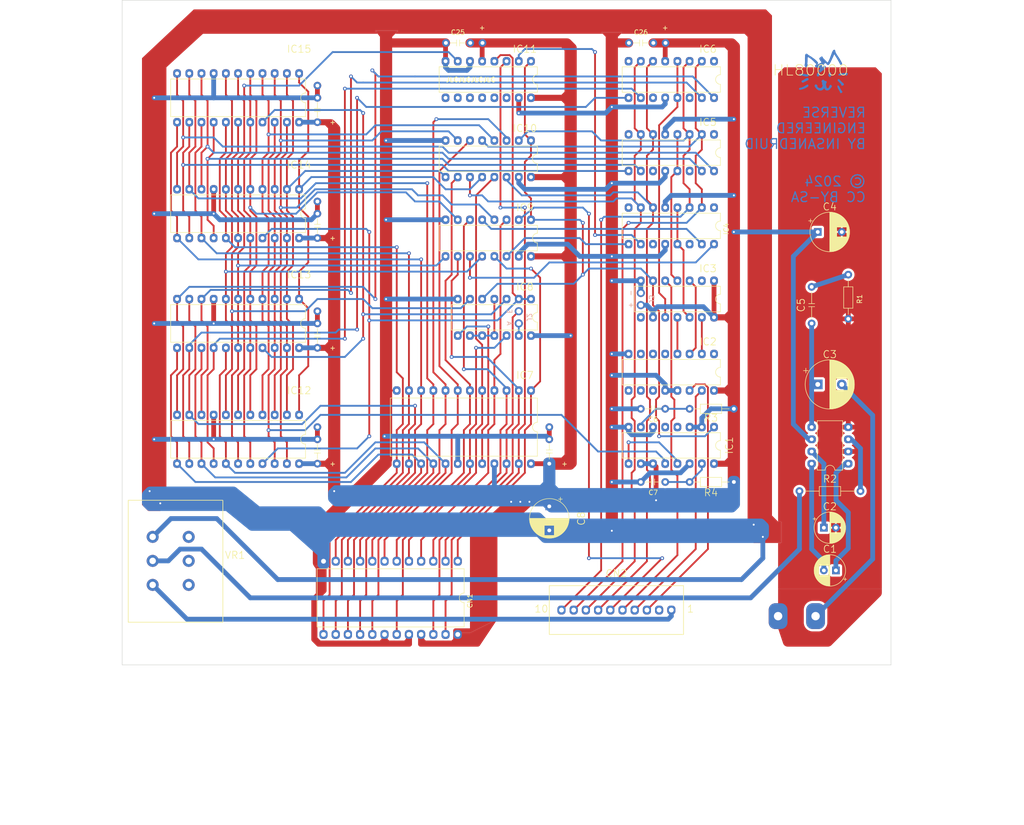
<source format=kicad_pcb>
(kicad_pcb (version 20240108) (generator "pcbnew") (generator_version "8.0")
  (title_block (title "HAL PCG6500") (date "2024-03-11") (rev "A") (comment 1 "reverse-engineered in 2024") (comment 2 "creativecommons.org/licenses/by-sa/4.0/") (comment 3 "License: CC BY-SA 4.0") (comment 4 "Author: InsaneDruid"))
  (layers (0 "F.Cu" signal) (31 "B.Cu" signal) (34 "B.Paste" user) (35 "F.Paste" user) (36 "B.SilkS" user "B.Silkscreen") (37 "F.SilkS" user "F.Silkscreen") (38 "B.Mask" user) (39 "F.Mask" user) (44 "Edge.Cuts" user))
  (net 0 "")
  (net 1 "/A_{CHAR}7")
  (net 2 "/A_{CHAR}6")
  (net 3 "/A_{CHAR}5")
  (net 4 "/A_{CHAR}4")
  (net 5 "/A_{CHAR}3")
  (net 6 "/A_{CHAR}2")
  (net 7 "/A_{CHAR}1")
  (net 8 "/A_{CHAR}0")
  (net 9 "/D_{CHAR}0")
  (net 10 "/D_{CHAR}1")
  (net 11 "/D_{CHAR}2")
  (net 12 "GND")
  (net 13 "/D_{CHAR}3")
  (net 14 "/D_{CHAR}4")
  (net 15 "/D_{CHAR}5")
  (net 16 "/D_{CHAR}6")
  (net 17 "/D_{CHAR}7")
  (net 18 "/A_{CHAR}10")
  (net 19 "Net-(IC7-~{CS1})")
  (net 20 "/A_{CHAR}9")
  (net 21 "/A_{CHAR}8")
  (net 22 "+5V")
  (net 23 "/A_{RAM}3")
  (net 24 "/A_{RAM}2")
  (net 25 "/A_{RAM}1")
  (net 26 "/A_{RAM}0")
  (net 27 "/A_{RAM}5")
  (net 28 "/A_{RAM}6")
  (net 29 "/A_{RAM}7")
  (net 30 "/D_{WRITE}2")
  (net 31 "/D_{WRITE}3")
  (net 32 "/D_{WRITE}0")
  (net 33 "/D_{WRITE}1")
  (net 34 "/SEL_{RAM}")
  (net 35 "/~{OE}")
  (net 36 "/SEL_{A}")
  (net 37 "/~{WRITE_{RAM}}_{_delay}")
  (net 38 "/A_{RAM}4")
  (net 39 "/SEL_{B}")
  (net 40 "/D_{WRITE}6")
  (net 41 "/D_{WRITE}7")
  (net 42 "/D_{WRITE}4")
  (net 43 "/D_{WRITE}5")
  (net 44 "Net-(C1-Pad1)")
  (net 45 "Net-(C1-Pad2)")
  (net 46 "Net-(SND1-BYPASS)")
  (net 47 "CB2")
  (net 49 "/PA7")
  (net 50 "/PA6")
  (net 51 "/PA5")
  (net 52 "/PA4")
  (net 53 "/PA3")
  (net 54 "/PA2")
  (net 55 "/PA1")
  (net 56 "/PA0")
  (net 57 "/~{WRITE_{RAM}}")
  (net 60 "Net-(IC1B-RCext)")
  (net 61 "/~{WRITE}")
  (net 62 "Net-(IC1A-RCext)")
  (net 64 "/E_{A5-8}")
  (net 65 "/E_{D0-3}")
  (net 66 "/E_{D4-7}")
  (net 74 "/~{E_{D0-3}}")
  (net 76 "/~{E_{A5-8}}")
  (net 77 "/~{E_{D4-7}}")
  (net 82 "/LA8")
  (net 83 "/LA5")
  (net 92 "/~{A_{CHAR}9 & 10}")
  (net 99 "Net-(C5-Pad2)")
  (net 100 "Net-(R2-Pad1)")
  (net 101 "Net-(SND1-+)")
  (net 102 "Net-(C3-Pad1)")
  (net 103 "Net-(J1-Pin_1)")
  (net 104 "/LA6")
  (net 105 "/LA7")
  (net 106 "Net-(J2-A)")
  (footprint "pcg6500_lib_fp:DIP-16_W7.62mm" (layer "F.Cu") (at 193.04 93.98 -90)
    (property "Reference" "IC2")
    (property "Value" "74LS42")
  )
  (footprint "Capacitor_THT:CP_Radial_D6.3mm_P2.50mm" (layer "F.Cu") (at 218.4 139.065 180)
    (property "Reference" "C1")
    (property "Value" "10uF 16V")
  )
  (footprint "pcg6500_lib_fp:DIP-14_W7.62mm" (layer "F.Cu") (at 193.04 78.74 -90)
    (property "Reference" "IC3")
    (property "Value" "74LS04")
  )
  (footprint "pcg6500_lib_fp:DIP-16_W7.62mm" (layer "F.Cu") (at 154.94 66.04 -90)
    (property "Reference" "IC9")
    (property "Value" "74LS157")
  )
  (footprint "pcg6500_lib_fp:DIP-24_W15.24mm_Wire_Adapter" (layer "F.Cu") (at 139.7 137.16 -90)
    (property "Reference" "CN1")
    (property "Value" "CharROM ADAPTER")
  )
  (footprint "pcg6500_lib_fp:C_Disc_D4.3mm_W1.9mm_P5.08mm_dualpad" (layer "F.Cu") (at 110.49 92.71 90)
    (property "Reference" "C22" (hide yes))
    (property "Value" "10nF")
  )
  (footprint "pcg6500_lib_fp:C_Disc_D4.3mm_W1.9mm_P7.62mm" (layer "F.Cu") (at 213.36 87.63 90)
    (property "Reference" "C5")
    (property "Value" "47nF 16V")
  )
  (footprint "pcg6500_lib_fp:DIP-14_W7.62mm" (layer "F.Cu") (at 154.94 82.55 -90)
    (property "Reference" "IC8")
    (property "Value" "74LS00")
  )
  (footprint "pcg6500_lib_fp:DIP-8_W7.62mm" (layer "F.Cu") (at 220.98 116.84 180)
    (property "Reference" "SND1" (hide yes))
    (property "Value" "LM386")
  )
  (footprint "pcg6500_lib_fp:DIP-16_W7.62mm" (layer "F.Cu") (at 154.94 49.53 -90)
    (property "Reference" "IC10")
    (property "Value" "74LS157")
  )
  (footprint "pcg6500_lib_fp:R_Axial_DIN0207_L6.3mm_D2.5mm_P9.2075mm_Horizontal" (layer "F.Cu") (at 220.98 77.47 -90)
    (property "Reference" "R1")
    (property "Value" "10R")
  )
  (footprint "pcg6500_lib_fp:DIP-22_W10.16mm" (layer "F.Cu") (at 106.68 59.69 -90)
    (property "Reference" "IC14")
    (property "Value" "D2101AL-4")
  )
  (footprint "Capacitor_THT:CP_Radial_D10.0mm_P5.00mm" (layer "F.Cu") (at 214.63 100.33)
    (property "Reference" "C3")
    (property "Value" "250uF 16V")
  )
  (footprint "pcg6500_lib_fp:C_Disc_D4.3mm_W1.9mm_P5.08mm_dualpad" (layer "F.Cu") (at 110.49 116.84 90)
    (property "Reference" "C21" (hide yes))
    (property "Value" "10nF")
  )
  (footprint "MountingHole:MountingHole_3.2mm_M3_DIN965" (layer "F.Cu") (at 74.93 153.67)
    (property "Reference" "Mountinghole_BL" (hide yes))
    (property "Value" "MountingHole_3.2mm_M3_DIN965" (hide yes))
  )
  (footprint "pcg6500_lib_fp:DIP-22_W10.16mm" (layer "F.Cu") (at 106.68 35.56 -90)
    (property "Reference" "IC15")
    (property "Value" "D2101AL-4")
  )
  (footprint "MountingHole:MountingHole_3.2mm_M3_DIN965" (layer "F.Cu") (at 224.79 25.4)
    (property "Reference" "Mountinghole_TR" (hide yes))
    (property "Value" "MountingHole_3.2mm_M3_DIN965" (hide yes))
  )
  (footprint "pcg6500_lib_fp:DIP-16_W7.62mm" (layer "F.Cu") (at 154.94 33.02 -90)
    (property "Reference" "IC11")
    (property "Value" "74LS157")
  )
  (footprint "pcg6500_lib_fp:C_Disc_D4.3mm_W1.9mm_P5.08mm" (layer "F.Cu") (at 182.88 105.41 180)
    (property "Reference" "C6")
    (property "Value" "4700pF")
  )
  (footprint "pcg6500_lib_fp:DIP-16_W7.62mm" (layer "F.Cu") (at 193.04 33.02 -90)
    (property "Reference" "IC6")
    (property "Value" "74LS75")
  )
  (footprint "MountingHole:MountingHole_3.2mm_M3_DIN965" (layer "F.Cu") (at 224.79 153.67)
    (property "Reference" "Mountinghole_BR" (hide yes))
    (property "Value" "MountingHole_3.2mm_M3_DIN965" (hide yes))
  )
  (footprint "Capacitor_THT:CP_Radial_D8.0mm_P5.00mm" (layer "F.Cu") (at 214.63 68.58)
    (property "Reference" "C4")
    (property "Value" "100uF 16V")
  )
  (footprint "pcg6500_lib_fp:R_Axial_DIN0207_L6.3mm_D2.5mm_P9.2075mm_Horizontal" (layer "F.Cu") (at 197.1675 120.65 180)
    (property "Reference" "R4")
    (property "Value" "1k")
  )
  (footprint "pcg6500_lib_fp:DIP-16_W7.62mm" (layer "F.Cu") (at 193.04 48.26 -90)
    (property "Reference" "IC5")
    (property "Value" "74LS75")
  )
  (footprint "MountingHole:MountingHole_3.2mm_M3_DIN965" (layer "F.Cu") (at 74.93 25.4)
    (property "Reference" "Mountinghole_TL" (hide yes))
    (property "Value" "MountingHole_3.2mm_M3_DIN965" (hide yes))
  )
  (footprint "pcg6500_lib_fp:C_Disc_D4.3mm_W1.9mm_P5.08mm_dualpad" (layer "F.Cu") (at 110.49 45.72 90)
    (property "Reference" "C24" (hide yes))
    (property "Value" "10nF")
  )
  (footprint "pcg6500_lib_fp:SolderWire-1sqmm_1x02_P7.8mm_D1.4mm_OD3.9mm" (layer "F.Cu") (at 214.175 148.59 180)
    (property "Reference" "J1" (hide yes))
    (property "Value" "Speaker 8..16Ohm" (hide yes))
  )
  (footprint "pcg6500_lib_fp:C_Disc_D4.3mm_W1.9mm_P5.08mm_dualpad" (layer "F.Cu") (at 110.49 69.85 90)
    (property "Reference" "C23" (hide yes))
    (property "Value" "10nF")
  )
  (footprint "pcg6500_lib_fp:DIP-16_W7.62mm" (layer "F.Cu") (at 193.04 63.5 -90)
    (property "Reference" "IC4")
    (property "Value" "74LS75")
  )
  (footprint "pcg6500_lib_fp:C_Disc_D4.3mm_W1.9mm_P5.08mm_dualpad" (layer "F.Cu") (at 137.23 29.21)
    (property "Reference" "C25")
    (property "Value" "10nF")
  )
  (footprint "pcg6500_lib_fp:DIP-16_W7.62mm" (layer "F.Cu") (at 193.04 109.22 -90)
    (property "Reference" "IC1")
    (property "Value" "74LS123")
  )
  (footprint "pcg6500_lib_fp:C_Disc_D4.3mm_W1.9mm_P5.08mm_dualpad" (layer "F.Cu") (at 175.33 29.21)
    (property "Reference" "C26")
    (property "Value" "10nF")
  )
  (footprint "pcg6500_lib_fp:R_Axial_DIN0309_L9.0mm_D3.2mm_P12.70mm_Horizontal" (layer "F.Cu") (at 210.82 122.555)
    (property "Reference" "R2")
    (property "Value" "10k")
  )
  (footprint "pcg6500_lib_fp:C_Disc_D4.3mm_W1.9mm_P5.08mm" (layer "F.Cu") (at 182.88 120.65 180)
    (property "Reference" "C7")
    (property "Value" "4700pF")
  )
  (footprint "pcg6500_lib_fp:Potentiometer_Piher_PC-16_Dual_Horizontal" (layer "F.Cu") (at 76.2 132.08 180)
    (property "Reference" "VR1")
    (property "Value" "10k PIH PC16IP06103B (log)")
  )
  (footprint "pcg6500_lib_fp:DIP-22_W10.16mm" (layer "F.Cu") (at 106.68 82.55 -90)
    (property "Reference" "IC13")
    (property "Value" "D2101AL-4")
  )
  (footprint "pcg6500_lib_fp:R_Axial_DIN0207_L6.3mm_D2.5mm_P9.2075mm_Horizontal" (layer "F.Cu") (at 197.1675 105.41 180)
    (property "Reference" "R3")
    (property "Value" "1k")
  )
  (footprint "Capacitor_THT:CP_Radial_D8.0mm_P5.00mm" (layer "F.Cu") (at 158.75 125.73 -90)
    (property "Reference" "C8")
    (property "Value" "C_Polarized" (hide yes))
  )
  (footprint "pcg6500_lib_fp:DIP-24_W15.24mm_Socket" (layer "F.Cu") (at 154.94 101.6 -90)
    (property "Reference" "IC7")
    (property "Value" "CharROM")
  )
  (footprint "Capacitor_THT:CP_Radial_D6.3mm_P2.50mm" (layer "F.Cu") (at 215.9 130.175)
    (property "Reference" "C2")
    (property "Value" "10uF 16V")
  )
  (footprint "pcg6500_lib_fp:PinHeader_1x10_P2.54mm_Vertical" (layer "F.Cu") (at 184.15 147.32 -90)
    (property "Reference" "CN2")
    (property "Value" "USERPORT")
  )
  (footprint "pcg6500_lib_fp:DIP-22_W10.16mm" (layer "F.Cu") (at 106.68 106.68 -90)
    (property "Reference" "IC12")
    (property "Value" "D2101AL-4")
  )
  (footprint "pcg6500_lib_fp:C_Disc_D4.3mm_W1.9mm_P5.08mm_dualpad" (layer "F.Cu") (at 158.75 116.84 90)
    (property "Reference" "C20" (hide yes))
    (property "Value" "10nF")
  )
  (footprint "pcg6500_lib_fp:PinHeader_1x02_P2.54mm_Horizontal" (layer "B.Cu") (at 152.4 87.63)
    (property "Reference" "J2")
    (property "Value" "SwitchMod")
  )
  (footprint "pcg6500_lib_fp:PinHeader_1x02_P2.54mm_Horizontal" (layer "B.Cu") (at 177.8 83.82)
    (property "Reference" "J3")
    (property "Value" "SwitchMod PWR")
  )
  (gr_poly (pts (xy 212.497876 36.508398) (xy 212.512539 36.510997) (xy 212.527706 36.515084) (xy 212.543423 36.520676) (xy 212.559736 36.52779) (xy 212.576689 36.536441) (xy 212.594329 36.546647) (xy 212.6127 36.558424) (xy 212.631849 36.571788) (xy 212.65182 36.586756) (xy 212.672659 36.603345) (xy 212.694412 36.621571) (xy 212.696908 36.624013) (xy 212.699366 36.62708) (xy 212.704144 36.634954) (xy 212.708703 36.644912) (xy 212.712999 36.656672) (xy 212.71699 36.669954) (xy 212.720631 36.684475) (xy 212.723879 36.699956) (xy 212.726691 36.716115) (xy 212.729024 36.732671) (xy 212.730834 36.749342) (xy 212.732077 36.765848) (xy 212.732711 36.781908) (xy 212.732691 36.79724) (xy 212.731975 36.811563) (xy 212.730519 36.824597) (xy 212.728279 36.83606) (xy 212.725887 36.843428) (xy 212.722452 36.851216) (xy 212.718031 36.859381) (xy 212.712682 36.867881) (xy 212.699428 36.885712) (xy 212.683145 36.904366) (xy 212.664291 36.923499) (xy 212.643323 36.942769) (xy 212.620697 36.961832) (xy 212.596869 36.980346) (xy 212.572298 36.997966) (xy 212.547439 37.01435) (xy 212.52275 37.029155) (xy 212.498687 37.042038) (xy 212.475707 37.052655) (xy 212.454267 37.060663) (xy 212.444267 37.063582) (xy 212.434824 37.06572) (xy 212.425994 37.067034) (xy 212.417835 37.067482) (xy 212.41206 37.067872) (xy 212.405374 37.06902) (xy 212.397858 37.070886) (xy 212.38959 37.073435) (xy 212.380653 37.076629) (xy 212.371127 37.08043) (xy 212.361093 37.084802) (xy 212.35063 37.089707) (xy 212.339821 37.095108) (xy 212.328744 37.100968) (xy 212.317482 37.10725) (xy 212.306114 37.113917) (xy 212.294722 37.12093) (xy 212.283385 37.128254) (xy 212.272185 37.13585) (xy 212.261201 37.143682) (xy 212.236639 37.161015) (xy 212.207844 37.178893) (xy 212.172301 37.198525) (xy 212.127498 37.221116) (xy 212.070922 37.247875) (xy 212.000057 37.280008) (xy 211.805412 37.365226) (xy 211.797764 37.368711) (xy 211.790196 37.372273) (xy 211.782756 37.375889) (xy 211.775492 37.379536) (xy 211.768452 37.383191) (xy 211.761682 37.386831) (xy 211.75523 37.390435) (xy 211.749144 37.393978) (xy 211.743472 37.397438) (xy 211.738261 37.400794) (xy 211.733558 37.404021) (xy 211.729411 37.407097) (xy 211.725868 37.409999) (xy 211.722975 37.412705) (xy 211.721788 37.413977) (xy 211.720782 37.415192) (xy 211.719962 37.416346) (xy 211.719335 37.417437) (xy 211.717346 37.420423) (xy 211.71459 37.423547) (xy 211.711116 37.426792) (xy 211.706976 37.430137) (xy 211.696899 37.437058) (xy 211.684762 37.44416) (xy 211.670972 37.451296) (xy 211.655934 37.458316) (xy 211.640052 37.465071) (xy 211.623732 37.471412) (xy 211.607379 37.477192) (xy 211.591398 37.48226) (xy 211.576194 37.486469) (xy 211.562172 37.489669) (xy 211.549738 37.491711) (xy 211.539297 37.492447) (xy 211.53495 37.492278) (xy 211.531253 37.491728) (xy 211.528257 37.490776) (xy 211.526012 37.489404) (xy 211.524015 37.488132) (xy 211.521743 37.486962) (xy 211.519219 37.485901) (xy 211.516465 37.48495) (xy 211.513505 37.484116) (xy 211.510361 37.483401) (xy 211.507055 37.482811) (xy 211.503611 37.482348) (xy 211.500051 37.482018) (xy 211.496398 37.481825) (xy 211.492675 37.481772) (xy 211.488905 37.481863) (xy 211.485109 37.482104) (xy 211.481312 37.482497) (xy 211.477535 37.483048) (xy 211.473801 37.48376) (xy 211.468559 37.485056) (xy 211.463347 37.485727) (xy 211.458066 37.485713) (xy 211.452613 37.48495) (xy 211.446886 37.483377) (xy 211.440786 37.480932) (xy 211.434211 37.477552) (xy 211.427058 37.473176) (xy 211.419228 37.467742) (xy 211.410618 37.461187) (xy 211.401128 37.45345) (xy 211.390656 37.444469) (xy 211.379101 37.434181) (xy 211.366361 37.422525) (xy 211.336924 37.394859) (xy 211.235323 37.297493) (xy 211.260724 37.193071) (xy 211.265333 37.173755) (xy 211.269684 37.156479) (xy 211.273848 37.141133) (xy 211.277899 37.127608) (xy 211.279905 37.121495) (xy 211.281909 37.115795) (xy 211.283921 37.110497) (xy 211.28595 37.105584) (xy 211.288005 37.101045) (xy 211.290094 37.096866) (xy 211.292227 37.093032) (xy 211.294414 37.08953) (xy 211.296662 37.086347) (xy 211.298982 37.083468) (xy 211.301381 37.08088) (xy 211.30387 37.078569) (xy 211.306457 37.076522) (xy 211.309151 37.074725) (xy 211.311961 37.073164) (xy 211.314897 37.071825) (xy 211.317967 37.070695) (xy 211.32118 37.069761) (xy 211.324546 37.069007) (xy 211.328074 37.068421) (xy 211.331772 37.06799) (xy 211.335649 37.067698) (xy 211.339715 37.067534) (xy 211.343979 37.067482) (xy 211.345467 37.06742) (xy 211.347017 37.067237) (xy 211.348627 37.066935) (xy 211.350293 37.066517) (xy 211.35378 37.065342) (xy 211.357451 37.063733) (xy 211.361279 37.061711) (xy 211.365237 37.059296) (xy 211.369298 37.056509) (xy 211.373436 37.053371) (xy 211.377624 37.049902) (xy 211.381834 37.046122) (xy 211.38604 37.042054) (xy 211.390215 37.037716) (xy 211.394332 37.033131) (xy 211.398365 37.028318) (xy 211.402286 37.023299) (xy 211.406068 37.018093) (xy 211.410971 37.011027) (xy 211.415659 37.004627) (xy 211.420182 36.998863) (xy 211.424589 36.993707) (xy 211.42893 36.98913) (xy 211.433254 36.985103) (xy 211.435425 36.983286) (xy 211.437611 36.981596) (xy 211.439818 36.980029) (xy 211.442051 36.978582) (xy 211.444318 36.97725) (xy 211.446624 36.97603) (xy 211.448975 36.974919) (xy 211.451378 36.973913) (xy 211.453839 36.973008) (xy 211.456364 36.972201) (xy 211.46163 36.970865) (xy 211.467228 36.969876) (xy 211.473206 36.969206) (xy 211.479614 36.968825) (xy 211.486501 36.968704) (xy 211.496857 36.9683) (xy 211.50823 36.967128) (xy 211.520447 36.965244) (xy 211.533333 36.962707) (xy 211.546715 36.959575) (xy 211.560419 36.955905) (xy 211.574273 36.951756) (xy 211.588101 36.947185) (xy 211.601731 36.94225) (xy 211.61499 36.937009) (xy 211.627702 36.931521) (xy 211.639695 36.925842) (xy 211.650795 36.92003) (xy 211.660829 36.914145) (xy 211.669622 36.908242) (xy 211.677001 36.902382) (xy 211.67923 36.900548) (xy 211.681665 36.898757) (xy 211.684281 36.897021) (xy 211.687055 36.895348) (xy 211.689962 36.89375) (xy 211.692976 36.892237) (xy 211.696072 36.890818) (xy 211.699226 36.889505) (xy 211.702414 36.888308) (xy 211.705609 36.887237) (xy 211.708789 36.886303) (xy 211.711926 36.885515) (xy 211.714998 36.884884) (xy 211.717979 36.884421) (xy 211.720844 36.884135) (xy 211.723568 36.884037) (xy 211.724762 36.884009) (xy 211.725963 36.883924) (xy 211.727168 36.883784) (xy 211.728375 36.883591) (xy 211.729581 36.883346) (xy 211.730786 36.883051) (xy 211.731987 36.882708) (xy 211.733181 36.882318) (xy 211.734367 36.881882) (xy 211.735543 36.881402) (xy 211.736707 36.88088) (xy 211.737855 36.880317) (xy 211.740102 36.879074) (xy 211.742265 36.877687) (xy 211.744329 36.876168) (xy 211.746278 36.874529) (xy 211.747204 36.873668) (xy 211.748094 36.872782) (xy 211.748948 36.871873) (xy 211.749762 36.870941) (xy 211.750534 36.869988) (xy 211.751264 36.869016) (xy 211.751948 36.868027) (xy 211.752584 36.867022) (xy 211.753171 36.866002) (xy 211.753706 36.864969) (xy 211.754187 36.863925) (xy 211.754612 36.862871) (xy 211.757883 36.857578) (xy 211.763876 36.851023) (xy 211.783347 36.834497) (xy 211.811657 36.81404) (xy 211.847437 36.790397) (xy 211.935935 36.736541) (xy 212.037893 36.678897) (xy 212.142365 36.623437) (xy 212.238403 36.576129) (xy 212.279839 36.557397) (xy 212.315061 36.542943) (xy 212.342701 36.533511) (xy 212.36139 36.529849) (xy 212.365717 36.529784) (xy 212.370207 36.529592) (xy 212.374825 36.529281) (xy 212.379536 36.528856) (xy 212.384305 36.528324) (xy 212.389097 36.527691) (xy 212.393876 36.526962) (xy 212.398608 36.526144) (xy 212.403257 36.525244) (xy 212.407789 36.524267) (xy 212.412167 36.523221) (xy 212.416357 36.522109) (xy 212.420324 36.520941) (xy 212.424033 36.51972) (xy 212.427448 36.518454) (xy 212.430535 36.517148) (xy 212.443358 36.512554) (xy 212.456458 36.509365) (xy 212.469881 36.507599) (xy 212.483672 36.507271)) (fill solid) (layer "B.Cu"))
  (gr_poly (pts (xy 215.838072 36.856228) (xy 215.840873 36.857181) (xy 215.843924 36.858645) (xy 215.847204 36.860589) (xy 215.854354 36.865799) (xy 215.862136 36.872572) (xy 215.870365 36.880668) (xy 215.878855 36.889847) (xy 215.887418 36.89987) (xy 215.895871 36.910496) (xy 215.904025 36.921486) (xy 215.911696 36.932599) (xy 215.918697 36.943598) (xy 215.924842 36.95424) (xy 215.929946 36.964288) (xy 215.933822 36.9735) (xy 215.935241 36.977718) (xy 215.936284 36.981637) (xy 215.936926 36.985228) (xy 215.937146 36.98846) (xy 215.937203 36.98953) (xy 215.937373 36.990623) (xy 215.937652 36.991737) (xy 215.938039 36.992869) (xy 215.938528 36.994018) (xy 215.939117 36.995182) (xy 215.940585 36.997544) (xy 215.942416 36.999939) (xy 215.944587 37.00235) (xy 215.947071 37.004762) (xy 215.949845 37.007157) (xy 215.952884 37.009519) (xy 215.956162 37.011831) (xy 215.959656 37.014077) (xy 215.963339 37.016241) (xy 215.967188 37.018305) (xy 215.971178 37.020254) (xy 215.975283 37.02207) (xy 215.979479 37.023738) (xy 215.989012 37.027354) (xy 215.999389 37.031763) (xy 216.010261 37.036834) (xy 216.021283 37.042435) (xy 216.026741 37.045392) (xy 216.032106 37.048432) (xy 216.037335 37.051538) (xy 216.042383 37.054694) (xy 216.047209 37.057882) (xy 216.051768 37.061088) (xy 216.056017 37.064293) (xy 216.059912 37.067482) (xy 216.063743 37.070357) (xy 216.067806 37.073151) (xy 216.072066 37.07585) (xy 216.076493 37.07844) (xy 216.081051 37.080905) (xy 216.085709 37.083233) (xy 216.090433 37.085407) (xy 216.09519 37.087414) (xy 216.099947 37.089239) (xy 216.104671 37.090867) (xy 216.109329 37.092285) (xy 216.113887 37.093477) (xy 216.118313 37.09443) (xy 216.122574 37.095128) (xy 216.126637 37.095558) (xy 216.130468 37.095704) (xy 216.134034 37.095818) (xy 216.137832 37.096151) (xy 216.141828 37.09669) (xy 216.14599 37.097424) (xy 216.150284 37.09834) (xy 216.154677 37.099425) (xy 216.159136 37.100667) (xy 216.163629 37.102054) (xy 216.168121 37.103573) (xy 216.17258 37.105212) (xy 216.176974 37.106959) (xy 216.181268 37.108801) (xy 216.185429 37.110725) (xy 216.189426 37.11272) (xy 216.193223 37.114773) (xy 216.19679 37.116871) (xy 216.200584 37.11925) (xy 216.205047 37.121619) (xy 216.210122 37.123968) (xy 216.215752 37.126286) (xy 216.221877 37.128562) (xy 216.228441 37.130786) (xy 216.242651 37.135039) (xy 216.25792 37.13896) (xy 216.273784 37.142469) (xy 216.28978 37.145481) (xy 216.305445 37.147914) (xy 216.316637 37.149277) (xy 216.326984 37.150748) (xy 216.336566 37.152367) (xy 216.345464 37.154176) (xy 216.353758 37.156217) (xy 216.361529 37.158531) (xy 216.368858 37.161159) (xy 216.375825 37.164143) (xy 216.382511 37.167523) (xy 216.388996 37.171342) (xy 216.395361 37.17564) (xy 216.401688 37.180459) (xy 216.408055 37.18584) (xy 216.414545 37.191825) (xy 216.421237 37.198455) (xy 216.428212 37.205771) (xy 216.433235 37.210939) (xy 216.43823 37.216357) (xy 216.443172 37.221977) (xy 216.448034 37.227753) (xy 216.452788 37.233636) (xy 216.457407 37.239579) (xy 216.461866 37.245535) (xy 216.466136 37.251455) (xy 216.470191 37.257293) (xy 216.474005 37.263001) (xy 216.477549 37.26853) (xy 216.480798 37.273835) (xy 216.483725 37.278866) (xy 216.486302 37.283578) (xy 216.488503 37.287921) (xy 216.490301 37.291849) (xy 216.493332 37.301978) (xy 216.495568 37.313685) (xy 216.497038 37.326727) (xy 216.497775 37.340863) (xy 216.497809 37.35585) (xy 216.497172 37.371447) (xy 216.495893 37.387412) (xy 216.494005 37.403503) (xy 216.491538 37.419478) (xy 216.488523 37.435096) (xy 216.484992 37.450114) (xy 216.480974 37.464291) (xy 216.476502 37.477384) (xy 216.471607 37.489153) (xy 216.466318 37.499355) (xy 216.463536 37.503792) (xy 216.460668 37.507748) (xy 216.445609 37.52697) (xy 216.432142 37.544517) (xy 216.420205 37.560529) (xy 216.409736 37.575151) (xy 216.400672 37.588524) (xy 216.392951 37.600791) (xy 216.389575 37.606554) (xy 216.386512 37.612094) (xy 216.383754 37.61743) (xy 216.381293 37.622578) (xy 216.379121 37.627556) (xy 216.377231 37.632383) (xy 216.375615 37.637076) (xy 216.374265 37.641653) (xy 216.373173 37.646131) (xy 216.372332 37.65053) (xy 216.371734 37.654865) (xy 216.371371 37.659156) (xy 216.371235 37.663421) (xy 216.371319 37.667676) (xy 216.371615 37.67194) (xy 216.372115 37.67623) (xy 216.372812 37.680565) (xy 216.373696 37.684963) (xy 216.376001 37.694016) (xy 216.377949 37.701404) (xy 216.379548 37.708275) (xy 216.380779 37.714709) (xy 216.381624 37.720782) (xy 216.382063 37.726575) (xy 216.382078 37.732165) (xy 216.381652 37.737631) (xy 216.380764 37.743051) (xy 216.379396 37.748505) (xy 216.377531 37.75407) (xy 216.375149 37.759826) (xy 216.372231 37.76585) (xy 216.368759 37.772221) (xy 216.364715 37.779018) (xy 216.36008 37.78632) (xy 216.354835 37.794204) (xy 216.348878 37.802738) (xy 216.343692 37.810415) (xy 216.339254 37.817341) (xy 216.335542 37.823617) (xy 216.333951 37.826544) (xy 216.332533 37.829348) (xy 216.331284 37.832041) (xy 216.330203 37.834636) (xy 216.329287 37.837146) (xy 216.328531 37.839585) (xy 216.327935 37.841965) (xy 216.327494 37.844299) (xy 216.327206 37.846599) (xy 216.327068 37.84888) (xy 216.327078 37.851153) (xy 216.327232 37.853432) (xy 216.327528 37.85573) (xy 216.327962 37.858059) (xy 216.328532 37.860433) (xy 216.329236 37.862864) (xy 216.330069 37.865365) (xy 216.33103 37.867949) (xy 216.333323 37.873419) (xy 216.336091 37.879377) (xy 216.339312 37.885927) (xy 216.341491 37.890643) (xy 216.343782 37.896278) (xy 216.348616 37.910003) (xy 216.353649 37.926507) (xy 216.358715 37.945193) (xy 216.363648 37.965466) (xy 216.368284 37.986732) (xy 216.372457 38.008395) (xy 216.376001 38.029859) (xy 216.379355 38.051447) (xy 216.382991 38.073449) (xy 216.386791 38.095219) (xy 216.390642 38.116113) (xy 216.394426 38.135486) (xy 216.398028 38.152692) (xy 216.401333 38.167087) (xy 216.404224 38.178026) (xy 216.405729 38.182816) (xy 216.407071 38.187639) (xy 216.408251 38.192462) (xy 216.409273 38.197252) (xy 216.410137 38.201976) (xy 216.410846 38.206601) (xy 216.411402 38.211094) (xy 216.411808 38.215421) (xy 216.412064 38.219549) (xy 216.412174 38.223446) (xy 216.41214 38.227079) (xy 216.411962 38.230414) (xy 216.411644 38.233418) (xy 216.411188 38.236058) (xy 216.410595 38.238301) (xy 216.409868 38.240115) (xy 216.409071 38.242168) (xy 216.408782 38.245624) (xy 216.408981 38.250399) (xy 216.409647 38.256409) (xy 216.412299 38.27179) (xy 216.416571 38.291091) (xy 216.422298 38.313633) (xy 216.429315 38.338738) (xy 216.437456 38.365729) (xy 216.446557 38.393926) (xy 216.456025 38.422381) (xy 216.465411 38.448527) (xy 216.474769 38.472436) (xy 216.48415 38.494181) (xy 216.488865 38.504265) (xy 216.493605 38.513835) (xy 216.498376 38.522899) (xy 216.503186 38.531468) (xy 216.50804 38.539551) (xy 216.512945 38.547155) (xy 216.517907 38.554291) (xy 216.522933 38.560967) (xy 216.52803 38.567192) (xy 216.533203 38.572976) (xy 216.538459 38.578327) (xy 216.543805 38.583255) (xy 216.549247 38.587768) (xy 216.554792 38.591876) (xy 216.560445 38.595588) (xy 216.566215 38.598912) (xy 216.572106 38.601858) (xy 216.578125 38.604435) (xy 216.58428 38.606652) (xy 216.590576 38.608517) (xy 216.597019 38.61004) (xy 216.603617 38.611231) (xy 216.610375 38.612097) (xy 216.617301 38.612648) (xy 216.62762 38.613368) (xy 216.639262 38.614434) (xy 216.651829 38.615799) (xy 216.664926 38.617411) (xy 216.678156 38.619222) (xy 216.69112 38.621182) (xy 216.703423 38.62324) (xy 216.714668 38.625349) (xy 216.725934 38.627422) (xy 216.736537 38.628835) (xy 216.746607 38.629525) (xy 216.756273 38.629428) (xy 216.760996 38.629064) (xy 216.765667 38.628478) (xy 216.770302 38.627665) (xy 216.774918 38.626614) (xy 216.779531 38.625318) (xy 216.784157 38.623769) (xy 216.788812 38.621959) (xy 216.793513 38.619881) (xy 216.803118 38.614884) (xy 216.813101 38.608716) (xy 216.823592 38.601311) (xy 216.834722 38.592606) (xy 216.846621 38.582537) (xy 216.85942 38.57104) (xy 216.873247 38.55805) (xy 216.888234 38.543503) (xy 216.900878 38.530867) (xy 216.912852 38.517883) (xy 216.924114 38.504635) (xy 216.934625 38.491205) (xy 216.944341 38.477675) (xy 216.953222 38.464129) (xy 216.961227 38.450649) (xy 216.968315 38.437318) (xy 216.974443 38.424218) (xy 216.979571 38.411433) (xy 216.983656 38.399044) (xy 216.986659 38.387135) (xy 216.988538 38.375788) (xy 216.989042 38.370351) (xy 216.98925 38.365086) (xy 216.989156 38.360003) (xy 216.988756 38.355112) (xy 216.988043 38.350423) (xy 216.987012 38.345948) (xy 216.986334 38.342262) (xy 216.985882 38.338617) (xy 216.985654 38.335021) (xy 216.985645 38.331484) (xy 216.985851 38.328013) (xy 216.986268 38.324616) (xy 216.986892 38.321302) (xy 216.987718 38.318079) (xy 216.988742 38.314955) (xy 216.989961 38.311938) (xy 216.99137 38.309038) (xy 216.992965 38.306261) (xy 216.994742 38.303617) (xy 216.996697 38.301113) (xy 216.998825 38.298758) (xy 217.001123 38.296559) (xy 217.00347 38.294232) (xy 217.00574 38.291499) (xy 217.007923 38.288386) (xy 217.010009 38.284918) (xy 217.011987 38.281118) (xy 217.013848 38.277013) (xy 217.01558 38.272627) (xy 217.017174 38.267984) (xy 217.01862 38.26311) (xy 217.019906 38.258029) (xy 217.021022 38.252766) (xy 217.021959 38.247347) (xy 217.022705 38.241795) (xy 217.023251 38.236135) (xy 217.023587 38.230393) (xy 217.023701 38.224593) (xy 217.023838 38.216877) (xy 217.024271 38.209561) (xy 217.025031 38.202585) (xy 217.026148 38.195886) (xy 217.027654 38.189401) (xy 217.029579 38.18307) (xy 217.031956 38.176829) (xy 217.034813 38.170618) (xy 217.038184 38.164373) (xy 217.042098 38.158034) (xy 217.046586 38.151537) (xy 217.051681 38.144821) (xy 217.057412 38.137824) (xy 217.06381 38.130484) (xy 217.070907 38.122738) (xy 217.078734 38.114526) (xy 217.090778 38.102675) (xy 217.103385 38.090626) (xy 217.11619 38.078708) (xy 217.128829 38.067254) (xy 217.140939 38.056594) (xy 217.152156 38.047058) (xy 217.162117 38.038977) (xy 217.170457 38.032682) (xy 217.174405 38.030157) (xy 217.1783 38.027363) (xy 217.182121 38.024329) (xy 217.185846 38.021084) (xy 217.189456 38.017658) (xy 217.192929 38.014078) (xy 217.196246 38.010375) (xy 217.199384 38.006576) (xy 217.202324 38.002711) (xy 217.205045 37.99881) (xy 217.207526 37.994899) (xy 217.209747 37.99101) (xy 217.211687 37.98717) (xy 217.213325 37.983409) (xy 217.21464 37.979755) (xy 217.215612 37.976238) (xy 217.216882 37.972055) (xy 217.218559 37.967979) (xy 217.22062 37.964018) (xy 217.223043 37.960178) (xy 217.225805 37.956467) (xy 217.228883 37.952893) (xy 217.232255 37.949463) (xy 217.235897 37.946185) (xy 217.239788 37.943066) (xy 217.243903 37.940113) (xy 217.248222 37.937335) (xy 217.25272 37.934739) (xy 217.262165 37.93012) (xy 217.272057 37.926319) (xy 217.282213 37.923393) (xy 217.292452 37.921405) (xy 217.297545 37.92078) (xy 217.302591 37.920412) (xy 217.307567 37.920308) (xy 217.31245 37.920476) (xy 217.317216 37.920923) (xy 217.321845 37.921656) (xy 217.326312 37.922683) (xy 217.330595 37.924012) (xy 217.334672 37.92565) (xy 217.338519 37.927604) (xy 217.342114 37.929883) (xy 217.345434 37.932493) (xy 217.383965 37.967379) (xy 217.418206 37.99866) (xy 217.448361 38.026601) (xy 217.474639 38.051467) (xy 217.497246 38.073521) (xy 217.507237 38.083576) (xy 217.516388 38.093028) (xy 217.524725 38.10191) (xy 217.532273 38.110254) (xy 217.539058 38.118094) (xy 217.545107 38.125462) (xy 217.550444 38.132392) (xy 217.555096 38.138917) (xy 217.559089 38.14507) (xy 217.562448 38.150884) (xy 217.565199 38.156392) (xy 217.567369 38.161627) (xy 217.568982 38.166623) (xy 217.570066 38.171411) (xy 217.570645 38.176026) (xy 217.570745 38.180501) (xy 217.570393 38.184868) (xy 217.569614 38.18916) (xy 217.568433 38.193411) (xy 217.566878 38.197654) (xy 217.564974 38.201922) (xy 217.562746 38.206248) (xy 217.561257 38.20899) (xy 217.559962 38.211911) (xy 217.558858 38.214994) (xy 217.557939 38.21822) (xy 217.557203 38.22157) (xy 217.556644 38.225025) (xy 217.556259 38.228567) (xy 217.556043 38.232177) (xy 217.555993 38.235837) (xy 217.556104 38.239528) (xy 217.556372 38.243231) (xy 217.556793 38.246928) (xy 217.557362 38.2506) (xy 217.558077 38.254229) (xy 217.558932 38.257796) (xy 217.559923 38.261282) (xy 217.561819 38.26685) (xy 217.56328 38.272692) (xy 217.564319 38.278781) (xy 217.564948 38.285094) (xy 217.565179 38.291605) (xy 217.565024 38.29829) (xy 217.564495 38.305124) (xy 217.563605 38.312082) (xy 217.562366 38.319139) (xy 217.56079 38.32627) (xy 217.558888 38.333451) (xy 217.556674 38.340657) (xy 217.554159 38.347863) (xy 217.551355 38.355044) (xy 217.548275 38.362175) (xy 217.54493 38.369232) (xy 217.541333 38.37619) (xy 217.537497 38.383023) (xy 217.533432 38.389708) (xy 217.529151 38.396219) (xy 217.524667 38.402532) (xy 217.519992 38.408622) (xy 217.515137 38.414463) (xy 217.510115 38.420032) (xy 217.504938 38.425303) (xy 217.499618 38.430251) (xy 217.494168 38.434853) (xy 217.488598 38.439082) (xy 217.482923 38.442914) (xy 217.477153 38.446325) (xy 217.471301 38.449289) (xy 217.465379 38.451782) (xy 217.461477 38.453268) (xy 217.457714 38.455075) (xy 217.454095 38.457192) (xy 217.450628 38.459609) (xy 217.447318 38.462315) (xy 217.44417 38.4653) (xy 217.441193 38.468554) (xy 217.438391 38.472066) (xy 217.435771 38.475827) (xy 217.433339 38.479825) (xy 217.431102 38.48405) (xy 217.429064 38.488492) (xy 217.427234 38.493141) (xy 217.425617 38.497987) (xy 217.424218 38.503018) (xy 217.423045 38.508226) (xy 217.42262 38.51047) (xy 217.422138 38.512703) (xy 217.421603 38.514922) (xy 217.421017 38.517122) (xy 217.419697 38.521459) (xy 217.418194 38.525688) (xy 217.416527 38.529785) (xy 217.414711 38.533725) (xy 217.412762 38.537483) (xy 217.410698 38.541035) (xy 217.408534 38.544354) (xy 217.407421 38.54592) (xy 217.406288 38.547418) (xy 217.405139 38.548846) (xy 217.403976 38.5502) (xy 217.4028 38.551478) (xy 217.401614 38.552676) (xy 217.40042 38.553792) (xy 217.399219 38.554822) (xy 217.398015 38.555763) (xy 217.396808 38.556612) (xy 217.395601 38.557366) (xy 217.394396 38.558022) (xy 217.393196 38.558576) (xy 217.392002 38.559026) (xy 217.384177 38.562204) (xy 217.37657 38.565925) (xy 217.369166 38.570204) (xy 217.361949 38.575056) (xy 217.354906 38.580494) (xy 217.348022 38.586535) (xy 217.341283 38.593191) (xy 217.334675 38.600478) (xy 217.328182 38.608409) (xy 217.32179 38.617) (xy 217.315485 38.626265) (xy 217.309252 38.636218) (xy 217.303078 38.646874) (xy 217.296947 38.658248) (xy 217.290844 38.670353) (xy 217.284757 38.683204) (xy 217.275545 38.701344) (xy 217.263455 38.721172) (xy 217.248781 38.742388) (xy 217.231818 38.764696) (xy 217.212863 38.787797) (xy 217.19221 38.811395) (xy 217.170157 38.835191) (xy 217.146997 38.858887) (xy 217.123027 38.882187) (xy 217.098542 38.904793) (xy 217.073839 38.926406) (xy 217.049211 38.946729) (xy 217.024956 38.965465) (xy 217.001369 38.982315) (xy 216.978744 38.996983) (xy 216.957379 39.009171) (xy 216.938657 39.01904) (xy 216.916876 39.029389) (xy 216.892812 39.039904) (xy 216.867244 39.050269) (xy 216.840948 39.060172) (xy 216.814702 39.069297) (xy 216.789283 39.077331) (xy 216.765468 39.08396) (xy 216.733701 39.092909) (xy 216.719548 39.096576) (xy 216.706333 39.099724) (xy 216.693896 39.102368) (xy 216.682074 39.104523) (xy 216.670707 39.106201) (xy 216.659634 39.107419) (xy 216.648693 39.108191) (xy 216.637723 39.10853) (xy 216.626563 39.108452) (xy 216.615052 39.107971) (xy 216.603028 39.107101) (xy 216.59033 39.105857) (xy 216.562268 39.102304) (xy 216.54249 39.099799) (xy 216.523638 39.097608) (xy 216.50611 39.095781) (xy 216.490301 39.094367) (xy 216.476609 39.093416) (xy 216.46543 39.092978) (xy 216.460908 39.092966) (xy 216.457162 39.093102) (xy 216.454243 39.09339) (xy 216.452201 39.093837) (xy 216.450375 39.094187) (xy 216.447582 39.094185) (xy 216.443879 39.093844) (xy 216.439325 39.093176) (xy 216.427893 39.09091) (xy 216.413748 39.087487) (xy 216.397355 39.083006) (xy 216.379176 39.077566) (xy 216.359674 39.071265) (xy 216.339312 39.064204) (xy 216.317743 39.05583) (xy 216.296934 39.04656) (xy 216.276854 39.036355) (xy 216.257468 39.025178) (xy 216.238743 39.012993) (xy 216.220647 38.999762) (xy 216.203145 38.985447) (xy 216.186207 38.970012) (xy 216.169797 38.95342) (xy 216.153883 38.935633) (xy 216.138433 38.916614) (xy 216.123412 38.896326) (xy 216.108789 38.874732) (xy 216.094529 38.851793) (xy 216.080599 38.827475) (xy 216.066968 38.801738) (xy 216.057694 38.783101) (xy 216.048072 38.764564) (xy 216.038417 38.746621) (xy 216.029044 38.729771) (xy 216.020266 38.714508) (xy 216.012397 38.701328) (xy 216.005752 38.690728) (xy 216.000645 38.683204) (xy 215.992441 38.672948) (xy 215.988953 38.669155) (xy 215.985542 38.666513) (xy 215.983787 38.665685) (xy 215.981957 38.665219) (xy 215.980022 38.665138) (xy 215.977949 38.665468) (xy 215.975708 38.666234) (xy 215.973267 38.667459) (xy 215.967661 38.671386) (xy 215.96088 38.677446) (xy 215.952676 38.685836) (xy 215.942797 38.696752) (xy 215.930994 38.71039) (xy 215.859534 38.796093) (xy 215.842604 38.815989) (xy 215.825954 38.835141) (xy 215.809999 38.853069) (xy 215.795152 38.869295) (xy 215.781827 38.883337) (xy 215.775864 38.889389) (xy 215.770436 38.894717) (xy 215.765595 38.899258) (xy 215.761393 38.902955) (xy 215.757881 38.905745) (xy 215.755112 38.907571) (xy 215.7527 38.908957) (xy 215.750236 38.910462) (xy 215.747736 38.91207) (xy 215.745212 38.913766) (xy 215.74268 38.915538) (xy 215.740155 38.917369) (xy 215.73518 38.921153) (xy 215.730404 38.925003) (xy 215.725942 38.928804) (xy 215.72191 38.932439) (xy 215.718423 38.935793) (xy 215.697957 38.956521) (xy 215.674753 38.976335) (xy 215.648948 38.995182) (xy 215.620682 39.013008) (xy 215.590092 39.029758) (xy 215.557317 39.04538) (xy 215.522495 39.05982) (xy 215.485766 39.073024) (xy 215.447268 39.084937) (xy 215.407138 39.095508) (xy 215.365516 39.10468) (xy 215.32254 39.112402) (xy 215.278349 39.118619) (xy 215.233081 39.123278) (xy 215.186874 39.126324) (xy 215.139868 39.127704) (xy 215.113303 39.127684) (xy 215.085173 39.126615) (xy 215.055833 39.124575) (xy 215.025634 39.12164) (xy 214.994931 39.117887) (xy 214.964077 39.113392) (xy 214.933426 39.10823) (xy 214.90333 39.10248) (xy 214.874144 39.096217) (xy 214.846222 39.089518) (xy 214.819915 39.08246) (xy 214.795579 39.075118) (xy 214.773565 39.067569) (xy 214.754229 39.059891) (xy 214.737923 39.052158) (xy 214.725001 39.044448) (xy 214.720739 39.041325) (xy 214.71644 39.038313) (xy 214.712133 39.035426) (xy 214.707847 39.032674) (xy 214.70361 39.030072) (xy 214.699452 39.027631) (xy 214.695401 39.025363) (xy 214.691487 39.023282) (xy 214.687738 39.021399) (xy 214.684184 39.019726) (xy 214.680852 39.018277) (xy 214.677773 39.017064) (xy 214.674975 39.016099) (xy 214.672487 39.015394) (xy 214.670338 39.014962) (xy 214.668557 39.014815) (xy 214.666829 39.01449) (xy 214.664326 39.013533) (xy 214.6611 39.011978) (xy 214.657202 39.009854) (xy 214.647597 39.004025) (xy 214.635925 38.996294) (xy 214.622599 38.98691) (xy 214.608033 38.97612) (xy 214.59264 38.964172) (xy 214.576834 38.951315) (xy 214.560623 38.938458) (xy 214.54504 38.926511) (xy 214.530449 38.91572) (xy 214.517215 38.906336) (xy 214.51122 38.902248) (xy 214.5057 38.898605) (xy 214.500701 38.895437) (xy 214.496269 38.892776) (xy 214.492448 38.890652) (xy 214.489285 38.889097) (xy 214.486825 38.888141) (xy 214.485872 38.887897) (xy 214.485112 38.887815) (xy 214.48328 38.887364) (xy 214.480724 38.886043) (xy 214.473617 38.880983) (xy 214.464149 38.873016) (xy 214.452679 38.862525) (xy 214.425159 38.835502) (xy 214.393919 38.802972) (xy 214.361819 38.767995) (xy 214.33172 38.733629) (xy 214.306483 38.702935) (xy 214.296581 38.689921) (xy 214.288968 38.678971) (xy 214.286329 38.674779) (xy 214.283205 38.670171) (xy 214.275673 38.659899) (xy 214.266718 38.648535) (xy 214.256689 38.636461) (xy 214.245932 38.624056) (xy 214.234795 38.6117) (xy 214.223624 38.599775) (xy 214.212768 38.58866) (xy 214.207282 38.583093) (xy 214.201956 38.577531) (xy 214.196815 38.57201) (xy 214.191888 38.566567) (xy 214.1872 38.56124) (xy 214.182779 38.556066) (xy 214.178651 38.551083) (xy 214.174844 38.546326) (xy 214.171384 38.541835) (xy 214.168298 38.537645) (xy 214.165614 38.533794) (xy 214.163357 38.530319) (xy 214.161555 38.527258) (xy 214.160234 38.524647) (xy 214.159763 38.523522) (xy 214.159422 38.522524) (xy 214.159215 38.521657) (xy 214.159145 38.520927) (xy 214.158825 38.518454) (xy 214.15789 38.515304) (xy 214.154325 38.507168) (xy 214.148755 38.496916) (xy 214.141484 38.484943) (xy 214.132816 38.471648) (xy 214.123055 38.457427) (xy 214.112503 38.442676) (xy 214.101466 38.427793) (xy 214.090247 38.413175) (xy 214.07915 38.399218) (xy 214.068479 38.38632) (xy 214.058538 38.374876) (xy 214.04963 38.365285) (xy 214.042059 38.357943) (xy 214.03613 38.353247) (xy 214.033876 38.352015) (xy 214.032146 38.351593) (xy 214.03136 38.351544) (xy 214.030592 38.351397) (xy 214.029841 38.351156) (xy 214.029108 38.350821) (xy 214.028394 38.350396) (xy 214.027699 38.349881) (xy 214.026369 38.348594) (xy 214.025121 38.346977) (xy 214.02396 38.345044) (xy 214.02289 38.342815) (xy 214.021915 38.340304) (xy 214.021039 38.337529) (xy 214.020267 38.334505) (xy 214.019602 38.33125) (xy 214.019049 38.32778) (xy 214.018611 38.324112) (xy 214.018294 38.320261) (xy 214.0181 38.316246) (xy 214.018035 38.312081) (xy 214.017855 38.307726) (xy 214.017329 38.302639) (xy 214.016472 38.296882) (xy 214.0153 38.290518) (xy 214.012081 38.276214) (xy 214.007804 38.260223) (xy 214.0026 38.243042) (xy 213.996603 38.225166) (xy 213.989944 38.207092) (xy 213.982757 38.189315) (xy 213.977281 38.176251) (xy 213.972485 38.164511) (xy 213.968354 38.153993) (xy 213.964875 38.144601) (xy 213.963375 38.140295) (xy 213.962033 38.136233) (xy 213.960846 38.132403) (xy 213.959812 38.128792) (xy 213.958931 38.125388) (xy 213.9582 38.122177) (xy 213.957617 38.119149) (xy 213.95718 38.11629) (xy 213.956889 38.113589) (xy 213.95674 38.111032) (xy 213.956732 38.108607) (xy 213.956863 38.106302) (xy 213.957132 38.104105) (xy 213.957537 38.102003) (xy 213.958075 38.099983) (xy 213.958746 38.098034) (xy 213.959547 38.096143) (xy 213.960476 38.094297) (xy 213.961531 38.092484) (xy 213.962712 38.090692) (xy 213.964015 38.088908) (xy 213.96544 38.08712) (xy 213.966984 38.085316) (xy 213.968645 38.083482) (xy 213.970744 38.080957) (xy 213.972796 38.078165) (xy 213.974791 38.075138) (xy 213.976715 38.071906) (xy 213.978557 38.068501) (xy 213.980304 38.064952) (xy 213.981943 38.061293) (xy 213.983462 38.057552) (xy 213.984849 38.053762) (xy 213.986092 38.049954) (xy 213.987177 38.046158) (xy 213.988092 38.042405) (xy 213.988826 38.038727) (xy 213.989366 38.035154) (xy 213.989698 38.031717) (xy 213.989812 38.028448) (xy 213.990069 38.024736) (xy 213.990823 38.020756) (xy 213.992053 38.016533) (xy 213.993734 38.012089) (xy 213.995844 38.007446) (xy 213.998361 38.002627) (xy 214.004519 37.992554) (xy 214.012024 37.98205) (xy 214.020694 37.971299) (xy 214.030343 37.960481) (xy 214.040789 37.949779) (xy 214.051846 37.939375) (xy 214.063331 37.92945) (xy 214.075059 37.920187) (xy 214.086848 37.911767) (xy 214.098513 37.904372) (xy 214.10987 37.898185) (xy 214.120734 37.893387) (xy 214.125925 37.891565) (xy 214.130923 37.890159) (xy 214.134754 37.889236) (xy 214.138817 37.888068) (xy 214.143078 37.886671) (xy 214.147504 37.885066) (xy 214.152062 37.883271) (xy 214.15672 37.881305) (xy 214.161444 37.879185) (xy 214.166201 37.876931) (xy 214.175682 37.872094) (xy 214.184898 37.866943) (xy 214.189325 37.864296) (xy 214.193585 37.861626) (xy 214.197648 37.858953) (xy 214.201479 37.856293) (xy 214.205391 37.853666) (xy 214.209689 37.851084) (xy 214.214331 37.84856) (xy 214.219272 37.846107) (xy 214.22447 37.843736) (xy 214.22988 37.84146) (xy 214.23546 37.839292) (xy 214.241166 37.837243) (xy 214.246955 37.835327) (xy 214.252783 37.833555) (xy 214.258607 37.831941) (xy 214.264383 37.830496) (xy 214.270069 37.829233) (xy 214.27562 37.828164) (xy 214.280993 37.827302) (xy 214.286145 37.82666) (xy 214.294893 37.825986) (xy 214.302679 37.825634) (xy 214.309601 37.825729) (xy 214.315757 37.826395) (xy 214.318577 37.82698) (xy 214.321242 37.827755) (xy 214.323764 37.828734) (xy 214.326155 37.829934) (xy 214.328428 37.831369) (xy 214.330593 37.833055) (xy 214.332664 37.835008) (xy 214.334653 37.837243) (xy 214.336571 37.839775) (xy 214.338431 37.842621) (xy 214.342025 37.849314) (xy 214.345533 37.857446) (xy 214.34905 37.867141) (xy 214.352676 37.878522) (xy 214.356506 37.891714) (xy 214.365168 37.924026) (xy 214.365478 37.924948) (xy 214.365876 37.92586) (xy 214.366359 37.926761) (xy 214.366926 37.92765) (xy 214.3683 37.929387) (xy 214.369975 37.93106) (xy 214.371931 37.932658) (xy 214.374147 37.934171) (xy 214.376604 37.93559) (xy 214.379279 37.936903) (xy 214.382153 37.9381) (xy 214.385204 37.939171) (xy 214.388413 37.940106) (xy 214.391758 37.940893) (xy 214.395219 37.941524) (xy 214.398775 37.941988) (xy 214.402406 37.942273) (xy 214.40609 37.942371) (xy 214.409985 37.942485) (xy 214.414234 37.94282) (xy 214.418793 37.943366) (xy 214.423618 37.944112) (xy 214.428667 37.945049) (xy 214.433896 37.946166) (xy 214.439261 37.947452) (xy 214.444719 37.948897) (xy 214.450227 37.950491) (xy 214.455741 37.952223) (xy 214.461217 37.954084) (xy 214.466613 37.956062) (xy 214.471886 37.958148) (xy 214.47699 37.960332) (xy 214.481884 37.962602) (xy 214.486524 37.964948) (xy 214.492563 37.968296) (xy 214.497994 37.971486) (xy 214.502839 37.97456) (xy 214.507117 37.97756) (xy 214.50905 37.979045) (xy 214.510849 37.980527) (xy 214.512517 37.982011) (xy 214.514057 37.983502) (xy 214.51547 37.985006) (xy 214.51676 37.986527) (xy 214.517928 37.988071) (xy 214.518979 37.989643) (xy 214.519914 37.991248) (xy 214.520735 37.992891) (xy 214.521446 37.994577) (xy 214.522049 37.996312) (xy 214.522547 37.998101) (xy 214.522941 37.999949) (xy 214.523236 38.001861) (xy 214.523433 38.003842) (xy 214.523534 38.005897) (xy 214.523544 38.008032) (xy 214.523463 38.010252) (xy 214.523295 38.012562) (xy 214.522707 38.017472) (xy 214.521801 38.022803) (xy 214.52114 38.027268) (xy 214.520743 38.031667) (xy 214.52061 38.036) (xy 214.520743 38.040266) (xy 214.521139 38.044467) (xy 214.521801 38.048601) (xy 214.522727 38.052669) (xy 214.523917 38.056671) (xy 214.525373 38.060607) (xy 214.527092 38.064476) (xy 214.529077 38.068279) (xy 214.531326 38.072016) (xy 214.533839 38.075687) (xy 214.536618 38.079292) (xy 214.53966 38.082831) (xy 214.542968 38.086303) (xy 214.546724 38.090229) (xy 214.550062 38.094097) (xy 214.552995 38.097949) (xy 214.555536 38.101826) (xy 214.557696 38.105768) (xy 214.559488 38.109818) (xy 214.560924 38.114017) (xy 214.562018 38.118407) (xy 214.56278 38.123027) (xy 214.563225 38.127921) (xy 214.563363 38.133128) (xy 214.563208 38.138691) (xy 214.562772 38.144651) (xy 214.562067 38.15105) (xy 214.561106 38.157927) (xy 214.559901 38.165326) (xy 214.559043 38.170629) (xy 214.558065 38.175931) (xy 214.55698 38.181201) (xy 214.5558 38.186405) (xy 214.554537 38.191509) (xy 214.553204 38.196481) (xy 214.551813 38.201288) (xy 214.550376 38.205896) (xy 214.548906 38.210273) (xy 214.547416 38.214385) (xy 214.545917 38.218199) (xy 214.544423 38.221683) (xy 214.542945 38.224803) (xy 214.541496 38.227526) (xy 214.540088 38.229819) (xy 214.538734 38.231649) (xy 214.534655 38.236424) (xy 214.531431 38.241275) (xy 214.530149 38.243754) (xy 214.529092 38.24628) (xy 214.528263 38.248864) (xy 214.527666 38.251514) (xy 214.527305 38.254241) (xy 214.527183 38.257054) (xy 214.527304 38.259963) (xy 214.527671 38.262977) (xy 214.528289 38.266105) (xy 214.52916 38.269358) (xy 214.531679 38.276275) (xy 214.535255 38.283803) (xy 214.539919 38.29202) (xy 214.5457 38.301002) (xy 214.552625 38.310825) (xy 214.560724 38.321565) (xy 214.570027 38.3333) (xy 214.580561 38.346106) (xy 214.592357 38.360059) (xy 214.608736 38.378375) (xy 214.625565 38.396255) (xy 214.642794 38.413659) (xy 214.660377 38.430549) (xy 214.678265 38.446885) (xy 214.696412 38.462627) (xy 214.71477 38.477737) (xy 214.733291 38.492175) (xy 214.751928 38.505902) (xy 214.770634 38.518879) (xy 214.789359 38.531066) (xy 214.808058 38.542424) (xy 214.826683 38.552914) (xy 214.845186 38.562496) (xy 214.863519 38.571132) (xy 214.881635 38.578782) (xy 214.904742 38.587279) (xy 214.915691 38.59079) (xy 214.926526 38.593841) (xy 214.937459 38.596453) (xy 214.948706 38.59865) (xy 214.960483 38.600455) (xy 214.973004 38.601889) (xy 214.986484 38.602976) (xy 215.001138 38.603738) (xy 215.034828 38.60438) (xy 215.075794 38.603997) (xy 215.125756 38.60277) (xy 215.157906 38.601645) (xy 215.186834 38.600318) (xy 215.212855 38.598684) (xy 215.236286 38.596641) (xy 215.257444 38.594086) (xy 215.276644 38.590914) (xy 215.285608 38.589065) (xy 215.294202 38.587023) (xy 215.302465 38.584776) (xy 215.310436 38.58231) (xy 215.318155 38.579612) (xy 215.325661 38.57667) (xy 215.332994 38.573471) (xy 215.340193 38.570001) (xy 215.347299 38.566248) (xy 215.354349 38.562199) (xy 215.361385 38.557841) (xy 215.368446 38.553161) (xy 215.382798 38.542784) (xy 215.397724 38.530963) (xy 215.413538 38.517597) (xy 215.430557 38.502581) (xy 215.445856 38.487803) (xy 215.461472 38.470674) (xy 215.477224 38.451524) (xy 215.492932 38.430681) (xy 215.508418 38.408473) (xy 215.5235 38.385231) (xy 215.537999 38.361281) (xy 215.551736 38.336953) (xy 215.56453 38.312575) (xy 215.576201 38.288476) (xy 215.586571 38.264985) (xy 215.595458 38.24243) (xy 215.602684 38.221141) (xy 215.608067 38.201445) (xy 215.611429 38.183671) (xy 215.612296 38.175608) (xy 215.61259 38.168149) (xy 215.612704 38.163908) (xy 215.613036 38.159158) (xy 215.61431 38.148349) (xy 215.616311 38.13615) (xy 215.61894 38.122993) (xy 215.622098 38.109306) (xy 215.625687 38.09552) (xy 215.629606 38.082065) (xy 215.633756 38.069371) (xy 215.6387 38.055279) (xy 215.642942 38.042563) (xy 215.646478 38.031107) (xy 215.647979 38.025816) (xy 215.649301 38.020798) (xy 215.650443 38.016038) (xy 215.651404 38.011523) (xy 215.652184 38.007237) (xy 215.652782 38.003167) (xy 215.653197 37.999299) (xy 215.653428 37.995618) (xy 215.653474 37.99211) (xy 215.653336 37.988761) (xy 215.653011 37.985557) (xy 215.6525 37.982483) (xy 215.651801 37.979525) (xy 215.650913 37.97667) (xy 215.649837 37.973902) (xy 215.64857 37.971208) (xy 215.647113 37.968574) (xy 215.645464 37.965984) (xy 215.643623 37.963426) (xy 215.64159 37.960885) (xy 215.639362 37.958346) (xy 215.63694 37.955795) (xy 215.634322 37.953219) (xy 215.631508 37.950602) (xy 215.625289 37.945192) (xy 215.585971 37.913608) (xy 215.569907 37.900383) (xy 215.556013 37.888572) (xy 215.54412 37.877951) (xy 215.534058 37.868298) (xy 215.529661 37.863765) (xy 215.525658 37.859389) (xy 215.522029 37.855144) (xy 215.518751 37.851001) (xy 215.515804 37.846933) (xy 215.513167 37.842911) (xy 215.510817 37.838907) (xy 215.508736 37.834894) (xy 215.5069 37.830845) (xy 215.505288 37.826729) (xy 215.503881 37.822521) (xy 215.502656 37.818192) (xy 215.501592 37.813715) (xy 215.500668 37.80906) (xy 215.499155 37.799109) (xy 215.497949 37.788116) (xy 215.496879 37.775859) (xy 215.495957 37.765723) (xy 215.495324 37.756423) (xy 215.495006 37.747867) (xy 215.495027 37.739964) (xy 215.495411 37.732623) (xy 215.496184 37.725754) (xy 215.496724 37.722467) (xy 215.497371 37.719264) (xy 215.498127 37.716134) (xy 215.498995 37.713065) (xy 215.49998 37.710045) (xy 215.501083 37.707063) (xy 215.502308 37.704109) (xy 215.503659 37.70117) (xy 215.506747 37.695292) (xy 215.510373 37.68934) (xy 215.51456 37.683223) (xy 215.519335 37.67685) (xy 215.524722 37.670129) (xy 215.530745 37.66297) (xy 215.541574 37.649362) (xy 215.550768 37.635996) (xy 215.554748 37.629376) (xy 215.558313 37.622784) (xy 215.561462 37.616207) (xy 215.564193 37.609635) (xy 215.566505 37.603057) (xy 215.568395 37.596461) (xy 215.569862 37.589837) (xy 215.570904 37.583174) (xy 215.57152 37.57646) (xy 215.571706 37.569684) (xy 215.571462 37.562835) (xy 215.570786 37.555902) (xy 215.569676 37.548875) (xy 215.568129 37.541741) (xy 215.566145 37.534489) (xy 215.563722 37.52711) (xy 215.560857 37.51959) (xy 215.557549 37.511921) (xy 215.549597 37.496085) (xy 215.539851 37.479513) (xy 215.528295 37.462116) (xy 215.514917 37.443806) (xy 215.499701 37.424493) (xy 215.49077 37.413129) (xy 215.482489 37.402304) (xy 215.47485 37.391996) (xy 215.467841 37.382182) (xy 215.461452 37.372839) (xy 215.455673 37.363945) (xy 215.450493 37.355476) (xy 215.445902 37.347411) (xy 215.441891 37.339726) (xy 215.438447 37.332399) (xy 215.435562 37.325406) (xy 215.433225 37.318726) (xy 215.431425 37.312334) (xy 215.430152 37.30621) (xy 215.429395 37.30033) (xy 215.429146 37.29467) (xy 215.42908 37.290426) (xy 215.428887 37.286179) (xy 215.428569 37.281961) (xy 215.428131 37.277803) (xy 215.427578 37.273737) (xy 215.426913 37.269792) (xy 215.426141 37.266) (xy 215.425265 37.262392) (xy 215.42429 37.258999) (xy 215.42322 37.255851) (xy 215.422059 37.252981) (xy 215.420811 37.250419) (xy 215.420156 37.249263) (xy 215.419481 37.248196) (xy 215.418786 37.247221) (xy 215.418072 37.246343) (xy 215.417339 37.245565) (xy 215.416588 37.244891) (xy 215.41582 37.244325) (xy 215.415034 37.243871) (xy 215.413124 37.242498) (xy 215.411361 37.240776) (xy 215.409745 37.238729) (xy 215.408274 37.23638) (xy 215.406946 37.233751) (xy 215.40576 37.230867) (xy 215.404716 37.22775) (xy 215.403812 37.224424) (xy 215.402417 37.217237) (xy 215.401565 37.209491) (xy 215.401247 37.201374) (xy 215.401452 37.19307) (xy 215.40217 37.184767) (xy 215.40339 37.17665) (xy 215.405102 37.168904) (xy 215.407295 37.161717) (xy 215.40857 37.158391) (xy 215.40996 37.155274) (xy 215.411466 37.15239) (xy 215.413086 37.149761) (xy 215.414818 37.147412) (xy 215.416662 37.145365) (xy 215.418616 37.143643) (xy 215.420679 37.142271) (xy 215.422874 37.140688) (xy 215.425213 37.138608) (xy 215.427671 37.13606) (xy 215.430226 37.133076) (xy 215.432856 37.129687) (xy 215.435537 37.125924) (xy 215.438247 37.121818) (xy 215.440964 37.117399) (xy 215.443664 37.1127) (xy 215.446324 37.10775) (xy 215.448923 37.102582) (xy 215.451437 37.097225) (xy 215.453843 37.091711) (xy 215.456119 37.086071) (xy 215.458242 37.080336) (xy 215.46019 37.074537) (xy 215.46242 37.068256) (xy 215.464864 37.062124) (xy 215.467507 37.056157) (xy 215.470332 37.050372) (xy 215.473322 37.044785) (xy 215.476462 37.039414) (xy 215.479733 37.034274) (xy 215.48312 37.029382) (xy 215.486607 37.024754) (xy 215.490176 37.020408) (xy 215.493811 37.016359) (xy 215.497496 37.012625) (xy 215.501214 37.009221) (xy 215.504948 37.006165) (xy 215.508683 37.003472) (xy 215.512401 37.00116) (xy 215.516183 36.999314) (xy 215.520101 36.996976) (xy 215.524127 36.994183) (xy 215.528232 36.990973) (xy 215.532386 36.987382) (xy 215.536561 36.983449) (xy 215.540727 36.979209) (xy 215.544857 36.974701) (xy 215.54892 36.969961) (xy 215.552888 36.965027) (xy 215.556732 36.959936) (xy 215.560423 36.954725) (xy 215.563932 36.949432) (xy 215.56723 36.944092) (xy 215.570289 36.938745) (xy 215.573079 36.933427) (xy 215.576101 36.92814) (xy 215.579327 36.922885) (xy 215.582731 36.917691) (xy 215.586286 36.912591) (xy 215.589965 36.907614) (xy 215.593741 36.902793) (xy 215.597588 36.898157) (xy 215.601478 36.893739) (xy 215.605384 36.889569) (xy 215.60928 36.885677) (xy 215.613139 36.882096) (xy 215.616934 36.878856) (xy 215.620637 36.875988) (xy 215.624223 36.873523) (xy 215.627665 36.871492) (xy 215.629323 36.870649) (xy 215.630935 36.869926) (xy 215.638457 36.86695) (xy 215.645211 36.864376) (xy 215.651287 36.862206) (xy 215.656776 36.860445) (xy 215.661768 36.859098) (xy 215.664107 36.858581) (xy 215.666356 36.858169) (xy 215.668526 36.857862) (xy 215.670629 36.857661) (xy 215.672676 36.857567) (xy 215.674679 36.857579) (xy 215.676649 36.857699) (xy 215.678597 36.857927) (xy 215.680534 36.858264) (xy 215.682473 36.858709) (xy 215.684424 36.859264) (xy 215.686399 36.859929) (xy 215.688409 36.860705) (xy 215.690465 36.861592) (xy 215.694763 36.863701) (xy 215.699384 36.86626) (xy 215.704418 36.869275) (xy 215.709956 36.872748) (xy 215.713848 36.87498) (xy 215.717607 36.876915) (xy 215.721267 36.878552) (xy 215.724861 36.879892) (xy 215.728422 36.880933) (xy 215.731983 36.881678) (xy 215.735577 36.882124) (xy 215.739237 36.882273) (xy 215.742996 36.882124) (xy 215.746888 36.881678) (xy 215.750945 36.880933) (xy 215.7552 36.879892) (xy 215.759687 36.878552) (xy 215.764439 36.876915) (xy 215.769488 36.87498) (xy 215.774868 36.872748) (xy 215.778665 36.87093) (xy 215.782626 36.869185) (xy 215.786715 36.867518) (xy 215.790897 36.865935) (xy 215.795137 36.864444) (xy 215.799399 36.86305) (xy 215.80365 36.861759) (xy 215.807852 36.860578) (xy 215.811972 36.859512) (xy 215.815974 36.858569) (xy 215.819824 36.857753) (xy 215.823485 36.857072) (xy 215.826923 36.856532) (xy 215.830102 36.856138) (xy 215.832988 36.855897) (xy 215.835546 36.855815)) (fill solid) (layer "B.Cu"))
  (gr_poly (pts (xy 218.999135 36.72977) (xy 219.013726 36.732751) (xy 219.029118 36.737931) (xy 219.045514 36.745484) (xy 219.063118 36.755584) (xy 219.082132 36.768403) (xy 219.102757 36.784117) (xy 219.125198 36.802898) (xy 219.149656 36.824921) (xy 219.176334 36.850358) (xy 219.205435 36.879383) (xy 219.237161 36.912171) (xy 219.309299 36.989727) (xy 219.394368 37.084415) (xy 219.455743 37.151489) (xy 219.520508 37.219639) (xy 219.585835 37.286102) (xy 219.648897 37.348117) (xy 219.706865 37.402921) (xy 219.733056 37.426757) (xy 219.756913 37.447755) (xy 219.778082 37.465569) (xy 219.796211 37.479855) (xy 219.810946 37.490267) (xy 219.821934 37.49646) (xy 219.833668 37.501777) (xy 219.845096 37.507707) (xy 219.856276 37.514304) (xy 219.867266 37.521617) (xy 219.878123 37.5297) (xy 219.888906 37.538603) (xy 219.899673 37.548378) (xy 219.910481 37.559078) (xy 219.921388 37.570753) (xy 219.932453 37.583455) (xy 219.943732 37.597237) (xy 219.955284 37.612149) (xy 219.967167 37.628243) (xy 219.979438 37.645571) (xy 219.992156 37.664186) (xy 220.005379 37.684137) (xy 220.019795 37.706606) (xy 220.032405 37.726572) (xy 220.043286 37.74431) (xy 220.052519 37.760094) (xy 220.06018 37.7742) (xy 220.063446 37.78071) (xy 220.066349 37.786903) (xy 220.068898 37.792813) (xy 220.071103 37.798476) (xy 220.072975 37.803926) (xy 220.074523 37.809197) (xy 220.075757 37.814322) (xy 220.076686 37.819338) (xy 220.07732 37.824278) (xy 220.07767 37.829176) (xy 220.077745 37.834066) (xy 220.077555 37.838984) (xy 220.07711 37.843963) (xy 220.076419 37.849039) (xy 220.075493 37.854244) (xy 220.07434 37.859614) (xy 220.071397 37.870985) (xy 220.067669 37.883427) (xy 220.063234 37.897215) (xy 220.058057 37.911883) (xy 220.052581 37.925727) (xy 220.046804 37.938747) (xy 220.040722 37.950947) (xy 220.034334 37.962329) (xy 220.027639 37.972894) (xy 220.020633 37.982645) (xy 220.017014 37.987215) (xy 220.013316 37.991583) (xy 220.009539 37.995748) (xy 220.005684 37.999711) (xy 220.001749 38.003472) (xy 219.997736 38.007031) (xy 219.993642 38.010388) (xy 219.989469 38.013544) (xy 219.985216 38.0165) (xy 219.980883 38.019254) (xy 219.976468 38.021808) (xy 219.971973 38.024162) (xy 219.967397 38.026315) (xy 219.962739 38.028269) (xy 219.958 38.030024) (xy 219.953179 38.031579) (xy 219.948276 38.032935) (xy 219.94329 38.034093) (xy 219.939147 38.035281) (xy 219.934685 38.036717) (xy 219.929951 38.038384) (xy 219.924989 38.040267) (xy 219.914566 38.04461) (xy 219.909195 38.047038) (xy 219.903778 38.049615) (xy 219.898362 38.052324) (xy 219.892991 38.055149) (xy 219.887711 38.058074) (xy 219.882567 38.06108) (xy 219.877605 38.064153) (xy 219.872871 38.067276) (xy 219.86841 38.070432) (xy 219.864267 38.073604) (xy 219.85984 38.076992) (xy 219.855051 38.080268) (xy 219.84993 38.08342) (xy 219.844512 38.086436) (xy 219.838829 38.089303) (xy 219.832914 38.092009) (xy 219.826801 38.094541) (xy 219.820523 38.096887) (xy 219.814113 38.099035) (xy 219.807603 38.100972) (xy 219.801027 38.102685) (xy 219.794418 38.104163) (xy 219.787809 38.105393) (xy 219.781233 38.106362) (xy 219.774723 38.107059) (xy 219.768312 38.10747) (xy 219.756075 38.10819) (xy 219.742912 38.109256) (xy 219.72922 38.110621) (xy 219.715395 38.112233) (xy 219.701835 38.114044) (xy 219.688937 38.116003) (xy 219.677097 38.118062) (xy 219.666712 38.12017) (xy 219.660069 38.121339) (xy 219.653849 38.122177) (xy 219.647981 38.122651) (xy 219.642392 38.122728) (xy 219.63701 38.122375) (xy 219.634374 38.122027) (xy 219.631762 38.121559) (xy 219.629166 38.120968) (xy 219.626576 38.120248) (xy 219.623984 38.119395) (xy 219.62138 38.118406) (xy 219.618755 38.117277) (xy 219.616101 38.116003) (xy 219.610667 38.113005) (xy 219.605006 38.109378) (xy 219.599045 38.105089) (xy 219.592711 38.100106) (xy 219.585934 38.094395) (xy 219.578639 38.087924) (xy 219.570756 38.080659) (xy 219.562494 38.073045) (xy 219.555129 38.065978) (xy 219.548599 38.059312) (xy 219.542843 38.0529) (xy 219.537797 38.046596) (xy 219.5334 38.040253) (xy 219.529591 38.033723) (xy 219.526306 38.026861) (xy 219.523485 38.019519) (xy 219.521064 38.011551) (xy 219.518983 38.00281) (xy 219.517178 37.993149) (xy 219.515588 37.982421) (xy 219.514152 37.97048) (xy 219.511489 37.942371) (xy 219.507331 37.903097) (xy 219.50425 37.885673) (xy 219.499914 37.868949) (xy 219.493884 37.85234) (xy 219.485718 37.835264) (xy 219.474977 37.817138) (xy 219.461219 37.797379) (xy 219.444006 37.775404) (xy 219.422896 37.75063) (xy 219.397449 37.722475) (xy 219.367226 37.690355) (xy 219.290687 37.61189) (xy 219.189756 37.510571) (xy 219.089237 37.408045) (xy 218.992025 37.307371) (xy 218.909365 37.220455) (xy 218.852501 37.159204) (xy 218.820839 37.122675) (xy 218.808051 37.107579) (xy 218.797115 37.094249) (xy 218.787898 37.082423) (xy 218.783894 37.076993) (xy 218.780269 37.071842) (xy 218.777009 37.066936) (xy 218.774096 37.062244) (xy 218.771513 37.057733) (xy 218.769245 37.05337) (xy 218.767274 37.049123) (xy 218.765585 37.044959) (xy 218.76416 37.040846) (xy 218.762983 37.036751) (xy 218.762038 37.032642) (xy 218.761308 37.028485) (xy 218.760776 37.024249) (xy 218.760426 37.019901) (xy 218.760241 37.015408) (xy 218.760205 37.010737) (xy 218.760514 37.000735) (xy 218.761219 36.989633) (xy 218.762189 36.97717) (xy 218.76439 36.956778) (xy 218.767294 36.937392) (xy 218.770908 36.918994) (xy 218.772985 36.91016) (xy 218.775242 36.901566) (xy 218.777682 36.893209) (xy 218.780304 36.885088) (xy 218.78311 36.8772) (xy 218.786101 36.869543) (xy 218.789279 36.862114) (xy 218.792643 36.854911) (xy 218.796195 36.847932) (xy 218.799937 36.841175) (xy 218.803869 36.834636) (xy 218.807991 36.828315) (xy 218.812307 36.822207) (xy 218.816815 36.816312) (xy 218.821518 36.810627) (xy 218.826416 36.805149) (xy 218.83151 36.799877) (xy 218.836802 36.794807) (xy 218.842292 36.789937) (xy 218.847982 36.785266) (xy 218.853872 36.780791) (xy 218.859964 36.776509) (xy 218.866259 36.772419) (xy 218.872756 36.768517) (xy 218.879459 36.764802) (xy 218.886367 36.761271) (xy 218.893073 36.758131) (xy 218.89993 36.755072) (xy 218.913906 36.749254) (xy 218.927915 36.743932) (xy 218.941577 36.739222) (xy 218.954512 36.735239) (xy 218.960587 36.733557) (xy 218.966338 36.7321) (xy 218.971717 36.730883) (xy 218.976676 36.72992) (xy 218.981168 36.729226) (xy 218.985145 36.728815)) (fill solid) (layer "B.Cu"))
  (gr_poly (pts (xy 217.169674 35.365765) (xy 217.174493 35.366232) (xy 217.178923 35.367093) (xy 217.196209 35.370709) (xy 217.21667 35.374854) (xy 217.256534 35.382615) (xy 217.262326 35.383909) (xy 217.268077 35.385686) (xy 217.273811 35.387967) (xy 217.279553 35.390773) (xy 217.285328 35.394125) (xy 217.291162 35.398044) (xy 217.297078 35.402549) (xy 217.303101 35.407663) (xy 217.309257 35.413404) (xy 217.315569 35.419795) (xy 217.322064 35.426855) (xy 217.328766 35.434606) (xy 217.335698 35.443068) (xy 217.342888 35.452261) (xy 217.350358 35.462208) (xy 217.358134 35.472927) (xy 217.369931 35.489004) (xy 217.380472 35.503985) (xy 217.389795 35.517993) (xy 217.397932 35.531157) (xy 217.404921 35.543601) (xy 217.410795 35.555451) (xy 217.41559 35.566835) (xy 217.417594 35.572391) (xy 217.419341 35.577878) (xy 217.420837 35.58331) (xy 217.422084 35.588705) (xy 217.423088 35.594078) (xy 217.423853 35.599444) (xy 217.424383 35.604819) (xy 217.424684 35.61022) (xy 217.424758 35.615661) (xy 217.424611 35.621159) (xy 217.42367 35.632388) (xy 217.421896 35.644032) (xy 217.419324 35.656218) (xy 217.41599 35.669071) (xy 217.413811 35.676643) (xy 217.412054 35.683546) (xy 217.410744 35.68987) (xy 217.410264 35.692843) (xy 217.409904 35.695706) (xy 217.409669 35.698469) (xy 217.409561 35.701145) (xy 217.409584 35.703744) (xy 217.409739 35.706278) (xy 217.410031 35.708758) (xy 217.410463 35.711196) (xy 217.411037 35.713603) (xy 217.411757 35.715991) (xy 217.412625 35.71837) (xy 217.413646 35.720752) (xy 217.414822 35.723148) (xy 217.416155 35.725571) (xy 217.41765 35.72803) (xy 217.41931 35.730538) (xy 217.423134 35.735746) (xy 217.427652 35.741284) (xy 217.43289 35.747244) (xy 217.438872 35.753717) (xy 217.445623 35.760793) (xy 217.452359 35.76787) (xy 217.458301 35.774353) (xy 217.463483 35.780339) (xy 217.467936 35.785928) (xy 217.471696 35.79122) (xy 217.473325 35.793785) (xy 217.474794 35.796313) (xy 217.476105 35.798816) (xy 217.477263 35.801307) (xy 217.478272 35.803798) (xy 217.479137 35.806301) (xy 217.479861 35.808829) (xy 217.480449 35.811395) (xy 217.480904 35.814009) (xy 217.481232 35.816686) (xy 217.481435 35.819437) (xy 217.481518 35.822276) (xy 217.481342 35.828262) (xy 217.480736 35.834744) (xy 217.479733 35.841822) (xy 217.478366 35.849594) (xy 217.476668 35.85816) (xy 217.475249 35.863576) (xy 217.473648 35.869209) (xy 217.469965 35.880936) (xy 217.465754 35.892961) (xy 217.461146 35.904903) (xy 217.456273 35.916382) (xy 217.453778 35.921829) (xy 217.451268 35.927018) (xy 217.448757 35.9319) (xy 217.446263 35.93643) (xy 217.443801 35.940558) (xy 217.44139 35.944238) (xy 217.43886 35.948537) (xy 217.436561 35.952966) (xy 217.434494 35.957524) (xy 217.432659 35.962207) (xy 217.431055 35.967015) (xy 217.429682 35.971944) (xy 217.428541 35.976994) (xy 217.427632 35.982161) (xy 217.426954 35.987444) (xy 217.426507 35.992841) (xy 217.426292 35.998349) (xy 217.426309 36.003967) (xy 217.426557 36.009693) (xy 217.427036 36.015523) (xy 217.427747 36.021457) (xy 217.42869 36.027493) (xy 217.429891 36.035258) (xy 217.430828 36.042191) (xy 217.431468 36.048351) (xy 217.431666 36.051159) (xy 217.431777 36.053797) (xy 217.431797 36.056271) (xy 217.431721 36.05859) (xy 217.431547 36.060761) (xy 217.431269 36.06279) (xy 217.430884 36.064686) (xy 217.430388 36.066457) (xy 217.429775 36.068109) (xy 217.429043 36.06965) (xy 217.428186 36.071088) (xy 217.427202 36.07243) (xy 217.426085 36.073683) (xy 217.424831 36.074856) (xy 217.423437 36.075956) (xy 217.421899 36.076989) (xy 217.420211 36.077964) (xy 217.418371 36.078888) (xy 217.416374 36.079769) (xy 217.414215 36.080614) (xy 217.409397 36.082226) (xy 217.403885 36.083784) (xy 217.397645 36.085349) (xy 217.392698 36.086857) (xy 217.387897 36.088752) (xy 217.383225 36.091057) (xy 217.378662 36.093793) (xy 217.37419 36.096984) (xy 217.36979 36.100653) (xy 217.365444 36.104822) (xy 217.361133 36.109514) (xy 217.356839 36.114752) (xy 217.352542 36.120558) (xy 217.348225 36.126955) (xy 217.343869 36.133966) (xy 217.339455 36.141614) (xy 217.334964 36.149921) (xy 217.330378 36.15891) (xy 217.325679 36.168604) (xy 217.314118 36.192392) (xy 217.303705 36.213581) (xy 217.294329 36.232318) (xy 217.285881 36.248751) (xy 217.278252 36.263026) (xy 217.27471 36.2694) (xy 217.271331 36.275289) (xy 217.268103 36.280713) (xy 217.265011 36.285688) (xy 217.262041 36.290234) (xy 217.25918 36.294369) (xy 217.256414 36.298112) (xy 217.253729 36.30148) (xy 217.251113 36.304492) (xy 217.24855 36.307166) (xy 217.246027 36.309521) (xy 217.243531 36.311575) (xy 217.241048 36.313346) (xy 217.238565 36.314852) (xy 217.236066 36.316113) (xy 217.23354 36.317147) (xy 217.230972 36.31797) (xy 217.228348 36.318603) (xy 217.225655 36.319064) (xy 217.222879 36.31937) (xy 217.220006 36.31954) (xy 217.217023 36.319593) (xy 217.213771 36.319528) (xy 217.210384 36.319337) (xy 217.206894 36.319026) (xy 217.203331 36.318601) (xy 217.199727 36.318069) (xy 217.196113 36.317435) (xy 217.192519 36.316706) (xy 217.188977 36.315889) (xy 217.185518 36.314989) (xy 217.182173 36.314012) (xy 217.178972 36.312965) (xy 217.175947 36.311854) (xy 217.173128 36.310685) (xy 217.170547 36.309465) (xy 217.168236 36.308199) (xy 217.166223 36.306893) (xy 217.163778 36.305405) (xy 217.16121 36.304118) (xy 217.158531 36.303033) (xy 217.15575 36.302153) (xy 217.152879 36.301479) (xy 217.149927 36.301014) (xy 217.146904 36.300761) (xy 217.143822 36.30072) (xy 217.14069 36.300893) (xy 217.137519 36.301284) (xy 217.134319 36.301895) (xy 217.1311 36.302726) (xy 217.127873 36.30378) (xy 217.124648 36.30506) (xy 217.121435 36.306567) (xy 217.118245 36.308304) (xy 217.11425 36.310297) (xy 217.110207 36.312046) (xy 217.10613 36.313555) (xy 217.102029 36.314828) (xy 217.097915 36.315867) (xy 217.0938 36.316679) (xy 217.089696 36.317265) (xy 217.085613 36.317631) (xy 217.081564 36.317779) (xy 217.077559 36.317714) (xy 217.073609 36.31744) (xy 217.069727 36.316961) (xy 217.065924 36.31628) (xy 217.06221 36.315401) (xy 217.058598 36.314329) (xy 217.055098 36.313067) (xy 217.051722 36.311618) (xy 217.048482 36.309988) (xy 217.045389 36.308179) (xy 217.042453 36.306196) (xy 217.039687 36.304042) (xy 217.037102 36.301722) (xy 217.034709 36.299238) (xy 217.03252 36.296596) (xy 217.030546 36.293799) (xy 217.028798 36.290851) (xy 217.027288 36.287756) (xy 217.026027 36.284517) (xy 217.025026 36.281138) (xy 217.024297 36.277624) (xy 217.023852 36.273978) (xy 217.023701 36.270204) (xy 217.023464 36.262786) (xy 217.022762 36.255359) (xy 217.021612 36.24794) (xy 217.02003 36.240543) (xy 217.018029 36.233186) (xy 217.015627 36.225884) (xy 217.012838 36.218654) (xy 217.009678 36.211511) (xy 217.006162 36.204471) (xy 217.002307 36.197551) (xy 216.998127 36.190766) (xy 216.993637 36.184132) (xy 216.988855 36.177666) (xy 216.983794 36.171383) (xy 216.978471 36.1653) (xy 216.972901 36.159432) (xy 216.967099 36.153796) (xy 216.961081 36.148407) (xy 216.954863 36.143282) (xy 216.94846 36.138436) (xy 216.941887 36.133886) (xy 216.935161 36.129648) (xy 216.928295 36.125737) (xy 216.921307 36.12217) (xy 216.914212 36.118963) (xy 216.907024 36.116131) (xy 216.89976 36.113691) (xy 216.892435 36.111658) (xy 216.885064 36.11005) (xy 216.877664 36.108881) (xy 216.870249 36.108168) (xy 216.862835 36.107927) (xy 216.853522 36.107372) (xy 216.845154 36.105675) (xy 216.84132 36.104381) (xy 216.837717 36.102783) (xy 216.834342 36.100872) (xy 216.831195 36.098644) (xy 216.828273 36.096091) (xy 216.825574 36.093207) (xy 216.823097 36.089986) (xy 216.82084 36.086421) (xy 216.816979 36.078233) (xy 216.813975 36.068592) (xy 216.811814 36.057446) (xy 216.810483 36.044743) (xy 216.809966 36.030433) (xy 216.810248 36.014462) (xy 216.811317 35.99678) (xy 216.813156 35.977335) (xy 216.815752 35.956075) (xy 216.81909 35.932949) (xy 216.821005 35.921648) (xy 216.823036 35.910544) (xy 216.825167 35.899701) (xy 216.82738 35.889182) (xy 216.829659 35.879052) (xy 216.831988 35.869374) (xy 216.83435 35.860213) (xy 216.836728 35.851633) (xy 216.839107 35.843698) (xy 216.841469 35.836472) (xy 216.843798 35.830019) (xy 216.846077 35.824403) (xy 216.84829 35.819689) (xy 216.85042 35.815939) (xy 216.85145 35.814447) (xy 216.852452 35.813219) (xy 216.853425 35.812266) (xy 216.854367 35.811593) (xy 216.856234 35.80998) (xy 216.858124 35.807291) (xy 216.860026 35.803572) (xy 216.86193 35.798871) (xy 216.863826 35.793236) (xy 216.865703 35.786714) (xy 216.869361 35.7712) (xy 216.872819 35.752709) (xy 216.875997 35.731623) (xy 216.878811 35.70832) (xy 216.881179 35.683182) (xy 216.88348 35.659003) (xy 216.886095 35.635535) (xy 216.888942 35.613357) (xy 216.891938 35.593047) (xy 216.895 35.575185) (xy 216.89653 35.567353) (xy 216.898046 35.560349) (xy 216.899536 35.554247) (xy 216.900992 35.549118) (xy 216.902402 35.545035) (xy 216.903756 35.542071) (xy 216.91085 35.531075) (xy 216.918369 35.520317) (xy 216.92631 35.509803) (xy 216.934669 35.499539) (xy 216.943441 35.489531) (xy 216.952622 35.479786) (xy 216.962208 35.47031) (xy 216.972195 35.461108) (xy 216.98258 35.452188) (xy 216.993357 35.443555) (xy 217.004522 35.435215) (xy 217.016072 35.427175) (xy 217.028002 35.419441) (xy 217.040309 35.41202) (xy 217.052988 35.404916) (xy 217.066034 35.398137) (xy 217.075426 35.393541) (xy 217.084544 35.389279) (xy 217.093382 35.385357) (xy 217.10193 35.381777) (xy 217.11018 35.378545) (xy 217.118124 35.375664) (xy 217.125755 35.373139) (xy 217.133062 35.370974) (xy 217.140039 35.369172) (xy 217.146677 35.367738) (xy 217.152968 35.366676) (xy 217.158903 35.365991) (xy 217.164474 35.365685)) (fill solid) (layer "B.Cu"))
  (gr_poly (pts (xy 212.500183 37.886094) (xy 212.506446 37.886589) (xy 212.512804 37.8874) (xy 212.519239 37.888514) (xy 212.525733 37.889922) (xy 212.532268 37.89161) (xy 212.538825 37.893567) (xy 212.545386 37.895782) (xy 212.551932 37.898243) (xy 212.558446 37.900938) (xy 212.564908 37.903856) (xy 212.571301 37.906986) (xy 212.583805 37.913831) (xy 212.595811 37.921381) (xy 212.607172 37.929542) (xy 212.612565 37.933824) (xy 212.617741 37.938223) (xy 212.622683 37.942729) (xy 212.627372 37.947329) (xy 212.631789 37.952013) (xy 212.635917 37.956769) (xy 212.639737 37.961584) (xy 212.643231 37.966447) (xy 212.64638 37.971348) (xy 212.649166 37.976273) (xy 212.65157 37.981212) (xy 212.653575 37.986153) (xy 212.655162 37.991084) (xy 212.656312 37.995993) (xy 212.658148 38.00454) (xy 212.660413 38.014095) (xy 212.66301 38.024345) (xy 212.665837 38.034975) (xy 212.67179 38.056119) (xy 212.677479 38.075015) (xy 212.678967 38.07976) (xy 212.680257 38.084463) (xy 212.681348 38.089116) (xy 212.682241 38.093712) (xy 212.682936 38.098242) (xy 212.683432 38.102697) (xy 212.68373 38.107069) (xy 212.683829 38.111351) (xy 212.68373 38.115533) (xy 212.683432 38.119608) (xy 212.682936 38.123568) (xy 212.682241 38.127403) (xy 212.681348 38.131105) (xy 212.680257 38.134668) (xy 212.678967 38.138081) (xy 212.677479 38.141337) (xy 212.675925 38.144208) (xy 212.674442 38.147503) (xy 212.673033 38.151182) (xy 212.671702 38.155206) (xy 212.670454 38.159536) (xy 212.669293 38.164133) (xy 212.668223 38.168957) (xy 212.667248 38.173969) (xy 212.6656 38.184401) (xy 212.664382 38.195114) (xy 212.663627 38.205794) (xy 212.663433 38.211023) (xy 212.663368 38.216127) (xy 212.663347 38.219004) (xy 212.663286 38.221813) (xy 212.663184 38.224553) (xy 212.663043 38.227222) (xy 212.662862 38.229819) (xy 212.662642 38.232342) (xy 212.662384 38.23479) (xy 212.662089 38.237161) (xy 212.661756 38.239453) (xy 212.661387 38.241665) (xy 212.660981 38.243795) (xy 212.66054 38.245842) (xy 212.660064 38.247805) (xy 212.659553 38.249681) (xy 212.659008 38.251469) (xy 212.658429 38.253168) (xy 212.657817 38.254776) (xy 212.657173 38.256291) (xy 212.656497 38.257713) (xy 212.655789 38.259038) (xy 212.65505 38.260267) (xy 212.65428 38.261397) (xy 212.653481 38.262427) (xy 212.652652 38.263354) (xy 212.651795 38.264179) (xy 212.650908 38.264898) (xy 212.649994 38.265512) (xy 212.649053 38.266017) (xy 212.648084 38.266412) (xy 212.64709 38.266697) (xy 212.646069 38.266869) (xy 212.645023 38.266926) (xy 212.644177 38.266984) (xy 212.643226 38.267154) (xy 212.641033 38.267819) (xy 212.638475 38.268898) (xy 212.635587 38.270366) (xy 212.632401 38.272197) (xy 212.62895 38.274368) (xy 212.625268 38.276852) (xy 212.621387 38.279626) (xy 212.617341 38.282665) (xy 212.613163 38.285943) (xy 212.608886 38.289437) (xy 212.604542 38.29312) (xy 212.600166 38.296969) (xy 212.595789 38.300958) (xy 212.591445 38.305064) (xy 212.587168 38.30926) (xy 212.583008 38.313802) (xy 212.578494 38.31841) (xy 212.573671 38.323051) (xy 212.568581 38.327692) (xy 212.563267 38.3323) (xy 212.557774 38.336842) (xy 212.552145 38.341285) (xy 212.546422 38.345595) (xy 212.54065 38.349741) (xy 212.534871 38.353687) (xy 212.52913 38.357403) (xy 212.523469 38.360853) (xy 212.517933 38.364006) (xy 212.512564 38.366829) (xy 212.507405 38.369287) (xy 212.502501 38.371349) (xy 212.497862 38.373626) (xy 212.492965 38.376205) (xy 212.487854 38.379056) (xy 212.482569 38.382152) (xy 212.471644 38.38896) (xy 212.460521 38.396395) (xy 212.44953 38.404228) (xy 212.439001 38.412227) (xy 212.434014 38.416216) (xy 212.429267 38.420159) (xy 212.424801 38.424028) (xy 212.420657 38.427794) (xy 212.416562 38.431775) (xy 212.412243 38.435764) (xy 212.407737 38.439737) (xy 212.403084 38.443668) (xy 212.398324 38.447534) (xy 212.393496 38.451308) (xy 212.388638 38.454967) (xy 212.383792 38.458485) (xy 212.378994 38.461838) (xy 212.374286 38.465) (xy 212.369706 38.467948) (xy 212.365293 38.470656) (xy 212.361087 38.473099) (xy 212.357126 38.475253) (xy 212.353452 38.477092) (xy 212.350101 38.478593) (xy 212.342288 38.482333) (xy 212.332837 38.487082) (xy 212.310414 38.498877) (xy 212.285609 38.512526) (xy 212.273182 38.51959) (xy 212.261201 38.526571) (xy 212.207885 38.557053) (xy 212.142381 38.591835) (xy 212.069833 38.628468) (xy 211.995383 38.664507) (xy 211.924174 38.697503) (xy 211.86135 38.725008) (xy 211.812052 38.744576) (xy 211.794082 38.750619) (xy 211.781424 38.75376) (xy 211.775462 38.754931) (xy 211.76925 38.756317) (xy 211.762836 38.757902) (xy 211.756266 38.759669) (xy 211.742852 38.763682) (xy 211.729389 38.768224) (xy 211.716256 38.773162) (xy 211.703834 38.778366) (xy 211.698009 38.781025) (xy 211.692504 38.783702) (xy 211.687367 38.786378) (xy 211.682646 38.789037) (xy 211.678189 38.791697) (xy 211.673322 38.794373) (xy 211.668095 38.797049) (xy 211.662559 38.799709) (xy 211.650772 38.804912) (xy 211.638372 38.809851) (xy 211.625774 38.814393) (xy 211.613391 38.818406) (xy 211.601636 38.821758) (xy 211.590923 38.824315) (xy 211.585885 38.825421) (xy 211.580845 38.826614) (xy 211.575833 38.827881) (xy 211.570881 38.82921) (xy 211.561282 38.832005) (xy 211.552294 38.834898) (xy 211.544167 38.837792) (xy 211.540503 38.839208) (xy 211.537147 38.840587) (xy 211.53413 38.841916) (xy 211.531483 38.843183) (xy 211.529237 38.844376) (xy 211.527423 38.845482) (xy 211.522507 38.847857) (xy 211.512899 38.851189) (xy 211.481871 38.860188) (xy 211.438871 38.871403) (xy 211.388429 38.883758) (xy 211.335077 38.89618) (xy 211.283345 38.907593) (xy 211.237765 38.916922) (xy 211.202868 38.923093) (xy 211.195917 38.924595) (xy 211.186949 38.926907) (xy 211.176327 38.929914) (xy 211.164415 38.9335) (xy 211.151577 38.937548) (xy 211.138177 38.941944) (xy 211.124579 38.946572) (xy 211.111146 38.951315) (xy 211.097345 38.956157) (xy 211.08256 38.960617) (xy 211.067031 38.964676) (xy 211.050997 38.968315) (xy 211.034699 38.971516) (xy 211.018376 38.97426) (xy 211.002268 38.976528) (xy 210.986615 38.978303) (xy 210.971657 38.979565) (xy 210.957632 38.980295) (xy 210.944782 38.980476) (xy 210.933346 38.980089) (xy 210.923563 38.979114) (xy 210.915674 38.977534) (xy 210.912514 38.976511) (xy 210.909918 38.975329) (xy 210.907915 38.973987) (xy 210.906535 38.972482) (xy 210.905352 38.970997) (xy 210.90342 38.969205) (xy 210.900786 38.967127) (xy 210.897495 38.964787) (xy 210.889122 38.95941) (xy 210.878665 38.953255) (xy 210.866489 38.946506) (xy 210.852957 38.939343) (xy 210.838432 38.931948) (xy 210.823279 38.924504) (xy 210.810562 38.918466) (xy 210.799332 38.912975) (xy 210.789486 38.907919) (xy 210.780924 38.903183) (xy 210.773544 38.898654) (xy 210.770266 38.896431) (xy 210.767245 38.894218) (xy 210.76447 38.891999) (xy 210.761926 38.889761) (xy 210.759603 38.887489) (xy 210.757486 38.885169) (xy 210.755564 38.882788) (xy 210.753823 38.88033) (xy 210.752251 38.877782) (xy 210.750836 38.875129) (xy 210.749564 38.872357) (xy 210.748423 38.869452) (xy 210.747401 38.8664) (xy 210.746484 38.863187) (xy 210.744917 38.856218) (xy 210.74362 38.848434) (xy 210.742493 38.839719) (xy 210.741435 38.82996) (xy 210.740828 38.816595) (xy 210.741076 38.802085) (xy 210.742111 38.786706) (xy 210.74386 38.770737) (xy 210.746254 38.754453) (xy 210.749223 38.738133) (xy 210.752697 38.722052) (xy 210.756604 38.706487) (xy 210.760875 38.691717) (xy 210.76544 38.678017) (xy 210.770228 38.665665) (xy 210.775169 38.654938) (xy 210.777675 38.65027) (xy 210.780193 38.646112) (xy 210.782713 38.642499) (xy 210.785229 38.639465) (xy 210.787729 38.637045) (xy 210.790207 38.635274) (xy 210.792652 38.634186) (xy 210.795057 38.633815) (xy 210.795879 38.633766) (xy 210.796757 38.63362) (xy 210.798667 38.633049) (xy 210.800768 38.632122) (xy 210.803038 38.630861) (xy 210.805458 38.629285) (xy 210.808005 38.627416) (xy 210.81066 38.625273) (xy 210.813401 38.622879) (xy 210.816209 38.620253) (xy 210.819062 38.617417) (xy 210.82194 38.61439) (xy 210.824822 38.611193) (xy 210.827688 38.607848) (xy 210.830517 38.604375) (xy 210.833287 38.600794) (xy 210.835979 38.597126) (xy 210.838602 38.593361) (xy 210.841681 38.589489) (xy 210.845178 38.585539) (xy 210.849054 38.581538) (xy 210.853268 38.577512) (xy 210.857782 38.573487) (xy 210.862557 38.569492) (xy 210.867553 38.565553) (xy 210.87273 38.561696) (xy 210.878051 38.557949) (xy 210.883474 38.554338) (xy 210.888962 38.55089) (xy 210.894474 38.547633) (xy 210.899972 38.544593) (xy 210.905417 38.541796) (xy 210.910768 38.539271) (xy 210.919032 38.535814) (xy 210.926412 38.532852) (xy 210.929793 38.531555) (xy 210.932981 38.530381) (xy 210.935985 38.52933) (xy 210.938814 38.528401) (xy 210.941478 38.527594) (xy 210.943986 38.526908) (xy 210.946347 38.526344) (xy 210.94857 38.525901) (xy 210.950666 38.525579) (xy 210.952643 38.525378) (xy 210.95451 38.525297) (xy 210.956276 38.525336) (xy 210.957952 38.525495) (xy 210.959546 38.525774) (xy 210.961068 38.526172) (xy 210.962527 38.526689) (xy 210.963932 38.527325) (xy 210.965293 38.52808) (xy 210.966618 38.528953) (xy 210.967918 38.529944) (xy 210.969201 38.531053) (xy 210.970477 38.53228) (xy 210.971755 38.533623) (xy 210.973044 38.535084) (xy 210.974354 38.536662) (xy 210.975694 38.538356) (xy 210.978501 38.542093) (xy 210.981378 38.545815) (xy 210.984253 38.549052) (xy 210.987223 38.551813) (xy 210.990386 38.55411) (xy 210.993837 38.555951) (xy 210.997675 38.557348) (xy 211.001997 38.558311) (xy 211.0069 38.55885) (xy 211.012481 38.558976) (xy 211.018836 38.558699) (xy 211.026065 38.558028) (xy 211.034262 38.556976) (xy 211.043526 38.555551) (xy 211.053954 38.553765) (xy 211.07869 38.549149) (xy 211.096641 38.545348) (xy 211.116195 38.540439) (xy 211.136708 38.534638) (xy 211.157536 38.528158) (xy 211.178033 38.521216) (xy 211.197554 38.514025) (xy 211.215455 38.506801) (xy 211.23109 38.49976) (xy 211.248087 38.492268) (xy 211.268904 38.483752) (xy 211.29273 38.474508) (xy 211.318755 38.464834) (xy 211.34617 38.455029) (xy 211.374164 38.445388) (xy 211.401926 38.43621) (xy 211.428646 38.427794) (xy 211.455768 38.419189) (xy 211.483701 38.409493) (xy 211.511667 38.399069) (xy 211.538889 38.388282) (xy 211.564589 38.377495) (xy 211.587991 38.367071) (xy 211.608317 38.357375) (xy 211.62479 38.348771) (xy 211.639472 38.34034) (xy 211.654666 38.332124) (xy 211.669959 38.324338) (xy 211.684939 38.317197) (xy 211.69919 38.310916) (xy 211.705914 38.308165) (xy 211.712301 38.30571) (xy 211.718299 38.303577) (xy 211.723857 38.301793) (xy 211.728923 38.300386) (xy 211.733446 38.299382) (xy 211.737638 38.298361) (xy 211.742246 38.296901) (xy 211.747222 38.295028) (xy 211.752518 38.292767) (xy 211.758087 38.290142) (xy 211.763881 38.287178) (xy 211.769853 38.2839) (xy 211.775955 38.280332) (xy 211.78214 38.2765) (xy 211.788361 38.272427) (xy 211.794568 38.26814) (xy 211.800716 38.263663) (xy 211.806756 38.259021) (xy 211.812642 38.254237) (xy 211.818324 38.249339) (xy 211.823757 38.244349) (xy 211.829141 38.239591) (xy 211.834682 38.234862) (xy 211.840339 38.230191) (xy 211.84607 38.225607) (xy 211.851834 38.221139) (xy 211.85759 38.216815) (xy 211.863297 38.212665) (xy 211.868912 38.208718) (xy 211.874396 38.205002) (xy 211.879705 38.201547) (xy 211.8848 38.198381) (xy 211.889638 38.195533) (xy 211.894179 38.193033) (xy 211.89838 38.190909) (xy 211.902202 38.18919) (xy 211.905601 38.187905) (xy 211.908984 38.186652) (xy 211.912756 38.18503) (xy 211.916875 38.183064) (xy 211.9213 38.180783) (xy 211.930902 38.175378) (xy 211.941232 38.169031) (xy 211.951958 38.161956) (xy 211.962751 38.154368) (xy 211.97328 38.146483) (xy 211.983212 38.138516) (xy 211.988003 38.134335) (xy 211.992828 38.130275) (xy 211.997658 38.126355) (xy 212.002461 38.122596) (xy 212.007206 38.11902) (xy 212.011862 38.115645) (xy 212.016398 38.112494) (xy 212.020783 38.109587) (xy 212.024987 38.106945) (xy 212.028977 38.104588) (xy 212.032724 38.102537) (xy 212.036195 38.100812) (xy 212.039361 38.099435) (xy 212.04219 38.098425) (xy 212.044651 38.097804) (xy 212.045733 38.097646) (xy 212.046713 38.097593) (xy 212.052277 38.096902) (xy 212.059812 38.094914) (xy 212.069071 38.091751) (xy 212.079807 38.087539) (xy 212.091776 38.0824) (xy 212.104731 38.076459) (xy 212.132614 38.062668) (xy 212.161489 38.047156) (xy 212.189389 38.030918) (xy 212.202358 38.022835) (xy 212.214345 38.014943) (xy 212.225105 38.007365) (xy 212.23439 38.000226) (xy 212.238404 37.997103) (xy 212.242487 37.994091) (xy 212.246613 37.991204) (xy 212.25075 37.988452) (xy 212.254871 37.98585) (xy 212.258947 37.983409) (xy 212.262948 37.981141) (xy 212.266846 37.97906) (xy 212.270611 37.977177) (xy 212.274215 37.975505) (xy 212.27763 37.974056) (xy 212.280825 37.972842) (xy 212.283771 37.971877) (xy 212.286441 37.971172) (xy 212.288805 37.97074) (xy 212.290835 37.970593) (xy 212.292767 37.97048) (xy 212.294847 37.970147) (xy 212.297061 37.969607) (xy 212.299389 37.968873) (xy 212.301818 37.967958) (xy 212.304328 37.966872) (xy 212.306905 37.96563) (xy 212.309532 37.964243) (xy 212.312191 37.962724) (xy 212.314868 37.961085) (xy 212.317544 37.959338) (xy 212.320203 37.957496) (xy 212.32283 37.955572) (xy 212.325407 37.953577) (xy 212.327918 37.951524) (xy 212.330346 37.949426) (xy 212.332688 37.946982) (xy 212.335455 37.944424) (xy 212.338612 37.941771) (xy 212.34212 37.939041) (xy 212.345942 37.936254) (xy 212.35004 37.933427) (xy 212.358921 37.92773) (xy 212.368462 37.9221) (xy 212.378367 37.916684) (xy 212.388339 37.911632) (xy 212.398079 37.907093) (xy 212.403048 37.90501) (xy 212.408395 37.903) (xy 212.414069 37.901068) (xy 212.420017 37.899221) (xy 212.432533 37.895806) (xy 212.445528 37.892805) (xy 212.458589 37.890267) (xy 212.471302 37.888241) (xy 212.483256 37.886778) (xy 212.494035 37.885927)) (fill solid) (layer "B.Cu"))
  (gr_poly (pts (xy 218.10126 30.621527) (xy 218.106217 30.621792) (xy 218.110986 30.622326) (xy 218.115694 30.623133) (xy 218.120465 30.624217) (xy 218.125426 30.625582) (xy 218.130704 30.627232) (xy 218.136424 30.629171) (xy 218.142712 30.631404) (xy 218.14623 30.63297) (xy 218.149886 30.635001) (xy 218.153654 30.637466) (xy 218.157507 30.640334) (xy 218.161417 30.643574) (xy 218.165359 30.647155) (xy 218.169304 30.651046) (xy 218.173227 30.655217) (xy 218.177101 30.659635) (xy 218.180898 30.66427) (xy 218.184591 30.669092) (xy 218.188154 30.674068) (xy 218.191561 30.679169) (xy 218.194783 30.684362) (xy 218.197794 30.689618) (xy 218.200568 30.694904) (xy 218.202995 30.699926) (xy 218.205501 30.704914) (xy 218.208065 30.709837) (xy 218.210666 30.71466) (xy 218.213283 30.719351) (xy 218.215897 30.723876) (xy 218.218485 30.728203) (xy 218.221029 30.732299) (xy 218.223506 30.73613) (xy 218.225896 30.739663) (xy 218.228178 30.742866) (xy 218.230333 30.745705) (xy 218.232339 30.748147) (xy 218.234175 30.750159) (xy 218.235821 30.751707) (xy 218.236566 30.752298) (xy 218.237256 30.75276) (xy 218.239777 30.754564) (xy 218.242308 30.756787) (xy 218.247379 30.76242) (xy 218.252421 30.769513) (xy 218.257387 30.777918) (xy 218.262228 30.787489) (xy 218.266898 30.798079) (xy 218.271349 30.809541) (xy 218.275533 30.821728) (xy 218.279403 30.834495) (xy 218.282911 30.847693) (xy 218.28601 30.861177) (xy 218.288652 30.874799) (xy 218.290789 30.888413) (xy 218.292375 30.901872) (xy 218.293361 30.915029) (xy 218.293701 30.927737) (xy 218.294173 30.942943) (xy 218.295558 30.959361) (xy 218.297812 30.976845) (xy 218.300889 30.99525) (xy 218.304742 31.014433) (xy 218.309328 31.034249) (xy 218.314599 31.054552) (xy 218.320512 31.075199) (xy 218.32702 31.096044) (xy 218.334077 31.116942) (xy 218.341639 31.13775) (xy 218.34966 31.158322) (xy 218.358094 31.178514) (xy 218.366897 31.198181) (xy 218.376021 31.217178) (xy 218.385423 31.23536) (xy 218.438199 31.333005) (xy 218.483782 31.416181) (xy 218.522916 31.48616) (xy 218.556344 31.544217) (xy 218.584812 31.591624) (xy 218.597418 31.611732) (xy 218.609062 31.629655) (xy 218.619839 31.645552) (xy 218.629841 31.659583) (xy 218.63916 31.671907) (xy 218.64789 31.682682) (xy 218.651953 31.687435) (xy 218.656183 31.692664) (xy 218.665022 31.704334) (xy 218.674158 31.71726) (xy 218.683344 31.731013) (xy 218.692332 31.745162) (xy 218.700873 31.759279) (xy 218.708719 31.772933) (xy 218.715623 31.785694) (xy 218.71858 31.791756) (xy 218.721612 31.797749) (xy 218.724699 31.803634) (xy 218.727816 31.809374) (xy 218.730942 31.814932) (xy 218.734053 31.820271) (xy 218.737127 31.825354) (xy 218.740141 31.830144) (xy 218.743073 31.834602) (xy 218.745899 31.838693) (xy 218.748596 31.842379) (xy 218.751143 31.845622) (xy 218.753517 31.848385) (xy 218.755694 31.850632) (xy 218.756701 31.85155) (xy 218.757651 31.852325) (xy 218.758541 31.852952) (xy 218.759367 31.853427) (xy 218.761116 31.854842) (xy 218.763171 31.856943) (xy 218.765507 31.85969) (xy 218.768099 31.86304) (xy 218.773953 31.871385) (xy 218.780534 31.881649) (xy 218.787645 31.8935) (xy 218.795087 31.906608) (xy 218.80266 31.920642) (xy 218.810168 31.935271) (xy 218.814079 31.943099) (xy 218.818375 31.951196) (xy 218.82301 31.959499) (xy 218.827939 31.967947) (xy 218.838494 31.985029) (xy 218.849679 32.001946) (xy 218.861127 32.018201) (xy 218.872477 32.033299) (xy 218.878001 32.040259) (xy 218.883363 32.046743) (xy 218.888519 32.05269) (xy 218.893423 32.058038) (xy 218.898624 32.06345) (xy 218.904144 32.069586) (xy 218.915957 32.083746) (xy 218.928497 32.099958) (xy 218.941401 32.117657) (xy 218.954305 32.136283) (xy 218.966845 32.155272) (xy 218.978657 32.174063) (xy 218.989378 32.192094) (xy 219.016994 32.240002) (xy 219.043618 32.285117) (xy 219.069051 32.327155) (xy 219.093095 32.365836) (xy 219.115552 32.40088) (xy 219.136222 32.432004) (xy 219.154908 32.458928) (xy 219.171412 32.481371) (xy 219.179892 32.493258) (xy 219.189249 32.507411) (xy 219.199168 32.523316) (xy 219.209335 32.540461) (xy 219.219437 32.558335) (xy 219.229157 32.576423) (xy 219.238183 32.594213) (xy 219.246201 32.611194) (xy 219.249966 32.619387) (xy 219.253835 32.627529) (xy 219.257778 32.635567) (xy 219.261767 32.64345) (xy 219.265772 32.651127) (xy 219.269765 32.658545) (xy 219.273717 32.665654) (xy 219.277598 32.6724) (xy 219.28138 32.678733) (xy 219.285034 32.684601) (xy 219.288531 32.689952) (xy 219.291841 32.694735) (xy 219.294937 32.698898) (xy 219.297789 32.702389) (xy 219.300368 32.705157) (xy 219.302645 32.707149) (xy 219.304743 32.709097) (xy 219.306796 32.711225) (xy 219.30879 32.713515) (xy 219.310715 32.715946) (xy 219.312557 32.718502) (xy 219.314303 32.721164) (xy 219.315942 32.723912) (xy 219.317462 32.726728) (xy 219.318849 32.729594) (xy 219.320091 32.732491) (xy 219.321176 32.735401) (xy 219.322092 32.738304) (xy 219.322826 32.741182) (xy 219.323365 32.744017) (xy 219.323698 32.74679) (xy 219.323812 32.749482) (xy 219.323958 32.751974) (xy 219.324385 32.754669) (xy 219.325077 32.757537) (xy 219.326017 32.76055) (xy 219.327188 32.763679) (xy 219.328575 32.766895) (xy 219.330159 32.770168) (xy 219.331926 32.773471) (xy 219.333858 32.776773) (xy 219.335939 32.780047) (xy 219.338152 32.783263) (xy 219.340481 32.786391) (xy 219.342909 32.789404) (xy 219.34542 32.792273) (xy 219.347996 32.794967) (xy 219.350623 32.797459) (xy 219.353693 32.800477) (xy 219.357061 32.804204) (xy 219.360694 32.808588) (xy 219.364558 32.813577) (xy 219.372848 32.825167) (xy 219.381668 32.838558) (xy 219.390752 32.853339) (xy 219.399836 32.869096) (xy 219.408656 32.885415) (xy 219.416946 32.901882) (xy 219.42536 32.919325) (xy 219.434518 32.937447) (xy 219.444107 32.955733) (xy 219.453811 32.973672) (xy 219.463317 32.990752) (xy 219.47231 33.006459) (xy 219.480476 33.02028) (xy 219.487501 33.031704) (xy 219.490937 33.036873) (xy 219.494353 33.042293) (xy 219.497727 33.04792) (xy 219.501039 33.053709) (xy 219.504268 33.059613) (xy 219.507394 33.065587) (xy 219.513253 33.077565) (xy 219.515945 33.083478) (xy 219.518451 33.089279) (xy 219.520751 33.094923) (xy 219.522823 33.100364) (xy 219.524646 33.105557) (xy 219.526202 33.110457) (xy 219.527467 33.115017) (xy 219.528423 33.119193) (xy 219.529643 33.123024) (xy 219.531171 33.127084) (xy 219.532984 33.131338) (xy 219.53506 33.135752) (xy 219.537375 33.140289) (xy 219.539907 33.144916) (xy 219.542634 33.149596) (xy 219.545533 33.154295) (xy 219.54858 33.158977) (xy 219.551753 33.163607) (xy 219.55503 33.168151) (xy 219.558387 33.172573) (xy 219.561802 33.176837) (xy 219.565253 33.18091) (xy 219.568716 33.184755) (xy 219.572168 33.188337) (xy 219.575571 33.191623) (xy 219.57889 33.195106) (xy 219.582105 33.198756) (xy 219.585198 33.202537) (xy 219.588151 33.206418) (xy 219.590945 33.210364) (xy 219.59356 33.214344) (xy 219.59598 33.218324) (xy 219.598184 33.222271) (xy 219.600155 33.226151) (xy 219.601874 33.229933) (xy 219.603322 33.233582) (xy 219.604481 33.237065) (xy 219.605331 33.240351) (xy 219.605855 33.243404) (xy 219.605989 33.244834) (xy 219.606034 33.246194) (xy 219.606294 33.249109) (xy 219.607057 33.253045) (xy 219.609981 33.2637) (xy 219.614592 33.277596) (xy 219.620674 33.294171) (xy 219.628014 33.312863) (xy 219.636395 33.333109) (xy 219.645603 33.354347) (xy 219.655423 33.376015) (xy 219.665428 33.398513) (xy 219.674277 33.420005) (xy 219.681973 33.440541) (xy 219.688518 33.460175) (xy 219.693913 33.478956) (xy 219.698161 33.496938) (xy 219.701264 33.514171) (xy 219.703224 33.530708) (xy 219.704043 33.5466) (xy 219.703723 33.561899) (xy 219.703136 33.569342) (xy 219.702266 33.576656) (xy 219.701112 33.583847) (xy 219.699674 33.590923) (xy 219.697953 33.597889) (xy 219.69595 33.604752) (xy 219.693663 33.611518) (xy 219.691095 33.618194) (xy 219.685111 33.631302) (xy 219.678001 33.644126) (xy 219.66941 33.657146) (xy 219.660536 33.669237) (xy 219.651326 33.680431) (xy 219.641731 33.690759) (xy 219.631697 33.700252) (xy 219.621173 33.708941) (xy 219.610108 33.716857) (xy 219.598449 33.724031) (xy 219.586146 33.730494) (xy 219.573146 33.736276) (xy 219.559398 33.74141) (xy 219.544849 33.745925) (xy 219.529449 33.749854) (xy 219.513146 33.753226) (xy 219.495888 33.756073) (xy 219.477623 33.758427) (xy 219.448059 33.761513) (xy 219.435738 33.762495) (xy 219.424729 33.763013) (xy 219.414787 33.763002) (xy 219.410139 33.762777) (xy 219.405665 33.762395) (xy 219.401335 33.761848) (xy 219.397118 33.761128) (xy 219.392983 33.760225) (xy 219.3889 33.759132) (xy 219.384837 33.757841) (xy 219.380764 33.756343) (xy 219.37665 33.75463) (xy 219.372465 33.752694) (xy 219.363757 33.748119) (xy 219.354394 33.742552) (xy 219.344129 33.735926) (xy 219.332717 33.728176) (xy 219.305468 33.709038) (xy 219.293869 33.70063) (xy 219.283389 33.692838) (xy 219.273987 33.685616) (xy 219.265626 33.678919) (xy 219.258265 33.672702) (xy 219.254947 33.669759) (xy 219.251865 33.666919) (xy 219.249013 33.664176) (xy 219.246387 33.661525) (xy 219.243981 33.658959) (xy 219.241791 33.656474) (xy 219.239812 33.654063) (xy 219.238039 33.65172) (xy 219.236467 33.649441) (xy 219.235091 33.647219) (xy 219.233906 33.645048) (xy 219.232908 33.642924) (xy 219.232091 33.64084) (xy 219.23145 33.638791) (xy 219.230981 33.63677) (xy 219.230679 33.634773) (xy 219.230538 33.632793) (xy 219.230554 33.630825) (xy 219.230722 33.628864) (xy 219.231038 33.626903) (xy 219.231495 33.624937) (xy 219.232089 33.62296) (xy 219.233388 33.616757) (xy 219.233547 33.60919) (xy 219.232521 33.600152) (xy 219.23026 33.589534) (xy 219.226717 33.577229) (xy 219.221845 33.563131) (xy 219.207925 33.529121) (xy 219.188117 33.486644) (xy 219.162041 33.434841) (xy 219.129318 33.372851) (xy 219.089567 33.299816) (xy 218.969623 33.081093) (xy 218.946494 33.037746) (xy 218.923233 32.993604) (xy 218.886367 32.923049) (xy 218.883412 32.916986) (xy 218.880381 32.910994) (xy 218.877301 32.905109) (xy 218.874197 32.899369) (xy 218.871092 32.89381) (xy 218.868012 32.888471) (xy 218.864982 32.883388) (xy 218.862026 32.878599) (xy 218.859169 32.87414) (xy 218.856436 32.870049) (xy 218.853853 32.866364) (xy 218.851442 32.863121) (xy 218.849231 32.860357) (xy 218.847242 32.85811) (xy 218.845502 32.856417) (xy 218.844732 32.85579) (xy 218.844034 32.855316) (xy 218.842269 32.853834) (xy 218.840165 32.851537) (xy 218.837746 32.848466) (xy 218.835038 32.844666) (xy 218.828854 32.83505) (xy 218.821809 32.823036) (xy 218.814103 32.808972) (xy 218.805934 32.793204) (xy 218.797501 32.776081) (xy 218.789001 32.757949) (xy 218.779848 32.740031) (xy 218.770546 32.722561) (xy 218.761344 32.705983) (xy 218.752489 32.690745) (xy 218.744229 32.677292) (xy 218.740399 32.671375) (xy 218.736812 32.666072) (xy 218.733498 32.661439) (xy 218.730487 32.657531) (xy 218.727811 32.654404) (xy 218.725501 32.652115) (xy 218.723155 32.649919) (xy 218.720885 32.647573) (xy 218.718702 32.645096) (xy 218.716616 32.642502) (xy 218.714637 32.63981) (xy 218.712776 32.637034) (xy 218.711044 32.634193) (xy 218.70945 32.631302) (xy 218.708004 32.628378) (xy 218.706718 32.625437) (xy 218.705602 32.622496) (xy 218.704665 32.619572) (xy 218.703918 32.616681) (xy 218.703372 32.613839) (xy 218.703037 32.611064) (xy 218.702923 32.608371) (xy 218.702809 32.605679) (xy 218.702477 32.602906) (xy 218.701937 32.600071) (xy 218.701203 32.597193) (xy 218.700288 32.594289) (xy 218.699202 32.59138) (xy 218.69796 32.588483) (xy 218.696573 32.585617) (xy 218.695054 32.582801) (xy 218.693415 32.580053) (xy 218.691668 32.577391) (xy 218.689826 32.574835) (xy 218.687902 32.572403) (xy 218.685907 32.570114) (xy 218.683854 32.567986) (xy 218.681756 32.566038) (xy 218.679658 32.56409) (xy 218.677606 32.561962) (xy 218.675611 32.559672) (xy 218.673687 32.55724) (xy 218.671845 32.554684) (xy 218.670098 32.552023) (xy 218.668459 32.549275) (xy 218.66694 32.546459) (xy 218.665553 32.543593) (xy 218.66431 32.540696) (xy 218.663225 32.537786) (xy 218.66231 32.534883) (xy 218.661576 32.532005) (xy 218.661036 32.52917) (xy 218.660703 32.526397) (xy 218.66059 32.523705) (xy 218.660443 32.521212) (xy 218.660014 32.518515) (xy 218.659315 32.51564) (xy 218.658363 32.512614) (xy 218.657171 32.509464) (xy 218.655753 32.506217) (xy 218.654124 32.5029) (xy 218.6523 32.499539) (xy 218.650293 32.496162) (xy 218.648119 32.492795) (xy 218.645791 32.489465) (xy 218.643326 32.4862) (xy 218.640736 32.483025) (xy 218.638037 32.479968) (xy 218.635242 32.477056) (xy 218.632367 32.474316) (xy 218.629492 32.471608) (xy 218.626698 32.468793) (xy 218.623999 32.465894) (xy 218.621409 32.462939) (xy 218.618943 32.45995) (xy 218.616616 32.456952) (xy 218.614442 32.453972) (xy 218.612435 32.451032) (xy 218.610611 32.448159) (xy 218.608982 32.445377) (xy 218.607564 32.44271) (xy 218.606372 32.440184) (xy 218.605419 32.437824) (xy 218.604721 32.435653) (xy 218.604291 32.433698) (xy 218.604182 32.432809) (xy 218.604145 32.431982) (xy 218.604116 32.43104) (xy 218.604031 32.430067) (xy 218.603699 32.428036) (xy 218.603159 32.425905) (xy 218.602425 32.423692) (xy 218.60151 32.421413) (xy 218.600424 32.419084) (xy 218.599182 32.416722) (xy 218.597795 32.414344) (xy 218.596276 32.411965) (xy 218.594637 32.409603) (xy 218.59289 32.407274) (xy 218.591048 32.404995) (xy 218.589124 32.402782) (xy 218.587129 32.400651) (xy 218.585077 32.39862) (xy 218.582979 32.396704) (xy 218.580587 32.394566) (xy 218.577673 32.391368) (xy 218.570433 32.382064) (xy 218.561572 32.36932) (xy 218.551405 32.353665) (xy 218.540246 32.33563) (xy 218.528408 32.315742) (xy 218.516207 32.294531) (xy 218.503956 32.272527) (xy 218.491003 32.248965) (xy 218.476793 32.224262) (xy 218.461789 32.199129) (xy 218.446454 32.174278) (xy 218.431251 32.150419) (xy 218.416644 32.128262) (xy 218.403095 32.108521) (xy 218.391068 32.091904) (xy 218.385334 32.084503) (xy 218.37979 32.077148) (xy 218.374461 32.069884) (xy 218.369372 32.062756) (xy 218.364547 32.05581) (xy 218.360012 32.049091) (xy 218.355791 32.042646) (xy 218.351909 32.036518) (xy 218.348391 32.030755) (xy 218.345262 32.0254) (xy 218.342545 32.020501) (xy 218.340267 32.016101) (xy 218.338453 32.012248) (xy 218.337126 32.008985) (xy 218.336311 32.00636) (xy 218.336104 32.0053) (xy 218.336034 32.004416) (xy 218.33592 32.002748) (xy 218.335588 32.000932) (xy 218.335048 31.998983) (xy 218.334314 31.996919) (xy 218.333399 31.994756) (xy 218.332313 31.992509) (xy 218.331071 31.990197) (xy 218.329684 31.987835) (xy 218.328165 31.98544) (xy 218.326525 31.983028) (xy 218.324779 31.980617) (xy 218.322937 31.978222) (xy 218.321013 31.97586) (xy 218.319018 31.973548) (xy 218.316965 31.971302) (xy 218.314867 31.969138) (xy 218.312606 31.966715) (xy 218.310074 31.963708) (xy 218.304306 31.956129) (xy 218.297777 31.946764) (xy 218.290702 31.935977) (xy 218.283296 31.924131) (xy 218.275775 31.911591) (xy 218.268353 31.89872) (xy 218.261245 31.885882) (xy 218.235947 31.839431) (xy 218.214701 31.801083) (xy 218.205416 31.784669) (xy 218.196927 31.769945) (xy 218.189161 31.756801) (xy 218.182047 31.745124) (xy 218.175511 31.734803) (xy 218.169482 31.725727) (xy 218.163887 31.717783) (xy 218.158653 31.71086) (xy 218.153709 31.704847) (xy 218.148982 31.699632) (xy 218.1444 31.695103) (xy 218.13989 31.691149) (xy 218.13743 31.688855) (xy 218.134827 31.686227) (xy 218.132104 31.683292) (xy 218.129284 31.680081) (xy 218.123444 31.672942) (xy 218.117488 31.665044) (xy 218.111598 31.656615) (xy 218.105957 31.64789) (xy 218.103286 31.643488) (xy 218.100745 31.639098) (xy 218.098357 31.63475) (xy 218.096145 31.630471) (xy 218.094262 31.626555) (xy 218.092328 31.622757) (xy 218.090356 31.619095) (xy 218.088362 31.615589) (xy 218.086359 31.612255) (xy 218.084363 31.609115) (xy 218.082387 31.606184) (xy 218.080447 31.603484) (xy 218.078556 31.601031) (xy 218.076729 31.598845) (xy 218.07498 31.596945) (xy 218.07414 31.596107) (xy 218.073325 31.595348) (xy 218.072537 31.594669) (xy 218.071777 31.594073) (xy 218.071048 31.593563) (xy 218.070351 31.59314) (xy 218.069689 31.592807) (xy 218.069062 31.592567) (xy 218.068473 31.59242) (xy 218.067923 31.592371) (xy 218.066317 31.593032) (xy 218.064171 31.594962) (xy 218.058415 31.602312) (xy 218.050963 31.613793) (xy 218.042126 31.628773) (xy 218.021538 31.666711) (xy 217.999131 31.711081) (xy 217.977386 31.75684) (xy 217.958782 31.798944) (xy 217.951434 31.81705) (xy 217.945801 31.832351) (xy 217.942194 31.844216) (xy 217.940923 31.852015) (xy 217.940744 31.854968) (xy 217.94022 31.858503) (xy 217.93937 31.862576) (xy 217.938211 31.867141) (xy 217.935044 31.877564) (xy 217.930869 31.88941) (xy 217.925834 31.902314) (xy 217.920088 31.915912) (xy 217.913779 31.929841) (xy 217.907057 31.943737) (xy 217.89942 31.957807) (xy 217.891468 31.973216) (xy 217.883418 31.989453) (xy 217.875483 32.006003) (xy 217.867879 32.022355) (xy 217.86082 32.037996) (xy 217.854523 32.052413) (xy 217.849201 32.065093) (xy 217.832141 32.104147) (xy 217.812468 32.147599) (xy 217.791406 32.192837) (xy 217.770179 32.237249) (xy 217.75001 32.278221) (xy 217.732123 32.31314) (xy 217.717741 32.339395) (xy 217.712248 32.348456) (xy 217.70809 32.354371) (xy 217.706423 32.356729) (xy 217.704609 32.359544) (xy 217.700615 32.366388) (xy 217.696258 32.374587) (xy 217.691686 32.383828) (xy 217.687047 32.393797) (xy 217.682491 32.404179) (xy 217.678167 32.41466) (xy 217.674223 32.424927) (xy 217.664084 32.450084) (xy 217.652108 32.47802) (xy 217.638976 32.507278) (xy 217.625363 32.536404) (xy 217.61195 32.563943) (xy 217.599412 32.588439) (xy 217.588429 32.608437) (xy 217.583733 32.616295) (xy 217.579679 32.622482) (xy 217.578028 32.624906) (xy 217.576259 32.627914) (xy 217.572425 32.635513) (xy 217.568293 32.644931) (xy 217.56398 32.65582) (xy 217.559601 32.667834) (xy 217.555271 32.680625) (xy 217.551107 32.693845) (xy 217.547224 32.707149) (xy 217.54526 32.713855) (xy 217.543089 32.720712) (xy 217.540737 32.727672) (xy 217.538228 32.734688) (xy 217.532837 32.748697) (xy 217.527115 32.762359) (xy 217.521261 32.775293) (xy 217.515473 32.787119) (xy 217.50995 32.797457) (xy 217.50735 32.801949) (xy 217.50489 32.805927) (xy 217.499171 32.814583) (xy 217.492741 32.82544) (xy 217.485815 32.838049) (xy 217.478608 32.851964) (xy 217.471335 32.866739) (xy 217.46421 32.881928) (xy 217.457449 32.897084) (xy 217.451267 32.91176) (xy 217.428656 32.961645) (xy 217.395264 33.030911) (xy 217.312273 33.196099) (xy 217.270745 33.276279) (xy 217.234574 33.344354) (xy 217.207796 33.392453) (xy 217.19919 33.406551) (xy 217.194446 33.412704) (xy 217.193026 33.413741) (xy 217.191422 33.415245) (xy 217.189649 33.417188) (xy 217.187721 33.419539) (xy 217.185652 33.422271) (xy 217.183457 33.425355) (xy 217.178747 33.43246) (xy 217.173706 33.440623) (xy 217.16845 33.449614) (xy 217.163095 33.459199) (xy 217.157757 33.469149) (xy 217.14777 33.488053) (xy 217.136469 33.508065) (xy 217.124059 33.528903) (xy 217.110749 33.550288) (xy 217.096744 33.571937) (xy 217.082251 33.593569) (xy 217.067477 33.614904) (xy 217.052629 33.63566) (xy 217.037913 33.655556) (xy 217.023536 33.674311) (xy 217.009704 33.691644) (xy 216.996625 33.707274) (xy 216.984505 33.720919) (xy 216.973551 33.732299) (xy 216.96397 33.741133) (xy 216.955968 33.747138) (xy 216.947677 33.752328) (xy 216.938858 33.758228) (xy 216.929774 33.764625) (xy 216.92069 33.771303) (xy 216.911871 33.778047) (xy 216.90358 33.784643) (xy 216.896084 33.790874) (xy 216.889646 33.796527) (xy 216.884926 33.800282) (xy 216.8802 33.803615) (xy 216.87533 33.806535) (xy 216.870176 33.80905) (xy 216.864601 33.811168) (xy 216.858466 33.812898) (xy 216.851632 33.814247) (xy 216.84396 33.815224) (xy 216.835314 33.815837) (xy 216.825553 33.816095) (xy 216.814539 33.816005) (xy 216.802134 33.815577) (xy 216.772598 33.813736) (xy 216.735835 33.810638) (xy 216.718825 33.809048) (xy 216.703214 33.807443) (xy 216.688941 33.80581) (xy 216.67595 33.804133) (xy 216.664183 33.802399) (xy 216.653582 33.800592) (xy 216.644089 33.798698) (xy 216.639739 33.797714) (xy 216.635645 33.796703) (xy 216.6318 33.795663) (xy 216.628194 33.794592) (xy 216.624823 33.793489) (xy 216.621678 33.792351) (xy 216.618752 33.791177) (xy 216.616037 33.789965) (xy 216.613528 33.788714) (xy 216.611216 33.787421) (xy 216.609094 33.786084) (xy 216.607154 33.784702) (xy 216.605391 33.783273) (xy 216.603796 33.781796) (xy 216.602362 33.780267) (xy 216.601083 33.778686) (xy 216.59995 33.777051) (xy 216.598956 33.77536) (xy 216.597305 33.772998) (xy 216.595533 33.770683) (xy 216.593654 33.76843) (xy 216.59168 33.766254) (xy 216.589624 33.764169) (xy 216.587497 33.762189) (xy 216.585312 33.760329) (xy 216.583081 33.758603) (xy 216.580818 33.757026) (xy 216.578534 33.755613) (xy 216.576241 33.754377) (xy 216.573953 33.753333) (xy 216.571682 33.752497) (xy 216.570556 33.75216) (xy 216.569439 33.751881) (xy 216.568332 33.751661) (xy 216.567237 33.751501) (xy 216.566156 33.751404) (xy 216.56509 33.751371) (xy 216.564011 33.751306) (xy 216.562894 33.751111) (xy 216.56174 33.750791) (xy 216.560553 33.750349) (xy 216.558089 33.749111) (xy 216.555521 33.747424) (xy 216.55287 33.745316) (xy 216.550157 33.742813) (xy 216.547403 33.739943) (xy 216.544629 33.736731) (xy 216.541854 33.733205) (xy 216.5391 33.729391) (xy 216.536388 33.725317) (xy 216.533737 33.72101) (xy 216.531169 33.716496) (xy 216.528705 33.711802) (xy 216.526364 33.706955) (xy 216.524168 33.701982) (xy 216.52149 33.695846) (xy 216.518747 33.690136) (xy 216.515942 33.684848) (xy 216.513078 33.679978) (xy 216.510155 33.67552) (xy 216.508673 33.673445) (xy 216.507177 33.671472) (xy 216.505667 33.669601) (xy 216.504145 33.667829) (xy 216.502609 33.666159) (xy 216.501061 33.664588) (xy 216.4995 33.663116) (xy 216.497928 33.661743) (xy 216.496343 33.660468) (xy 216.494747 33.659291) (xy 216.493139 33.65821) (xy 216.491521 33.657227) (xy 216.489891 33.65634) (xy 216.488251 33.655548) (xy 216.4866 33.654851) (xy 216.48494 33.654249) (xy 216.483269 33.653741) (xy 216.481589 33.653326) (xy 216.4799 33.653005) (xy 216.478202 33.652776) (xy 216.476495 33.652639) (xy 216.474779 33.652593) (xy 216.471634 33.652478) (xy 216.468548 33.652136) (xy 216.465526 33.651571) (xy 216.46257 33.650788) (xy 216.459681 33.649791) (xy 216.456864 33.648584) (xy 216.45412 33.647172) (xy 216.451451 33.64556) (xy 216.448862 33.643751) (xy 216.446353 33.64175) (xy 216.443929 33.639561) (xy 216.44159 33.63719) (xy 216.437182 33.631914) (xy 216.433151 33.625959) (xy 216.429516 33.619358) (xy 216.426299 33.612148) (xy 216.42352 33.604363) (xy 216.4212 33.596039) (xy 216.41936 33.58721) (xy 216.41802 33.577912) (xy 216.4172 33.56818) (xy 216.416923 33.558049) (xy 216.416704 33.546916) (xy 216.416035 33.536785) (xy 216.415525 33.532089) (xy 216.414895 33.527635) (xy 216.414142 33.52342) (xy 216.413263 33.519441) (xy 216.412256 33.515696) (xy 216.411118 33.512182) (xy 216.409847 33.508896) (xy 216.40844 33.505835) (xy 216.406894 33.502996) (xy 216.405208 33.500376) (xy 216.403377 33.497973) (xy 216.401401 33.495783) (xy 216.399275 33.493805) (xy 216.396999 33.492034) (xy 216.394568 33.490469) (xy 216.391981 33.489105) (xy 216.389234 33.487942) (xy 216.386326 33.486975) (xy 216.383253 33.486201) (xy 216.380014 33.485619) (xy 216.376605 33.485225) (xy 216.373024 33.485016) (xy 216.369268 33.484989) (xy 216.365335 33.485142) (xy 216.361222 33.485472) (xy 216.356927 33.485976) (xy 216.347779 33.487493) (xy 216.345543 33.487998) (xy 216.343335 33.488453) (xy 216.341157 33.488861) (xy 216.339012 33.489221) (xy 216.336903 33.489535) (xy 216.334834 33.489803) (xy 216.330823 33.490205) (xy 216.328888 33.490341) (xy 216.327003 33.490434) (xy 216.325171 33.490485) (xy 216.323396 33.490495) (xy 216.321679 33.490464) (xy 216.320024 33.490394) (xy 216.318434 33.490286) (xy 216.316911 33.490139) (xy 216.315458 33.489955) (xy 216.314078 33.489735) (xy 216.312775 33.489479) (xy 216.31155 33.489188) (xy 216.310407 33.488863) (xy 216.309348 33.488505) (xy 216.308377 33.488114) (xy 216.307496 33.487692) (xy 216.306708 33.487238) (xy 216.306015 33.486754) (xy 216.305422 33.486241) (xy 216.30493 33.485699) (xy 216.304542 33.485129) (xy 216.304262 33.484532) (xy 216.304091 33.483909) (xy 216.304034 33.48326) (xy 216.303997 33.482594) (xy 216.303888 33.481921) (xy 216.303707 33.481242) (xy 216.303458 33.480556) (xy 216.30276 33.47917) (xy 216.301807 33.47777) (xy 216.300615 33.476361) (xy 216.299197 33.47495) (xy 216.297569 33.473544) (xy 216.295744 33.472147) (xy 216.293737 33.470768) (xy 216.291563 33.469411) (xy 216.289236 33.468082) (xy 216.28677 33.466789) (xy 216.28418 33.465538) (xy 216.281481 33.464334) (xy 216.278687 33.463184) (xy 216.275812 33.462093) (xy 216.272595 33.460975) (xy 216.268798 33.459232) (xy 216.264467 33.456903) (xy 216.25965 33.454023) (xy 216.254395 33.450631) (xy 216.24875 33.446764) (xy 216.236477 33.437751) (xy 216.223212 33.427284) (xy 216.209335 33.415659) (xy 216.195227 33.403173) (xy 216.181268 33.390126) (xy 216.167165 33.377735) (xy 216.153641 33.366138) (xy 216.14101 33.355598) (xy 216.129586 33.346382) (xy 216.124425 33.342353) (xy 216.119683 33.338753) (xy 216.115401 33.335617) (xy 216.111616 33.332977) (xy 216.108369 33.330865) (xy 216.105699 33.329317) (xy 216.103645 33.328363) (xy 216.102861 33.32812) (xy 216.102246 33.328038) (xy 216.101729 33.328099) (xy 216.101237 33.328281) (xy 216.100771 33.328581) (xy 216.10033 33.328994) (xy 216.099526 33.330149) (xy 216.098828 33.33172) (xy 216.098237 33.333679) (xy 216.097756 33.336) (xy 216.097386 33.338656) (xy 216.09713 33.34162) (xy 216.09699 33.344865) (xy 216.096968 33.348364) (xy 216.097065 33.35209) (xy 216.097285 33.356018) (xy 216.097628 33.360118) (xy 216.098098 33.364366) (xy 216.098695 33.368733) (xy 216.099423 33.373194) (xy 216.100544 33.380021) (xy 216.101242 33.3868) (xy 216.101494 33.393617) (xy 216.101275 33.400556) (xy 216.10056 33.407701) (xy 216.099324 33.415138) (xy 216.097542 33.422951) (xy 216.09519 33.431225) (xy 216.092242 33.440045) (xy 216.088675 33.449495) (xy 216.084462 33.459661) (xy 216.079579 33.470626) (xy 216.067706 33.495296) (xy 216.052857 33.524182) (xy 216.040829 33.546219) (xy 216.02728 33.569514) (xy 216.012673 33.593337) (xy 215.997471 33.616962) (xy 215.982136 33.639661) (xy 215.967132 33.660707) (xy 215.952921 33.679371) (xy 215.946259 33.687583) (xy 215.939968 33.694927) (xy 215.919843 33.718138) (xy 215.911213 33.727526) (xy 215.903058 33.735628) (xy 215.895019 33.74259) (xy 215.886737 33.748554) (xy 215.87785 33.753668) (xy 215.868001 33.758074) (xy 215.856828 33.761918) (xy 215.843973 33.765344) (xy 215.829076 33.768498) (xy 215.811777 33.771523) (xy 215.768534 33.777768) (xy 215.711367 33.785237) (xy 215.661802 33.793175) (xy 215.634969 33.797739) (xy 215.611179 33.802171) (xy 215.605211 33.802898) (xy 215.599485 33.803488) (xy 215.594011 33.803938) (xy 215.588799 33.804243) (xy 215.583861 33.8044) (xy 215.579206 33.804403) (xy 215.574844 33.804249) (xy 215.570786 33.803935) (xy 215.567042 33.803454) (xy 215.565291 33.803151) (xy 215.563623 33.802805) (xy 215.562038 33.802415) (xy 215.560538 33.801981) (xy 215.559125 33.801503) (xy 215.557799 33.80098) (xy 215.556562 33.800412) (xy 215.555415 33.799797) (xy 215.55436 33.799136) (xy 215.553398 33.798428) (xy 215.552529 33.797672) (xy 215.551756 33.796869) (xy 215.55108 33.796016) (xy 215.550501 33.795115) (xy 215.549362 33.793546) (xy 215.54807 33.792017) (xy 215.546638 33.790539) (xy 215.545077 33.789118) (xy 215.543401 33.787764) (xy 215.541621 33.786483) (xy 215.53975 33.785286) (xy 215.537801 33.784179) (xy 215.535786 33.783172) (xy 215.533716 33.782272) (xy 215.531606 33.781488) (xy 215.529467 33.780828) (xy 215.527311 33.7803) (xy 215.52515 33.779913) (xy 215.522999 33.779675) (xy 215.520867 33.779593) (xy 215.518329 33.780111) (xy 215.516003 33.781632) (xy 215.513887 33.78411) (xy 215.511979 33.7875) (xy 215.508778 33.796829) (xy 215.506382 33.809249) (xy 215.50477 33.824388) (xy 215.503926 33.841878) (xy 215.50383 33.861348) (xy 215.504464 33.882428) (xy 215.505808 33.904749) (xy 215.507845 33.927939) (xy 215.510556 33.95163) (xy 215.513922 33.975451) (xy 215.517925 33.999033) (xy 215.522546 34.022004) (xy 215.527766 34.043996) (xy 215.533568 34.064638) (xy 215.54059 34.089112) (xy 215.543427 34.100555) (xy 215.545827 34.111733) (xy 215.547796 34.122846) (xy 215.549343 34.134091) (xy 215.550477 34.145666) (xy 215.551206 34.157771) (xy 215.551538 34.170603) (xy 215.551482 34.184361) (xy 215.550236 34.21545) (xy 215.547535 34.252624) (xy 215.543446 34.297471) (xy 215.540575 34.330264) (xy 215.538339 34.359392) (xy 215.536776 34.38496) (xy 215.53626 34.396443) (xy 215.535927 34.407075) (xy 215.535782 34.41687) (xy 215.53583 34.42584) (xy 215.536076 34.434001) (xy 215.536525 34.441363) (xy 215.537182 34.447941) (xy 215.538051 34.453748) (xy 215.539138 34.458796) (xy 215.540447 34.4631) (xy 215.541984 34.466672) (xy 215.542839 34.468188) (xy 215.543752 34.469526) (xy 215.544726 34.470687) (xy 215.545759 34.471674) (xy 215.546852 34.472487) (xy 215.548007 34.473129) (xy 215.549223 34.473602) (xy 215.550502 34.473906) (xy 215.551844 34.474044) (xy 215.553249 34.474017) (xy 215.554719 34.473827) (xy 215.556253 34.473475) (xy 215.559519 34.472294) (xy 215.563051 34.470487) (xy 215.566855 34.468066) (xy 215.570936 34.465045) (xy 215.575298 34.461438) (xy 215.579946 34.457257) (xy 215.584885 34.452515) (xy 215.59012 34.447227) (xy 215.595657 34.441404) (xy 215.60035 34.4363) (xy 215.60489 34.431066) (xy 215.609256 34.425737) (xy 215.613428 34.420348) (xy 215.617385 34.414934) (xy 215.621106 34.40953) (xy 215.624571 34.404172) (xy 215.627759 34.398894) (xy 215.63065 34.393733) (xy 215.633222 34.388722) (xy 215.635455 34.383897) (xy 215.637328 34.379293) (xy 215.638821 34.374946) (xy 215.639913 34.37089) (xy 215.640584 34.36716) (xy 215.640754 34.365429) (xy 215.640812 34.363793) (xy 215.640894 34.360836) (xy 215.641134 34.357801) (xy 215.641528 34.354708) (xy 215.642069 34.351578) (xy 215.64275 34.348431) (xy 215.643565 34.345289) (xy 215.644509 34.342171) (xy 215.645575 34.339099) (xy 215.646756 34.336092) (xy 215.648047 34.333173) (xy 215.649441 34.330361) (xy 215.650932 34.327678) (xy 215.652515 34.325143) (xy 215.654182 34.322777) (xy 215.655928 34.320602) (xy 215.657746 34.318638) (xy 215.659331 34.316662) (xy 215.660907 34.313941) (xy 215.662462 34.310527) (xy 215.663985 34.306467) (xy 215.665468 34.301812) (xy 215.666898 34.296611) (xy 215.669563 34.284771) (xy 215.671898 34.271343) (xy 215.673819 34.256725) (xy 215.675244 34.241313) (xy 215.67609 34.225504) (xy 215.677159 34.207414) (xy 215.678821 34.190648) (xy 215.681141 34.17511) (xy 215.682567 34.167772) (xy 215.684182 34.160703) (xy 215.685993 34.153894) (xy 215.688008 34.14733) (xy 215.690236 34.141) (xy 215.692684 34.134893) (xy 215.695361 34.128995) (xy 215.698274 34.123295) (xy 215.701432 34.11778) (xy 215.704842 34.112439) (xy 215.708512 34.107259) (xy 215.712451 34.102228) (xy 215.716666 34.097334) (xy 215.721166 34.092565) (xy 215.725958 34.087909) (xy 215.731051 34.083353) (xy 215.736452 34.078885) (xy 215.74217 34.074493) (xy 215.754587 34.065891) (xy 215.768366 34.057447) (xy 215.783572 34.049066) (xy 215.800268 34.040649) (xy 215.80823 34.036851) (xy 215.816209 34.032885) (xy 215.824155 34.028783) (xy 215.832018 34.024575) (xy 215.839749 34.020293) (xy 215.847297 34.015968) (xy 215.854615 34.01163) (xy 215.861651 34.007311) (xy 215.868357 34.003042) (xy 215.874682 33.998853) (xy 215.880577 33.994775) (xy 215.885993 33.990841) (xy 215.890879 33.98708) (xy 215.895187 33.983523) (xy 215.898866 33.980203) (xy 215.901868 33.977149) (xy 215.905631 33.973111) (xy 215.909552 33.969454) (xy 215.913687 33.96616) (xy 215.918095 33.963214) (xy 215.922835 33.960598) (xy 215.927962 33.958297) (xy 215.933536 33.956293) (xy 215.939615 33.954571) (xy 215.946256 33.953113) (xy 215.953517 33.951903) (xy 215.961456 33.950925) (xy 215.97013 33.950161) (xy 215.979599 33.949596) (xy 215.989919 33.949213) (xy 216.013345 33.948927) (xy 216.02696 33.948999) (xy 216.039316 33.949244) (xy 216.050543 33.949699) (xy 216.060772 33.950404) (xy 216.070133 33.951398) (xy 216.078755 33.952722) (xy 216.08677 33.954413) (xy 216.090591 33.955409) (xy 216.094308 33.956511) (xy 216.097938 33.957725) (xy 216.101498 33.959056) (xy 216.105004 33.960508) (xy 216.108471 33.962087) (xy 216.115358 33.965642) (xy 216.122288 33.969762) (xy 216.129391 33.974486) (xy 216.136799 33.979852) (xy 216.14464 33.985901) (xy 216.153046 33.992671) (xy 216.158612 33.997542) (xy 216.164175 34.002606) (xy 216.169696 34.007823) (xy 216.175138 34.013154) (xy 216.180465 34.018559) (xy 216.185639 34.023999) (xy 216.190622 34.029435) (xy 216.195379 34.034828) (xy 216.19987 34.040138) (xy 216.20406 34.045326) (xy 216.207911 34.050352) (xy 216.211386 34.055179) (xy 216.214447 34.059765) (xy 216.217058 34.064073) (xy 216.219181 34.068062) (xy 216.220779 34.071693) (xy 216.222296 34.075178) (xy 216.224185 34.078735) (xy 216.226422 34.082338) (xy 216.228981 34.085959) (xy 216.231837 34.089572) (xy 216.234967 34.093149) (xy 216.238345 34.096665) (xy 216.241945 34.100092) (xy 216.245745 34.103403) (xy 216.249717 34.106571) (xy 216.253839 34.10957) (xy 216.258085 34.112373) (xy 216.26243 34.114952) (xy 216.266849 34.117282) (xy 216.271318 34.119334) (xy 216.275812 34.121082) (xy 216.319557 34.135193) (xy 216.31109 34.236793) (xy 216.309478 34.251796) (xy 216.307788 34.265668) (xy 216.305974 34.278536) (xy 216.30399 34.290525) (xy 216.301791 34.301762) (xy 216.299332 34.312373) (xy 216.296567 34.322483) (xy 216.293451 34.332219) (xy 216.289938 34.341707) (xy 216.285982 34.351074) (xy 216.281539 34.360444) (xy 216.276562 34.369945) (xy 216.271006 34.379701) (xy 216.264826 34.389841) (xy 216.257977 34.400489) (xy 216.250412 34.411771) (xy 216.245098 34.419582) (xy 216.23925 34.427629) (xy 216.232931 34.43585) (xy 216.226203 34.444183) (xy 216.219127 34.452565) (xy 216.211767 34.460934) (xy 216.204183 34.469229) (xy 216.196437 34.477388) (xy 216.188593 34.485348) (xy 216.180711 34.493048) (xy 216.172854 34.500425) (xy 216.165084 34.507418) (xy 216.157463 34.513964) (xy 216.150052 34.520002) (xy 216.142915 34.52547) (xy 216.136112 34.530305) (xy 216.114554 34.545332) (xy 216.092825 34.561228) (xy 216.071056 34.577868) (xy 216.049373 34.595127) (xy 216.027905 34.612883) (xy 216.006781 34.631012) (xy 215.986127 34.649388) (xy 215.966073 34.667888) (xy 215.946747 34.686388) (xy 215.928276 34.704764) (xy 215.91079 34.722892) (xy 215.894415 34.740648) (xy 215.879281 34.757908) (xy 215.865515 34.774548) (xy 215.853246 34.790444) (xy 215.842601 34.805471) (xy 215.837563 34.813055) (xy 215.832525 34.820434) (xy 215.82752 34.827569) (xy 215.822581 34.834421) (xy 215.817741 34.84095) (xy 215.813034 34.847118) (xy 215.808492 34.852885) (xy 215.804148 34.858211) (xy 215.800036 34.863058) (xy 215.796188 34.867386) (xy 215.792639 34.871156) (xy 215.789419 34.874329) (xy 215.786564 34.876865) (xy 215.785283 34.877882) (xy 215.784106 34.878725) (xy 215.783036 34.879389) (xy 215.782077 34.87987) (xy 215.781234 34.880162) (xy 215.780512 34.88026) (xy 215.778897 34.880569) (xy 215.776722 34.881478) (xy 215.774022 34.882957) (xy 215.770833 34.884978) (xy 215.767188 34.887512) (xy 215.763124 34.890529) (xy 215.753877 34.897899) (xy 215.743374 34.906856) (xy 215.731895 34.917169) (xy 215.719722 34.928607) (xy 215.707135 34.940938) (xy 215.699411 34.948446) (xy 215.691579 34.95563) (xy 215.683632 34.962496) (xy 215.675561 34.96905) (xy 215.667357 34.975297) (xy 215.659013 34.981245) (xy 215.650521 34.9869) (xy 215.641871 34.992267) (xy 215.633055 34.997353) (xy 215.624066 35.002164) (xy 215.614895 35.006706) (xy 215.605534 35.010986) (xy 215.595975 35.01501) (xy 215.586209 35.018783) (xy 215.576228 35.022313) (xy 215.566023 35.025604) (xy 215.551929 35.030407) (xy 215.538264 35.035785) (xy 215.525095 35.041684) (xy 215.512489 35.04805) (xy 215.500511 35.054829) (xy 215.489228 35.061968) (xy 215.478705 35.069413) (xy 215.469009 35.07711) (xy 215.464492 35.081036) (xy 215.460207 35.085005) (xy 215.456161 35.089011) (xy 215.452363 35.093045) (xy 215.448821 35.097103) (xy 215.445544 35.101177) (xy 215.44254 35.105259) (xy 215.439817 35.109345) (xy 215.437384 35.113426) (xy 215.435248 35.117497) (xy 215.433418 35.12155) (xy 215.431902 35.125578) (xy 215.430708 35.129576) (xy 215.429846 35.133536) (xy 215.429322 35.137451) (xy 215.429146 35.141315) (xy 215.428999 35.143031) (xy 215.42857 35.144986) (xy 215.427871 35.147157) (xy 215.426919 35.149517) (xy 215.425726 35.152043) (xy 215.424309 35.15471) (xy 215.42268 35.157492) (xy 215.420855 35.160365) (xy 215.418848 35.163305) (xy 215.416674 35.166285) (xy 215.414347 35.169283) (xy 215.411881 35.172272) (xy 215.409292 35.175227) (xy 215.406592 35.178125) (xy 215.403798 35.180941) (xy 215.400923 35.183649) (xy 215.398048 35.186341) (xy 215.395254 35.189114) (xy 215.392554 35.191949) (xy 215.389965 35.194827) (xy 215.387499 35.197731) (xy 215.385172 35.20064) (xy 215.382998 35.203537) (xy 215.380991 35.206403) (xy 215.379166 35.209219) (xy 215.377538 35.211967) (xy 215.37612 35.214629) (xy 215.374928 35.217185) (xy 215.373975 35.219617) (xy 215.373277 35.221906) (xy 215.373028 35.222991) (xy 215.372847 35.224034) (xy 215.372738 35.225032) (xy 215.372701 35.225982) (xy 215.372551 35.227923) (xy 215.372109 35.23003) (xy 215.371392 35.232289) (xy 215.370413 35.234686) (xy 215.369189 35.237204) (xy 215.367734 35.239829) (xy 215.36419 35.245341) (xy 215.359903 35.2511) (xy 215.354991 35.256988) (xy 215.349574 35.262884) (xy 215.343773 35.268668) (xy 215.337708 35.274221) (xy 215.331498 35.279422) (xy 215.325263 35.284152) (xy 215.319123 35.288291) (xy 215.313198 35.291719) (xy 215.310354 35.293129) (xy 215.307608 35.294316) (xy 215.304976 35.295265) (xy 215.302473 35.295962) (xy 215.300113 35.296391) (xy 215.297912 35.296537) (xy 215.295785 35.296651) (xy 215.29313 35.296984) (xy 215.286381 35.298257) (xy 215.277944 35.300258) (xy 215.268102 35.302888) (xy 215.257136 35.306046) (xy 215.245326 35.309635) (xy 215.220301 35.317704) (xy 215.210476 35.320679) (xy 215.201565 35.323247) (xy 215.193456 35.325397) (xy 215.186038 35.327119) (xy 215.179198 35.328403) (xy 215.172825 35.329238) (xy 215.169779 35.329485) (xy 215.166808 35.329615) (xy 215.163897 35.329628) (xy 215.161034 35.329522) (xy 215.158204 35.329297) (xy 215.155393 35.32895) (xy 215.152587 35.328481) (xy 215.149773 35.327888) (xy 215.146936 35.32717) (xy 215.144062 35.326326) (xy 215.138148 35.324253) (xy 215.13192 35.321659) (xy 215.125266 35.318534) (xy 215.118074 35.314867) (xy 215.110234 35.310649) (xy 215.103679 35.307374) (xy 215.097214 35.304423) (xy 215.0908 35.30179) (xy 215.084393 35.29947) (xy 215.077954 35.297456) (xy 215.07144 35.295741) (xy 215.06481 35.29432) (xy 215.058023 35.293186) (xy 215.051038 35.292333) (xy 215.043813 35.291756) (xy 215.036307 35.291447) (xy 215.028478 35.2914) (xy 215.020286 35.29161) (xy 215.011688 35.29207) (xy 215.002644 35.292774) (xy 214.993112 35.293715) (xy 214.976481 35.295405) (xy 214.961461 35.29619) (xy 214.94798 35.295991) (xy 214.941793 35.295498) (xy 214.935962 35.29473) (xy 214.930479 35.293676) (xy 214.925333 35.292327) (xy 214.920517 35.290673) (xy 214.916019 35.288705) (xy 214.911832 35.286412) (xy 214.907945 35.283785) (xy 214.90435 35.280813) (xy 214.901037 35.277488) (xy 214.897997 35.273798) (xy 214.89522 35.269735) (xy 214.892698 35.265289) (xy 214.890421 35.26045) (xy 214.888379 35.255207) (xy 214.886563 35.249551) (xy 214.884965 35.243473) (xy 214.883574 35.236962) (xy 214.881379 35.222604) (xy 214.879903 35.206397) (xy 214.879072 35.188264) (xy 214.878812 35.168126) (xy 214.878696 35.157659) (xy 214.878352 35.147423) (xy 214.877779 35.137418) (xy 214.876982 35.127645) (xy 214.875961 35.118104) (xy 214.874719 35.108794) (xy 214.873258 35.099715) (xy 214.87158 35.090868) (xy 214.869687 35.082253) (xy 214.867581 35.073869) (xy 214.865264 35.065716) (xy 214.862739 35.057795) (xy 214.860006 35.050106) (xy 214.857069 35.042648) (xy 214.85393 35.035421) (xy 214.85059 35.028427) (xy 214.844246 35.015406) (xy 214.838995 35.003242) (xy 214.834873 34.991796) (xy 214.833246 34.986301) (xy 214.831915 34.980934) (xy 214.830883 34.975679) (xy 214.830155 34.970518) (xy 214.829736 34.965435) (xy 214.82963 34.960412) (xy 214.829841 34.955433) (xy 214.830374 34.95048) (xy 214.831233 34.945536) (xy 214.832422 34.940585) (xy 214.833946 34.935609) (xy 214.835809 34.93059) (xy 214.838016 34.925513) (xy 214.840572 34.920361) (xy 214.843479 34.915115) (xy 214.846743 34.909759) (xy 214.85436 34.898648) (xy 214.863457 34.886893) (xy 214.874069 34.874356) (xy 214.886231 34.860902) (xy 214.899979 34.846393) (xy 214.906554 34.839423) (xy 214.913026 34.832307) (xy 214.919357 34.825095) (xy 214.925511 34.81784) (xy 214.93145 34.810593) (xy 214.937136 34.803407) (xy 214.942533 34.796331) (xy 214.947604 34.789419) (xy 214.952311 34.782723) (xy 214.956616 34.776292) (xy 214.960484 34.77018) (xy 214.963876 34.764438) (xy 214.966755 34.759118) (xy 214.969085 34.754271) (xy 214.970827 34.749949) (xy 214.971945 34.746204) (xy 214.972853 34.74311) (xy 214.973983 34.739918) (xy 214.976868 34.733287) (xy 214.980522 34.726395) (xy 214.984866 34.719327) (xy 214.989822 34.712168) (xy 214.995312 34.705004) (xy 215.001256 34.697917) (xy 215.007576 34.690994) (xy 215.014194 34.68432) (xy 215.021031 34.677977) (xy 215.028009 34.672053) (xy 215.035049 34.666631) (xy 215.042072 34.661795) (xy 215.049 34.657632) (xy 215.055754 34.654225) (xy 215.059042 34.652832) (xy 215.062257 34.65166) (xy 215.064272 34.6506) (xy 215.066345 34.648776) (xy 215.068463 34.64623) (xy 215.070618 34.643008) (xy 215.075 34.634715) (xy 215.07941 34.624253) (xy 215.083771 34.611981) (xy 215.088004 34.598255) (xy 215.09203 34.583434) (xy 215.095771 34.567875) (xy 215.099147 34.551936) (xy 215.102082 34.535974) (xy 215.104496 34.520346) (xy 215.10631 34.505412) (xy 215.107446 34.491527) (xy 215.107826 34.47905) (xy 215.10737 34.468338) (xy 215.106001 34.459749) (xy 215.1047 34.455919) (xy 215.102931 34.451861) (xy 215.100724 34.447613) (xy 215.098108 34.443212) (xy 215.095111 34.438696) (xy 215.091763 34.434101) (xy 215.088093 34.429464) (xy 215.084129 34.424824) (xy 215.0799 34.420216) (xy 215.075436 34.415679) (xy 215.070766 34.411249) (xy 215.065917 34.406964) (xy 215.06092 34.402861) (xy 215.055802 34.398977) (xy 215.050594 34.395349) (xy 215.045324 34.392015) (xy 215.037509 34.387036) (xy 215.030433 34.382672) (xy 215.024038 34.378912) (xy 215.021079 34.377254) (xy 215.01827 34.375743) (xy 215.015603 34.374377) (xy 215.013072 34.373153) (xy 215.01067 34.372071) (xy 215.008389 34.37113) (xy 215.006223 34.370326) (xy 215.004165 34.36966) (xy 215.002208 34.369129) (xy 215.000344 34.368732) (xy 214.998568 34.368467) (xy 214.996871 34.368333) (xy 214.995247 34.368328) (xy 214.993688 34.368451) (xy 214.992189 34.3687) (xy 214.990742 34.369073) (xy 214.989339 34.369569) (xy 214.987975 34.370187) (xy 214.986642 34.370925) (xy 214.985332 34.371781) (xy 214.98404 34.372754) (xy 214.982758 34.373842) (xy 214.981478 34.375044) (xy 214.980195 34.376357) (xy 214.978902 34.377782) (xy 214.97759 34.379315) (xy 214.974983 34.382243) (xy 214.972195 34.38494) (xy 214.969235 34.387408) (xy 214.966114 34.389648) (xy 214.962839 34.391662) (xy 214.959421 34.393451) (xy 214.955868 34.395016) (xy 214.95219 34.396359) (xy 214.948396 34.397481) (xy 214.944496 34.398382) (xy 214.940499 34.399065) (xy 214.936414 34.399531) (xy 214.932251 34.399781) (xy 214.928018 34.399816) (xy 214.923725 34.399638) (xy 214.919382 34.399247) (xy 214.914997 34.398646) (xy 214.91058 34.397835) (xy 214.901688 34.39559) (xy 214.892778 34.392522) (xy 214.883927 34.388642) (xy 214.875208 34.38396) (xy 214.866696 34.378486) (xy 214.862541 34.375455) (xy 214.858465 34.372231) (xy 214.854478 34.368813) (xy 214.85059 34.365204) (xy 214.81249 34.328515) (xy 214.722179 34.353916) (xy 214.696229 34.360314) (xy 214.671279 34.365747) (xy 214.647306 34.370209) (xy 214.624283 34.373693) (xy 214.602186 34.376193) (xy 214.58099 34.377703) (xy 214.560671 34.378217) (xy 214.541204 34.377728) (xy 214.522563 34.37623) (xy 214.504724 34.373718) (xy 214.487663 34.370184) (xy 214.471354 34.365623) (xy 214.455772 34.360029) (xy 214.440893 34.353395) (xy 214.426693 34.345714) (xy 214.413145 34.336982) (xy 214.405786 34.332104) (xy 214.398524 34.327529) (xy 214.391358 34.323259) (xy 214.384284 34.319299) (xy 214.377301 34.315653) (xy 214.370407 34.312326) (xy 214.3636 34.309321) (xy 214.356878 34.306643) (xy 214.350238 34.304296) (xy 214.343679 34.302283) (xy 214.337198 34.300609) (xy 214.330794 34.299279) (xy 214.324464 34.298296) (xy 214.318207 34.297664) (xy 214.31202 34.297388) (xy 214.305901 34.297471) (xy 214.303405 34.297579) (xy 214.300944 34.297638) (xy 214.298522 34.297651) (xy 214.296142 34.297617) (xy 214.293806 34.297539) (xy 214.291517 34.297418) (xy 214.289279 34.297256) (xy 214.287094 34.297052) (xy 214.284964 34.29681) (xy 214.282893 34.296529) (xy 214.280884 34.296212) (xy 214.278938 34.295859) (xy 214.27706 34.295472) (xy 214.275252 34.295052) (xy 214.273517 34.294601) (xy 214.271858 34.29412) (xy 214.270277 34.293609) (xy 214.268778 34.293071) (xy 214.267362 34.292507) (xy 214.266034 34.291918) (xy 214.264796 34.291304) (xy 214.263651 34.290669) (xy 214.262601 34.290012) (xy 214.261649 34.289335) (xy 214.260799 34.28864) (xy 214.260053 34.287927) (xy 214.259414 34.287198) (xy 214.258885 34.286455) (xy 214.258468 34.285698) (xy 214.258167 34.284929) (xy 214.257985 34.284149) (xy 214.257923 34.28336) (xy 214.257744 34.28133) (xy 214.25722 34.278961) (xy 214.25637 34.276278) (xy 214.255211 34.273306) (xy 214.253763 34.270069) (xy 214.252044 34.266592) (xy 214.250073 34.2629) (xy 214.247869 34.259018) (xy 214.242834 34.250783) (xy 214.237087 34.242085) (xy 214.230779 34.233122) (xy 214.224057 34.224093) (xy 214.218989 34.217855) (xy 214.214341 34.212355) (xy 214.21007 34.20757) (xy 214.208062 34.205439) (xy 214.206131 34.203478) (xy 214.204273 34.201684) (xy 214.202482 34.200055) (xy 214.200752 34.198588) (xy 214.199078 34.197279) (xy 214.197455 34.196127) (xy 214.195877 34.195128) (xy 214.194339 34.194279) (xy 214.192836 34.193578) (xy 214.191361 34.193021) (xy 214.18991 34.192607) (xy 214.188477 34.192331) (xy 214.187056 34.192192) (xy 214.185643 34.192185) (xy 214.184232 34.19231) (xy 214.182817 34.192562) (xy 214.181393 34.192938) (xy 214.179954 34.193437) (xy 214.178496 34.194055) (xy 214.177012 34.194789) (xy 214.175497 34.195637) (xy 214.173947 34.196595) (xy 214.172354 34.197661) (xy 214.169023 34.200104) (xy 214.165659 34.202816) (xy 214.162414 34.205131) (xy 214.159244 34.20705) (xy 214.156103 34.208571) (xy 214.154529 34.209183) (xy 214.152945 34.209695) (xy 214.151346 34.210109) (xy 214.149725 34.210423) (xy 214.148078 34.210638) (xy 214.146398 34.210754) (xy 214.14468 34.21077) (xy 214.142918 34.210688) (xy 214.139239 34.210225) (xy 214.135317 34.209365) (xy 214.131105 34.208108) (xy 214.126558 34.206454) (xy 214.121631 34.204404) (xy 214.116277 34.201956) (xy 214.110453 34.199112) (xy 214.104112 34.195871) (xy 214.097342 34.192503) (xy 214.091294 34.189237) (xy 214.085927 34.186008) (xy 214.081204 34.182752) (xy 214.077084 34.179405) (xy 214.075238 34.177678) (xy 214.073528 34.175903) (xy 214.071949 34.174074) (xy 214.070497 34.172182) (xy 214.069167 34.170219) (xy 214.067952 34.168178) (xy 214.06685 34.16605) (xy 214.065854 34.163826) (xy 214.06496 34.1615) (xy 214.064163 34.159063) (xy 214.062839 34.153825) (xy 214.061845 34.148047) (xy 214.06114 34.141666) (xy 214.060685 34.134617) (xy 214.06044 34.126836) (xy 214.060368 34.11826) (xy 214.060449 34.112364) (xy 214.06069 34.106345) (xy 214.061084 34.100249) (xy 214.061624 34.094117) (xy 214.062305 34.087993) (xy 214.063121 34.081921) (xy 214.064065 34.075944) (xy 214.06513 34.070106) (xy 214.066312 34.064449) (xy 214.067602 34.059018) (xy 214.068997 34.053856) (xy 214.070488 34.049005) (xy 214.07207 34.04451) (xy 214.073738 34.040415) (xy 214.075483 34.036761) (xy 214.077301 34.033593) (xy 214.079533 34.029718) (xy 214.081466 34.026009) (xy 214.083096 34.022431) (xy 214.084423 34.018953) (xy 214.085444 34.015541) (xy 214.086156 34.012162) (xy 214.086559 34.008783) (xy 214.08665 34.005371) (xy 214.086426 34.001893) (xy 214.085886 33.998315) (xy 214.085028 33.994606) (xy 214.08385 33.990731) (xy 214.082349 33.986657) (xy 214.080523 33.982352) (xy 214.078371 33.977783) (xy 214.07589 33.972916) (xy 214.069912 33.96115) (xy 214.06772 33.956002) (xy 214.066167 33.951021) (xy 214.065333 33.945966) (xy 214.065298 33.940595) (xy 214.066145 33.934666) (xy 214.067953 33.927936) (xy 214.070802 33.920165) (xy 214.074774 33.91111) (xy 214.079949 33.90053) (xy 214.086407 33.888182) (xy 214.103498 33.857218) (xy 214.12669 33.816282) (xy 214.130296 33.810394) (xy 214.134239 33.804899) (xy 214.138525 33.799793) (xy 214.14316 33.795071) (xy 214.148151 33.79073) (xy 214.153504 33.786765) (xy 214.159224 33.783171) (xy 214.165319 33.779946) (xy 214.171794 33.777085) (xy 214.178656 33.774583) (xy 214.18591 33.772436) (xy 214.193563 33.770642) (xy 214.201622 33.769194) (xy 214.210092 33.768089) (xy 214.218979 33.767324) (xy 214.22829 33.766893) (xy 214.234173 33.766485) (xy 214.239703 33.765749) (xy 214.244956 33.76462) (xy 214.250008 33.763035) (xy 214.254936 33.760928) (xy 214.259817 33.758236) (xy 214.264726 33.754896) (xy 214.269741 33.750842) (xy 214.274938 33.746011) (xy 214.280394 33.740338) (xy 214.286184 33.733761) (xy 214.292385 33.726214) (xy 214.299075 33.717633) (xy 214.306328 33.707955) (xy 214.322835 33.685049) (xy 214.326529 33.679522) (xy 214.329639 33.674504) (xy 214.332108 33.669874) (xy 214.333085 33.667668) (xy 214.333881 33.665514) (xy 214.334488 33.663397) (xy 214.334901 33.661302) (xy 214.335111 33.659214) (xy 214.335113 33.657119) (xy 214.334898 33.655) (xy 214.334461 33.652845) (xy 214.333793 33.650636) (xy 214.332889 33.64836) (xy 214.33174 33.646001) (xy 214.330341 33.643544) (xy 214.328684 33.640975) (xy 214.326762 33.638278) (xy 214.322095 33.632441) (xy 214.316286 33.625914) (xy 214.309278 33.618577) (xy 214.301015 33.610309) (xy 214.280501 33.590504) (xy 214.267584 33.577388) (xy 214.255476 33.564685) (xy 214.249814 33.558577) (xy 214.24446 33.552677) (xy 214.239449 33.547021) (xy 214.234816 33.541645) (xy 214.230597 33.536582) (xy 214.226826 33.531869) (xy 214.223539 33.52754) (xy 214.220771 33.523631) (xy 214.218557 33.520177) (xy 214.216932 33.517212) (xy 214.216351 33.515924) (xy 214.215931 33.514772) (xy 214.215676 33.513761) (xy 214.21559 33.512893) (xy 214.21514 33.510541) (xy 214.213826 33.507487) (xy 214.208818 33.499479) (xy 214.200995 33.489276) (xy 214.190785 33.477285) (xy 214.178615 33.463913) (xy 214.164914 33.449567) (xy 214.150108 33.434655) (xy 214.134627 33.419584) (xy 214.118898 33.40476) (xy 214.103349 33.390592) (xy 214.088407 33.377487) (xy 214.074501 33.365851) (xy 214.062058 33.356092) (xy 214.051507 33.348618) (xy 214.043275 33.343834) (xy 214.040162 33.342579) (xy 214.03779 33.342149) (xy 214.036724 33.342116) (xy 214.035643 33.342019) (xy 214.034551 33.34186) (xy 214.033449 33.341639) (xy 214.03234 33.34136) (xy 214.031226 33.341024) (xy 214.030109 33.340632) (xy 214.028992 33.340187) (xy 214.026767 33.339143) (xy 214.024569 33.337907) (xy 214.022416 33.336494) (xy 214.020327 33.334917) (xy 214.018321 33.333191) (xy 214.016417 33.331331) (xy 214.014632 33.329351) (xy 214.012985 33.327266) (xy 214.011496 33.32509) (xy 214.010816 33.323972) (xy 214.010183 33.322837) (xy 214.009597 33.321686) (xy 214.009063 33.320522) (xy 214.008582 33.319346) (xy 214.008157 33.31816) (xy 214.006839 33.315256) (xy 214.005023 33.311865) (xy 214.00274 33.308027) (xy 214.000021 33.303784) (xy 213.993398 33.294248) (xy 213.985402 33.283588) (xy 213.976283 33.272134) (xy 213.966286 33.260216) (xy 213.955662 33.248167) (xy 213.944657 33.236316) (xy 213.939171 33.230733) (xy 213.933845 33.225123) (xy 213.928704 33.219526) (xy 213.923777 33.21398) (xy 213.919089 33.208525) (xy 213.914668 33.203201) (xy 213.91054 33.198046) (xy 213.906733 33.1931) (xy 213.903273 33.188402) (xy 213.900187 33.183991) (xy 213.897503 33.179907) (xy 213.895246 33.176189) (xy 213.893444 33.172876) (xy 213.892123 33.170007) (xy 213.891652 33.168752) (xy 213.891311 33.167622) (xy 213.891104 33.166623) (xy 213.891034 33.16576) (xy 213.891002 33.165078) (xy 213.890904 33.164358) (xy 213.890744 33.163601) (xy 213.890522 33.162811) (xy 213.8899 33.16114) (xy 213.88905 33.159366) (xy 213.887986 33.157509) (xy 213.886718 33.15559) (xy 213.885261 33.15363) (xy 213.883626 33.151649) (xy 213.881826 33.149668) (xy 213.879872 33.147708) (xy 213.877778 33.145789) (xy 213.875556 33.143932) (xy 213.873219 33.142158) (xy 213.870777 33.140487) (xy 213.868245 33.13894) (xy 213.865635 33.137538) (xy 213.849165 33.128294) (xy 213.834086 33.119546) (xy 213.820301 33.111195) (xy 213.807713 33.103142) (xy 213.796224 33.095287) (xy 213.785739 33.087531) (xy 213.776158 33.079776) (xy 213.767386 33.071921) (xy 213.759325 33.063868) (xy 213.751877 33.055517) (xy 213.744947 33.046769) (xy 213.738436 33.037525) (xy 213.732248 33.027686) (xy 213.726285 33.017152) (xy 213.72045 33.005825) (xy 213.714646 32.993604) (xy 213.709713 32.983693) (xy 213.704952 32.974576) (xy 213.700336 32.96622) (xy 213.695838 32.958591) (xy 213.691431 32.951657) (xy 213.687088 32.945384) (xy 213.682782 32.939739) (xy 213.680634 32.937143) (xy 213.678486 32.93469) (xy 213.676334 32.932379) (xy 213.674174 32.930203) (xy 213.672003 32.928161) (xy 213.669818 32.926246) (xy 213.667616 32.924455) (xy 213.665392 32.922784) (xy 213.663145 32.921229) (xy 213.660869 32.919786) (xy 213.658563 32.91845) (xy 213.656222 32.917217) (xy 213.653844 32.916084) (xy 213.651424 32.915045) (xy 213.64896 32.914098) (xy 213.646448 32.913237) (xy 213.641268 32.91176) (xy 213.635932 32.910245) (xy 213.629472 32.907314) (xy 213.62192 32.903007) (xy 213.61331 32.897362) (xy 213.603675 32.890419) (xy 213.593048 32.882218) (xy 213.568948 32.862195) (xy 213.541277 32.837608) (xy 213.510299 32.808771) (xy 213.476278 32.775998) (xy 213.439479 32.739604) (xy 213.402699 32.703348) (xy 213.367755 32.669953) (xy 213.335026 32.639766) (xy 213.304894 32.613134) (xy 213.290921 32.60126) (xy 213.277739 32.590404) (xy 213.265396 32.580612) (xy 213.25394 32.571925) (xy 213.243418 32.564387) (xy 213.233879 32.558042) (xy 213.225368 32.552934) (xy 213.217935 32.549104) (xy 213.211396 32.546218) (xy 213.204518 32.542878) (xy 213.197359 32.53913) (xy 213.189977 32.535015) (xy 213.182429 32.530578) (xy 213.174774 32.525862) (xy 213.16707 32.520911) (xy 213.159373 32.515767) (xy 213.144237 32.505076) (xy 213.136913 32.499616) (xy 213.129828 32.494137) (xy 213.123042 32.488683) (xy 213.11661 32.483297) (xy 213.110593 32.478023) (xy 213.105046 32.472904) (xy 213.093399 32.462638) (xy 213.080925 32.452157) (xy 213.067988 32.441775) (xy 213.054951 32.431806) (xy 213.04218 32.422565) (xy 213.036007 32.418315) (xy 213.030036 32.414365) (xy 213.024314 32.410754) (xy 213.018885 32.407522) (xy 213.013795 32.404707) (xy 213.00909 32.402348) (xy 212.98544 32.390299) (xy 212.974813 32.384675) (xy 212.964883 32.379242) (xy 212.955572 32.373941) (xy 212.946806 32.368714) (xy 212.938506 32.363503) (xy 212.930597 32.358252) (xy 212.923002 32.352901) (xy 212.915645 32.347393) (xy 212.90845 32.34167) (xy 212.901339 32.335674) (xy 212.894236 32.329348) (xy 212.887065 32.322632) (xy 212.879749 32.315471) (xy 212.872212 32.307805) (xy 212.86815 32.303889) (xy 212.863925 32.300091) (xy 212.859571 32.296429) (xy 212.855125 32.292922) (xy 212.85062 32.289589) (xy 212.846093 32.286448) (xy 212.841578 32.283518) (xy 212.837111 32.280817) (xy 212.832726 32.278365) (xy 212.82846 32.276179) (xy 212.824346 32.274278) (xy 212.82042 32.272681) (xy 212.816718 32.271407) (xy 212.813274 32.270474) (xy 212.810123 32.2699) (xy 212.808669 32.269754) (xy 212.807301 32.269705) (xy 212.804263 32.269542) (xy 212.80099 32.269062) (xy 212.79751 32.268281) (xy 212.793852 32.267213) (xy 212.790045 32.265872) (xy 212.786118 32.264272) (xy 212.7821 32.262429) (xy 212.778021 32.260356) (xy 212.773908 32.258068) (xy 212.769791 32.25558) (xy 212.765699 32.252905) (xy 212.761661 32.250059) (xy 212.757705 32.247056) (xy 212.753861 32.243911) (xy 212.750157 32.240637) (xy 212.746623 32.237249) (xy 212.739496 32.230765) (xy 212.730944 32.22407) (xy 212.721165 32.21725) (xy 212.710353 32.210394) (xy 212.698707 32.203587) (xy 212.686422 32.196917) (xy 212.673695 32.190469) (xy 212.660722 32.184332) (xy 212.647699 32.178592) (xy 212.634823 32.173336) (xy 212.62229 32.16865) (xy 212.610297 32.164621) (xy 212.599039 32.161336) (xy 212.588714 32.158883) (xy 212.579517 32.157347) (xy 212.571646 32.156816) (xy 212.568866 32.157054) (xy 212.56634 32.157791) (xy 212.564059 32.159067) (xy 212.56201 32.160917) (xy 212.560186 32.163379) (xy 212.558574 32.166489) (xy 212.557164 32.170287) (xy 212.555947 32.174807) (xy 212.554912 32.180088) (xy 212.554048 32.186168) (xy 212.553346 32.193082) (xy 212.552794 32.200869) (xy 212.552102 32.219208) (xy 212.55189 32.241482) (xy 212.552057 32.25022) (xy 212.552036 32.258934) (xy 212.551837 32.267564) (xy 212.551471 32.276054) (xy 212.550948 32.284346) (xy 212.550278 32.292381) (xy 212.549471 32.300103) (xy 212.548539 32.307452) (xy 212.54749 32.314371) (xy 212.546337 32.320802) (xy 212.545088 32.326688) (xy 212.543754 32.33197) (xy 212.542346 32.33659) (xy 212.540874 32.340491) (xy 212.539348 32.343615) (xy 212.538568 32.344868) (xy 212.537779 32.345904) (xy 212.535961 32.348263) (xy 212.534218 32.351086) (xy 212.532558 32.354338) (xy 212.530988 32.357987) (xy 212.529518 32.362) (xy 212.528155 32.366344) (xy 212.526908 32.370985) (xy 212.525785 32.375891) (xy 212.524794 32.381028) (xy 212.523944 32.386364) (xy 212.523242 32.391865) (xy 212.522698 32.397498) (xy 212.522319 32.403231) (xy 212.522113 32.40903) (xy 212.52209 32.414862) (xy 212.522257 32.420694) (xy 212.52078 32.595561) (xy 212.51573 32.854433) (xy 212.509358 33.090816) (xy 212.506379 33.167295) (xy 212.503912 33.198215) (xy 212.502246 33.2025) (xy 212.500437 33.2104) (xy 212.496482 33.235897) (xy 212.492229 33.272406) (xy 212.487861 33.317631) (xy 212.479504 33.425029) (xy 212.472868 33.539705) (xy 212.467223 33.658237) (xy 212.523668 33.71186) (xy 212.534541 33.722399) (xy 212.544768 33.732674) (xy 212.549563 33.737629) (xy 212.554103 33.74242) (xy 212.558358 33.747011) (xy 212.562297 33.751371) (xy 212.565888 33.755467) (xy 212.569102 33.759265) (xy 212.571906 33.762732) (xy 212.574269 33.765835) (xy 212.576162 33.768541) (xy 212.577552 33.770818) (xy 212.578049 33.771785) (xy 212.578409 33.772631) (xy 212.578627 33.773354) (xy 212.578701 33.773949) (xy 212.578522 33.776936) (xy 212.578 33.780322) (xy 212.577152 33.784073) (xy 212.576 33.788156) (xy 212.57286 33.797194) (xy 212.568735 33.807176) (xy 212.563784 33.817845) (xy 212.558163 33.828941) (xy 212.552029 33.840207) (xy 212.54554 33.851384) (xy 212.538852 33.862213) (xy 212.532124 33.872437) (xy 212.52551 33.881797) (xy 212.51917 33.890035) (xy 212.51326 33.896892) (xy 212.507936 33.902109) (xy 212.505544 33.904023) (xy 212.503357 33.905429) (xy 212.501396 33.906297) (xy 212.499679 33.906593) (xy 212.496518 33.906818) (xy 212.493387 33.90748) (xy 212.490295 33.908563) (xy 212.487246 33.910049) (xy 212.484249 33.911922) (xy 212.481308 33.914165) (xy 212.478431 33.91676) (xy 212.475624 33.91969) (xy 212.470246 33.926489) (xy 212.465225 33.934424) (xy 212.460614 33.94336) (xy 212.456464 33.95316) (xy 212.452826 33.963687) (xy 212.449753 33.974806) (xy 212.447295 33.986379) (xy 212.445506 33.998271) (xy 212.444435 34.010345) (xy 212.444136 34.022464) (xy 212.444659 34.034492) (xy 212.446057 34.046293) (xy 212.448624 34.06394) (xy 212.450455 34.079917) (xy 212.451476 34.094339) (xy 212.45166 34.101004) (xy 212.451613 34.107323) (xy 212.451326 34.113312) (xy 212.45079 34.118984) (xy 212.449996 34.124355) (xy 212.448934 34.129438) (xy 212.447595 34.134249) (xy 212.44597 34.138801) (xy 212.444049 34.143109) (xy 212.441823 34.147187) (xy 212.439283 34.151051) (xy 212.43642 34.154714) (xy 212.433224 34.158192) (xy 212.429686 34.161497) (xy 212.425796 34.164646) (xy 212.421546 34.167651) (xy 212.416925 34.170529) (xy 212.411926 34.173293) (xy 212.406537 34.175958) (xy 212.400751 34.178538) (xy 212.387948 34.183502) (xy 212.373441 34.1883) (xy 212.357157 34.193049) (xy 212.345238 34.196446) (xy 212.334303 34.19979) (xy 212.324278 34.203125) (xy 212.315088 34.206498) (xy 212.306659 34.209954) (xy 212.298915 34.213537) (xy 212.295278 34.215391) (xy 212.291784 34.217294) (xy 212.288424 34.219252) (xy 212.28519 34.221271) (xy 212.282071 34.223355) (xy 212.279059 34.225512) (xy 212.276144 34.227746) (xy 212.273317 34.230063) (xy 212.270568 34.232469) (xy 212.267889 34.234969) (xy 212.265269 34.23757) (xy 212.2627 34.240277) (xy 212.257677 34.246031) (xy 212.252745 34.252277) (xy 212.24783 34.25906) (xy 212.242857 34.266427) (xy 212.239562 34.271574) (xy 212.236295 34.276431) (xy 212.233059 34.280998) (xy 212.229856 34.285275) (xy 212.226689 34.289262) (xy 212.223562 34.292958) (xy 212.220476 34.296364) (xy 212.217435 34.299478) (xy 212.214441 34.3023) (xy 212.211498 34.304831) (xy 212.208608 34.30707) (xy 212.205774 34.309016) (xy 212.202999 34.31067) (xy 212.200285 34.312032) (xy 212.197637 34.3131) (xy 212.195055 34.313875) (xy 212.192544 34.314357) (xy 212.190106 34.314545) (xy 212.187745 34.314438) (xy 212.185461 34.314038) (xy 212.18326 34.313343) (xy 212.181143 34.312353) (xy 212.179113 34.311068) (xy 212.177174 34.309487) (xy 212.175327 34.307611) (xy 212.173577 34.30544) (xy 212.171925 34.302972) (xy 212.170375 34.300208) (xy 212.168929 34.297147) (xy 212.16759 34.293789) (xy 212.166361 34.290134) (xy 212.165246 34.286182) (xy 212.163899 34.281665) (xy 212.162476 34.277632) (xy 212.160933 34.274071) (xy 212.159226 34.270968) (xy 212.158298 34.269585) (xy 212.157313 34.268312) (xy 212.156266 34.267148) (xy 212.15515 34.26609) (xy 212.153961 34.265138) (xy 212.152693 34.26429) (xy 212.151341 34.263544) (xy 212.1499 34.262899) (xy 212.148363 34.262353) (xy 212.146726 34.261904) (xy 212.144983 34.261552) (xy 212.143128 34.261295) (xy 212.141157 34.26113) (xy 212.139063 34.261057) (xy 212.134488 34.261179) (xy 212.129358 34.261648) (xy 212.123632 34.262452) (xy 212.117264 34.263578) (xy 212.110212 34.265015) (xy 212.102437 34.266208) (xy 212.095437 34.267082) (xy 212.089094 34.267551) (xy 212.083291 34.267529) (xy 212.080555 34.267306) (xy 212.077909 34.266927) (xy 212.07534 34.266382) (xy 212.072832 34.26566) (xy 212.07037 34.26475) (xy 212.06794 34.263641) (xy 212.065527 34.262322) (xy 212.063117 34.260782) (xy 212.060694 34.259011) (xy 212.058243 34.256997) (xy 212.055751 34.25473) (xy 212.053203 34.2522) (xy 212.047877 34.246302) (xy 212.042148 34.239218) (xy 212.035899 34.230861) (xy 212.02901 34.221144) (xy 212.012846 34.197282) (xy 212.002307 34.180958) (xy 211.992032 34.164055) (xy 211.982286 34.147052) (xy 211.973335 34.130431) (xy 211.965441 34.114669) (xy 211.961974 34.10726) (xy 211.958871 34.100246) (xy 211.956164 34.093687) (xy 211.953888 34.087642) (xy 211.952074 34.082173) (xy 211.950757 34.077337) (xy 211.949667 34.072893) (xy 211.948519 34.06857) (xy 211.947321 34.064392) (xy 211.946083 34.060382) (xy 211.944811 34.056562) (xy 211.943514 34.052954) (xy 211.942201 34.049583) (xy 211.940879 34.04647) (xy 211.939558 34.043637) (xy 211.938244 34.041109) (xy 211.936948 34.038907) (xy 211.936308 34.037936) (xy 211.935676 34.037055) (xy 211.935052 34.036267) (xy 211.934437 34.035575) (xy 211.933832 34.034981) (xy 211.933239 34.034489) (xy 211.932659 34.034102) (xy 211.932091 34.033821) (xy 211.931539 34.033651) (xy 211.931001 34.033593) (xy 211.930324 34.033507) (xy 211.929614 34.033251) (xy 211.928108 34.032246) (xy 211.926493 34.030608) (xy 211.924784 34.028368) (xy 211.922991 34.025558) (xy 211.921129 34.022208) (xy 211.919209 34.01835) (xy 211.917243 34.014014) (xy 211.915244 34.009232) (xy 211.913225 34.004034) (xy 211.909173 33.992517) (xy 211.905188 33.979709) (xy 211.901368 33.96586) (xy 211.897548 33.95222) (xy 211.893563 33.939027) (xy 211.889511 33.926594) (xy 211.885493 33.915236) (xy 211.883527 33.910058) (xy 211.881607 33.905267) (xy 211.879744 33.900902) (xy 211.877952 33.897002) (xy 211.876243 33.893606) (xy 211.874629 33.890754) (xy 211.873122 33.888485) (xy 211.871735 33.886837) (xy 211.871226 33.886259) (xy 211.870758 33.885585) (xy 211.869943 33.883963) (xy 211.869285 33.881998) (xy 211.86878 33.879716) (xy 211.868424 33.877145) (xy 211.868212 33.874311) (xy 211.868141 33.871242) (xy 211.868207 33.867964) (xy 211.868405 33.864504) (xy 211.868731 33.860889) (xy 211.86918 33.857146) (xy 211.86975 33.853301) (xy 211.870436 33.849383) (xy 211.871233 33.845416) (xy 211.872138 33.841429) (xy 211.873146 33.837448) (xy 211.88221 33.805431) (xy 211.893011 33.762549) (xy 211.904772 33.712359) (xy 211.916714 33.658414) (xy 211.92806 33.604271) (xy 211.938035 33.553485) (xy 211.945859 33.509611) (xy 211.950757 33.476205) (xy 211.957501 33.405023) (xy 211.962906 33.321092) (xy 211.966954 33.223569) (xy 211.96963 33.111609) (xy 211.970799 32.841006) (xy 211.966279 32.502538) (xy 211.96508 32.441265) (xy 211.964625 32.386738) (xy 211.964865 32.339224) (xy 211.96575 32.298985) (xy 211.966419 32.281677) (xy 211.96723 32.266287) (xy 211.968178 32.252848) (xy 211.969256 32.241394) (xy 211.970458 32.231957) (xy 211.971777 32.224571) (xy 211.973209 32.219268) (xy 211.973964 32.217409) (xy 211.974746 32.216082) (xy 211.977507 32.211228) (xy 211.979966 32.203173) (xy 211.982119 32.192158) (xy 211.983962 32.178423) (xy 211.986701 32.143752) (xy 211.988151 32.101077) (xy 211.988278 32.052316) (xy 211.987049 31.999388) (xy 211.984431 31.944212) (xy 211.98039 31.888705) (xy 211.979696 31.879129) (xy 211.979202 31.86998) (xy 211.978911 31.861252) (xy 211.978825 31.852942) (xy 211.978945 31.845045) (xy 211.979274 31.837557) (xy 211.979814 31.830475) (xy 211.980567 31.823793) (xy 211.981534 31.817509) (xy 211.982719 31.811617) (xy 211.984123 31.806114) (xy 211.985748 31.800995) (xy 211.987596 31.796256) (xy 211.98967 31.791894) (xy 211.991971 31.787904) (xy 211.994501 31.784282) (xy 211.996583 31.781131) (xy 211.998591 31.777524) (xy 212.000516 31.773505) (xy 212.002351 31.769113) (xy 212.004086 31.76439) (xy 212.005713 31.759378) (xy 212.007225 31.754118) (xy 212.008612 31.748652) (xy 212.009868 31.74302) (xy 212.010983 31.737263) (xy 212.011949 31.731425) (xy 212.012757 31.725545) (xy 212.013401 31.719665) (xy 212.013871 31.713826) (xy 212.014159 31.70807) (xy 212.014257 31.702438) (xy 212.01439 31.695639) (xy 212.014797 31.688991) (xy 212.015485 31.682479) (xy 212.016462 31.67609) (xy 212.017736 31.669808) (xy 212.019317 31.663619) (xy 212.021212 31.657508) (xy 212.023429 31.651461) (xy 212.025977 31.645465) (xy 212.028864 31.639503) (xy 212.032098 31.633562) (xy 212.035688 31.627627) (xy 212.039642 31.621684) (xy 212.043967 31.615718) (xy 212.048673 31.609715) (xy 212.053768 31.60366) (xy 212.061862 31.5936) (xy 212.070106 31.582714) (xy 212.07825 31.571364) (xy 212.086047 31.559916) (xy 212.093249 31.548731) (xy 212.099607 31.538176) (xy 212.102392 31.533247) (xy 212.104874 31.528612) (xy 212.10702 31.524316) (xy 212.108801 31.520404) (xy 212.110561 31.516605) (xy 212.11266 31.512884) (xy 212.117841 31.505684) (xy 212.124279 31.498827) (xy 212.131908 31.492337) (xy 212.140662 31.486234) (xy 212.150473 31.480543) (xy 212.161277 31.475287) (xy 212.173007 31.470487) (xy 212.185597 31.466166) (xy 212.19898 31.462348) (xy 212.213091 31.459055) (xy 212.227864 31.456309) (xy 212.243232 31.454134) (xy 212.259129 31.452553) (xy 212.275489 31.451587) (xy 212.292246 31.45126) (xy 212.299602 31.45148) (xy 212.307357 31.452126) (xy 212.315472 31.453179) (xy 212.323907 31.454617) (xy 212.341582 31.458571) (xy 212.360067 31.463828) (xy 212.379048 31.470225) (xy 212.398211 31.477603) (xy 212.417242 31.485798) (xy 212.435826 31.494652) (xy 212.45365 31.504001) (xy 212.470398 31.513685) (xy 212.485758 31.523543) (xy 212.499414 31.533413) (xy 212.511053 31.543134) (xy 212.516018 31.547889) (xy 212.520361 31.552545) (xy 212.524042 31.557084) (xy 212.527022 31.561485) (xy 212.529262 31.565728) (xy 212.530723 31.569793) (xy 212.531778 31.573498) (xy 212.53334 31.577458) (xy 212.537897 31.58607) (xy 212.54422 31.595485) (xy 212.552133 31.605556) (xy 212.561459 31.61614) (xy 212.572023 31.627092) (xy 212.58365 31.638267) (xy 212.596164 31.649521) (xy 212.609388 31.660709) (xy 212.623148 31.671685) (xy 212.637268 31.682306) (xy 212.651572 31.692427) (xy 212.665884 31.701904) (xy 212.680028 31.71059) (xy 212.69383 31.718342) (xy 212.707112 31.725015) (xy 212.717765 31.730208) (xy 212.729359 31.736128) (xy 212.741516 31.742577) (xy 212.753855 31.749357) (xy 212.765996 31.756269) (xy 212.777557 31.763115) (xy 212.78816 31.769697) (xy 212.797423 31.775816) (xy 212.807728 31.78232) (xy 212.820332 31.790015) (xy 212.850516 31.807918) (xy 212.88414 31.827409) (xy 212.917368 31.846371) (xy 212.934009 31.855505) (xy 212.951808 31.86573) (xy 212.970202 31.876682) (xy 212.988629 31.887999) (xy 213.006527 31.899315) (xy 213.023333 31.910268) (xy 213.038486 31.920493) (xy 213.051423 31.929626) (xy 213.064685 31.939546) (xy 213.080792 31.951036) (xy 213.099148 31.963683) (xy 213.119157 31.977075) (xy 213.140224 31.990798) (xy 213.161755 32.004438) (xy 213.183153 32.017581) (xy 213.203824 32.029816) (xy 213.224792 32.043028) (xy 213.248009 32.057994) (xy 213.298015 32.091199) (xy 213.323217 32.108446) (xy 213.347492 32.125463) (xy 213.370048 32.141751) (xy 213.39009 32.156816) (xy 213.409258 32.171106) (xy 213.428344 32.185148) (xy 213.446868 32.198562) (xy 213.46435 32.210967) (xy 213.48031 32.221983) (xy 213.49427 32.23123) (xy 213.505749 32.238326) (xy 213.510408 32.24095) (xy 213.514268 32.242893) (xy 213.521489 32.247286) (xy 213.530231 32.252903) (xy 213.540164 32.259512) (xy 213.550957 32.266882) (xy 213.573799 32.282977) (xy 213.585187 32.29124) (xy 213.596112 32.299337) (xy 213.601447 32.303518) (xy 213.606844 32.307578) (xy 213.612266 32.311498) (xy 213.617676 32.315257) (xy 213.623036 32.318834) (xy 213.628309 32.322208) (xy 213.633458 32.325359) (xy 213.638446 32.328266) (xy 213.643235 32.330908) (xy 213.647789 32.333265) (xy 213.65207 32.335316) (xy 213.65604 32.337041) (xy 213.659664 32.338418) (xy 213.662903 32.339428) (xy 213.665721 32.340048) (xy 213.666959 32.340207) (xy 213.668079 32.34026) (xy 213.66917 32.340313) (xy 213.670324 32.340471) (xy 213.671537 32.340731) (xy 213.672806 32.34109) (xy 213.675499 32.342092) (xy 213.678376 32.343457) (xy 213.68141 32.345161) (xy 213.684574 32.347181) (xy 213.687842 32.349494) (xy 213.691186 32.352078) (xy 213.69458 32.35491) (xy 213.697996 32.357968) (xy 213.701409 32.361228) (xy 213.70479 32.364668) (xy 213.708113 32.368265) (xy 213.711352 32.371996) (xy 213.714479 32.375839) (xy 213.717468 32.379771) (xy 213.722764 32.386667) (xy 213.728682 32.393664) (xy 213.735349 32.400864) (xy 213.74289 32.408368) (xy 213.761099 32.424692) (xy 213.784319 32.443447) (xy 213.813558 32.465444) (xy 213.849826 32.491491) (xy 213.894129 32.522401) (xy 213.947479 32.558982) (xy 213.967973 32.573102) (xy 213.98893 32.588593) (xy 214.011475 32.606433) (xy 214.036732 32.627597) (xy 214.065825 32.653061) (xy 214.099879 32.683799) (xy 214.140018 32.720789) (xy 214.187368 32.765004) (xy 214.206534 32.782326) (xy 214.2256 32.799069) (xy 214.244071 32.814787) (xy 214.261451 32.829033) (xy 214.277243 32.841361) (xy 214.284389 32.846666) (xy 214.290952 32.851325) (xy 214.29687 32.85528) (xy 214.302081 32.858477) (xy 214.306523 32.860859) (xy 214.310134 32.862371) (xy 214.313404 32.863888) (xy 214.316843 32.865772) (xy 214.320422 32.867996) (xy 214.324113 32.870529) (xy 214.327887 32.873344) (xy 214.331714 32.876411) (xy 214.335567 32.879701) (xy 214.339415 32.883185) (xy 214.34323 32.886835) (xy 214.346983 32.890621) (xy 214.350645 32.894515) (xy 214.354188 32.898487) (xy 214.357581 32.902509) (xy 214.360797 32.906551) (xy 214.363806 32.910586) (xy 214.366579 32.914583) (xy 214.36932 32.918612) (xy 214.372232 32.92274) (xy 214.375289 32.926935) (xy 214.378463 32.931163) (xy 214.385058 32.939586) (xy 214.391803 32.947743) (xy 214.395163 32.95164) (xy 214.39848 32.955372) (xy 214.401727 32.958905) (xy 214.404877 32.962207) (xy 214.407903 32.965244) (xy 214.410778 32.967984) (xy 214.413475 32.970393) (xy 214.415968 32.972438) (xy 214.418578 32.974353) (xy 214.42111 32.976379) (xy 214.423552 32.978496) (xy 214.42589 32.980684) (xy 214.428112 32.982921) (xy 214.430206 32.985187) (xy 214.432159 32.987462) (xy 214.43396 32.989724) (xy 214.435595 32.991953) (xy 214.437052 32.994128) (xy 214.438319 32.996229) (xy 214.439384 32.998234) (xy 214.440233 33.000124) (xy 214.440855 33.001878) (xy 214.441077 33.002697) (xy 214.441238 33.003474) (xy 214.441335 33.004207) (xy 214.441368 33.004893) (xy 214.441774 33.006853) (xy 214.442966 33.009526) (xy 214.444903 33.012865) (xy 214.447542 33.016822) (xy 214.450842 33.021349) (xy 214.454762 33.026399) (xy 214.464298 33.037878) (xy 214.475819 33.050878) (xy 214.488993 33.06502) (xy 214.50349 33.079922) (xy 214.518979 33.095204) (xy 214.526827 33.102902) (xy 214.534468 33.110616) (xy 214.541861 33.118297) (xy 214.548965 33.125896) (xy 214.555738 33.133362) (xy 214.562139 33.140646) (xy 214.568127 33.147699) (xy 214.573659 33.154471) (xy 214.578696 33.160912) (xy 214.583195 33.166972) (xy 214.587116 33.172603) (xy 214.590416 33.177754) (xy 214.593055 33.182376) (xy 214.594992 33.186419) (xy 214.595683 33.188208) (xy 214.596184 33.189834) (xy 214.596488 33.19129) (xy 214.59659 33.19257) (xy 214.596635 33.193777) (xy 214.596769 33.195014) (xy 214.59699 33.196279) (xy 214.597296 33.197567) (xy 214.597684 33.198878) (xy 214.598153 33.200207) (xy 214.599324 33.202912) (xy 214.600793 33.205657) (xy 214.602543 33.208421) (xy 214.604558 33.211181) (xy 214.606821 33.213914) (xy 214.609315 33.216597) (xy 214.612024 33.219208) (xy 214.614932 33.221724) (xy 214.618021 33.224123) (xy 214.621276 33.22638) (xy 214.62468 33.228475) (xy 214.628216 33.230383) (xy 214.631868 33.232083) (xy 214.635985 33.234016) (xy 214.639866 33.236112) (xy 214.643507 33.238364) (xy 214.646905 33.240769) (xy 214.650054 33.243323) (xy 214.652952 33.246022) (xy 214.655593 33.248862) (xy 214.657973 33.251838) (xy 214.660089 33.254946) (xy 214.661937 33.258182) (xy 214.663511 33.261542) (xy 214.664808 33.265023) (xy 214.665825 33.268619) (xy 214.666556 33.272326) (xy 214.666997 33.276141) (xy 214.667146 33.28006) (xy 214.667227 33.283496) (xy 214.667463 33.286911) (xy 214.667843 33.290285) (xy 214.668358 33.293598) (xy 214.668997 33.296827) (xy 214.66975 33.299953) (xy 214.670606 33.302955) (xy 214.671555 33.305813) (xy 214.672587 33.308505) (xy 214.673691 33.311011) (xy 214.674857 33.31331) (xy 214.676075 33.315382) (xy 214.677334 33.317206) (xy 214.677976 33.318018) (xy 214.678624 33.318761) (xy 214.679278 33.319431) (xy 214.679935 33.320027) (xy 214.680595 33.320545) (xy 214.681256 33.320982) (xy 214.682042 33.321432) (xy 214.68281 33.321986) (xy 214.684294 33.323391) (xy 214.685703 33.325168) (xy 214.687033 33.327288) (xy 214.688281 33.329722) (xy 214.689442 33.332442) (xy 214.690512 33.335418) (xy 214.691487 33.338621) (xy 214.692363 33.342023) (xy 214.693135 33.345594) (xy 214.6938 33.349305) (xy 214.694353 33.353129) (xy 214.694791 33.357035) (xy 214.695109 33.360995) (xy 214.695302 33.364979) (xy 214.695368 33.36896) (xy 214.695449 33.372957) (xy 214.695687 33.376994) (xy 214.696075 33.381043) (xy 214.696602 33.385077) (xy 214.697262 33.38907) (xy 214.698047 33.392995) (xy 214.698946 33.396825) (xy 214.699954 33.400533) (xy 214.70106 33.404092) (xy 214.702258 33.407476) (xy 214.703538 33.410657) (xy 214.704893 33.413608) (xy 214.706314 33.416303) (xy 214.707792 33.418715) (xy 214.70932 33.420817) (xy 214.710101 33.421744) (xy 214.71089 33.422582) (xy 214.713072 33.424983) (xy 214.714014 33.426202) (xy 214.714856 33.427436) (xy 214.715597 33.428687) (xy 214.716238 33.429958) (xy 214.716779 33.431252) (xy 214.717218 33.43257) (xy 214.717556 33.433915) (xy 214.717792 33.435289) (xy 214.717927 33.436695) (xy 214.717959 33.438135) (xy 214.717889 33.43961) (xy 214.717717 33.441125) (xy 214.717442 33.44268) (xy 214.717064 33.444278) (xy 214.715997 33.447613) (xy 214.714514 33.451149) (xy 214.712614 33.454904) (xy 214.710295 33.458896) (xy 214.707553 33.463145) (xy 214.704388 33.467669) (xy 214.700797 33.472486) (xy 214.696779 33.477615) (xy 214.691049 33.485649) (xy 214.68828 33.489698) (xy 214.6856 33.493733) (xy 214.683028 33.497726) (xy 214.680581 33.501651) (xy 214.67828 33.505481) (xy 214.676141 33.509189) (xy 214.674185 33.512748) (xy 214.672429 33.516131) (xy 214.670892 33.519312) (xy 214.669593 33.522264) (xy 214.66855 33.524959) (xy 214.667782 33.527371) (xy 214.667308 33.529472) (xy 214.667187 33.530399) (xy 214.667146 33.531237) (xy 214.66685 33.533463) (xy 214.666236 33.535899) (xy 214.664103 33.541344) (xy 214.660845 33.547463) (xy 214.656562 33.554146) (xy 214.651353 33.561284) (xy 214.645317 33.568767) (xy 214.638554 33.576486) (xy 214.631162 33.584331) (xy 214.623241 33.592192) (xy 214.61489 33.59996) (xy 214.606209 33.607526) (xy 214.597296 33.61478) (xy 214.58825 33.621612) (xy 214.579171 33.627913) (xy 214.570159 33.633573) (xy 214.561312 33.638482) (xy 214.557042 33.640871) (xy 214.552964 33.643273) (xy 214.54908 33.645684) (xy 214.545393 33.648101) (xy 214.541904 33.65052) (xy 214.538616 33.652937) (xy 214.53553 33.655349) (xy 214.532649 33.657753) (xy 214.529974 33.660144) (xy 214.527509 33.662519) (xy 214.525254 33.664874) (xy 214.523212 33.667206) (xy 214.521385 33.669511) (xy 214.519775 33.671786) (xy 214.518385 33.674026) (xy 214.517215 33.676229) (xy 214.516269 33.678391) (xy 214.515548 33.680507) (xy 214.515054 33.682575) (xy 214.51479 33.684591) (xy 214.514757 33.686551) (xy 214.514958 33.688452) (xy 214.515394 33.690289) (xy 214.516069 33.69206) (xy 214.516983 33.693761) (xy 214.518138 33.695387) (xy 214.519538 33.696936) (xy 214.521184 33.698404) (xy 214.523078 33.699788) (xy 214.525222 33.701083) (xy 214.527618 33.702286) (xy 214.530268 33.703393) (xy 214.532959 33.703971) (xy 214.536496 33.704131) (xy 214.545895 33.70328) (xy 214.558031 33.701003) (xy 214.572469 33.697462) (xy 214.588776 33.692822) (xy 214.606517 33.687245) (xy 214.644568 33.673936) (xy 214.683147 33.658841) (xy 214.70155 33.651032) (xy 214.718783 33.643267) (xy 214.734412 33.635708) (xy 214.748003 33.628519) (xy 214.759122 33.621863) (xy 214.767334 33.615904) (xy 214.769529 33.613822) (xy 214.771865 33.611814) (xy 214.774317 33.609889) (xy 214.776859 33.608055) (xy 214.779468 33.60632) (xy 214.782118 33.604692) (xy 214.784785 33.603181) (xy 214.787443 33.601793) (xy 214.790068 33.600538) (xy 214.792635 33.599423) (xy 214.79512 33.598457) (xy 214.797497 33.597648) (xy 214.799742 33.597005) (xy 214.80183 33.596535) (xy 214.803736 33.596247) (xy 214.805435 33.596149) (xy 214.807329 33.595922) (xy 214.809811 33.595256) (xy 214.812839 33.594177) (xy 214.816371 33.592709) (xy 214.824782 33.588707) (xy 214.834715 33.583449) (xy 214.845838 33.577132) (xy 214.857822 33.569955) (xy 214.870335 33.562117) (xy 214.883046 33.553816) (xy 214.889638 33.549387) (xy 214.896159 33.545109) (xy 214.908843 33.537081) (xy 214.920798 33.529879) (xy 214.926411 33.526635) (xy 214.931729 33.523653) (xy 214.936717 33.520952) (xy 214.941337 33.518551) (xy 214.945551 33.516469) (xy 214.949324 33.514723) (xy 214.952617 33.513333) (xy 214.955393 33.512317) (xy 214.957615 33.511694) (xy 214.958507 33.511536) (xy 214.959246 33.511482) (xy 214.960795 33.511303) (xy 214.962779 33.510777) (xy 214.965168 33.509919) (xy 214.967933 33.508748) (xy 214.971045 33.507279) (xy 214.974476 33.505529) (xy 214.982176 33.501251) (xy 214.990803 33.496048) (xy 215.000124 33.490051) (xy 215.009908 33.483392) (xy 215.019923 33.476205) (xy 215.024978 33.472553) (xy 215.030066 33.469017) (xy 215.035153 33.465613) (xy 215.040208 33.462358) (xy 215.045196 33.459268) (xy 215.050086 33.456361) (xy 215.054843 33.453651) (xy 215.059434 33.451157) (xy 215.063827 33.448895) (xy 215.067989 33.44688) (xy 215.071886 33.44513) (xy 215.075485 33.443661) (xy 215.078754 33.442489) (xy 215.081659 33.441632) (xy 215.084167 33.441106) (xy 215.086245 33.440927) (xy 215.088226 33.44078) (xy 215.090446 33.440351) (xy 215.092881 33.439652) (xy 215.095506 33.4387) (xy 215.098296 33.437507) (xy 215.101227 33.43609) (xy 215.104274 33.434461) (xy 215.107412 33.432636) (xy 215.110616 33.43063) (xy 215.113861 33.428455) (xy 215.117123 33.426128) (xy 215.120377 33.423662) (xy 215.123597 33.421073) (xy 215.12676 33.418374) (xy 215.12984 33.415579) (xy 215.132812 33.412704) (xy 215.135833 33.409829) (xy 215.139057 33.407035) (xy 215.142455 33.404336) (xy 215.145997 33.401746) (xy 215.149655 33.39928) (xy 215.1534 33.396953) (xy 215.157203 33.394779) (xy 215.161034 33.392772) (xy 215.164866 33.390947) (xy 215.168669 33.389319) (xy 215.172414 33.387901) (xy 215.176072 33.386709) (xy 215.179614 33.385756) (xy 215.183011 33.385058) (xy 215.186235 33.384629) (xy 215.189257 33.384482) (xy 215.193504 33.384271) (xy 215.198279 33.383652) (xy 215.209249 33.381277) (xy 215.221832 33.377534) (xy 215.235691 33.372598) (xy 215.250493 33.366645) (xy 215.265903 33.359851) (xy 215.281586 33.352391) (xy 215.297207 33.344442) (xy 215.312431 33.336178) (xy 215.326923 33.327776) (xy 215.340348 33.319411) (xy 215.352372 33.311259) (xy 215.36266 33.303495) (xy 215.370877 33.296296) (xy 215.374103 33.292963) (xy 215.376687 33.289836) (xy 215.378585 33.286939) (xy 215.379757 33.284293) (xy 215.380278 33.281378) (xy 215.38027 33.277694) (xy 215.37877 33.268214) (xy 215.375459 33.256245) (xy 215.37054 33.24218) (xy 215.364216 33.226412) (xy 215.356688 33.209334) (xy 215.34816 33.191337) (xy 215.338834 33.172816) (xy 215.328913 33.154162) (xy 215.318599 33.135768) (xy 215.308095 33.118028) (xy 215.297604 33.101334) (xy 215.287327 33.086078) (xy 215.277468 33.072654) (xy 215.268229 33.061454) (xy 215.259812 33.052871) (xy 215.256937 33.050179) (xy 215.254143 33.047409) (xy 215.251444 33.04458) (xy 215.248854 33.041715) (xy 215.246388 33.038832) (xy 215.244061 33.035954) (xy 215.241887 33.033101) (xy 215.23988 33.030293) (xy 215.238055 33.027552) (xy 215.236427 33.024897) (xy 215.235009 33.02235) (xy 215.233817 33.01993) (xy 215.232864 33.01766) (xy 215.232166 33.015559) (xy 215.231917 33.014579) (xy 215.231737 33.013648) (xy 215.231627 33.012771) (xy 215.23159 33.011949) (xy 215.231265 33.010021) (xy 215.230309 33.007445) (xy 215.228753 33.004265) (xy 215.226629 33.000528) (xy 215.223968 32.996277) (xy 215.2208 32.991559) (xy 215.213069 32.980904) (xy 215.203685 32.968927) (xy 215.192894 32.95599) (xy 215.180947 32.942457) (xy 215.16809 32.928694) (xy 215.161049 32.921225) (xy 215.15423 32.913659) (xy 215.147654 32.906031) (xy 215.141345 32.898376) (xy 215.135326 32.89073) (xy 215.129618 32.883127) (xy 215.124245 32.875603) (xy 215.11923 32.868192) (xy 215.114596 32.86093) (xy 215.110364 32.853852) (xy 215.106558 32.846993) (xy 215.103201 32.840389) (xy 215.100315 32.834073) (xy 215.097923 32.828083) (xy 215.096048 32.822452) (xy 215.094712 32.817216) (xy 215.093789 32.81236) (xy 215.09262 32.807346) (xy 215.091224 32.802212) (xy 215.089619 32.796997) (xy 215.087824 32.791741) (xy 215.085857 32.786482) (xy 215.083737 32.781261) (xy 215.081483 32.776117) (xy 215.079113 32.771088) (xy 215.076646 32.766214) (xy 215.0741 32.761535) (xy 215.071495 32.757089) (xy 215.068848 32.752916) (xy 215.066178 32.749055) (xy 215.063505 32.745546) (xy 215.060845 32.742427) (xy 215.055082 32.734649) (xy 215.04755 32.723332) (xy 215.038596 32.709039) (xy 215.028566 32.692332) (xy 215.017809 32.673773) (xy 215.006672 32.653924) (xy 214.995502 32.633347) (xy 214.984646 32.612604) (xy 214.932435 32.509594) (xy 214.956423 32.437626) (xy 214.96226 32.421705) (xy 214.96912 32.405772) (xy 214.976902 32.389946) (xy 214.985505 32.374347) (xy 214.994827 32.359095) (xy 215.004768 32.344311) (xy 215.015224 32.330114) (xy 215.026097 32.316624) (xy 215.037283 32.30396) (xy 215.048683 32.292244) (xy 215.060194 32.281593) (xy 215.071716 32.27213) (xy 215.083146 32.263973) (xy 215.088796 32.260421) (xy 215.094384 32.257242) (xy 215.0999 32.254448) (xy 215.105329 32.252057) (xy 215.11066 32.250082) (xy 215.115879 32.248538) (xy 215.125307 32.246071) (xy 215.134022 32.243425) (xy 215.142039 32.240585) (xy 215.145789 32.239087) (xy 215.149371 32.237535) (xy 215.152785 32.235928) (xy 215.156033 32.234263) (xy 215.159118 32.232538) (xy 215.16204 32.230753) (xy 215.164803 32.228904) (xy 215.167407 32.22699) (xy 215.169854 32.22501) (xy 215.172147 32.222961) (xy 215.174287 32.220842) (xy 215.176275 32.218651) (xy 215.178114 32.216386) (xy 215.179806 32.214045) (xy 215.181352 32.211627) (xy 215.182754 32.20913) (xy 215.184014 32.206551) (xy 215.185134 32.203889) (xy 215.186115 32.201143) (xy 215.186959 32.19831) (xy 215.187669 32.195389) (xy 215.188245 32.192377) (xy 215.188691 32.189274) (xy 215.189006 32.186076) (xy 215.189194 32.182783) (xy 215.189257 32.179393) (xy 215.189577 32.175154) (xy 215.19056 32.170882) (xy 215.192243 32.166544) (xy 215.194659 32.162107) (xy 215.197844 32.157538) (xy 215.201833 32.152803) (xy 215.206661 32.147869) (xy 215.212364 32.142704) (xy 215.218976 32.137275) (xy 215.226533 32.131548) (xy 215.235069 32.12549) (xy 215.244621 32.119068) (xy 215.255222 32.11225) (xy 215.266909 32.105001) (xy 215.293679 32.089083) (xy 215.314676 32.077338) (xy 215.334389 32.066962) (xy 215.35299 32.057934) (xy 215.37065 32.050233) (xy 215.387542 32.043838) (xy 215.403836 32.038729) (xy 215.419705 32.034885) (xy 215.435319 32.032285) (xy 215.450851 32.030909) (xy 215.466471 32.030736) (xy 215.482352 32.031746) (xy 215.498665 32.033917) (xy 215.515581 32.037229) (xy 215.533273 32.041661) (xy 215.551911 32.047194) (xy 215.571668 32.053805) (xy 215.585318 32.05891) (xy 215.597729 32.064217) (xy 215.608949 32.069797) (xy 215.619028 32.075721) (xy 215.623655 32.078833) (xy 215.628016 32.082058) (xy 215.632116 32.085403) (xy 215.635961 32.088878) (xy 215.639559 32.092492) (xy 215.642915 32.096253) (xy 215.646035 32.10017) (xy 215.648926 32.104251) (xy 215.651593 32.108507) (xy 215.654044 32.112945) (xy 215.656283 32.117574) (xy 215.658318 32.122403) (xy 215.660155 32.127441) (xy 215.661799 32.132696) (xy 215.664536 32.143895) (xy 215.666578 32.156069) (xy 215.667976 32.169289) (xy 215.668778 32.183626) (xy 215.669034 32.199149) (xy 215.66912 32.207277) (xy 215.669395 32.214759) (xy 215.66988 32.221647) (xy 215.670209 32.224883) (xy 215.670599 32.227989) (xy 215.671054 32.23097) (xy 215.671575 32.233834) (xy 215.672166 32.236587) (xy 215.672829 32.239233) (xy 215.673568 32.241781) (xy 215.674385 32.244236) (xy 215.675284 32.246604) (xy 215.676266 32.248891) (xy 215.677335 32.251104) (xy 215.678494 32.253248) (xy 215.679745 32.255331) (xy 215.681092 32.257357) (xy 215.682537 32.259335) (xy 215.684083 32.261268) (xy 215.685732 32.263165) (xy 215.687489 32.26503) (xy 215.689355 32.266871) (xy 215.691333 32.268693) (xy 215.693427 32.270503) (xy 215.695639 32.272306) (xy 215.700428 32.27592) (xy 215.705723 32.279583) (xy 215.709737 32.282189) (xy 215.713823 32.285221) (xy 215.717955 32.288642) (xy 215.722105 32.292415) (xy 215.726247 32.296501) (xy 215.730354 32.300865) (xy 215.734399 32.305468) (xy 215.738355 32.310274) (xy 215.742195 32.315245) (xy 215.745893 32.320344) (xy 215.749421 32.325535) (xy 215.752753 32.330779) (xy 215.755861 32.336039) (xy 215.75872 32.34128) (xy 215.761301 32.346462) (xy 215.763579 32.351549) (xy 215.76763 32.360131) (xy 215.772969 32.369543) (xy 215.779693 32.379885) (xy 215.787898 32.391258) (xy 215.797684 32.403764) (xy 215.809145 32.417504) (xy 215.837486 32.449092) (xy 215.873698 32.486831) (xy 215.918558 32.531532) (xy 215.972845 32.584005) (xy 216.037334 32.64506) (xy 216.054234 32.661092) (xy 216.072788 32.679125) (xy 216.112476 32.718614) (xy 216.151635 32.758368) (xy 216.185501 32.793226) (xy 216.200318 32.808914) (xy 216.21487 32.824006) (xy 216.22876 32.838172) (xy 216.241593 32.851082) (xy 216.274401 32.883538) (xy 216.289995 32.897203) (xy 216.308868 32.915004) (xy 216.354085 32.960377) (xy 216.40532 33.014382) (xy 216.457845 33.071745) (xy 216.506931 33.127189) (xy 216.547848 33.175439) (xy 216.563765 33.195218) (xy 216.575866 33.211221) (xy 216.58356 33.222788) (xy 216.58557 33.226702) (xy 216.586256 33.22926) (xy 216.586527 33.236735) (xy 216.587361 33.243288) (xy 216.588001 33.246221) (xy 216.588796 33.248924) (xy 216.589749 33.251399) (xy 216.590864 33.253646) (xy 216.592148 33.255665) (xy 216.593603 33.257458) (xy 216.595234 33.259025) (xy 216.597046 33.260365) (xy 216.599043 33.26148) (xy 216.60123 33.262371) (xy 216.60361 33.263037) (xy 216.606188 33.26348) (xy 216.608969 33.263699) (xy 216.611957 33.263695) (xy 216.615156 33.263469) (xy 216.618571 33.263022) (xy 216.626066 33.261464) (xy 216.634477 33.259026) (xy 216.643838 33.255711) (xy 216.654186 33.251524) (xy 216.665554 33.246468) (xy 216.677979 33.240549) (xy 216.686299 33.23623) (xy 216.694336 33.231732) (xy 216.702104 33.22704) (xy 216.709618 33.222138) (xy 216.716893 33.217014) (xy 216.723942 33.211651) (xy 216.73078 33.206037) (xy 216.737422 33.200156) (xy 216.743882 33.193993) (xy 216.750174 33.187536) (xy 216.756314 33.180768) (xy 216.762315 33.173675) (xy 216.768192 33.166244) (xy 216.773959 33.158459) (xy 216.779632 33.150306) (xy 216.785224 33.141771) (xy 216.793464 33.127665) (xy 216.801142 33.114122) (xy 216.808093 33.101438) (xy 216.814151 33.089913) (xy 216.81915 33.079842) (xy 216.821202 33.075445) (xy 216.822926 33.071524) (xy 216.824303 33.068115) (xy 216.825313 33.065257) (xy 216.825934 33.062985) (xy 216.826145 33.061338) (xy 216.826174 33.060672) (xy 216.826259 33.059999) (xy 216.826399 33.059319) (xy 216.826592 33.058634) (xy 216.826836 33.057943) (xy 216.827131 33.057248) (xy 216.827865 33.055847) (xy 216.828781 33.054439) (xy 216.829866 33.053028) (xy 216.831108 33.051621) (xy 216.832495 33.050225) (xy 216.834015 33.048845) (xy 216.835654 33.047488) (xy 216.8374 33.04616) (xy 216.839242 33.044867) (xy 216.841167 33.043616) (xy 216.843161 33.042412) (xy 216.845214 33.041261) (xy 216.847312 33.040171) (xy 216.84941 33.039231) (xy 216.851463 33.03801) (xy 216.853457 33.036525) (xy 216.855382 33.034791) (xy 216.857223 33.032826) (xy 216.85897 33.030646) (xy 216.860609 33.028267) (xy 216.862129 33.025707) (xy 216.863516 33.022981) (xy 216.864758 33.020107) (xy 216.865843 33.0171) (xy 216.866759 33.013977) (xy 216.867493 33.010755) (xy 216.868032 33.007451) (xy 216.868365 33.00408) (xy 216.868479 33.00066) (xy 216.86993 32.991958) (xy 216.874068 32.978468) (xy 216.880571 32.960861) (xy 216.889116 32.939806) (xy 216.911044 32.890031) (xy 216.937271 32.834502) (xy 216.965217 32.778576) (xy 216.992304 32.72761) (xy 217.015951 32.686963) (xy 217.025678 32.672184) (xy 217.033579 32.661993) (xy 217.035807 32.659192) (xy 217.038242 32.655588) (xy 217.040859 32.65124) (xy 217.043633 32.646206) (xy 217.049553 32.634311) (xy 217.055804 32.620365) (xy 217.062187 32.604832) (xy 217.068504 32.588174) (xy 217.074556 32.570855) (xy 217.080145 32.553337) (xy 217.086198 32.5355) (xy 217.092581 32.517266) (xy 217.099096 32.499164) (xy 217.105546 32.481724) (xy 217.11173 32.465474) (xy 217.117452 32.450944) (xy 217.122512 32.438663) (xy 217.126712 32.42916) (xy 217.131502 32.419122) (xy 217.137251 32.406274) (xy 217.143728 32.39111) (xy 217.150701 32.374127) (xy 217.157938 32.355821) (xy 217.165209 32.336688) (xy 217.172281 32.317225) (xy 217.178923 32.297927) (xy 217.185502 32.278954) (xy 217.192395 32.260444) (xy 217.199387 32.24286) (xy 217.206263 32.226665) (xy 217.212809 32.212323) (xy 217.215891 32.205991) (xy 217.218809 32.200295) (xy 217.221537 32.195294) (xy 217.224048 32.191046) (xy 217.226315 32.187608) (xy 217.228312 32.185038) (xy 217.230179 32.182712) (xy 217.232066 32.179994) (xy 217.233961 32.176921) (xy 217.235853 32.173528) (xy 217.237727 32.169855) (xy 217.239573 32.165938) (xy 217.241378 32.161814) (xy 217.243129 32.157521) (xy 217.244813 32.153096) (xy 217.246419 32.148575) (xy 217.247934 32.143996) (xy 217.249346 32.139397) (xy 217.250642 32.134814) (xy 217.25181 32.130285) (xy 217.252837 32.125848) (xy 217.253712 32.121538) (xy 217.258363 32.097613) (xy 217.26281 32.075525) (xy 217.267079 32.055194) (xy 217.271197 32.03654) (xy 217.275191 32.019482) (xy 217.279088 32.003939) (xy 217.282914 31.98983) (xy 217.286697 31.977075) (xy 217.290464 31.965594) (xy 217.29424 31.955305) (xy 217.298054 31.946128) (xy 217.301933 31.937983) (xy 217.305902 31.930789) (xy 217.309989 31.924465) (xy 217.31422 31.91893) (xy 217.318623 31.914104) (xy 217.321612 31.911071) (xy 217.324744 31.9073) (xy 217.327996 31.902846) (xy 217.331345 31.897766) (xy 217.334769 31.892116) (xy 217.338244 31.885951) (xy 217.345258 31.8723) (xy 217.352206 31.85726) (xy 217.358906 31.841278) (xy 217.365176 31.824799) (xy 217.370835 31.808271) (xy 217.376027 31.790321) (xy 217.381947 31.770766) (xy 217.388396 31.750253) (xy 217.395176 31.729425) (xy 217.402088 31.708928) (xy 217.408934 31.689407) (xy 217.415516 31.671507) (xy 217.421634 31.655871) (xy 217.462557 31.557094) (xy 217.471214 31.533402) (xy 217.481805 31.502236) (xy 217.505419 31.428329) (xy 217.516755 31.391012) (xy 217.526652 31.357068) (xy 217.534267 31.32921) (xy 217.538756 31.310149) (xy 217.539593 31.306026) (xy 217.541022 31.301106) (xy 217.543004 31.295455) (xy 217.545503 31.289137) (xy 217.551903 31.274753) (xy 217.559923 31.258467) (xy 217.569266 31.240792) (xy 217.579634 31.222241) (xy 217.59073 31.203326) (xy 217.602256 31.18456) (xy 217.61033 31.171831) (xy 217.617632 31.160056) (xy 217.624187 31.14916) (xy 217.630016 31.139074) (xy 217.635142 31.129723) (xy 217.639587 31.121035) (xy 217.643376 31.112939) (xy 217.64653 31.105361) (xy 217.649072 31.09823) (xy 217.651025 31.091474) (xy 217.651788 31.088213) (xy 217.652412 31.085018) (xy 217.6529 31.081881) (xy 217.653255 31.078793) (xy 217.653479 31.075743) (xy 217.653577 31.072724) (xy 217.65355 31.069726) (xy 217.653401 31.06674) (xy 217.652749 31.060769) (xy 217.651645 31.054737) (xy 217.650686 31.050004) (xy 217.649923 31.045333) (xy 217.649354 31.040727) (xy 217.648977 31.036189) (xy 217.648791 31.031724) (xy 217.648793 31.027335) (xy 217.64898 31.023025) (xy 217.649352 31.018798) (xy 217.649906 31.014659) (xy 217.650639 31.010609) (xy 217.651551 31.006654) (xy 217.652638 31.002797) (xy 217.653898 30.99904) (xy 217.65533 30.995389) (xy 217.656932 30.991846) (xy 217.658701 30.988415) (xy 217.660635 30.9851) (xy 217.662733 30.981905) (xy 217.664992 30.978832) (xy 217.66741 30.975886) (xy 217.669985 30.973071) (xy 217.672716 30.970389) (xy 217.675599 30.967844) (xy 217.678633 30.965441) (xy 217.681816 30.963182) (xy 217.685145 30.961072) (xy 217.68862 30.959113) (xy 217.692237 30.95731) (xy 217.695994 30.955667) (xy 217.69989 30.954186) (xy 217.703923 30.952871) (xy 217.70809 30.951727) (xy 217.712454 30.950587) (xy 217.714535 30.949957) (xy 217.716548 30.949288) (xy 217.718492 30.94858) (xy 217.720365 30.947836) (xy 217.722168 30.947054) (xy 217.723899 30.946237) (xy 217.725557 30.945384) (xy 217.727143 30.944497) (xy 217.728655 30.943577) (xy 217.730092 30.942624) (xy 217.731453 30.941638) (xy 217.732739 30.940622) (xy 217.733947 30.939574) (xy 217.735077 30.938498) (xy 217.736129 30.937392) (xy 217.737102 30.936258) (xy 217.737995 30.935097) (xy 217.738807 30.933909) (xy 217.739537 30.932695) (xy 217.740184 30.931456) (xy 217.740749 30.930193) (xy 217.741229 30.928907) (xy 217.741625 30.927597) (xy 217.741935 30.926266) (xy 217.742159 30.924913) (xy 217.742296 30.923541) (xy 217.742345 30.922148) (xy 217.742305 30.920737) (xy 217.742176 30.919307) (xy 217.741957 30.91786) (xy 217.740182 30.899706) (xy 217.739861 30.892011) (xy 217.740193 30.884809) (xy 217.741385 30.877782) (xy 217.743643 30.870607) (xy 217.747175 30.862966) (xy 217.752187 30.854536) (xy 217.758886 30.844999) (xy 217.767478 30.834034) (xy 217.77817 30.82132) (xy 217.791169 30.806537) (xy 217.824914 30.769481) (xy 217.870368 30.720305) (xy 217.879649 30.710795) (xy 217.888988 30.701836) (xy 217.898409 30.69342) (xy 217.907938 30.685534) (xy 217.9176 30.67817) (xy 217.927418 30.671315) (xy 217.937419 30.664962) (xy 217.947626 30.659098) (xy 217.958064 30.653713) (xy 217.968759 30.648798) (xy 217.979736 30.644342) (xy 217.991017 30.640334) (xy 218.00263 30.636765) (xy 218.014598 30.633623) (xy 218.026947 30.630899) (xy 218.0397 30.628583) (xy 218.060506 30.625347) (xy 218.06924 30.624087) (xy 218.077029 30.62307) (xy 218.083999 30.622302) (xy 218.090277 30.621786) (xy 218.095989 30.621526)) (fill solid) (layer "B.Cu"))
  (gr_poly (pts (xy 218.881566 38.072254) (xy 218.891141 38.073151) (xy 218.900672 38.074728) (xy 218.910164 38.076985) (xy 218.919616 38.079924) (xy 218.92903 38.083545) (xy 218.938408 38.087846) (xy 218.947751 38.09283) (xy 218.957061 38.098496) (xy 218.96634 38.104844) (xy 218.975589 38.111875) (xy 218.984809 38.119589) (xy 218.994003 38.127986) (xy 219.003171 38.137066) (xy 219.012315 38.146831) (xy 219.021437 38.157279) (xy 219.039621 38.180228) (xy 219.057735 38.205915) (xy 219.075791 38.234344) (xy 219.093801 38.265516) (xy 219.116136 38.305468) (xy 219.139133 38.345949) (xy 219.160277 38.382196) (xy 219.16937 38.397244) (xy 219.177056 38.409448) (xy 219.18046 38.414552) (xy 219.183779 38.419781) (xy 219.186994 38.425097) (xy 219.190087 38.430461) (xy 219.19304 38.435833) (xy 219.195834 38.441174) (xy 219.19845 38.446444) (xy 219.200869 38.451606) (xy 219.203073 38.456618) (xy 219.205044 38.461442) (xy 219.206763 38.466039) (xy 219.208211 38.470369) (xy 219.20937 38.474393) (xy 219.21022 38.478072) (xy 219.210744 38.481367) (xy 219.210923 38.484238) (xy 219.211102 38.48706) (xy 219.211629 38.490216) (xy 219.212486 38.493673) (xy 219.213657 38.497401) (xy 219.215126 38.501368) (xy 219.216876 38.505545) (xy 219.218891 38.509899) (xy 219.221154 38.5144) (xy 219.223648 38.519017) (xy 219.226357 38.523718) (xy 219.229265 38.528473) (xy 219.232354 38.533251) (xy 219.235609 38.538021) (xy 219.239013 38.542752) (xy 219.242549 38.547412) (xy 219.246201 38.551971) (xy 219.249853 38.556265) (xy 219.253389 38.560661) (xy 219.256792 38.565126) (xy 219.260047 38.569632) (xy 219.263137 38.574145) (xy 219.266045 38.578636) (xy 219.268754 38.583073) (xy 219.271248 38.587425) (xy 219.273511 38.591661) (xy 219.275525 38.595751) (xy 219.277275 38.599663) (xy 219.278744 38.603366) (xy 219.279916 38.606829) (xy 219.280773 38.610022) (xy 219.281299 38.612913) (xy 219.281433 38.614235) (xy 219.281478 38.615471) (xy 219.281755 38.618024) (xy 219.282567 38.621413) (xy 219.283888 38.625579) (xy 219.28569 38.630464) (xy 219.290631 38.642161) (xy 219.297177 38.65604) (xy 219.305112 38.67164) (xy 219.314221 38.688496) (xy 219.324288 38.706146) (xy 219.3351 38.724127) (xy 219.357899 38.762403) (xy 219.38202 38.803854) (xy 219.404554 38.843189) (xy 219.422589 38.875115) (xy 219.490322 38.999293) (xy 219.493808 39.00534) (xy 219.49737 39.01129) (xy 219.500986 39.017112) (xy 219.504633 39.022775) (xy 219.508288 39.028247) (xy 219.511928 39.033499) (xy 219.515531 39.038498) (xy 219.519075 39.043214) (xy 219.522535 39.047616) (xy 219.52589 39.051672) (xy 219.529117 39.055353) (xy 219.532194 39.058626) (xy 219.535096 39.061461) (xy 219.537802 39.063827) (xy 219.540289 39.065692) (xy 219.541443 39.066428) (xy 219.542534 39.067026) (xy 219.544946 39.06819) (xy 219.547919 39.070318) (xy 219.555383 39.077221) (xy 219.564592 39.087245) (xy 219.575211 39.099901) (xy 219.586904 39.114698) (xy 219.599337 39.131146) (xy 219.625084 39.167039) (xy 219.649773 39.203659) (xy 219.670725 39.237087) (xy 219.678962 39.25138) (xy 219.68526 39.263405) (xy 219.689285 39.272673) (xy 219.69034 39.27612) (xy 219.690701 39.278693) (xy 219.690754 39.2794) (xy 219.690912 39.280194) (xy 219.691533 39.282034) (xy 219.692543 39.284187) (xy 219.69392 39.286631) (xy 219.695644 39.289338) (xy 219.697696 39.292286) (xy 219.700053 39.295449) (xy 219.702695 39.298801) (xy 219.705602 39.302319) (xy 219.708753 39.305978) (xy 219.712127 39.309752) (xy 219.715704 39.313618) (xy 219.723383 39.321522) (xy 219.727443 39.325512) (xy 219.731624 39.329493) (xy 219.738128 39.335344) (xy 219.743902 39.340782) (xy 219.748977 39.345889) (xy 219.753385 39.350748) (xy 219.757157 39.355441) (xy 219.758813 39.357752) (xy 219.760322 39.360052) (xy 219.761688 39.362353) (xy 219.762913 39.364663) (xy 219.764003 39.366995) (xy 219.764961 39.369357) (xy 219.76579 39.371761) (xy 219.766495 39.374216) (xy 219.76708 39.376733) (xy 219.767549 39.379323) (xy 219.767904 39.381995) (xy 219.768151 39.384761) (xy 219.768334 39.390612) (xy 219.768128 39.396959) (xy 219.767565 39.403885) (xy 219.766675 39.411473) (xy 219.76549 39.419804) (xy 219.764027 39.42757) (xy 219.762254 39.435037) (xy 219.760126 39.442268) (xy 219.757596 39.449327) (xy 219.75462 39.456279) (xy 219.751152 39.463187) (xy 219.747147 39.470117) (xy 219.742559 39.47713) (xy 219.737342 39.484293) (xy 219.731452 39.491669) (xy 219.724842 39.499321) (xy 219.717468 39.507315) (xy 219.709283 39.515714) (xy 219.700242 39.524582) (xy 219.6903 39.533983) (xy 219.679412 39.543982) (xy 219.662872 39.55851) (xy 219.646116 39.57243) (xy 219.629223 39.585697) (xy 219.612274 39.598265) (xy 219.59535 39.61009) (xy 219.578531 39.621124) (xy 219.561899 39.631324) (xy 219.545533 39.640643) (xy 219.529514 39.649036) (xy 219.513923 39.656457) (xy 219.498841 39.662861) (xy 219.484348 39.668203) (xy 219.470524 39.672437) (xy 219.457451 39.675518) (xy 219.445209 39.6774) (xy 219.433878 39.678037) (xy 219.428866 39.677837) (xy 219.423871 39.677232) (xy 219.418881 39.676214) (xy 219.413881 39.674774) (xy 219.408855 39.672904) (xy 219.403791 39.670596) (xy 219.398672 39.667841) (xy 219.393486 39.664631) (xy 219.388216 39.660959) (xy 219.38285 39.656815) (xy 219.377372 39.652192) (xy 219.371768 39.647081) (xy 219.366023 39.641474) (xy 219.360123 39.635362) (xy 219.354054 39.628738) (xy 219.3478 39.621593) (xy 219.342762 39.615843) (xy 219.337724 39.610254) (xy 219.332719 39.604856) (xy 219.32778 39.599676) (xy 219.322941 39.594745) (xy 219.318233 39.590091) (xy 219.313691 39.585742) (xy 219.309348 39.581729) (xy 219.305236 39.578079) (xy 219.301388 39.574822) (xy 219.297838 39.571987) (xy 219.294619 39.569602) (xy 219.291764 39.567697) (xy 219.289306 39.5663) (xy 219.288236 39.565802) (xy 219.287277 39.565441) (xy 219.286435 39.565222) (xy 219.285712 39.565148) (xy 219.284914 39.565107) (xy 219.284109 39.564985) (xy 219.283299 39.564784) (xy 219.282484 39.564506) (xy 219.281667 39.564152) (xy 219.280847 39.563725) (xy 219.279207 39.562657) (xy 219.277576 39.561316) (xy 219.275963 39.559716) (xy 219.27438 39.557873) (xy 219.272835 39.5558) (xy 219.271341 39.553512) (xy 219.269906 39.551024) (xy 219.268541 39.548349) (xy 219.267257 39.545503) (xy 219.266064 39.5425) (xy 219.264972 39.539354) (xy 219.263992 39.53608) (xy 219.263134 39.532693) (xy 219.260979 39.524772) (xy 219.257798 39.51404) (xy 219.249023 39.486126) (xy 219.238131 39.452921) (xy 219.226445 39.418392) (xy 219.223355 39.409751) (xy 219.22044 39.401316) (xy 219.217711 39.393129) (xy 219.215178 39.385232) (xy 219.212853 39.377665) (xy 219.210744 39.37047) (xy 219.208862 39.363689) (xy 219.207219 39.357362) (xy 219.205823 39.351532) (xy 219.204686 39.346239) (xy 219.203817 39.341524) (xy 219.203228 39.33743) (xy 219.202928 39.333998) (xy 219.202928 39.331268) (xy 219.203043 39.330179) (xy 219.203237 39.329282) (xy 219.203512 39.328581) (xy 219.203867 39.328082) (xy 219.204518 39.327081) (xy 219.20489 39.32568) (xy 219.204994 39.323901) (xy 219.20484 39.321765) (xy 219.203803 39.31651) (xy 219.201861 39.31009) (xy 219.199101 39.302678) (xy 219.195608 39.294447) (xy 219.191465 39.285571) (xy 219.186758 39.276223) (xy 219.181571 39.266579) (xy 219.17599 39.25681) (xy 219.170098 39.24709) (xy 219.163982 39.237594) (xy 219.157724 39.228495) (xy 219.151411 39.219966) (xy 219.145127 39.212182) (xy 219.138956 39.205315) (xy 219.13242 39.197279) (xy 219.123638 39.185215) (xy 219.100812 39.151406) (xy 219.073423 39.108701) (xy 219.044412 39.061911) (xy 219.016724 39.015848) (xy 218.993303 38.975326) (xy 218.977092 38.945155) (xy 218.97261 38.935455) (xy 218.971034 38.930148) (xy 218.970806 38.928997) (xy 218.970138 38.927158) (xy 218.967573 38.921572) (xy 218.963518 38.913703) (xy 218.958158 38.903867) (xy 218.951673 38.892377) (xy 218.944245 38.879547) (xy 218.92729 38.851127) (xy 218.912569 38.826426) (xy 218.896637 38.796724) (xy 218.87977 38.762744) (xy 218.862246 38.725207) (xy 218.826335 38.642345) (xy 218.791118 38.553911) (xy 218.758811 38.465675) (xy 218.73163 38.383409) (xy 218.720655 38.346318) (xy 218.711792 38.312884) (xy 218.705319 38.283827) (xy 218.701512 38.259871) (xy 218.697987 38.224359) (xy 218.696957 38.209769) (xy 218.696595 38.196966) (xy 218.696707 38.19116) (xy 218.697035 38.18571) (xy 218.697598 38.180586) (xy 218.698412 38.175758) (xy 218.699493 38.171196) (xy 218.700859 38.166869) (xy 218.702526 38.162747) (xy 218.704511 38.1588) (xy 218.706831 38.154998) (xy 218.709503 38.15131) (xy 218.712543 38.147707) (xy 218.715968 38.144157) (xy 218.719795 38.140631) (xy 218.724042 38.137099) (xy 218.728723 38.13353) (xy 218.733858 38.129894) (xy 218.745551 38.122301) (xy 218.759255 38.114077) (xy 218.793234 38.094771) (xy 218.80326 38.089553) (xy 218.813229 38.085014) (xy 218.823143 38.081154) (xy 218.833005 38.077972) (xy 218.842814 38.075469) (xy 218.852573 38.073646) (xy 218.862284 38.072502) (xy 218.871948 38.072038)) (fill solid) (layer "B.Cu"))
  (gr_poly (pts (xy 211.177421 35.600381) (xy 211.179409 35.600535) (xy 211.181384 35.600817) (xy 211.183349 35.601225) (xy 211.185302 35.601761) (xy 211.187244 35.602423) (xy 211.189176 35.603212) (xy 211.191097 35.604126) (xy 211.193008 35.605167) (xy 211.19491 35.606333) (xy 211.196802 35.607624) (xy 211.198685 35.609041) (xy 211.200558 35.610582) (xy 211.202423 35.612247) (xy 211.204279 35.614037) (xy 211.206992 35.615624) (xy 211.211894 35.617201) (xy 211.227893 35.620299) (xy 211.251532 35.623265) (xy 211.282067 35.626032) (xy 211.318753 35.628534) (xy 211.360846 35.630706) (xy 211.407603 35.632481) (xy 211.458279 35.633793) (xy 211.542218 35.637089) (xy 211.63211 35.642436) (xy 211.723193 35.64937) (xy 211.810704 35.657429) (xy 211.889881 35.666149) (xy 211.95596 35.675068) (xy 211.982601 35.679457) (xy 212.004181 35.683722) (xy 212.020105 35.687805) (xy 212.029779 35.691649) (xy 212.034149 35.693426) (xy 212.042248 35.695551) (xy 212.068144 35.700644) (xy 212.104491 35.706531) (xy 212.148312 35.712815) (xy 212.246473 35.724986) (xy 212.294858 35.730079) (xy 212.338812 35.733982) (xy 212.362788 35.736325) (xy 212.386481 35.739103) (xy 212.409779 35.742285) (xy 212.432563 35.745844) (xy 212.454719 35.74975) (xy 212.476131 35.753975) (xy 212.496683 35.758488) (xy 212.51626 35.763263) (xy 212.534745 35.768268) (xy 212.552022 35.773477) (xy 212.567977 35.778858) (xy 212.582494 35.784385) (xy 212.595455 35.790027) (xy 212.606747 35.795757) (xy 212.616253 35.801544) (xy 212.623857 35.80736) (xy 212.631446 35.814751) (xy 212.639324 35.823563) (xy 212.647384 35.833594) (xy 212.655518 35.844644) (xy 212.66362 35.856513) (xy 212.671581 35.868999) (xy 212.679294 35.881904) (xy 212.686651 35.895025) (xy 212.693545 35.908163) (xy 212.699869 35.921117) (xy 212.705515 35.933686) (xy 212.710375 35.945671) (xy 212.714343 35.956869) (xy 212.71731 35.967082) (xy 212.719169 35.976109) (xy 212.719649 35.980114) (xy 212.719812 35.983748) (xy 212.719401 35.987461) (xy 212.718707 35.991689) (xy 212.717744 35.996383) (xy 212.716527 36.001497) (xy 212.713388 36.012795) (xy 212.709405 36.0252) (xy 212.704695 36.038333) (xy 212.699373 36.051813) (xy 212.693555 36.065259) (xy 212.687357 36.078293) (xy 212.682833 36.087265) (xy 212.678218 36.095698) (xy 212.673454 36.103646) (xy 212.668483 36.111167) (xy 212.663248 36.118316) (xy 212.65769 36.125149) (xy 212.651752 36.131721) (xy 212.645376 36.138089) (xy 212.638504 36.144308) (xy 212.631078 36.150433) (xy 212.623039 36.156522) (xy 212.614332 36.162629) (xy 212.604896 36.16881) (xy 212.594675 36.175122) (xy 212.583611 36.18162) (xy 212.571646 36.188359) (xy 212.543727 36.203314) (xy 212.531791 36.209388) (xy 212.520802 36.214597) (xy 212.510457 36.218997) (xy 212.500456 36.22264) (xy 212.490496 36.22558) (xy 212.480276 36.227871) (xy 212.469494 36.229567) (xy 212.457847 36.230721) (xy 212.445035 36.231387) (xy 212.430755 36.231619) (xy 212.414706 36.231471) (xy 212.396585 36.230997) (xy 212.352923 36.229282) (xy 212.324864 36.227441) (xy 212.297251 36.225137) (xy 212.270795 36.222436) (xy 212.246208 36.219404) (xy 212.224201 36.216108) (xy 212.214387 36.214381) (xy 212.205484 36.212613) (xy 212.197582 36.210812) (xy 212.19077 36.208986) (xy 212.185135 36.207144) (xy 212.180768 36.205293) (xy 212.175105 36.203061) (xy 212.169727 36.201129) (xy 212.164589 36.199498) (xy 212.159645 36.198171) (xy 212.15485 36.197151) (xy 212.150159 36.196438) (xy 212.145525 36.196035) (xy 212.140904 36.195945) (xy 212.13625 36.196168) (xy 212.131517 36.196708) (xy 212.12666 36.197566) (xy 212.121634 36.198745) (xy 212.116392 36.200246) (xy 212.11089 36.202071) (xy 212.105083 36.204223) (xy 212.098924 36.206704) (xy 212.092115 36.20943) (xy 212.085929 36.211775) (xy 212.080292 36.213724) (xy 212.075133 36.215259) (xy 212.07271 36.215866) (xy 212.070379 36.216364) (xy 212.068132 36.21675) (xy 212.065958 36.217023) (xy 212.06385 36.21718) (xy 212.061797 36.217219) (xy 212.059792 36.217138) (xy 212.057825 36.216935) (xy 212.055886 36.216608) (xy 212.053968 36.216155) (xy 212.05206 36.215574) (xy 212.050155 36.214862) (xy 212.048242 36.214018) (xy 212.046312 36.21304) (xy 212.044358 36.211926) (xy 212.042369 36.210673) (xy 212.040336 36.209279) (xy 212.038251 36.207743) (xy 212.033888 36.204235) (xy 212.029207 36.200131) (xy 212.024134 36.195415) (xy 212.02067 36.192491) (xy 212.016657 36.189553) (xy 212.012144 36.186619) (xy 212.007179 36.183707) (xy 212.001809 36.180837) (xy 211.99608 36.178027) (xy 211.990042 36.175296) (xy 211.983741 36.172661) (xy 211.977226 36.170142) (xy 211.970543 36.167758) (xy 211.96374 36.165527) (xy 211.956864 36.163467) (xy 211.949964 36.161597) (xy 211.943087 36.159936) (xy 211.936279 36.158503) (xy 211.92959 36.157315) (xy 211.915518 36.154884) (xy 211.900089 36.151891) (xy 211.883801 36.148435) (xy 211.867148 36.144615) (xy 211.850629 36.140531) (xy 211.834737 36.136281) (xy 211.81997 36.131965) (xy 211.806824 36.127682) (xy 211.793294 36.123741) (xy 211.777433 36.119436) (xy 211.759819 36.114932) (xy 211.74103 36.110396) (xy 211.721647 36.105992) (xy 211.702247 36.101885) (xy 211.683409 36.098242) (xy 211.665712 36.095226) (xy 211.62446 36.087223) (xy 211.572755 36.076705) (xy 211.517083 36.064865) (xy 211.463924 36.052893) (xy 211.437617 36.047497) (xy 211.409045 36.042001) (xy 211.348742 36.031374) (xy 211.31883 36.026573) (xy 211.290291 36.022334) (xy 211.264033 36.018823) (xy 211.240968 36.016204) (xy 211.223748 36.014488) (xy 211.208512 36.013059) (xy 211.195129 36.011941) (xy 211.183465 36.011155) (xy 211.178237 36.010894) (xy 211.173389 36.010725) (xy 211.168905 36.01065) (xy 211.164768 36.010673) (xy 211.160962 36.010796) (xy 211.15747 36.011022) (xy 211.154276 36.011354) (xy 211.151362 36.011794) (xy 211.148714 36.012347) (xy 211.146313 36.013014) (xy 211.144144 36.013798) (xy 211.14219 36.014702) (xy 211.140435 36.015729) (xy 211.138861 36.016882) (xy 211.137453 36.018164) (xy 211.136193 36.019577) (xy 211.135066 36.021125) (xy 211.134054 36.02281) (xy 211.133142 36.024635) (xy 211.132312 36.026603) (xy 211.131549 36.028716) (xy 211.130835 36.030978) (xy 211.12949 36.035959) (xy 211.129065 36.037538) (xy 211.128583 36.039099) (xy 211.128048 36.040638) (xy 211.127462 36.042155) (xy 211.126825 36.043647) (xy 211.126142 36.045113) (xy 211.124639 36.047954) (xy 211.122972 36.050663) (xy 211.121156 36.053224) (xy 211.119207 36.055619) (xy 211.117143 36.057832) (xy 211.114979 36.059847) (xy 211.113866 36.060775) (xy 211.112733 36.061646) (xy 211.111584 36.062461) (xy 211.110421 36.063215) (xy 211.109245 36.063907) (xy 211.108059 36.064535) (xy 211.106865 36.065097) (xy 211.105664 36.065591) (xy 211.104459 36.066014) (xy 211.103252 36.066365) (xy 211.102046 36.066642) (xy 211.100841 36.066842) (xy 211.09964 36.066963) (xy 211.098446 36.067004) (xy 211.072164 36.069826) (xy 211.056179 36.07137) (xy 211.04059 36.072649) (xy 211.036613 36.072816) (xy 211.032121 36.072792) (xy 211.021783 36.072208) (xy 211.009956 36.070962) (xy 210.997022 36.069121) (xy 210.98336 36.066751) (xy 210.969351 36.063918) (xy 210.955375 36.060687) (xy 210.941812 36.057126) (xy 210.928057 36.053036) (xy 210.913524 36.049277) (xy 210.898627 36.045915) (xy 210.88378 36.043015) (xy 210.869396 36.040645) (xy 210.855889 36.03887) (xy 210.843671 36.037757) (xy 210.838175 36.037469) (xy 210.833157 36.037371) (xy 210.825888 36.037296) (xy 210.81939 36.037035) (xy 210.813608 36.036534) (xy 210.808484 36.03574) (xy 210.806153 36.035215) (xy 210.803965 36.034598) (xy 210.801914 36.03388) (xy 210.799993 36.033055) (xy 210.798195 36.032117) (xy 210.796513 36.031058) (xy 210.79494 36.029872) (xy 210.793469 36.028552) (xy 210.792094 36.027091) (xy 210.790806 36.025483) (xy 210.789599 36.023722) (xy 210.788467 36.021799) (xy 210.787402 36.019709) (xy 210.786397 36.017445) (xy 210.785445 36.015) (xy 210.78454 36.012368) (xy 210.782839 36.006513) (xy 210.781241 35.999827) (xy 210.779687 35.992257) (xy 210.778123 35.983748) (xy 210.775613 35.971415) (xy 210.773383 35.955989) (xy 210.771451 35.938083) (xy 210.769833 35.918308) (xy 210.768546 35.897277) (xy 210.767606 35.8756) (xy 210.76703 35.853891) (xy 210.766835 35.83276) (xy 210.766613 35.81583) (xy 210.76652 35.800905) (xy 210.766618 35.787808) (xy 210.766967 35.77636) (xy 210.767256 35.771198) (xy 210.76763 35.766383) (xy 210.768099 35.761891) (xy 210.76867 35.757701) (xy 210.769351 35.753789) (xy 210.770148 35.750135) (xy 210.771071 35.746715) (xy 210.772126 35.743507) (xy 210.773322 35.74049) (xy 210.774667 35.73764) (xy 210.776167 35.734936) (xy 210.777831 35.732356) (xy 210.779667 35.729877) (xy 210.781682 35.727477) (xy 210.783885 35.725134) (xy 210.786282 35.722825) (xy 210.788881 35.720529) (xy 210.791691 35.718223) (xy 210.797973 35.713493) (xy 210.805189 35.708457) (xy 210.813401 35.702938) (xy 210.818554 35.69955) (xy 210.82393 35.696276) (xy 210.829487 35.69313) (xy 210.835185 35.690127) (xy 210.840983 35.687281) (xy 210.846838 35.684607) (xy 210.85271 35.682118) (xy 210.858557 35.679831) (xy 210.864338 35.677758) (xy 210.870011 35.675914) (xy 210.875536 35.674315) (xy 210.88087 35.672974) (xy 210.885973 35.671905) (xy 210.890803 35.671124) (xy 210.895319 35.670645) (xy 210.899479 35.670482) (xy 210.903444 35.670433) (xy 210.907384 35.670289) (xy 210.911274 35.670054) (xy 210.91509 35.669732) (xy 210.918806 35.669328) (xy 210.922399 35.668845) (xy 210.925842 35.668287) (xy 210.929112 35.66766) (xy 210.932184 35.666966) (xy 210.935033 35.66621) (xy 210.937633 35.665396) (xy 210.93996 35.664529) (xy 210.94199 35.663612) (xy 210.943698 35.662649) (xy 210.944423 35.662152) (xy 210.945058 35.661645) (xy 210.9456 35.661129) (xy 210.946046 35.660604) (xy 210.94751 35.659779) (xy 210.949753 35.658898) (xy 210.956387 35.65701) (xy 210.965567 35.655023) (xy 210.976914 35.653019) (xy 210.990046 35.651082) (xy 211.004585 35.649293) (xy 211.020148 35.647736) (xy 211.036357 35.646493) (xy 211.044831 35.645618) (xy 211.053285 35.644589) (xy 211.061664 35.643414) (xy 211.069915 35.642105) (xy 211.077984 35.640673) (xy 211.085817 35.639126) (xy 211.093361 35.637476) (xy 211.100562 35.635733) (xy 211.107366 35.633908) (xy 211.11372 35.63201) (xy 211.119569 35.63005) (xy 211.12486 35.628038) (xy 211.129539 35.625985) (xy 211.133553 35.623901) (xy 211.136847 35.621797) (xy 211.138207 35.62074) (xy 211.139368 35.619682) (xy 211.141609 35.617499) (xy 211.143833 35.615448) (xy 211.146042 35.613529) (xy 211.148234 35.611742) (xy 211.150411 35.610085) (xy 211.152573 35.60856) (xy 211.15472 35.607166) (xy 211.156852 35.605901) (xy 211.15897 35.604768) (xy 211.161074 35.603764) (xy 211.163163 35.60289) (xy 211.165239 35.602145) (xy 211.167302 35.601529) (xy 211.169351 35.601043) (xy 211.171387 35.600685) (xy 211.173411 35.600456) (xy 211.175422 35.600354)) (fill solid) (layer "B.Cu"))
  (gr_poly (pts (xy 220.630741 35.407237) (xy 220.640144 35.407734) (xy 220.661544 35.409426) (xy 220.677435 35.41129) (xy 220.692357 35.413753) (xy 220.706404 35.416886) (xy 220.719665 35.420759) (xy 220.732231 35.425443) (xy 220.738282 35.42811) (xy 220.744194 35.431006) (xy 220.749977 35.434141) (xy 220.755644 35.437521) (xy 220.761205 35.441157) (xy 220.766673 35.445057) (xy 220.77737 35.453684) (xy 220.787828 35.463473) (xy 220.798137 35.474494) (xy 220.808389 35.486817) (xy 220.818673 35.500513) (xy 220.829081 35.515651) (xy 220.839705 35.532303) (xy 220.850634 35.550538) (xy 220.867788 35.579377) (xy 220.884148 35.606629) (xy 220.897863 35.629119) (xy 220.903149 35.637586) (xy 220.907079 35.643671) (xy 220.908977 35.646904) (xy 220.910422 35.650283) (xy 220.911391 35.653857) (xy 220.911863 35.657672) (xy 220.911814 35.661777) (xy 220.911221 35.666218) (xy 220.910061 35.671045) (xy 220.908313 35.676303) (xy 220.905953 35.682041) (xy 220.902958 35.688305) (xy 220.899306 35.695145) (xy 220.894973 35.702607) (xy 220.889939 35.710738) (xy 220.884178 35.719587) (xy 220.877669 35.729201) (xy 220.87039 35.739626) (xy 220.859445 35.755099) (xy 220.84898 35.770539) (xy 220.83921 35.785515) (xy 220.830349 35.799599) (xy 220.822613 35.812359) (xy 220.816216 35.823367) (xy 220.811374 35.832192) (xy 220.808301 35.838404) (xy 220.806782 35.841668) (xy 220.804633 35.845353) (xy 220.798605 35.853846) (xy 220.790534 35.863609) (xy 220.78074 35.874365) (xy 220.76954 35.885841) (xy 220.757253 35.897762) (xy 220.744196 35.909852) (xy 220.730689 35.921836) (xy 220.71705 35.93344) (xy 220.703597 35.944389) (xy 220.690648 35.954408) (xy 220.678522 35.963221) (xy 220.667537 35.970555) (xy 220.658012 35.976134) (xy 220.650264 35.979682) (xy 220.647156 35.98061) (xy 220.644612 35.980927) (xy 220.642582 35.981138) (xy 220.640216 35.981762) (xy 220.63754 35.982778) (xy 220.63458 35.984168) (xy 220.631364 35.985913) (xy 220.627918 35.987996) (xy 220.62427 35.990397) (xy 220.620447 35.993097) (xy 220.616474 35.996079) (xy 220.61238 35.999323) (xy 220.60819 36.002811) (xy 220.603932 36.006525) (xy 220.599633 36.010445) (xy 220.595319 36.014553) (xy 220.591018 36.018831) (xy 220.586756 36.02326) (xy 220.574772 36.035243) (xy 220.563646 36.04524) (xy 220.558383 36.049482) (xy 220.55331 36.053215) (xy 220.548416 36.056433) (xy 220.543695 36.059133) (xy 220.539137 36.06131) (xy 220.534733 36.062959) (xy 220.530476 36.064077) (xy 220.526357 36.064659) (xy 220.522366 36.0647) (xy 220.518497 36.064196) (xy 220.514739 36.063143) (xy 220.511085 36.061536) (xy 220.507526 36.059371) (xy 220.504054 36.056644) (xy 220.50066 36.053349) (xy 220.497335 36.049484) (xy 220.494072 36.045042) (xy 220.49086 36.040021) (xy 220.487693 36.034415) (xy 220.484561 36.02822) (xy 220.478369 36.014047) (xy 220.472216 35.997465) (xy 220.466035 35.978441) (xy 220.459756 35.956937) (xy 220.457737 35.950151) (xy 220.455313 35.944056) (xy 220.452377 35.938613) (xy 220.44882 35.933787) (xy 220.444536 35.929539) (xy 220.439416 35.925833) (xy 220.433354 35.922631) (xy 220.426242 35.919896) (xy 220.417973 35.917591) (xy 220.408438 35.915679) (xy 220.397531 35.914123) (xy 220.385144 35.912885) (xy 220.371169 35.911928) (xy 220.3555 35.911214) (xy 220.318645 35.910371) (xy 220.273019 35.909919) (xy 220.218743 35.910724) (xy 220.078227 35.916368) (xy 219.885059 35.927834) (xy 219.627201 35.945649) (xy 219.608019 35.947018) (xy 219.585926 35.948934) (xy 219.536184 35.953939) (xy 219.484326 35.959737) (xy 219.436701 35.965404) (xy 219.33383 35.979292) (xy 219.291968 35.984742) (xy 219.255615 35.989195) (xy 219.224116 35.992646) (xy 219.196815 35.995095) (xy 219.173056 35.99654) (xy 219.152185 35.996978) (xy 219.142628 35.996818) (xy 219.133547 35.996407) (xy 219.12486 35.995742) (xy 219.116486 35.994825) (xy 219.108342 35.993655) (xy 219.100347 35.992231) (xy 219.092418 35.990553) (xy 219.084474 35.988621) (xy 219.068213 35.983995) (xy 219.050908 35.978349) (xy 219.010545 35.963993) (xy 218.999094 35.959573) (xy 218.988287 35.955043) (xy 218.978123 35.950401) (xy 218.968603 35.945643) (xy 218.959726 35.940768) (xy 218.951492 35.935772) (xy 218.943899 35.930653) (xy 218.936947 35.925408) (xy 218.930636 35.920035) (xy 218.924966 35.914532) (xy 218.919935 35.908895) (xy 218.915543 35.903122) (xy 218.911791 35.897211) (xy 218.908676 35.891159) (xy 218.906199 35.884963) (xy 218.904359 35.878621) (xy 218.903156 35.87213) (xy 218.902589 35.865488) (xy 218.902658 35.858691) (xy 218.903361 35.851738) (xy 218.9047 35.844626) (xy 218.906672 35.837352) (xy 218.909278 35.829914) (xy 218.912517 35.822309) (xy 218.916388 35.814534) (xy 218.920892 35.806588) (xy 218.926027 35.798466) (xy 218.931793 35.790168) (xy 218.938189 35.781689) (xy 218.945216 35.773028) (xy 218.952871 35.764182) (xy 218.961156 35.755149) (xy 218.979944 35.735154) (xy 218.998217 35.716437) (xy 219.01599 35.698985) (xy 219.033277 35.682785) (xy 219.050093 35.667826) (xy 219.066452 35.654094) (xy 219.082369 35.641578) (xy 219.097858 35.630265) (xy 219.112933 35.620143) (xy 219.12761 35.611199) (xy 219.141902 35.603421) (xy 219.155824 35.596796) (xy 219.16939 35.591312) (xy 219.182615 35.586956) (xy 219.195514 35.583717) (xy 219.208101 35.581582) (xy 219.214493 35.580691) (xy 219.220941 35.579617) (xy 219.227402 35.578373) (xy 219.233832 35.576974) (xy 219.240187 35.575434) (xy 219.246424 35.573768) (xy 219.2525 35.571991) (xy 219.258372 35.570117) (xy 219.263995 35.568159) (xy 219.269327 35.566134) (xy 219.274324 35.564055) (xy 219.278943 35.561936) (xy 219.28314 35.559793) (xy 219.286872 35.55764) (xy 219.290095 35.55549) (xy 219.292767 35.553359) (xy 219.297863 35.549705) (xy 219.304166 35.54615) (xy 219.311693 35.542693) (xy 219.32046 35.539337) (xy 219.330484 35.536079) (xy 219.341781 35.53292) (xy 219.368261 35.526901) (xy 219.400033 35.521279) (xy 219.43723 35.516053) (xy 219.479982 35.511225) (xy 219.528423 35.506793) (xy 219.738039 35.491271) (xy 219.937469 35.478923) (xy 220.120759 35.47028) (xy 220.204492 35.467513) (xy 220.281957 35.465871) (xy 220.352512 35.4643) (xy 220.381994 35.463471) (xy 220.407986 35.462564) (xy 220.430771 35.46154) (xy 220.450628 35.460364) (xy 220.46784 35.458998) (xy 220.475541 35.458232) (xy 220.482687 35.457404) (xy 220.489311 35.456511) (xy 220.49545 35.455546) (xy 220.501138 35.454506) (xy 220.506411 35.453386) (xy 220.511304 35.452181) (xy 220.515851 35.450887) (xy 220.520088 35.449499) (xy 220.52405 35.448012) (xy 220.527773 35.446421) (xy 220.53129 35.444723) (xy 220.534639 35.442912) (xy 220.537853 35.440984) (xy 220.540967 35.438933) (xy 220.544018 35.436757) (xy 220.550067 35.432004) (xy 220.555521 35.427503) (xy 220.560819 35.42351) (xy 220.566039 35.420005) (xy 220.571256 35.416967) (xy 220.576548 35.414376) (xy 220.581991 35.41221) (xy 220.587662 35.41045) (xy 220.593636 35.409074) (xy 220.59999 35.408062) (xy 220.606801 35.407393) (xy 220.614146 35.407046) (xy 220.6221 35.407001)) (fill solid) (layer "B.Cu"))
  (gr_poly (pts (xy 214.73021 35.40863) (xy 214.744757 35.409426) (xy 214.75564 35.410776) (xy 214.765609 35.412224) (xy 214.774777 35.413832) (xy 214.783254 35.415666) (xy 214.791152 35.417789) (xy 214.798583 35.420266) (xy 214.805658 35.42316) (xy 214.809098 35.424784) (xy 214.81249 35.426536) (xy 214.815849 35.428425) (xy 214.819189 35.430458) (xy 214.825868 35.434989) (xy 214.832638 35.440194) (xy 214.83961 35.446138) (xy 214.846896 35.452883) (xy 214.854608 35.460494) (xy 214.862858 35.469035) (xy 214.871757 35.478571) (xy 214.888015 35.49642) (xy 214.902939 35.513482) (xy 214.916548 35.529796) (xy 214.928862 35.5454) (xy 214.939904 35.560335) (xy 214.949693 35.574639) (xy 214.95825 35.588353) (xy 214.965595 35.601514) (xy 214.971751 35.614162) (xy 214.976736 35.626338) (xy 214.978796 35.63226) (xy 214.980571 35.638079) (xy 214.982065 35.643799) (xy 214.983279 35.649425) (xy 214.984215 35.654963) (xy 214.984878 35.660416) (xy 214.985268 35.665791) (xy 214.98539 35.671091) (xy 214.985244 35.676322) (xy 214.984835 35.681489) (xy 214.984164 35.686596) (xy 214.983234 35.691649) (xy 214.982294 35.698104) (xy 214.9816 35.704266) (xy 214.981166 35.710171) (xy 214.981007 35.715858) (xy 214.981138 35.721363) (xy 214.981572 35.726722) (xy 214.982325 35.731975) (xy 214.983411 35.737157) (xy 214.984844 35.742306) (xy 214.986638 35.747459) (xy 214.988809 35.752654) (xy 214.99137 35.757927) (xy 214.994337 35.763316) (xy 214.997723 35.768857) (xy 215.001543 35.774589) (xy 215.005812 35.780549) (xy 215.012656 35.790547) (xy 215.018361 35.800472) (xy 215.020781 35.805427) (xy 215.022912 35.810386) (xy 215.024751 35.815356) (xy 215.026295 35.820346) (xy 215.027545 35.825363) (xy 215.028497 35.830415) (xy 215.029149 35.835508) (xy 215.029501 35.84065) (xy 215.02955 35.84585) (xy 215.029294 35.851114) (xy 215.028731 35.856449) (xy 215.027861 35.861864) (xy 215.02668 35.867366) (xy 215.025188 35.872962) (xy 215.023382 35.878659) (xy 215.02126 35.884466) (xy 215.016063 35.896438) (xy 215.009583 35.908938) (xy 215.001804 35.922024) (xy 214.992713 35.935757) (xy 214.982294 35.950197) (xy 214.970534 35.965404) (xy 214.965561 35.97178) (xy 214.960714 35.978181) (xy 214.95602 35.984566) (xy 214.951506 35.990892) (xy 214.947199 35.99712) (xy 214.943125 36.003206) (xy 214.939312 36.009111) (xy 214.935786 36.014793) (xy 214.932574 36.02021) (xy 214.929703 36.025321) (xy 214.9272 36.030085) (xy 214.925092 36.03446) (xy 214.923406 36.038406) (xy 214.922168 36.04188) (xy 214.921405 36.044841) (xy 214.921211 36.046117) (xy 214.921145 36.047249) (xy 214.920966 36.049592) (xy 214.920442 36.052367) (xy 214.91843 36.059094) (xy 214.915257 36.067185) (xy 214.911069 36.076397) (xy 214.906013 36.086485) (xy 214.900235 36.097205) (xy 214.893882 36.108314) (xy 214.887102 36.119568) (xy 214.880041 36.130723) (xy 214.872845 36.141534) (xy 214.865662 36.151758) (xy 214.858637 36.161152) (xy 214.851919 36.16947) (xy 214.845654 36.17647) (xy 214.839987 36.181907) (xy 214.837425 36.183964) (xy 214.835067 36.185538) (xy 214.832798 36.186579) (xy 214.829219 36.187583) (xy 214.818443 36.189462) (xy 214.803367 36.191143) (xy 214.78462 36.192593) (xy 214.762831 36.193778) (xy 214.738627 36.194665) (xy 214.712637 36.195222) (xy 214.68549 36.195415) (xy 214.660593 36.194948) (xy 214.637722 36.194062) (xy 214.627028 36.193454) (xy 214.616818 36.192733) (xy 214.607086 36.191896) (xy 214.597825 36.190939) (xy 214.589026 36.189861) (xy 214.580683 36.188658) (xy 214.572789 36.187327) (xy 214.565336 36.185866) (xy 214.558317 36.184271) (xy 214.551725 36.18254) (xy 214.545553 36.18067) (xy 214.539793 36.178658) (xy 214.534438 36.176502) (xy 214.529481 36.174198) (xy 214.524915 36.171744) (xy 214.520732 36.169136) (xy 214.516925 36.166373) (xy 214.513487 36.16345) (xy 214.510411 36.160366) (xy 214.50769 36.157117) (xy 214.505316 36.153701) (xy 214.503282 36.150114) (xy 214.50158 36.146354) (xy 214.500204 36.142419) (xy 214.499147 36.138304) (xy 214.4984 36.134008) (xy 214.497958 36.129528) (xy 214.497812 36.12486) (xy 214.497746 36.123744) (xy 214.497552 36.122517) (xy 214.496787 36.119747) (xy 214.495542 36.116584) (xy 214.493843 36.113064) (xy 214.491714 36.109221) (xy 214.48918 36.10509) (xy 214.486266 36.100708) (xy 214.482995 36.096108) (xy 214.479395 36.091327) (xy 214.475488 36.086399) (xy 214.4713 36.081359) (xy 214.466856 36.076242) (xy 214.46218 36.071085) (xy 214.457298 36.065921) (xy 214.452233 36.060786) (xy 214.447012 36.055715) (xy 214.430219 36.039716) (xy 214.423451 36.032997) (xy 214.41771 36.026942) (xy 214.415211 36.024118) (xy 214.412952 36.021407) (xy 214.410929 36.018791) (xy 214.409135 36.016251) (xy 214.407566 36.01377) (xy 214.406216 36.01133) (xy 214.405079 36.008914) (xy 214.40415 36.006503) (xy 214.403423 36.004079) (xy 214.402894 36.001626) (xy 214.402556 35.999124) (xy 214.402405 35.996556) (xy 214.402435 35.993905) (xy 214.40264 35.991152) (xy 214.403015 35.98828) (xy 214.403554 35.98527) (xy 214.404253 35.982106) (xy 214.405106 35.978768) (xy 214.40725 35.971504) (xy 214.409945 35.963334) (xy 214.413145 35.954116) (xy 214.414931 35.948517) (xy 214.416582 35.94286) (xy 214.418097 35.937186) (xy 214.419473 35.931538) (xy 214.420709 35.925955) (xy 214.421802 35.92048) (xy 214.422751 35.915154) (xy 214.423552 35.910018) (xy 214.424205 35.905114) (xy 214.424707 35.900482) (xy 214.425056 35.896165) (xy 214.42525 35.892203) (xy 214.425287 35.888638) (xy 214.425165 35.885511) (xy 214.424881 35.882864) (xy 214.424434 35.880737) (xy 214.423739 35.878509) (xy 214.423235 35.876071) (xy 214.422918 35.873448) (xy 214.422781 35.870661) (xy 214.422817 35.867734) (xy 214.42302 35.864689) (xy 214.423385 35.861549) (xy 214.423905 35.858336) (xy 214.424574 35.855074) (xy 214.425385 35.851785) (xy 214.426333 35.848492) (xy 214.427411 35.845217) (xy 214.428613 35.841984) (xy 214.429933 35.838815) (xy 214.431364 35.835733) (xy 214.432901 35.83276) (xy 214.434504 35.829267) (xy 214.436129 35.82466) (xy 214.439406 35.812409) (xy 214.44265 35.796619) (xy 214.445778 35.777903) (xy 214.448707 35.756871) (xy 214.451356 35.734136) (xy 214.453641 35.71031) (xy 214.455479 35.686005) (xy 214.463945 35.567471) (xy 214.541557 35.498326) (xy 214.557561 35.48416) (xy 214.573549 35.470457) (xy 214.589107 35.457548) (xy 214.603822 35.445763) (xy 214.61728 35.435433) (xy 214.629067 35.426889) (xy 214.634206 35.42339) (xy 214.638772 35.420462) (xy 214.642713 35.418145) (xy 214.645979 35.416482) (xy 214.649227 35.415209) (xy 214.653117 35.414037) (xy 214.657593 35.412969) (xy 214.662603 35.412006) (xy 214.668093 35.411151) (xy 214.674008 35.410405) (xy 214.686901 35.40925) (xy 214.700852 35.408558) (xy 214.715432 35.408346)) (fill solid) (layer "B.Cu"))
  (gr_rect (start 158.75 142.24) (end 186.69 152.4) (stroke (width 0.15)) (fill none) (layer "F.SilkS"))
  (gr_rect (start 71.12 124.46) (end 90.805 149.86) (stroke (width 0.15)) (fill none) (layer "F.SilkS"))
  (gr_line (start 69.85 158.75) (end 69.85 20.32) (stroke (width 0.1)) (layer "Edge.Cuts"))
  (gr_line (start 229.87 20.32) (end 229.87 158.75) (stroke (width 0.1)) (layer "Edge.Cuts"))
  (gr_line (start 229.87 158.75) (end 69.85 158.75) (stroke (width 0.1)) (layer "Edge.Cuts"))
  (gr_line (start 69.85 20.32) (end 229.87 20.32) (stroke (width 0.1)) (layer "Edge.Cuts"))
  (gr_text "REVERSE\nENGINEERED\nBY INSANEDRUID" (at 224.79 46.99 0) (layer "B.Cu") (effects (font (size 2.032 2.032) (thickness 0.254)) (justify left mirror)))
  (gr_text "© 2024\nCC BY-SA\n" (at 224.79 59.69 0) (layer "B.Cu") (effects (font (size 2.032 2.032) (thickness 0.254)) (justify left mirror)))
  (gr_text "E" (at 149.86 85.09 270) (layer "B.SilkS") (effects (font (size 1 1)) (justify bottom mirror)))
  (gr_text "A" (at 149.86 87.63 270) (layer "B.SilkS") (effects (font (size 1 1)) (justify bottom mirror)))
  (gr_text "-" (at 175.26 81.28 270) (layer "B.SilkS") (effects (font (size 1 1)) (justify bottom mirror)))
  (gr_text "+" (at 175.26 83.82 270) (layer "B.SilkS") (effects (font (size 1 1)) (justify bottom mirror)))
  (gr_text "+" (at 113.665 45.72 0) (layer "F.SilkS") (effects (font (size 1 1))))
  (gr_text "HL80000" (at 205.105 36.195 0) (layer "F.SilkS") (effects (font (size 2.2 2.4)) (justify left bottom)))
  (gr_text "+" (at 113.665 92.71 0) (layer "F.SilkS") (effects (font (size 1 1))))
  (gr_text "10" (at 155.575 147.955 0) (layer "F.SilkS") (effects (font (size 1.5 1.5)) (justify left bottom)))
  (gr_text "JLCJLCJLCJLC" (at 137.16 37.465 0) (layer "F.SilkS") (effects (font (size 1 1)) (justify left bottom)))
  (gr_text "+" (at 161.925 116.84 0) (layer "F.SilkS") (effects (font (size 1 1))))
  (gr_text "+" (at 144.78 26.035 0) (layer "F.SilkS") (effects (font (size 1 1))))
  (gr_text "+" (at 182.88 26.035 0) (layer "F.SilkS") (effects (font (size 1 1))))
  (gr_text "1" (at 187.325 147.955 0) (layer "F.SilkS") (effects (font (size 1.5 1.5)) (justify left bottom)))
  (gr_text "+" (at 113.665 69.85 0) (layer "F.SilkS") (effects (font (size 1 1))))
  (gr_text "+" (at 113.665 116.84 0) (layer "F.SilkS") (effects (font (size 1 1))))
  (segment (start 156.845 78.105) (end 154.94 76.2) (width 0.381) (layer "F.Cu") (net 1))
  (segment (start 153.67 118.745) (end 153.67 109.855) (width 0.381) (layer "F.Cu") (net 1))
  (segment (start 154.94 108.585) (end 154.94 101.6) (width 0.381) (layer "F.Cu") (net 1))
  (segment (start 139.7 137.16) (end 139.7 132.715) (width 0.381) (layer "F.Cu") (net 1))
  (segment (start 154.94 101.6) (end 156.845 99.695) (width 0.381) (layer "F.Cu") (net 1))
  (segment (start 139.7 132.715) (end 153.67 118.745) (width 0.381) (layer "F.Cu") (net 1))
  (segment (start 156.845 99.695) (end 156.845 78.105) (width 0.381) (layer "F.Cu") (net 1))
  (segment (start 153.67 109.855) (end 154.94 108.585) (width 0.381) (layer "F.Cu") (net 1))
  (via (at 154.94 76.2) (size 0.8) (drill 0.4) (layers "F.Cu" "B.Cu") (net 1))
  (segment (start 149.86 76.2) (end 154.94 76.2) (width 0.381) (layer "B.Cu") (net 1))
  (segment (start 147.32 73.66) (end 149.86 76.2) (width 0.381) (layer "B.Cu") (net 1))
  (segment (start 138.43 94.615) (end 138.43 78.74) (width 0.381) (layer "F.Cu") (net 2))
  (segment (start 137.16 132.715) (end 151.13 118.745) (width 0.381) (layer "F.Cu") (net 2))
  (segment (start 152.4 108.585) (end 152.4 101.6) (width 0.381) (layer "F.Cu") (net 2))
  (segment (start 138.43 78.74) (end 139.7 77.47) (width 0.381) (layer "F.Cu") (net 2))
  (segment (start 151.13 109.855) (end 152.4 108.585) (width 0.381) (layer "F.Cu") (net 2))
  (segment (start 151.13 118.745) (end 151.13 109.855) (width 0.381) (layer "F.Cu") (net 2))
  (segment (start 137.16 137.16) (end 137.16 132.715) (width 0.381) (layer "F.Cu") (net 2))
  (segment (start 139.7 77.47) (end 139.7 73.66) (width 0.381) (layer "F.Cu") (net 2))
  (via (at 138.43 94.615) (size 0.8) (drill 0.4) (layers "F.Cu" "B.Cu") (net 2))
  (segment (start 145.7325 94.615) (end 152.4 101.2825) (width 0.381) (layer "B.Cu") (net 2))
  (segment (start 138.43 94.615) (end 145.7325 94.615) (width 0.381) (layer "B.Cu") (net 2))
  (segment (start 152.4 101.2825) (end 152.4 101.6) (width 0.381) (layer "B.Cu") (net 2))
  (segment (start 148.59 118.745) (end 134.62 132.715) (width 0.381) (layer "F.Cu") (net 3))
  (segment (start 149.86 101.6) (end 149.86 108.585) (width 0.381) (layer "F.Cu") (net 3))
  (segment (start 140.97 97.155) (end 140.97 67.31) (width 0.381) (layer "F.Cu") (net 3))
  (segment (start 134.62 132.715) (end 134.62 137.16) (width 0.381) (layer "F.Cu") (net 3))
  (segment (start 140.97 67.31) (end 142.24 66.04) (width 0.381) (layer "F.Cu") (net 3))
  (segment (start 148.59 109.855) (end 148.59 118.745) (width 0.381) (layer "F.Cu") (net 3))
  (segment (start 149.86 108.585) (end 148.59 109.855) (width 0.381) (layer "F.Cu") (net 3))
  (via (at 140.97 97.155) (size 0.8) (drill 0.4) (layers "F.Cu" "B.Cu") (net 3))
  (segment (start 145.89125 97.155) (end 149.86 101.12375) (width 0.381) (layer "B.Cu") (net 3))
  (segment (start 149.86 101.12375) (end 149.86 101.6) (width 0.381) (layer "B.Cu") (net 3))
  (segment (start 140.97 97.155) (end 145.89125 97.155) (width 0.381) (layer "B.Cu") (net 3))
  (segment (start 147.32 108.585) (end 147.32 101.6) (width 0.381) (layer "F.Cu") (net 4))
  (segment (start 147.32 95.25) (end 148.59 93.98) (width 0.381) (layer "F.Cu") (net 4))
  (segment (start 146.05 118.745) (end 146.05 109.855) (width 0.381) (layer "F.Cu") (net 4))
  (segment (start 148.59 93.98) (end 148.59 67.31) (width 0.381) (layer "F.Cu") (net 4))
  (segment (start 146.05 109.855) (end 147.32 108.585) (width 0.381) (layer "F.Cu") (net 4))
  (segment (start 147.32 101.6) (end 147.32 95.25) (width 0.381) (layer "F.Cu") (net 4))
  (segment (start 148.59 67.31) (end 149.86 66.04) (width 0.381) (layer "F.Cu") (net 4))
  (segment (start 132.08 137.16) (end 132.08 132.715) (width 0.381) (layer "F.Cu") (net 4))
  (segment (start 132.08 132.715) (end 146.05 118.745) (width 0.381) (layer "F.Cu") (net 4))
  (segment (start 144.78 101.6) (end 144.78 108.585) (width 0.381) (layer "F.Cu") (net 5))
  (segment (start 143.51 118.745) (end 129.54 132.715) (width 0.381) (layer "F.Cu") (net 5))
  (segment (start 143.51 90.805) (end 143.51 60.96) (width 0.381) (layer "F.Cu") (net 5))
  (segment (start 129.54 132.715) (end 129.54 137.16) (width 0.381) (layer "F.Cu") (net 5))
  (segment (start 144.78 101.6) (end 144.78 92.075) (width 0.381) (layer "F.Cu") (net 5))
  (segment (start 143.51 60.96) (end 147.32 57.15) (width 0.381) (layer "F.Cu") (net 5))
  (segment (start 144.78 92.075) (end 143.51 90.805) (width 0.381) (layer "F.Cu") (net 5))
  (segment (start 144.78 108.585) (end 143.51 109.855) (width 0.381) (layer "F.Cu") (net 5))
  (segment (start 143.51 109.855) (end 143.51 118.745) (width 0.381) (layer "F.Cu") (net 5))
  (segment (start 138.43 77.47) (end 138.43 58.42) (width 0.381) (layer "F.Cu") (net 6))
  (segment (start 127 132.715) (end 140.97 118.745) (width 0.381) (layer "F.Cu") (net 6))
  (segment (start 137.16 95.25) (end 137.16 78.74) (width 0.381) (layer "F.Cu") (net 6))
  (segment (start 140.97 118.745) (end 140.97 109.855) (width 0.381) (layer "F.Cu") (net 6))
  (segment (start 142.24 108.585) (end 142.24 101.6) (width 0.381) (layer "F.Cu") (net 6))
  (segment (start 138.43 58.42) (end 139.7 57.15) (width 0.381) (layer "F.Cu") (net 6))
  (segment (start 140.97 109.855) (end 142.24 108.585) (width 0.381) (layer "F.Cu") (net 6))
  (segment (start 142.24 101.6) (end 142.24 100.33) (width 0.381) (layer "F.Cu") (net 6))
  (segment (start 142.24 100.33) (end 137.16 95.25) (width 0.381) (layer "F.Cu") (net 6))
  (segment (start 127 137.16) (end 127 132.715) (width 0.381) (layer "F.Cu") (net 6))
  (segment (start 137.16 78.74) (end 138.43 77.47) (width 0.381) (layer "F.Cu") (net 6))
  (segment (start 138.43 118.745) (end 124.46 132.715) (width 0.381) (layer "F.Cu") (net 7))
  (segment (start 139.7 108.585) (end 138.43 109.855) (width 0.381) (layer "F.Cu") (net 7))
  (segment (start 139.7 101.6) (end 139.7 100.33) (width 0.381) (layer "F.Cu") (net 7))
  (segment (start 135.89 96.52) (end 135.89 55.88) (width 0.381) (layer "F.Cu") (net 7))
  (segment (start 135.89 55.88) (end 142.24 49.53) (width 0.381) (layer "F.Cu") (net 7))
  (segment (start 138.43 109.855) (end 138.43 118.745) (width 0.381) (layer "F.Cu") (net 7))
  (segment (start 139.7 101.6) (end 139.7 108.585) (width 0.381) (layer "F.Cu") (net 7))
  (segment (start 124.46 132.715) (end 124.46 137.16) (width 0.381) (layer "F.Cu") (net 7))
  (segment (start 139.7 100.33) (end 135.89 96.52) (width 0.381) (layer "F.Cu") (net 7))
  (segment (start 137.16 108.585) (end 137.16 101.6) (width 0.381) (layer "F.Cu") (net 8))
  (segment (start 121.92 137.16) (end 121.92 132.715) (width 0.381) (layer "F.Cu") (net 8))
  (segment (start 121.92 132.715) (end 135.89 118.745) (width 0.381) (layer "F.Cu") (net 8))
  (segment (start 137.16 100.33) (end 137.16 101.6) (width 0.381) (layer "F.Cu") (net 8))
  (segment (start 135.89 118.745) (end 135.89 109.855) (width 0.381) (layer "F.Cu") (net 8))
  (segment (start 135.255 45.085) (end 134.62 45.72) (width 0.381) (layer "F.Cu") (net 8))
  (segment (start 134.62 45.72) (end 134.62 97.79) (width 0.381) (layer "F.Cu") (net 8))
  (segment (start 134.62 97.79) (end 137.16 100.33) (width 0.381) (layer "F.Cu") (net 8))
  (segment (start 135.89 109.855) (end 137.16 108.585) (width 0.381) (layer "F.Cu") (net 8))
  (via (at 135.255 45.085) (size 0.8) (drill 0.4) (layers "F.Cu" "B.Cu") (net 8))
  (segment (start 135.255 45.085) (end 146.05 45.085) (width 0.381) (layer "B.Cu") (net 8))
  (segment (start 149.86 48.895) (end 149.86 49.53) (width 0.381) (layer "B.Cu") (net 8))
  (segment (start 146.05 45.085) (end 149.86 48.895) (width 0.381) (layer "B.Cu") (net 8))
  (segment (start 83.82 40.005) (end 83.82 35.56) (width 0.381) (layer "F.Cu") (net 9))
  (segment (start 85.09 41.275) (end 83.82 40.005) (width 0.381) (layer "F.Cu") (net 9))
  (segment (start 133.35 58.42) (end 133.35 99.06) (width 0.381) (layer "F.Cu") (net 9))
  (segment (start 85.09 50.8) (end 85.09 41.275) (width 0.381) (layer "F.Cu") (net 9))
  (segment (start 83.82 52.07) (end 85.09 50.8) (width 0.381) (layer "F.Cu") (net 9))
  (segment (start 119.38 132.715) (end 119.38 137.16) (width 0.381) (layer "F.Cu") (net 9))
  (segment (start 134.62 108.585) (end 133.35 109.855) (width 0.381) (layer "F.Cu") (net 9))
  (segment (start 83.82 59.69) (end 83.82 52.07) (width 0.381) (layer "F.Cu") (net 9))
  (segment (start 134.62 101.6) (end 134.62 108.585) (width 0.381) (layer "F.Cu") (net 9))
  (segment (start 133.35 118.745) (end 119.38 132.715) (width 0.381) (layer "F.Cu") (net 9))
  (segment (start 133.35 99.06) (end 134.62 100.33) (width 0.381) (layer "F.Cu") (net 9))
  (segment (start 133.35 109.855) (end 133.35 118.745) (width 0.381) (layer "F.Cu") (net 9))
  (segment (start 134.62 100.33) (end 134.62 101.6) (width 0.381) (layer "F.Cu") (net 9))
  (via (at 133.35 58.42) (size 0.8) (drill 0.4) (layers "F.Cu" "B.Cu") (net 9))
  (segment (start 106.9975 61.595) (end 85.725 61.595) (width 0.381) (layer "B.Cu") (net 9))
  (segment (start 110.1725 58.42) (end 106.9975 61.595) (width 0.381) (layer "B.Cu") (net 9))
  (segment (start 133.35 58.42) (end 110.1725 58.42) (width 0.381) (layer "B.Cu") (net 9))
  (segment (start 85.725 61.595) (end 83.82 59.69) (width 0.381) (layer "B.Cu") (net 9))
  (segment (start 130.81 109.855) (end 132.08 108.585) (width 0.381) (layer "F.Cu") (net 10))
  (segment (start 116.84 137.16) (end 116.84 132.715) (width 0.381) (layer "F.Cu") (net 10))
  (segment (start 132.08 74.295) (end 132.08 101.6) (width 0.381) (layer "F.Cu") (net 10))
  (segment (start 81.28 50.8) (end 81.28 45.72) (width 0.381) (layer "F.Cu") (net 10))
  (segment (start 81.28 65.405) (end 80.01 64.135) (width 0.381) (layer "F.Cu") (net 10))
  (segment (start 81.28 69.85) (end 81.28 65.405) (width 0.381) (layer "F.Cu") (net 10))
  (segment (start 80.01 52.07) (end 81.28 50.8) (width 0.381) (layer "F.Cu") (net 10))
  (segment (start 80.01 64.135) (end 80.01 52.07) (width 0.381) (layer "F.Cu") (net 10))
  (segment (start 116.84 132.715) (end 130.81 118.745) (width 0.381) (layer "F.Cu") (net 10))
  (segment (start 130.81 118.745) (end 130.81 109.855) (width 0.381) (layer "F.Cu") (net 10))
  (segment (start 132.08 108.585) (end 132.08 101.6) (width 0.381) (layer "F.Cu") (net 10))
  (via (at 132.08 74.295) (size 0.8) (drill 0.4) (layers "F.Cu" "B.Cu") (net 10))
  (segment (start 132.08 74.295) (end 85.725 74.295) (width 0.381) (layer "B.Cu") (net 10))
  (segment (start 85.725 74.295) (end 81.28 69.85) (width 0.381) (layer "B.Cu") (net 10))
  (segment (start 86.36 65.405) (end 86.36 69.85) (width 0.381) (layer "F.Cu") (net 11))
  (segment (start 85.09 52.07) (end 85.09 64.135) (width 0.381) (layer "F.Cu") (net 11))
  (segment (start 128.27 118.745) (end 128.27 109.855) (width 0.381) (layer "F.Cu") (net 11))
  (segment (start 128.27 109.855) (end 129.54 108.585) (width 0.381) (layer "F.Cu") (net 11))
  (segment (start 129.54 73.025) (end 129.54 101.6) (width 0.381) (layer "F.Cu") (net 11))
  (segment (start 86.36 50.8) (end 85.09 52.07) (width 0.381) (layer "F.Cu") (net 11))
  (segment (start 86.36 45.72) (end 86.36 50.8) (width 0.381) (layer "F.Cu") (net 11))
  (segment (start 129.54 108.585) (end 129.54 101.6) (width 0.381) (layer "F.Cu") (net 11))
  (segment (start 85.09 64.135) (end 86.36 65.405) (width 0.381) (layer "F.Cu") (net 11))
  (segment (start 114.3 132.715) (end 128.27 118.745) (width 0.381) (layer "F.Cu") (net 11))
  (segment (start 114.3 137.16) (end 114.3 132.715) (width 0.381) (layer "F.Cu") (net 11))
  (via (at 129.54 73.025) (size 0.8) (drill 0.4) (layers "F.Cu" "B.Cu") (net 11))
  (segment (start 89.535 73.025) (end 86.36 69.85) (width 0.381) (layer "B.Cu") (net 11))
  (segment (start 129.54 73.025) (end 89.535 73.025) (width 0.381) (layer "B.Cu") (net 11))
  (segment (start 110.49 87.63) (end 110.49 85.09) (width 1) (layer "F.Cu") (net 12))
  (segment (start 110.49 40.64) (end 110.49 38.1) (width 1) (layer "F.Cu") (net 12))
  (segment (start 127 101.6) (end 124.7775 101.6) (width 0.381) (layer "F.Cu") (net 12))
  (segment (start 158.75 109.22) (end 158.75 111.76) (width 1) (layer "F.Cu") (net 12))
  (segment (start 88.9 64.77) (end 88.9 59.69) (width 1) (layer "F.Cu") (net 12))
  (segment (start 137.16 33.02) (end 137.16 29.21) (width 1) (layer "F.Cu") (net 12))
  (segment (start 110.49 109.22) (end 110.49 111.76) (width 1) (layer "F.Cu") (net 12))
  (segment (start 152.4 43.815) (end 152.4 40.64) (width 1) (layer "F.Cu") (net 12))
  (segment (start 88.9 87.63) (end 88.9 82.55) (width 1) (layer "F.Cu") (net 12))
  (segment (start 110.49 64.77) (end 110.49 62.23) (width 1) (layer "F.Cu") (net 12))
  (segment (start 88.9 106.68) (end 88.9 111.76) (width 1) (layer "F.Cu") (net 12))
  (via (at 171.7675 109.22) (size 0.8) (drill 0.4) (layers "F.Cu" "B.Cu") (net 12))
  (via (at 171.7675 78.74) (size 0.8) (drill 0.4) (layers "F.Cu" "B.Cu") (net 12))
  (via (at 152.4 43.815) (size 0.8) (drill 0.4) (layers "F.Cu" "B.Cu") (net 12))
  (via (at 76.5175 40.64) (size 0.8) (drill 0.4) (layers "F.Cu" "B.Cu") (net 12))
  (via (at 171.7675 58.42) (size 0.8) (drill 0.4) (layers "F.Cu" "B.Cu") (net 12))
  (via (at 75.565 122.555) (size 0.8) (drill 0.4) (layers "F.Cu" "B.Cu") (net 12))
  (via (at 171.7675 73.66) (size 0.8) (drill 0.4) (layers "F.Cu" "B.Cu") (net 12))
  (via (at 171.7675 42.545) (size 0.8) (drill 0.4) (layers "F.Cu" "B.Cu") (net 12))
  (via (at 88.9 87.63) (size 0.8) (drill 0.4) (layers "F.Cu" "B.Cu") (net 12))
  (via (at 203.2 132.08) (size 0.8) (drill 0.4) (layers "F.Cu" "B.Cu") (net 12))
  (via (at 124.46 111.125) (size 0.8) (drill 0.4) (layers "F.Cu" "B.Cu") (net 12))
  (via (at 171.7675 93.98) (size 0.8) (drill 0.4) (layers "F.Cu" "B.Cu") (net 12))
  (via (at 171.7675 98.425) (size 0.8) (drill 0.4) (layers "F.Cu" "B.Cu") (net 12))
  (via (at 171.7675 120.65) (size 0.8) (drill 0.4) (layers "F.Cu" "B.Cu") (net 12))
  (via (at 124.7775 82.55) (size 0.8) (drill 0.4) (layers "F.Cu" "B.Cu") (net 12))
  (via (at 171.7675 105.41) (size 0.8) (drill 0.4) (layers "F.Cu" "B.Cu") (net 12))
  (via (at 88.9 111.76) (size 0.8) (drill 0.4) (layers "F.Cu" "B.Cu") (net 12))
  (via (at 76.5175 87.63) (size 0.8) (drill 0.4) (layers "F.Cu" "B.Cu") (net 12))
  (via (at 124.7775 49.53) (size 0.8) (drill 0.4) (layers "F.Cu" "B.Cu") (net 12))
  (via (at 201.295 129.54) (size 0.8) (drill 0.4) (layers "F.Cu" "B.Cu") (net 12))
  (via (at 88.9 64.77) (size 0.8) (drill 0.4) (layers "F.Cu" "B.Cu") (net 12))
  (via (at 77.7875 125.095) (size 0.8) (drill 0.4) (layers "F.Cu" "B.Cu") (net 12))
  (via (at 124.7775 66.04) (size 0.8) (drill 0.4) (layers "F.Cu" "B.Cu") (net 12))
  (via (at 171.7675 130.81) (size 0.8) (drill 0.4) (layers "F.Cu" "B.Cu") (net 12))
  (via (at 76.5175 64.77) (size 0.8) (drill 0.4) (layers "F.Cu" "B.Cu") (net 12))
  (via (at 76.5175 111.76) (size 0.8) (drill 0.4) (layers "F.Cu" "B.Cu") (net 12))
  (segment (start 158.115 111.125) (end 158.75 111.76) (width 1) (layer "B.Cu") (net 12))
  (segment (start 181.61 58.42) (end 182.88 57.15) (width 1) (layer "B.Cu") (net 12))
  (segment (start 89.535 128.27) (end 102.235 140.97) (width 1) (layer "B.Cu") (net 12))
  (segment (start 142.24 34.29) (end 142.24 33.02) (width 1) (layer "B.Cu") (net 12))
  (segment (start 182.88 101.6) (end 185.42 101.6) (width 1) (layer "B.Cu") (net 12))
  (segment (start 109.22 66.04) (end 110.49 64.77) (width 1) (layer "B.Cu") (net 12))
  (segment (start 171.7675 98.425) (end 180.975 98.425) (width 1) (layer "B.Cu") (net 12))
  (segment (start 141.605 34.925) (end 142.24 34.29) (width 1) (layer "B.Cu") (net 12))
  (segment (start 88.9 111.76) (end 76.5175 111.76) (width 1) (layer "B.Cu") (net 12))
  (segment (start 170.4975 43.815) (end 152.4 43.815) (width 1) (layer "B.Cu") (net 12))
  (segment (start 88.9 64.77) (end 90.17 66.04) (width 1) (layer "B.Cu") (net 12))
  (segment (start 198.755 140.97) (end 203.2 136.525) (width 1) (layer "B.Cu") (net 12))
  (segment (start 180.975 98.425) (end 182.88 100.33) (width 1) (layer "B.Cu") (net 12))
  (segment (start 180.34 110.1725) (end 180.34 109.22) (width 1) (layer "B.Cu") (net 12))
  (segment (start 182.88 100.33) (end 182.88 101.6) (width 1) (layer "B.Cu") (net 12))
  (segment (start 76.5175 40.64) (end 88.9 40.64) (width 1) (layer "B.Cu") (net 12))
  (segment (start 179.705 118.745) (end 186.055 118.745) (width 1) (layer "B.Cu") (net 12))
  (segment (start 177.8 120.65) (end 179.705 118.745) (width 1) (layer "B.Cu") (net 12))
  (segment (start 124.7775 49.53) (end 137.16 49.53) (width 1) (layer "B.Cu") (net 12))
  (segment (start 90.17 66.04) (end 109.22 66.04) (width 1) (layer "B.Cu") (net 12))
  (segment (start 203.2 136.525) (end 203.2 132.08) (width 1) (layer "B.Cu") (net 12))
  (segment (start 162.56 71.12) (end 154.305 71.12) (width 1) (layer "B.Cu") (net 12))
  (segment (start 177.8 81.28) (end 177.8 78.74) (width 1) (layer "B.Cu") (net 12))
  (segment (start 152.4 58.42) (end 153.67 59.69) (width 1) (layer "B.Cu") (net 12))
  (segment (start 171.7675 42.545) (end 182.245 42.545) (width 1) (layer "B.Cu") (net 12))
  (segment (start 154.305 71.12) (end 152.4 73.025) (width 1) (layer "B.Cu") (net 12))
  (segment (start 182.88 57.15) (end 182.88 55.88) (width 1) (layer "B.Cu") (net 12))
  (segment (start 137.795 34.925) (end 141.605 34.925) (width 1) (layer "B.Cu") (net 12))
  (segment (start 182.88 41.91) (end 182.88 40.64) (width 1) (layer "B.Cu") (net 12))
  (segment (start 175.26 109.22) (end 175.26 110.1725) (width 1) (layer "B.Cu") (net 12))
  (segment (start 80.01 128.27) (end 76.2 132.08) (width 1) (layer "B.Cu") (net 12))
  (segment (start 139.7 116.84) (end 139.7 111.125) (width 1) (layer "B.Cu") (net 12))
  (segment (start 181.61 73.66) (end 171.7675 73.66) (width 1) (layer "B.Cu") (net 12))
  (segment (start 186.055 118.745) (end 187.96 116.84) (width 1) (layer "B.Cu") (net 12))
  (segment (start 175.26 109.22) (end 171.7675 109.22) (width 1) (layer "B.Cu") (net 12))
  (segment (start 153.67 59.69) (end 170.4975 59.69) (width 1) (layer "B.Cu") (net 12))
  (segment (start 139.7 82.55) (end 124.7775 82.55) (width 1) (layer "B.Cu") (net 12))
  (segment (start 177.8 105.41) (end 171.7675 105.41) (width 1) (layer "B.Cu") (net 12))
  (segment (start 177.8 78.74) (end 171.7675 78.74) (width 1) (layer "B.Cu") (net 12))
  (segment (start 179.705 110.8075) (end 180.34 110.1725) (width 1) (layer "B.Cu") (net 12))
  (segment (start 165.1 73.66) (end 171.7675 73.66) (width 1) (layer "B.Cu") (net 12))
  (segment (start 152.4 57.15) (end 152.4 58.42) (width 1) (layer "B.Cu") (net 12))
  (segment (start 110.49 87.63) (end 88.9 87.63) (width 1) (layer "B.Cu") (net 12))
  (segment (start 124.7775 66.04) (end 137.16 66.04) (width 1) (layer "B.Cu") (net 12))
  (segment (start 110.49 40.64) (end 88.9 40.64) (width 1) (layer "B.Cu") (net 12))
  (segment (start 182.245 42.545) (end 182.88 41.91) (width 1) (layer "B.Cu") (net 12))
  (segment (start 182.88 72.39) (end 182.88 71.12) (width 1) (layer "B.Cu") (net 12))
  (segment (start 177.8 120.65) (end 171.7675 120.65) (width 1) (layer "B.Cu") (net 12))
  (segment (start 175.26 93.98) (end 171.7675 93.98) (width 1) (layer "B.Cu") (net 12))
  (segment (start 124.46 111.125) (end 139.7 111.125) (width 1) (layer "B.Cu") (net 12))
  (segment (start 181.61 73.66) (end 182.88 72.39) (width 1) (layer "B.Cu") (net 12))
  (segment (start 102.235 140.97) (end 198.755 140.97) (width 1) (layer "B.Cu") (net 12))
  (segment (start 152.4 73.025) (end 152.4 73.66) (width 1) (layer "B.Cu") (net 12))
  (segment (start 88.9 35.56) (end 88.9 40.64) (width 1) (layer "B.Cu") (net 12))
  (segment (start 89.535 128.27) (end 80.01 128.27) (width 1) (layer "B.Cu") (net 12))
  (segment (start 137.16 34.29) (end 137.795 34.925) (width 1) (layer "B.Cu") (net 12))
  (segment (start 175.26 110.1725) (end 175.895 110.8075) (width 1) (layer "B.Cu") (net 12))
  (segment (start 139.7 111.125) (end 158.115 111.125) (width 1) (layer "B.Cu") (net 12))
  (segment (start 137.16 33.02) (end 137.16 34.29) (width 1) (layer "B.Cu") (net 12))
  (segment (start 170.4975 59.69) (end 171.7675 58.42) (width 1) (layer "B.Cu") (net 12))
  (segment (start 76.5175 64.77) (end 88.9 64.77) (width 1) (layer "B.Cu") (net 12))
  (segment (start 110.49 111.76) (end 88.9 111.76) (width 1) (layer "B.Cu") (net 12))
  (segment (start 171.7675 42.545) (end 170.4975 43.815) (width 1) (layer "B.Cu") (net 12))
  (segment (start 181.61 58.42) (end 171.7675 58.42) (width 1) (layer "B.Cu") (net 12))
  (segment (start 165.1 73.66) (end 162.56 71.12) (width 1) (layer "B.Cu") (net 12))
  (segment (start 175.895 110.8075) (end 179.705 110.8075) (width 1) (layer "B.Cu") (net 12))
  (segment (start 76.5175 87.63) (end 88.9 87.63) (width 1) (layer "B.Cu") (net 12))
  (segment (start 127 118.745) (end 127 116.84) (width 0.381) (layer "F.Cu") (net 13))
  (segment (start 90.17 64.135) (end 90.17 53.34) (width 0.381) (layer "F.Cu") (net 13))
  (segment (start 127 109.855) (end 127 116.84) (width 0.381) (layer "F.Cu") (net 13))
  (segment (start 111.76 145.415) (end 113.03 144.145) (width 0.381) (layer "F.Cu") (net 13))
  (segment (start 113.03 144.145) (end 113.03 132.715) (width 0.381) (layer "F.Cu") (net 13))
  (segment (start 91.44 65.405) (end 90.17 64.135) (width 0.381) (layer "F.Cu") (net 13))
  (segment (start 128.27 108.585) (end 127 109.855) (width 0.381) (layer "F.Cu") (net 13))
  (segment (start 128.27 99.06) (end 128.27 108.585) (width 0.381) (layer "F.Cu") (net 13))
  (segment (start 127 97.79) (end 128.27 99.06) (width 0.381) (layer "F.Cu") (net 13))
  (segment (start 113.03 132.715) (end 127 118.745) (width 0.381) (layer "F.Cu") (net 13))
  (segment (start 91.44 52.07) (end 91.44 45.72) (width 0.381) (layer "F.Cu") (net 13))
  (segment (start 127 71.755) (end 127 97.79) (width 0.381) (layer "F.Cu") (net 13))
  (segment (start 90.17 53.34) (end 91.44 52.07) (width 0.381) (layer "F.Cu") (net 13))
  (segment (start 91.44 69.85) (end 91.44 65.405) (width 0.381) (layer "F.Cu") (net 13))
  (segment (start 111.76 152.4) (end 111.76 145.415) (width 0.381) (layer "F.Cu") (net 13))
  (via (at 127 71.755) (size 0.8) (drill 0.4) (layers "F.Cu" "B.Cu") (net 13))
  (segment (start 93.345 71.755) (end 91.44 69.85) (width 0.381) (layer "B.Cu") (net 13))
  (segment (start 127 71.755) (end 93.345 71.755) (width 0.381) (layer "B.Cu") (net 13))
  (segment (start 115.57 144.145) (end 114.3 145.415) (width 0.381) (layer "F.Cu") (net 14))
  (segment (start 83.82 98.425) (end 85.09 97.155) (width 0.381) (layer "F.Cu") (net 14))
  (segment (start 114.3 145.415) (end 114.3 152.4) (width 0.381) (layer "F.Cu") (net 14))
  (segment (start 85.09 88.265) (end 83.82 86.995) (width 0.381) (layer "F.Cu") (net 14))
  (segment (start 115.57 132.715) (end 115.57 144.145) (width 0.381) (layer "F.Cu") (net 14))
  (segment (start 129.54 109.855) (end 129.54 116.84) (width 0.381) (layer "F.Cu") (net 14))
  (segment (start 129.54 116.84) (end 129.54 118.745) (width 0.381) (layer "F.Cu") (net 14))
  (segment (start 129.54 118.745) (end 115.57 132.715) (width 0.381) (layer "F.Cu") (net 14))
  (segment (start 83.82 106.68) (end 83.82 98.425) (width 0.381) (layer "F.Cu") (net 14))
  (segment (start 130.81 108.585) (end 129.54 109.855) (width 0.381) (layer "F.Cu") (net 14))
  (segment (start 85.09 97.155) (end 85.09 88.265) (width 0.381) (layer "F.Cu") (net 14))
  (segment (start 83.82 86.995) (end 83.82 82.55) (width 0.381) (layer "F.Cu") (net 14))
  (segment (start 130.81 104.775) (end 130.81 108.585) (width 0.381) (layer "F.Cu") (net 14))
  (via (at 130.81 104.775) (size 0.8) (drill 0.4) (layers "F.Cu" "B.Cu") (net 14))
  (segment (start 130.81 104.775) (end 111.125 104.775) (width 0.381) (layer "B.Cu") (net 14))
  (segment (start 111.125 104.775) (end 107.315 108.585) (width 0.381) (layer "B.Cu") (net 14))
  (segment (start 107.315 108.585) (end 85.725 108.585) (width 0.381) (layer "B.Cu") (net 14))
  (segment (start 85.725 108.585) (end 83.82 106.68) (width 0.381) (layer "B.Cu") (net 14))
  (segment (start 132.08 118.745) (end 132.08 116.84) (width 0.381) (layer "F.Cu") (net 15))
  (segment (start 116.84 152.4) (end 116.84 145.415) (width 0.381) (layer "F.Cu") (net 15))
  (segment (start 81.28 92.71) (end 81.28 97.155) (width 0.381) (layer "F.Cu") (net 15))
  (segment (start 81.28 97.155) (end 80.01 98.425) (width 0.381) (layer "F.Cu") (net 15))
  (segment (start 118.11 144.145) (end 118.11 132.715) (width 0.381) (layer "F.Cu") (net 15))
  (segment (start 80.01 111.125) (end 81.28 112.395) (width 0.381) (layer "F.Cu") (net 15))
  (segment (start 118.11 132.715) (end 132.08 118.745) (width 0.381) (layer "F.Cu") (net 15))
  (segment (start 80.01 98.425) (end 80.01 111.125) (width 0.381) (layer "F.Cu") (net 15))
  (segment (start 81.28 112.395) (end 81.28 116.84) (width 0.381) (layer "F.Cu") (net 15))
  (segment (start 116.84 145.415) (end 118.11 144.145) (width 0.381) (layer "F.Cu") (net 15))
  (segment (start 85.09 120.65) (end 81.28 116.84) (width 0.381) (layer "B.Cu") (net 15))
  (segment (start 123.19 114.935) (end 117.475 120.65) (width 0.381) (layer "B.Cu") (net 15))
  (segment (start 117.475 120.65) (end 85.09 120.65) (width 0.381) (layer "B.Cu") (net 15))
  (segment (start 130.175 114.935) (end 123.19 114.935) (width 0.381) (layer "B.Cu") (net 15))
  (segment (start 132.08 116.84) (end 130.175 114.935) (width 0.381) (layer "B.Cu") (net 15))
  (segment (start 120.65 132.715) (end 134.62 118.745) (width 0.381) (layer "F.Cu") (net 16))
  (segment (start 86.36 116.84) (end 86.36 112.395) (width 0.381) (layer "F.Cu") (net 16))
  (segment (start 134.62 118.745) (end 134.62 116.84) (width 0.381) (layer "F.Cu") (net 16))
  (segment (start 86.36 97.155) (end 86.36 92.71) (width 0.381) (layer "F.Cu") (net 16))
  (segment (start 119.38 152.4) (end 119.38 145.415) (width 0.381) (layer "F.Cu") (net 16))
  (segment (start 85.09 98.425) (end 86.36 97.155) (width 0.381) (layer "F.Cu") (net 16))
  (segment (start 86.36 112.395) (end 85.09 111.125) (width 0.381) (layer "F.Cu") (net 16))
  (segment (start 85.09 111.125) (end 85.09 98.425) (width 0.381) (layer "F.Cu") (net 16))
  (segment (start 120.65 144.145) (end 120.65 132.715) (width 0.381) (layer "F.Cu") (net 16))
  (segment (start 119.38 145.415) (end 120.65 144.145) (width 0.381) (layer "F.Cu") (net 16))
  (segment (start 86.36 116.84) (end 89.2175 119.6975) (width 0.381) (layer "B.Cu") (net 16))
  (segment (start 116.5225 119.6975) (end 122.555 113.665) (width 0.381) (layer "B.Cu") (net 16))
  (segment (start 131.445 113.665) (end 134.62 116.84) (width 0.381) (layer "B.Cu") (net 16))
  (segment (start 89.2175 119.6975) (end 116.5225 119.6975) (width 0.381) (layer "B.Cu") (net 16))
  (segment (start 122.555 113.665) (end 131.445 113.665) (width 0.381) (layer "B.Cu") (net 16))
  (segment (start 123.19 132.715) (end 137.16 118.745) (width 0.381) (layer "F.Cu") (net 17))
  (segment (start 121.92 145.415) (end 123.19 144.145) (width 0.381) (layer "F.Cu") (net 17))
  (segment (start 91.44 116.84) (end 91.44 112.395) (width 0.381) (layer "F.Cu") (net 17))
  (segment (start 121.92 152.4) (end 121.92 145.415) (width 0.381) (layer "F.Cu") (net 17))
  (segment (start 90.17 111.125) (end 90.17 98.425) (width 0.381) (layer "F.Cu") (net 17))
  (segment (start 123.19 144.145) (end 123.19 132.715) (width 0.381) (layer "F.Cu") (net 17))
  (segment (start 91.44 97.155) (end 91.44 92.71) (width 0.381) (layer "F.Cu") (net 17))
  (segment (start 91.44 112.395) (end 90.17 111.125) (width 0.381) (layer "F.Cu") (net 17))
  (segment (start 90.17 98.425) (end 91.44 97.155) (width 0.381) (layer "F.Cu") (net 17))
  (segment (start 137.16 118.745) (end 137.16 116.84) (width 0.381) (layer "F.Cu") (net 17))
  (segment (start 137.16 116.84) (end 132.715 112.395) (width 0.381) (layer "B.Cu") (net 17))
  (segment (start 122.555 112.395) (end 116.205 118.745) (width 0.381) (layer "B.Cu") (net 17))
  (segment (start 116.205 118.745) (end 93.345 118.745) (width 0.381) (layer "B.Cu") (net 17))
  (segment (start 132.715 112.395) (end 122.555 112.395) (width 0.381) (layer "B.Cu") (net 17))
  (segment (start 93.345 118.745) (end 91.44 116.84) (width 0.381) (layer "B.Cu") (net 17))
  (segment (start 128.27 144.145) (end 128.27 132.715) (width 0.381) (layer "F.Cu") (net 18))
  (segment (start 143.51 108.585) (end 143.51 92.71) (width 0.381) (layer "F.Cu") (net 18))
  (segment (start 142.24 116.84) (end 142.24 109.855) (width 0.381) (layer "F.Cu") (net 18))
  (segment (start 127 152.4) (end 127 145.415) (width 0.381) (layer "F.Cu") (net 18))
  (segment (start 142.24 118.745) (end 142.24 116.84) (width 0.381) (layer "F.Cu") (net 18))
  (segment (start 127 145.415) (end 128.27 144.145) (width 0.381) (layer "F.Cu") (net 18))
  (segment (start 128.27 132.715) (end 142.24 118.745) (width 0.381) (layer "F.Cu") (net 18))
  (segment (start 142.24 109.855) (end 143.51 108.585) (width 0.381) (layer "F.Cu") (net 18))
  (via (at 143.51 92.71) (size 0.8) (drill 0.4) (layers "F.Cu" "B.Cu") (net 18))
  (segment (start 149.86 90.17) (end 147.32 92.71) (width 0.381) (layer "B.Cu") (net 18))
  (segment (start 147.32 92.71) (end 143.51 92.71) (width 0.381) (layer "B.Cu") (net 18))
  (segment (start 146.05 88.265) (end 146.05 108.585) (width 0.381) (layer "F.Cu") (net 19))
  (segment (start 146.05 108.585) (end 144.78 109.855) (width 0.381) (layer "F.Cu") (net 19))
  (segment (start 144.78 109.855) (end 144.78 116.84) (width 0.381) (layer "F.Cu") (net 19))
  (via (at 146.05 88.265) (size 0.8) (drill 0.4) (layers "F.Cu" "B.Cu") (net 19))
  (segment (start 146.05 88.265) (end 141.605 88.265) (width 0.381) (layer "B.Cu") (net 19))
  (segment (start 141.605 88.265) (end 139.7 90.17) (width 0.381) (layer "B.Cu") (net 19))
  (segment (start 135.89 144.145) (end 135.89 132.715) (width 0.381) (layer "F.Cu") (net 20))
  (segment (start 149.86 118.745) (end 149.86 116.84) (width 0.381) (layer "F.Cu") (net 20))
  (segment (start 151.13 108.585) (end 151.13 86.36) (width 0.381) (layer "F.Cu") (net 20))
  (segment (start 149.86 116.84) (end 149.86 109.855) (width 0.381) (layer "F.Cu") (net 20))
  (segment (start 151.13 86.36) (end 152.4 85.09) (width 0.381) (layer "F.Cu") (net 20))
  (segment (start 134.62 152.4) (end 134.62 145.415) (width 0.381) (layer "F.Cu") (net 20))
  (segment (start 149.86 109.855) (end 151.13 108.585) (width 0.381) (layer "F.Cu") (net 20))
  (segment (start 134.62 145.415) (end 135.89 144.145) (width 0.381) (layer "F.Cu") (net 20))
  (segment (start 135.89 132.715) (end 149.86 118.745) (width 0.381) (layer "F.Cu") (net 20))
  (segment (start 153.67 63.5) (end 153.67 108.585) (width 0.381) (layer "F.Cu") (net 21))
  (segment (start 152.4 109.855) (end 152.4 116.84) (width 0.381) (layer "F.Cu") (net 21))
  (segment (start 137.16 152.4) (end 137.16 145.415) (width 0.381) (layer "F.Cu") (net 21))
  (segment (start 149.86 33.02) (end 148.59 34.29) (width 0.381) (layer "F.Cu") (net 21))
  (segment (start 137.16 145.415) (end 138.43 144.145) (width 0.381) (layer "F.Cu") (net 21))
  (segment (start 153.67 108.585) (end 152.4 109.855) (width 0.381) (layer "F.Cu") (net 21))
  (segment (start 138.43 132.715) (end 152.4 118.745) (width 0.381) (layer "F.Cu") (net 21))
  (segment (start 138.43 144.145) (end 138.43 132.715) (width 0.381) (layer "F.Cu") (net 21))
  (segment (start 152.4 118.745) (end 152.4 116.84) (width 0.381) (layer "F.Cu") (net 21))
  (segment (start 148.59 34.29) (end 148.59 63.5) (width 0.381) (layer "F.Cu") (net 21))
  (via (at 148.59 63.5) (size 0.8) (drill 0.4) (layers "F.Cu" "B.Cu") (net 21))
  (via (at 153.67 63.5) (size 0.8) (drill 0.4) (layers "F.Cu" "B.Cu") (net 21))
  (segment (start 148.59 63.5) (end 153.67 63.5) (width 0.381) (layer "B.Cu") (net 21))
  (segment (start 154.94 116.84) (end 158.75 116.84) (width 1) (layer "F.Cu") (net 22))
  (segment (start 193.04 86.36) (end 193.04 78.74) (width 1) (layer "F.Cu") (net 22))
  (segment (start 182.88 33.02) (end 182.88 29.21) (width 1) (layer "F.Cu") (net 22))
  (segment (start 180.975 117.475) (end 180.34 116.84) (width 1) (layer "F.Cu") (net 22))
  (segment (start 180.975 124.46) (end 180.975 117.475) (width 1) (layer "F.Cu") (net 22))
  (segment (start 144.78 33.02) (end 144.78 29.21) (width 1) (layer "F.Cu") (net 22))
  (via (at 197.1675 68.58) (size 0.8) (drill 0.4) (layers "F.Cu" "B.Cu") (net 22))
  (via (at 152.7175 124.7775) (size 0.8) (drill 0.4) (layers "F.Cu" "B.Cu") (net 22))
  (via (at 113.9825 122.555) (size 0.8) (drill 0.4) (layers "F.Cu" "B.Cu") (net 22))
  (via (at 197.1675 60.96) (size 0.8) (drill 0.4) (layers "F.Cu" "B.Cu") (net 22))
  (via (at 180.975 124.46) (size 0.8) (drill 0.4) (layers "F.Cu" "B.Cu") (net 22))
  (via (at 154.6225 124.7775) (size 0.8) (drill 0.4) (layers "F.Cu" "B.Cu") (net 22))
  (via (at 150.8125 124.7775) (size 0.8) (drill 0.4) (layers "F.Cu" "B.Cu") (net 22))
  (via (at 163.195 90.17) (size 0.8) (drill 0.4) (layers "F.Cu" "B.Cu") (net 22))
  (via (at 197.1675 45.085) (size 0.8) (drill 0.4) (layers "F.Cu" "B.Cu") (net 22))
  (segment (start 214.63 68.58) (end 197.1675 68.58) (width 1) (layer "B.Cu") (net 22))
  (segment (start 106.68 45.72) (end 110.49 45.72) (width 1) (layer "B.Cu") (net 22))
  (segment (start 197.1675 45.085) (end 184.785 45.085) (width 1) (layer "B.Cu") (net 22))
  (segment (start 184.785 45.085) (end 182.88 46.99) (width 1) (layer "B.Cu") (net 22))
  (segment (start 179.07 83.82) (end 180.34 85.09) (width 1) (layer "B.Cu") (net 22))
  (segment (start 106.68 116.84) (end 110.49 116.84) (width 1) (layer "B.Cu") (net 22))
  (segment (start 182.88 62.23) (end 182.88 63.5) (width 1) (layer "B.Cu") (net 22))
  (segment (start 182.88 46.99) (end 182.88 48.26) (width 1) (layer "B.Cu") (net 22))
  (segment (start 214.63 68.58) (end 209.55 73.66) (width 1) (layer "B.Cu") (net 22))
  (segment (start 181.2925 84.1375) (end 190.8175 84.1375) (width 1) (layer "B.Cu") (net 22))
  (segment (start 180.34 85.09) (end 181.2925 84.1375) (width 1) (layer "B.Cu") (net 22))
  (segment (start 209.55 73.66) (end 209.55 108.585) (width 1) (layer "B.Cu") (net 22))
  (segment (start 147.32 116.84) (end 147.32 123.5075) (width 1) (layer "B.Cu") (net 22))
  (segment (start 212.725 111.76) (end 213.36 111.76) (width 1) (layer "B.Cu") (net 22))
  (segment (start 190.8175 84.1375) (end 193.04 86.36) (width 1) (layer "B.Cu") (net 22))
  (segment (start 190.5 109.22) (end 190.5 107.315) (width 1) (layer "B.Cu") (net 22))
  (segment (start 190.5 107.315) (end 192.405 105.41) (width 1) (layer "B.Cu") (net 22))
  (segment (start 177.8 116.84) (end 180.34 116.84) (width 1) (layer "B.Cu") (net 22))
  (segment (start 209.55 108.585) (end 212.725 111.76) (width 1) (layer "B.Cu") (net 22))
  (segment (start 106.68 92.71) (end 110.49 92.71) (width 1) (layer "B.Cu") (net 22))
  (segment (start 177.8 83.82) (end 179.07 83.82) (width 1) (layer "B.Cu") (net 22))
  (segment (start 106.68 69.85) (end 110.49 69.85) (width 1) (layer "B.Cu") (net 22))
  (segment (start 192.405 105.41) (end 197.1675 105.41) (width 1) (layer "B.Cu") (net 22))
  (segment (start 187.96 109.22) (end 190.5 109.22) (width 1) (layer "B.Cu") (net 22))
  (segment (start 180.34 85.09) (end 180.34 86.36) (width 1) (layer "B.Cu") (net 22))
  (segment (start 154.94 90.17) (end 163.195 90.17) (width 1) (layer "B.Cu") (net 22))
  (segment (start 184.15 60.96) (end 197.1675 60.96) (width 1) (layer "B.Cu") (net 22))
  (segment (start 184.15 60.96) (end 182.88 62.23) (width 1) (layer "B.Cu") (net 22))
  (segment (start 108.585 84.455) (end 106.68 82.55) (width 0.381) (layer "F.Cu") (net 23))
  (segment (start 106.68 106.68) (end 106.68 98.425) (width 0.381) (layer "F.Cu") (net 23))
  (segment (start 106.68 37.465) (end 106.68 35.56) (width 0.381) (layer "F.Cu") (net 23))
  (segment (start 106.68 59.69) (end 106.68 53.6575) (width 0.381) (layer "F.Cu") (net 23))
  (segment (start 106.68 98.425) (end 108.585 96.52) (width 0.381) (layer "F.Cu") (net 23))
  (segment (start 108.585 51.7525) (end 108.585 39.37) (width 0.381) (layer "F.Cu") (net 23))
  (segment (start 106.68 63.5) (end 106.68 59.69) (width 0.381) (layer "F.Cu") (net 23))
  (segment (start 106.68 82.55) (end 106.68 76.835) (width 0.381) (layer "F.Cu") (net 23))
  (segment (start 106.68 76.835) (end 108.585 74.93) (width 0.381) (layer "F.Cu") (net 23))
  (segment (start 106.68 53.6575) (end 108.585 51.7525) (width 0.381) (layer "F.Cu") (net 23))
  (segment (start 108.585 96.52) (end 108.585 84.455) (width 0.381) (layer "F.Cu") (net 23))
  (segment (start 108.585 39.37) (end 106.68 37.465) (width 0.381) (layer "F.Cu") (net 23))
  (segment (start 108.585 65.405) (end 106.68 63.5) (width 0.381) (layer "F.Cu") (net 23))
  (segment (start 108.585 74.93) (end 108.585 65.405) (width 0.381) (layer "F.Cu") (net 23))
  (segment (start 109.22 57.15) (end 106.68 59.69) (width 0.381) (layer "B.Cu") (net 23))
  (segment (start 134.62 57.15) (end 109.22 57.15) (width 0.381) (layer "B.Cu") (net 23))
  (segment (start 137.16 59.69) (end 134.62 57.15) (width 0.381) (layer "B.Cu") (net 23))
  (segment (start 142.24 59.69) (end 137.16 59.69) (width 0.381) (layer "B.Cu") (net 23))
  (segment (start 144.78 57.15) (end 142.24 59.69) (width 0.381) (layer "B.Cu") (net 23))
  (segment (start 105.41 75.565) (end 105.41 65.405) (width 0.381) (layer "F.Cu") (net 24))
  (segment (start 104.14 35.56) (end 104.14 40.005) (width 0.381) (layer "F.Cu") (net 24))
  (segment (start 105.41 87.9475) (end 104.14 86.6775) (width 0.381) (layer "F.Cu") (net 24))
  (segment (start 104.14 40.005) (end 105.41 41.275) (width 0.381) (layer "F.Cu") (net 24))
  (segment (start 104.14 98.425) (end 105.41 97.155) (width 0.381) (layer "F.Cu") (net 24))
  (segment (start 104.14 76.835) (end 105.41 75.565) (width 0.381) (layer "F.Cu") (net 24))
  (segment (start 104.14 53.34) (end 104.14 59.69) (width 0.381) (layer "F.Cu") (net 24))
  (segment (start 105.41 65.405) (end 104.14 64.135) (width 0.381) (layer "F.Cu") (net 24))
  (segment (start 104.14 64.135) (end 104.14 59.69) (width 0.381) (layer "F.Cu") (net 24))
  (segment (start 105.41 52.07) (end 104.14 53.34) (width 0.381) (layer "F.Cu") (net 24))
  (segment (start 105.41 41.275) (end 105.41 52.07) (width 0.381) (layer "F.Cu") (net 24))
  (segment (start 104.14 106.68) (end 104.14 98.425) (width 0.381) (layer "F.Cu") (net 24))
  (segment (start 104.14 82.55) (end 104.14 76.835) (width 0.381) (layer "F.Cu") (net 24))
  (segment (start 105.41 97.155) (end 105.41 87.9475) (width 0.381) (layer "F.Cu") (net 24))
  (segment (start 104.14 86.6775) (end 104.14 82.55) (width 0.381) (layer "F.Cu") (net 24))
  (segment (start 107.95 55.88) (end 135.89 55.88) (width 0.381) (layer "B.Cu") (net 24))
  (segment (start 104.14 59.69) (end 107.95 55.88) (width 0.381) (layer "B.Cu") (net 24))
  (segment (start 135.89 55.88) (end 137.16 57.15) (width 0.381) (layer "B.Cu") (net 24))
  (segment (start 102.87 65.405) (end 102.87 75.565) (width 0.381) (layer "F.Cu") (net 25))
  (segment (start 102.87 41.275) (end 101.6 40.005) (width 0.381) (layer "F.Cu") (net 25))
  (segment (start 101.6 76.835) (end 101.6 82.55) (width 0.381) (layer "F.Cu") (net 25))
  (segment (start 101.6 86.995) (end 102.87 88.265) (width 0.381) (layer "F.Cu") (net 25))
  (segment (start 102.87 88.265) (end 102.87 97.155) (width 0.381) (layer "F.Cu") (net 25))
  (segment (start 101.6 98.425) (end 101.6 106.68) (width 0.381) (layer "F.Cu") (net 25))
  (segment (start 101.6 53.34) (end 102.87 52.07) (width 0.381) (layer "F.Cu") (net 25))
  (segment (start 102.87 49.53) (end 102.87 41.275) (width 0.381) (layer "F.Cu") (net 25))
  (segment (start 102.87 75.565) (end 101.6 76.835) (width 0.381) (layer "F.Cu") (net 25))
  (segment (start 102.87 97.155) (end 101.6 98.425) (width 0.381) (layer "F.Cu") (net 25))
  (segment (start 101.6 82.55) (end 101.6 86.995) (width 0.381) (layer "F.Cu") (net 25))
  (segment (start 102.87 52.07) (end 102.87 49.53) (width 0.381) (layer "F.Cu") (net 25))
  (segment (start 101.6 64.135) (end 102.87 65.405) (width 0.381) (layer "F.Cu") (net 25))
  (segment (start 101.6 59.69) (end 101.6 53.34) (width 0.381) (layer "F.Cu") (net 25))
  (segment (start 101.6 40.005) (end 101.6 35.56) (width 0.381) (layer "F.Cu") (net 25))
  (segment (start 101.6 59.69) (end 101.6 64.135) (width 0.381) (layer "F.Cu") (net 25))
  (via (at 102.87 49.53) (size 0.8) (drill 0.4) (layers "F.Cu" "B.Cu") (net 25))
  (segment (start 102.87 49.53) (end 121.92 49.53) (width 0.381) (layer "B.Cu") (net 25))
  (segment (start 137.795 47.625) (end 139.7 49.53) (width 0.381) (layer "B.Cu") (net 25))
  (segment (start 123.825 47.625) (end 137.795 47.625) (width 0.381) (layer "B.Cu") (net 25))
  (segment (start 121.92 49.53) (end 123.825 47.625) (width 0.381) (layer "B.Cu") (net 25))
  (segment (start 99.06 82.55) (end 99.06 76.835) (width 0.381) (layer "F.Cu") (net 26))
  (segment (start 99.06 86.995) (end 99.06 82.55) (width 0.381) (layer "F.Cu") (net 26))
  (segment (start 100.33 88.265) (end 99.06 86.995) (width 0.381) (layer "F.Cu") (net 26))
  (segment (start 99.06 53.34) (end 99.06 59.69) (width 0.381) (layer "F.Cu") (net 26))
  (segment (start 100.33 48.26) (end 100.33 52.07) (width 0.381) (layer "F.Cu") (net 26))
  (segment (start 99.06 76.835) (end 100.33 75.565) (width 0.381) (layer "F.Cu") (net 26))
  (segment (start 99.06 106.68) (end 99.06 98.425) (width 0.381) (layer "F.Cu") (net 26))
  (segment (start 100.33 48.26) (end 100.33 41.275) (width 0.381) (layer "F.Cu") (net 26))
  (segment (start 100.33 41.275) (end 99.06 40.005) (width 0.381) (layer "F.Cu") (net 26))
  (segment (start 100.33 97.155) (end 100.33 88.265) (width 0.381) (layer "F.Cu") (net 26))
  (segment (start 99.06 64.4525) (end 99.06 59.69) (width 0.381) (layer "F.Cu") (net 26))
  (segment (start 100.33 65.7225) (end 99.06 64.4525) (width 0.381) (layer "F.Cu") (net 26))
  (segment (start 99.06 98.425) (end 100.33 97.155) (width 0.381) (layer "F.Cu") (net 26))
  (segment (start 100.33 52.07) (end 99.06 53.34) (width 0.381) (layer "F.Cu") (net 26))
  (segment (start 99.06 40.005) (end 99.06 35.56) (width 0.381) (layer "F.Cu") (net 26))
  (segment (start 100.33 75.565) (end 100.33 65.7225) (width 0.381) (layer "F.Cu") (net 26))
  (via (at 100.33 48.26) (size 0.8) (drill 0.4) (layers "F.Cu" "B.Cu") (net 26))
  (segment (start 100.33 48.26) (end 120.65 48.26) (width 0.381) (layer "B.Cu") (net 26))
  (segment (start 122.555 46.355) (end 144.145 46.355) (width 0.381) (layer "B.Cu") (net 26))
  (segment (start 144.145 46.355) (end 147.32 49.53) (width 0.381) (layer "B.Cu") (net 26))
  (segment (start 120.65 48.26) (end 122.555 46.355) (width 0.381) (layer "B.Cu") (net 26))
  (segment (start 97.79 75.565) (end 96.52 76.835) (width 0.381) (layer "F.Cu") (net 27))
  (segment (start 96.52 63.5) (end 96.52 59.69) (width 0.381) (layer "F.Cu") (net 27))
  (segment (start 97.79 41.275) (end 97.79 52.07) (width 0.381) (layer "F.Cu") (net 27))
  (segment (start 96.52 86.995) (end 97.79 88.265) (width 0.381) (layer "F.Cu") (net 27))
  (segment (start 96.52 64.135) (end 97.79 65.405) (width 0.381) (layer "F.Cu") (net 27))
  (segment (start 97.79 88.265) (end 97.79 97.155) (width 0.381) (layer "F.Cu") (net 27))
  (segment (start 96.52 53.34) (end 96.52 59.69) (width 0.381) (layer "F.Cu") (net 27))
  (segment (start 96.52 63.5) (end 96.52 64.135) (width 0.381) (layer "F.Cu") (net 27))
  (segment (start 96.52 82.55) (end 96.52 86.995) (width 0.381) (layer "F.Cu") (net 27))
  (segment (start 97.79 65.405) (end 97.79 75.565) (width 0.381) (layer "F.Cu") (net 27))
  (segment (start 96.52 40.005) (end 97.79 41.275) (width 0.381) (layer "F.Cu") (net 27))
  (segment (start 96.52 98.425) (end 96.52 106.68) (width 0.381) (layer "F.Cu") (net 27))
  (segment (start 97.79 52.07) (end 96.52 53.34) (width 0.381) (layer "F.Cu") (net 27))
  (segment (start 96.52 35.56) (end 96.52 40.005) (width 0.381) (layer "F.Cu") (net 27))
  (segment (start 96.52 76.835) (end 96.52 82.55) (width 0.381) (layer "F.Cu") (net 27))
  (segment (start 97.79 97.155) (end 96.52 98.425) (width 0.381) (layer "F.Cu") (net 27))
  (via (at 96.52 63.5) (size 0.8) (drill 0.4) (layers "F.Cu" "B.Cu") (net 27))
  (segment (start 110.49 60.325) (end 128.905 60.325) (width 0.381) (layer "B.Cu") (net 27))
  (segment (start 128.905 60.325) (end 130.81 62.23) (width 0.381) (layer "B.Cu") (net 27))
  (segment (start 106.045 64.77) (end 110.49 60.325) (width 0.381) (layer "B.Cu") (net 27))
  (segment (start 97.79 64.77) (end 106.045 64.77) (width 0.381) (layer "B.Cu") (net 27))
  (segment (start 135.89 62.23) (end 139.7 66.04) (width 0.381) (layer "B.Cu") (net 27))
  (segment (start 96.52 63.5) (end 97.79 64.77) (width 0.381) (layer "B.Cu") (net 27))
  (segment (start 130.81 62.23) (end 135.89 62.23) (width 0.381) (layer "B.Cu") (net 27))
  (segment (start 93.98 59.69) (end 93.98 53.34) (width 0.381) (layer "F.Cu") (net 28))
  (segment (start 95.25 97.155) (end 95.25 88.265) (width 0.381) (layer "F.Cu") (net 28))
  (segment (start 93.98 86.995) (end 93.98 82.55) (width 0.381) (layer "F.Cu") (net 28))
  (segment (start 93.98 64.135) (end 93.98 59.69) (width 0.381) (layer "F.Cu") (net 28))
  (segment (start 93.98 98.425) (end 95.25 97.155) (width 0.381) (layer "F.Cu") (net 28))
  (segment (start 95.25 41.275) (end 93.98 40.005) (width 0.381) (layer "F.Cu") (net 28))
  (segment (start 93.98 73.025) (end 95.25 71.755) (width 0.381) (layer "F.Cu") (net 28))
  (segment (start 93.98 75.565) (end 93.98 73.025) (width 0.381) (layer "F.Cu") (net 28))
  (segment (start 93.98 53.34) (end 95.25 52.07) (width 0.381) (layer "F.Cu") (net 28))
  (segment (start 95.25 71.755) (end 95.25 65.405) (width 0.381) (layer "F.Cu") (net 28))
  (segment (start 95.25 88.265) (end 93.98 86.995) (width 0.381) (layer "F.Cu") (net 28))
  (segment (start 93.98 106.68) (end 93.98 98.425) (width 0.381) (layer "F.Cu") (net 28))
  (segment (start 95.25 52.07) (end 95.25 41.275) (width 0.381) (layer "F.Cu") (net 28))
  (segment (start 93.98 82.55) (end 93.98 75.565) (width 0.381) (layer "F.Cu") (net 28))
  (segment (start 93.98 40.005) (end 93.98 35.56) (width 0.381) (layer "F.Cu") (net 28))
  (segment (start 95.25 65.405) (end 93.98 64.135) (width 0.381) (layer "F.Cu") (net 28))
  (via (at 93.98 75.565) (size 0.8) (drill 0.4) (layers "F.Cu" "B.Cu") (net 28))
  (segment (start 135.255 75.565) (end 137.16 73.66) (width 0.381) (layer "B.Cu") (net 28))
  (segment (start 93.98 75.565) (end 135.255 75.565) (width 0.381) (layer "B.Cu") (net 28))
  (segment (start 92.71 88.265) (end 92.71 97.155) (width 0.381) (layer "F.Cu") (net 29))
  (segment (start 92.71 97.155) (end 91.44 98.425) (width 0.381) (layer "F.Cu") (net 29))
  (segment (start 91.44 64.135) (end 91.44 59.69) (width 0.381) (layer "F.Cu") (net 29))
  (segment (start 91.44 40.005) (end 92.71 41.275) (width 0.381) (layer "F.Cu") (net 29))
  (segment (start 91.44 53.34) (end 91.44 59.69) (width 0.381) (layer "F.Cu") (net 29))
  (segment (start 91.44 82.55) (end 91.44 76.835) (width 0.381) (layer "F.Cu") (net 29))
  (segment (start 91.44 76.835) (end 91.44 73.025) (width 0.381) (layer "F.Cu") (net 29))
  (segment (start 91.44 86.995) (end 92.71 88.265) (width 0.381) (layer "F.Cu") (net 29))
  (segment (start 91.44 73.025) (end 92.71 71.755) (width 0.381) (layer "F.Cu") (net 29))
  (segment (start 92.71 71.755) (end 92.71 65.405) (width 0.381) (layer "F.Cu") (net 29))
  (segment (start 92.71 41.275) (end 92.71 52.07) (width 0.381) (layer "F.Cu") (net 29))
  (segment (start 91.44 35.56) (end 91.44 40.005) (width 0.381) (layer "F.Cu") (net 29))
  (segment (start 92.71 65.405) (end 91.44 64.135) (width 0.381) (layer "F.Cu") (net 29))
  (segment (start 91.44 98.425) (end 91.44 106.68) (width 0.381) (layer "F.Cu") (net 29))
  (segment (start 92.71 52.07) (end 91.44 53.34) (width 0.381) (layer "F.Cu") (net 29))
  (segment (start 91.44 82.55) (end 91.44 86.995) (width 0.381) (layer "F.Cu") (net 29))
  (via (at 91.44 76.835) (size 0.8) (drill 0.4) (layers "F.Cu" "B.Cu") (net 29))
  (segment (start 141.605 76.835) (end 144.78 73.66) (width 0.381) (layer "B.Cu") (net 29))
  (segment (start 91.44 76.835) (end 141.605 76.835) (width 0.381) (layer "B.Cu") (net 29))
  (segment (start 83.82 50.8) (end 83.82 45.72) (width 0.381) (layer "F.Cu") (net 30))
  (segment (start 82.55 54.61) (end 82.55 52.07) (width 0.381) (layer "F.Cu") (net 30))
  (segment (start 82.55 54.61) (end 82.55 64.135) (width 0.381) (layer "F.Cu") (net 30))
  (segment (start 83.82 65.405) (end 83.82 69.85) (width 0.381) (layer "F.Cu") (net 30))
  (segment (start 82.55 52.07) (end 83.82 50.8) (width 0.381) (layer "F.Cu") (net 30))
  (segment (start 82.55 64.135) (end 83.82 65.405) (width 0.381) (layer "F.Cu") (net 30))
  (via (at 82.55 54.61) (size 0.8) (drill 0.4) (layers "F.Cu" "B.Cu") (net 30))
  (segment (start 175.26 55.88) (end 137.795 55.88) (width 0.381) (layer "B.Cu") (net 30))
  (segment (start 137.795 55.88) (end 136.525 54.61) (width 0.381) (layer "B.Cu") (net 30))
  (segment (start 136.525 54.61) (end 82.55 54.61) (width 0.381) (layer "B.Cu") (net 30))
  (segment (start 88.9 67.31) (end 87.63 66.04) (width 0.381) (layer "F.Cu") (net 31))
  (segment (start 87.63 53.34) (end 88.9 52.07) (width 0.381) (layer "F.Cu") (net 31))
  (segment (start 87.63 66.04) (end 87.63 53.34) (width 0.381) (layer "F.Cu") (net 31))
  (segment (start 88.9 52.07) (end 88.9 45.72) (width 0.381) (layer "F.Cu") (net 31))
  (segment (start 88.9 69.85) (end 88.9 67.31) (width 0.381) (layer "F.Cu") (net 31))
  (via (at 87.63 53.34) (size 0.8) (drill 0.4) (layers "F.Cu" "B.Cu") (net 31))
  (segment (start 136.525 53.34) (end 87.63 53.34) (width 0.381) (layer "B.Cu") (net 31))
  (segment (start 177.8 55.88) (end 176.53 54.61) (width 0.381) (layer "B.Cu") (net 31))
  (segment (start 176.53 54.61) (end 137.795 54.61) (width 0.381) (layer "B.Cu") (net 31))
  (segment (start 137.795 54.61) (end 136.525 53.34) (width 0.381) (layer "B.Cu") (net 31))
  (segment (start 86.36 52.07) (end 87.63 50.8) (width 0.381) (layer "F.Cu") (net 32))
  (segment (start 86.36 59.69) (end 86.36 52.07) (width 0.381) (layer "F.Cu") (net 32))
  (segment (start 86.36 35.56) (end 86.36 40.005) (width 0.381) (layer "F.Cu") (net 32))
  (segment (start 87.63 41.275) (end 87.63 50.8) (width 0.381) (layer "F.Cu") (net 32))
  (segment (start 86.36 40.005) (end 87.63 41.275) (width 0.381) (layer "F.Cu") (net 32))
  (via (at 87.63 50.8) (size 0.8) (drill 0.4) (layers "F.Cu" "B.Cu") (net 32))
  (segment (start 137.795 53.34) (end 136.525 52.07) (width 0.381) (layer "B.Cu") (net 32))
  (segment (start 187.96 53.34) (end 137.795 53.34) (width 0.381) (layer "B.Cu") (net 32))
  (segment (start 88.9 52.07) (end 87.63 50.8) (width 0.381) (layer "B.Cu") (net 32))
  (segment (start 136.525 52.07) (end 88.9 52.07) (width 0.381) (layer "B.Cu") (net 32))
  (segment (start 190.5 55.88) (end 187.96 53.34) (width 0.381) (layer "B.Cu") (net 32))
  (segment (start 82.55 48.895) (end 82.55 41.275) (width 0.381) (layer "F.Cu") (net 33))
  (segment (start 82.55 41.275) (end 81.28 40.005) (width 0.381) (layer "F.Cu") (net 33))
  (segment (start 81.28 52.07) (end 82.55 50.8) (width 0.381) (layer "F.Cu") (net 33))
  (segment (start 81.28 40.005) (end 81.28 35.56) (width 0.381) (layer "F.Cu") (net 33))
  (segment (start 81.28 59.69) (end 81.28 52.07) (width 0.381) (layer "F.Cu") (net 33))
  (segment (start 82.55 50.8) (end 82.55 48.895) (width 0.381) (layer "F.Cu") (net 33))
  (via (at 82.55 48.895) (size 0.8) (drill 0.4) (layers "F.Cu" "B.Cu") (net 33))
  (segment (start 193.04 55.88) (end 189.23 52.07) (width 0.381) (layer "B.Cu") (net 33))
  (segment (start 90.805 50.8) (end 88.9 48.895) (width 0.381) (layer "B.Cu") (net 33))
  (segment (start 136.525 50.8) (end 90.805 50.8) (width 0.381) (layer "B.Cu") (net 33))
  (segment (start 88.9 48.895) (end 82.55 48.895) (width 0.381) (layer "B.Cu") (net 33))
  (segment (start 137.795 52.07) (end 136.525 50.8) (width 0.381) (layer "B.Cu") (net 33))
  (segment (start 189.23 52.07) (end 137.795 52.07) (width 0.381) (layer "B.Cu") (net 33))
  (segment (start 93.98 92.71) (end 93.98 88.265) (width 0.381) (layer "F.Cu") (net 34))
  (segment (start 93.98 97.155) (end 92.71 98.425) (width 0.381) (layer "F.Cu") (net 34))
  (segment (start 93.98 71.755) (end 93.98 69.85) (width 0.381) (layer "F.Cu") (net 34))
  (segment (start 92.71 73.025) (end 93.98 71.755) (width 0.381) (layer "F.Cu") (net 34))
  (segment (start 93.98 92.71) (end 93.98 97.155) (width 0.381) (layer "F.Cu") (net 34))
  (segment (start 93.98 88.265) (end 92.71 86.995) (width 0.381) (layer "F.Cu") (net 34))
  (segment (start 92.71 111.125) (end 93.98 112.395) (width 0.381) (layer "F.Cu") (net 34))
  (segment (start 92.71 86.995) (end 92.71 85.09) (width 0.381) (layer "F.Cu") (net 34))
  (segment (start 93.98 112.395) (end 93.98 116.84) (width 0.381) (layer "F.Cu") (net 34))
  (segment (start 92.71 98.425) (end 92.71 111.125) (width 0.381) (layer "F.Cu") (net 34))
  (segment (start 93.98 69.85) (end 93.98 65.405) (width 0.381) (layer "F.Cu") (net 34))
  (segment (start 92.71 85.09) (end 92.71 73.025) (width 0.381) (layer "F.Cu") (net 34))
  (segment (start 92.71 53.34) (end 93.98 52.07) (width 0.381) (layer "F.Cu") (net 34))
  (segment (start 93.98 52.07) (end 93.98 45.72) (width 0.381) (layer "F.Cu") (net 34))
  (segment (start 93.98 65.405) (end 92.71 64.135) (width 0.381) (layer "F.Cu") (net 34))
  (segment (start 92.71 64.135) (end 92.71 53.34) (width 0.381) (layer "F.Cu") (net 34))
  (via (at 92.71 85.09) (size 0.8) (drill 0.4) (layers "F.Cu" "B.Cu") (net 34))
  (segment (start 110.49 82.55) (end 107.95 85.09) (width 0.381) (layer "B.Cu") (net 34))
  (segment (start 107.95 85.09) (end 92.71 85.09) (width 0.381) (layer "B.Cu") (net 34))
  (segment (start 121.92 84.455) (end 120.015 82.55) (width 0.381) (layer "B.Cu") (net 34))
  (segment (start 140.335 84.455) (end 121.92 84.455) (width 0.381) (layer "B.Cu") (net 34))
  (segment (start 120.015 82.55) (end 110.49 82.55) (width 0.381) (layer "B.Cu") (net 34))
  (segment (start 142.24 82.55) (end 140.335 84.455) (width 0.381) (layer "B.Cu") (net 34))
  (segment (start 96.52 45.72) (end 96.52 41.275) (width 0.381) (layer "F.Cu") (net 35))
  (segment (start 95.25 53.34) (end 95.25 64.135) (width 0.381) (layer "F.Cu") (net 35))
  (segment (start 96.52 88.265) (end 95.25 86.995) (width 0.381) (layer "F.Cu") (net 35))
  (segment (start 95.25 40.005) (end 95.25 38.1) (width 0.381) (layer "F.Cu") (net 35))
  (segment (start 95.25 64.135) (end 96.52 65.405) (width 0.381) (layer "F.Cu") (net 35))
  (segment (start 95.25 86.995) (end 95.25 76.835) (width 0.381) (layer "F.Cu") (net 35))
  (segment (start 96.52 92.71) (end 96.52 97.155) (width 0.381) (layer "F.Cu") (net 35))
  (segment (start 96.52 97.155) (end 95.25 98.425) (width 0.381) (layer "F.Cu") (net 35))
  (segment (start 96.52 45.72) (end 96.52 52.07) (width 0.381) (layer "F.Cu") (net 35))
  (segment (start 96.52 75.565) (end 96.52 69.85) (width 0.381) (layer "F.Cu") (net 35))
  (segment (start 96.52 41.275) (end 95.25 40.005) (width 0.381) (layer "F.Cu") (net 35))
  (segment (start 95.25 76.835) (end 96.52 75.565) (width 0.381) (layer "F.Cu") (net 35))
  (segment (start 96.52 92.71) (end 96.52 88.265) (width 0.381) (layer "F.Cu") (net 35))
  (segment (start 96.52 52.07) (end 95.25 53.34) (width 0.381) (layer "F.Cu") (net 35))
  (segment (start 96.52 112.395) (end 96.52 116.84) (width 0.381) (layer "F.Cu") (net 35))
  (segment (start 96.52 65.405) (end 96.52 69.85) (width 0.381) (layer "F.Cu") (net 35))
  (segment (start 95.25 111.125) (end 96.52 112.395) (width 0.381) (layer "F.Cu") (net 35))
  (segment (start 95.25 98.425) (end 95.25 111.125) (width 0.381) (layer "F.Cu") (net 35))
  (via (at 95.25 38.1) (size 0.8) (drill 0.4) (layers "F.Cu" "B.Cu") (net 35))
  (segment (start 106.68 38.1) (end 95.25 38.1) (width 0.381) (layer "B.Cu") (net 35))
  (segment (start 137.795 31.115) (end 113.665 31.115) (width 0.381) (layer "B.Cu") (net 35))
  (segment (start 113.665 31.115) (end 106.68 38.1) (width 0.381) (layer "B.Cu") (net 35))
  (segment (start 139.7 33.02) (end 137.795 31.115) (width 0.381) (layer "B.Cu") (net 35))
  (segment (start 147.32 33.02) (end 148.59 31.75) (width 0.381) (layer "F.Cu") (net 36))
  (segment (start 148.59 31.75) (end 150.495 31.75) (width 0.381) (layer "F.Cu") (net 36))
  (segment (start 152.4 82.55) (end 151.13 81.28) (width 0.381) (layer "F.Cu") (net 36))
  (segment (start 150.495 31.75) (end 151.13 32.385) (width 0.381) (layer "F.Cu") (net 36))
  (segment (start 121.285 111.125) (end 121.285 86.995) (width 0.381) (layer "F.Cu") (net 36))
  (segment (start 151.13 32.385) (end 151.13 36.83) (width 0.381) (layer "F.Cu") (net 36))
  (segment (start 151.13 81.28) (end 151.13 36.83) (width 0.381) (layer "F.Cu") (net 36))
  (segment (start 121.285 68.58) (end 121.285 86.995) (width 0.381) (layer "F.Cu") (net 36))
  (via (at 121.285 111.125) (size 0.8) (drill 0.4) (layers "F.Cu" "B.Cu") (net 36))
  (via (at 121.285 86.995) (size 0.8) (drill 0.4) (layers "F.Cu" "B.Cu") (net 36))
  (via (at 121.285 68.58) (size 0.8) (drill 0.4) (layers "F.Cu" "B.Cu") (net 36))
  (segment (start 147.955 86.995) (end 152.4 82.55) (width 0.381) (layer "B.Cu") (net 36))
  (segment (start 121.285 111.125) (end 118.745 113.665) (width 0.381) (layer "B.Cu") (net 36))
  (segment (start 100.965 67.945) (end 99.06 69.85) (width 0.381) (layer "B.Cu") (net 36))
  (segment (start 121.285 68.58) (end 120.65 67.945) (width 0.381) (layer "B.Cu") (net 36))
  (segment (start 120.65 67.945) (end 100.965 67.945) (width 0.381) (layer "B.Cu") (net 36))
  (segment (start 152.4 82.55) (end 154.94 82.55) (width 0.381) (layer "B.Cu") (net 36))
  (segment (start 121.285 86.995) (end 147.955 86.995) (width 0.381) (layer "B.Cu") (net 36))
  (segment (start 118.745 113.665) (end 102.235 113.665) (width 0.381) (layer "B.Cu") (net 36))
  (segment (start 102.235 113.665) (end 99.06 116.84) (width 0.381) (layer "B.Cu") (net 36))
  (segment (start 175.26 112.395) (end 175.26 116.84) (width 0.381) (layer "F.Cu") (net 37))
  (via (at 175.26 112.395) (size 0.8) (drill 0.4) (layers "F.Cu" "B.Cu") (net 37))
  (segment (start 185.42 116.205) (end 181.61 112.395) (width 0.381) (layer "B.Cu") (net 37))
  (segment (start 185.42 116.84) (end 185.42 116.205) (width 0.381) (layer "B.Cu") (net 37))
  (segment (start 181.61 112.395) (end 175.26 112.395) (width 0.381) (layer "B.Cu") (net 37))
  (segment (start 102.87 86.995) (end 104.14 88.265) (width 0.381) (layer "F.Cu") (net 38))
  (segment (start 104.14 116.84) (end 104.14 112.395) (width 0.381) (layer "F.Cu") (net 38))
  (segment (start 102.87 86.36) (end 102.87 86.995) (width 0.381) (layer "F.Cu") (net 38))
  (segment (start 102.87 98.425) (end 104.14 97.155) (width 0.381) (layer "F.Cu") (net 38))
  (segment (start 104.14 112.395) (end 102.87 111.125) (width 0.381) (layer "F.Cu") (net 38))
  (segment (start 104.14 88.265) (end 104.14 92.71) (width 0.381) (layer "F.Cu") (net 38))
  (segment (start 104.14 69.85) (end 104.14 75.565) (width 0.381) (layer "F.Cu") (net 38))
  (segment (start 104.14 97.155) (end 104.14 92.71) (width 0.381) (layer "F.Cu") (net 38))
  (segment (start 104.14 45.72) (end 104.14 52.07) (width 0.381) (layer "F.Cu") (net 38))
  (segment (start 104.14 65.405) (end 104.14 69.85) (width 0.381) (layer "F.Cu") (net 38))
  (segment (start 102.87 76.835) (end 102.87 86.36) (width 0.381) (layer "F.Cu") (net 38))
  (segment (start 102.87 64.135) (end 104.14 65.405) (width 0.381) (layer "F.Cu") (net 38))
  (segment (start 104.14 52.07) (end 102.87 53.34) (width 0.381) (layer "F.Cu") (net 38))
  (segment (start 104.14 75.565) (end 102.87 76.835) (width 0.381) (layer "F.Cu") (net 38))
  (segment (start 102.87 53.34) (end 102.87 63.5) (width 0.381) (layer "F.Cu") (net 38))
  (segment (start 102.87 63.5) (end 102.87 64.135) (width 0.381) (layer "F.Cu") (net 38))
  (segment (start 102.87 111.125) (end 102.87 98.425) (width 0.381) (layer "F.Cu") (net 38))
  (via (at 102.87 63.5) (size 0.8) (drill 0.4) (layers "F.Cu" "B.Cu") (net 38))
  (segment (start 138.43 62.865) (end 136.525 60.96) (width 0.381) (layer "B.Cu") (net 38))
  (segment (start 147.32 66.04) (end 144.145 62.865) (width 0.381) (layer "B.Cu") (net 38))
  (segment (start 106.20375 63.5) (end 102.87 63.5) (width 0.381) (layer "B.Cu") (net 38))
  (segment (start 144.145 62.865) (end 138.43 62.865) (width 0.381) (layer "B.Cu") (net 38))
  (segment (start 136.525 60.96) (end 131.445 60.96) (width 0.381) (layer "B.Cu") (net 38))
  (segment (start 131.445 60.96) (end 130.175 59.69) (width 0.381) (layer "B.Cu") (net 38))
  (segment (start 110.01375 59.69) (end 106.20375 63.5) (width 0.381) (layer "B.Cu") (net 38))
  (segment (start 130.175 59.69) (end 110.01375 59.69) (width 0.381) (layer "B.Cu") (net 38))
  (segment (start 120.015 85.725) (end 120.015 43.815) (width 0.381) (layer "F.Cu") (net 39))
  (segment (start 120.015 85.725) (end 120.015 90.805) (width 0.381) (layer "F.Cu") (net 39))
  (via (at 120.015 90.805) (size 0.8) (drill 0.4) (layers "F.Cu" "B.Cu") (net 39))
  (via (at 120.015 43.815) (size 0.8) (drill 0.4) (layers "F.Cu" "B.Cu") (net 39))
  (via (at 120.015 85.725) (size 0.8) (drill 0.4) (layers "F.Cu" "B.Cu") (net 39))
  (segment (start 101.6 43.18) (end 99.06 45.72) (width 0.381) (layer "B.Cu") (net 39))
  (segment (start 120.015 85.725) (end 146.685 85.725) (width 0.381) (layer "B.Cu") (net 39))
  (segment (start 120.015 90.805) (end 116.205 94.615) (width 0.381) (layer "B.Cu") (net 39))
  (segment (start 119.38 43.18) (end 101.6 43.18) (width 0.381) (layer "B.Cu") (net 39))
  (segment (start 146.685 85.725) (end 149.86 82.55) (width 0.381) (layer "B.Cu") (net 39))
  (segment (start 116.205 94.615) (end 100.965 94.615) (width 0.381) (layer "B.Cu") (net 39))
  (segment (start 120.015 43.815) (end 119.38 43.18) (width 0.381) (layer "B.Cu") (net 39))
  (segment (start 100.965 94.615) (end 99.06 92.71) (width 0.381) (layer "B.Cu") (net 39))
  (segment (start 83.82 112.395) (end 83.82 116.84) (width 0.381) (layer "F.Cu") (net 40))
  (segment (start 83.82 97.155) (end 82.55 98.425) (width 0.381) (layer "F.Cu") (net 40))
  (segment (start 118.745 88.9) (end 118.745 40.64) (width 0.381) (layer "F.Cu") (net 40))
  (segment (start 82.55 111.125) (end 83.82 112.395) (width 0.381) (layer "F.Cu") (net 40))
  (segment (start 82.55 98.425) (end 82.55 111.125) (width 0.381) (layer "F.Cu") (net 40))
  (segment (start 83.82 92.71) (end 83.82 97.155) (width 0.381) (layer "F.Cu") (net 40))
  (via (at 118.745 88.9) (size 0.8) (drill 0.4) (layers "F.Cu" "B.Cu") (net 40))
  (via (at 118.745 40.64) (size 0.8) (drill 0.4) (layers "F.Cu" "B.Cu") (net 40))
  (segment (start 83.82 92.71) (end 83.82 92.075) (width 0.381) (layer "B.Cu") (net 40))
  (segment (start 120.65 42.545) (end 166.37 42.545) (width 0.381) (layer "B.Cu") (net 40))
  (segment (start 83.82 92.075) (end 86.36 89.535) (width 0.381) (layer "B.Cu") (net 40))
  (segment (start 118.745 40.64) (end 120.65 42.545) (width 0.381) (layer "B.Cu") (net 40))
  (segment (start 86.36 89.535) (end 113.665 89.535) (width 0.381) (layer "B.Cu") (net 40))
  (segment (start 114.3 89.535) (end 114.935 88.9) (width 0.381) (layer "B.Cu") (net 40))
  (segment (start 114.935 88.9) (end 118.745 88.9) (width 0.381) (layer "B.Cu") (net 40))
  (segment (start 113.665 89.535) (end 114.3 89.535) (width 0.381) (layer "B.Cu") (net 40))
  (segment (start 168.275 40.64) (end 175.26 40.64) (width 0.381) (layer "B.Cu") (net 40))
  (segment (start 166.37 42.545) (end 168.275 40.64) (width 0.381) (layer "B.Cu") (net 40))
  (segment (start 88.9 92.71) (end 88.9 97.155) (width 0.381) (layer "F.Cu") (net 41))
  (segment (start 88.9 97.155) (end 87.63 98.425) (width 0.381) (layer "F.Cu") (net 41))
  (segment (start 87.63 98.425) (end 87.63 112.395) (width 0.381) (layer "F.Cu") (net 41))
  (segment (start 87.63 112.395) (end 88.9 113.665) (width 0.381) (layer "F.Cu") (net 41))
  (segment (start 88.9 113.665) (end 88.9 116.84) (width 0.381) (layer "F.Cu") (net 41))
  (segment (start 116.205 90.805) (end 116.205 38.735) (width 0.381) (layer "F.Cu") (net 41))
  (via (at 116.205 38.735) (size 0.8) (drill 0.4) (layers "F.Cu" "B.Cu") (net 41))
  (via (at 116.205 90.805) (size 0.8) (drill 0.4) (layers "F.Cu" "B.Cu") (net 41))
  (segment (start 175.895 38.735) (end 177.8 40.64) (width 0.381) (layer "B.Cu") (net 41))
  (segment (start 90.17 90.805) (end 88.9 92.075) (width 0.381) (layer "B.Cu") (net 41))
  (segment (start 88.9 92.075) (end 88.9 92.71) (width 0.381) (layer "B.Cu") (net 41))
  (segment (start 116.205 38.735) (end 175.895 38.735) (width 0.381) (layer "B.Cu") (net 41))
  (segment (start 116.205 90.805) (end 90.17 90.805) (width 0.381) (layer "B.Cu") (net 41))
  (segment (start 87.63 97.155) (end 87.63 88.265) (width 0.381) (layer "F.Cu") (net 42))
  (segment (start 117.475 81.28) (end 117.475 36.195) (width 0.381) (layer "F.Cu") (net 42))
  (segment (start 87.63 88.265) (end 86.36 86.995) (width 0.381) (layer "F.Cu") (net 42))
  (segment (start 86.36 106.68) (end 86.36 98.425) (width 0.381) (layer "F.Cu") (net 42))
  (segment (start 86.36 86.995) (end 86.36 82.55) (width 0.381) (layer "F.Cu") (net 42))
  (segment (start 86.36 98.425) (end 87.63 97.155) (width 0.381) (layer "F.Cu") (net 42))
  (via (at 117.475 81.28) (size 0.8) (drill 0.4) (layers "F.Cu" "B.Cu") (net 42))
  (via (at 117.475 36.195) (size 0.8) (drill 0.4) (layers "F.Cu" "B.Cu") (net 42))
  (segment (start 190.5 40.64) (end 187.325 37.465) (width 0.381) (layer "B.Cu") (net 42))
  (segment (start 187.325 37.465) (end 120.015 37.465) (width 0.381) (layer "B.Cu") (net 42))
  (segment (start 118.745 37.465) (end 117.475 36.195) (width 0.381) (layer "B.Cu") (net 42))
  (segment (start 88.265 80.645) (end 116.84 80.645) (width 0.381) (layer "B.Cu") (net 42))
  (segment (start 86.36 82.55) (end 88.265 80.645) (width 0.381) (layer "B.Cu") (net 42))
  (segment (start 116.84 80.645) (end 117.475 81.28) (width 0.381) (layer "B.Cu") (net 42))
  (segment (start 120.015 37.465) (end 118.745 37.465) (width 0.381) (layer "B.Cu") (net 42))
  (segment (start 81.28 86.995) (end 82.55 88.265) (width 0.381) (layer "F.Cu") (net 43))
  (segment (start 82.55 88.265) (end 82.55 97.155) (width 0.381) (layer "F.Cu") (net 43))
  (segment (start 82.55 97.155) (end 81.28 98.425) (width 0.381) (layer "F.Cu") (net 43))
  (segment (start 81.28 82.55) (end 81.28 86.995) (width 0.381) (layer "F.Cu") (net 43))
  (segment (start 81.28 98.425) (end 81.28 106.68) (width 0.381) (layer "F.Cu") (net 43))
  (segment (start 122.555 35.56) (end 121.92 34.925) (width 0.381) (layer "F.Cu") (net 43))
  (segment (start 122.555 82.55) (end 122.555 35.56) (width 0.381) (layer "F.Cu") (net 43))
  (via (at 121.92 34.925) (size 0.8) (drill 0.4) (layers "F.Cu" "B.Cu") (net 43))
  (via (at 122.555 82.55) (size 0.8) (drill 0.4) (layers "F.Cu" "B.Cu") (net 43))
  (segment (start 130.81 36.195) (end 123.19 36.195) (width 0.381) (layer "B.Cu") (net 43))
  (segment (start 193.04 40.64) (end 188.595 36.195) (width 0.381) (layer "B.Cu") (net 43))
  (segment (start 188.595 36.195) (end 130.81 36.195) (width 0.381) (layer "B.Cu") (net 43))
  (segment (start 122.555 82.55) (end 120.015 80.01) (width 0.381) (layer "B.Cu") (net 43))
  (segment (start 123.19 36.195) (end 121.92 34.925) (width 0.381) (layer "B.Cu") (net 43))
  (segment (start 83.82 80.01) (end 81.28 82.55) (width 0.381) (layer "B.Cu") (net 43))
  (segment (start 120.015 80.01) (end 83.82 80.01) (width 0.381) (layer "B.Cu") (net 43))
  (segment (start 220.98 134.45625) (end 218.4 137.03625) (width 1) (layer "B.Cu") (net 44))
  (segment (start 218.4 137.03625) (end 218.4 139.065) (width 1) (layer "B.Cu") (net 44))
  (segment (start 220.98 127) (end 220.98 134.45625) (width 1) (layer "B.Cu") (net 44))
  (segment (start 218.44 124.46) (end 220.98 127) (width 1) (layer "B.Cu") (net 44))
  (segment (start 220.98 116.84) (end 220.345 116.84) (width 1) (layer "B.Cu") (net 44))
  (segment (start 218.44 118.745) (end 218.44 124.46) (width 1) (layer "B.Cu") (net 44))
  (segment (start 220.345 116.84) (end 218.44 118.745) (width 1) (layer "B.Cu") (net 44))
  (segment (start 213.36 134.62) (end 213.36 116.84) (width 1) (layer "B.Cu") (net 45))
  (segment (start 215.9 137.16) (end 213.36 134.62) (width 1) (layer "B.Cu") (net 45))
  (segment (start 215.9 139.065) (end 215.9 137.16) (width 1) (layer "B.Cu") (net 45))
  (segment (start 215.9 116.84) (end 213.36 114.3) (width 1) (layer "B.Cu") (net 46))
  (segment (start 215.9 129.54) (end 215.9 116.84) (width 1) (layer "B.Cu") (net 46))
  (segment (start 184.15 147.32) (end 184.15 148.59) (width 1) (layer "B.Cu") (net 47))
  (segment (start 184.15 148.59) (end 183.515 149.225) (width 1) (layer "B.Cu") (net 47))
  (segment (start 183.515 149.225) (end 83.345 149.225) (width 1) (layer "B.Cu") (net 47))
  (segment (start 83.345 149.225) (end 76.2 142.08) (width 1) (layer "B.Cu") (net 47))
  (segment (start 191.135 100.33) (end 189.23 100.33) (width 0.381) (layer "F.Cu") (net 49))
  (segment (start 179.07 147.32) (end 191.77 134.62) (width 0.381) (layer "F.Cu") (net 49))
  (segment (start 191.77 100.965) (end 191.135 100.33) (width 0.381) (layer "F.Cu") (net 49))
  (segment (start 191.77 134.62) (end 191.77 100.965) (width 0.381) (layer "F.Cu") (net 49))
  (segment (start 189.23 100.33) (end 187.96 101.6) (width 0.381) (layer "F.Cu") (net 49))
  (segment (start 176.53 147.32) (end 189.23 134.62) (width 0.381) (layer "F.Cu") (net 50))
  (segment (start 189.23 134.62) (end 189.23 102.87) (width 0.381) (layer "F.Cu") (net 50))
  (segment (start 189.23 102.87) (end 190.5 101.6) (width 0.381) (layer "F.Cu") (net 50))
  (segment (start 185.42 135.89) (end 185.42 119.38) (width 0.381) (layer "F.Cu") (net 51))
  (segment (start 184.15 80.01) (end 182.88 78.74) (width 0.381) (layer "F.Cu") (net 51))
  (segment (start 184.15 102.87) (end 184.15 80.01) (width 0.381) (layer "F.Cu") (net 51))
  (segment (start 173.99 147.32) (end 185.42 135.89) (width 0.381) (layer "F.Cu") (net 51))
  (segment (start 184.785 103.505) (end 184.15 102.87) (width 0.381) (layer "F.Cu") (net 51))
  (segment (start 184.785 107.315) (end 184.785 103.505) (width 0.381) (layer "F.Cu") (net 51))
  (segment (start 185.42 119.38) (end 184.15 118.11) (width 0.381) (layer "F.Cu") (net 51))
  (segment (start 184.15 118.11) (end 184.15 107.95) (width 0.381) (layer "F.Cu") (net 51))
  (segment (start 184.15 107.95) (end 184.785 107.315) (width 0.381) (layer "F.Cu") (net 51))
  (segment (start 171.45 147.32) (end 181.61 137.16) (width 0.381) (layer "F.Cu") (net 52))
  (segment (start 167.005 136.525) (end 167.005 64.77) (width 0.381) (layer "F.Cu") (net 52))
  (segment (start 181.61 137.16) (end 182.245 136.525) (width 0.381) (layer "F.Cu") (net 52))
  (via (at 167.005 136.525) (size 0.8) (drill 0.4) (layers "F.Cu" "B.Cu") (net 52))
  (via (at 182.245 136.525) (size 0.8) (drill 0.4) (layers "F.Cu" "B.Cu") (net 52))
  (via (at 167.005 64.77) (size 0.8) (drill 0.4) (layers "F.Cu" "B.Cu") (net 52))
  (segment (start 167.005 64.77) (end 165.735 63.5) (width 0.381) (layer "B.Cu") (net 52))
  (segment (start 165.735 63.5) (end 155.575 63.5) (width 0.381) (layer "B.Cu") (net 52))
  (segment (start 182.245 136.525) (end 167.005 136.525) (width 0.381) (layer "B.Cu") (net 52))
  (segment (start 155.575 63.5) (end 152.4 66.04) (width 0.381) (layer "B.Cu") (net 52))
  (segment (start 179.07 123.19) (end 179.07 137.16) (width 0.381) (layer "F.Cu") (net 53))
  (segment (start 180.34 48.26) (end 179.07 46.99) (width 0.381) (layer "F.Cu") (net 53))
  (segment (start 180.34 63.5) (end 180.34 63.1825) (width 0.381) (layer "F.Cu") (net 53))
  (segment (start 180.34 63.1825) (end 179.07 61.9125) (width 0.381) (layer "F.Cu") (net 53))
  (segment (start 179.07 61.9125) (end 179.07 52.705) (width 0.381) (layer "F.Cu") (net 53))
  (segment (start 179.07 52.705) (end 180.34 51.435) (width 0.381) (layer "F.Cu") (net 53))
  (segment (start 179.07 46.99) (end 179.07 34.29) (width 0.381) (layer "F.Cu") (net 53))
  (segment (start 179.705 107.315) (end 179.07 107.95) (width 0.381) (layer "F.Cu") (net 53))
  (segment (start 179.07 67.945) (end 179.07 102.87) (width 0.381) (layer "F.Cu") (net 53))
  (segment (start 179.07 118.11) (end 179.07 107.95) (width 0.381) (layer "F.Cu") (net 53))
  (segment (start 180.34 66.675) (end 179.07 67.945) (width 0.381) (layer "F.Cu") (net 53))
  (segment (start 179.07 137.16) (end 168.91 147.32) (width 0.381) (layer "F.Cu") (net 53))
  (segment (start 179.705 118.745) (end 179.705 122.555) (width 0.381) (layer "F.Cu") (net 53))
  (segment (start 179.07 118.11) (end 179.705 118.745) (width 0.381) (layer "F.Cu") (net 53))
  (segment (start 180.34 51.435) (end 180.34 48.26) (width 0.381) (layer "F.Cu") (net 53))
  (segment (start 180.34 63.5) (end 180.34 66.675) (width 0.381) (layer "F.Cu") (net 53))
  (segment (start 179.07 102.87) (end 179.705 103.505) (width 0.381) (layer "F.Cu") (net 53))
  (segment (start 179.07 34.29) (end 180.34 33.02) (width 0.381) (layer "F.Cu") (net 53))
  (segment (start 179.705 103.505) (end 179.705 107.315) (width 0.381) (layer "F.Cu") (net 53))
  (segment (start 179.705 122.555) (end 179.07 123.19) (width 0.381) (layer "F.Cu") (net 53))
  (segment (start 149.86 57.785) (end 153.035 60.96) (width 0.381) (layer "B.Cu") (net 53))
  (segment (start 153.035 60.96) (end 171.45 60.96) (width 0.381) (layer "B.Cu") (net 53))
  (segment (start 149.86 57.15) (end 149.86 57.785) (width 0.381) (layer "B.Cu") (net 53))
  (segment (start 172.085 60.325) (end 177.165 60.325) (width 0.381) (layer "B.Cu") (net 53))
  (segment (start 171.45 60.96) (end 172.085 60.325) (width 0.381) (layer "B.Cu") (net 53))
  (segment (start 177.165 60.325) (end 180.34 63.5) (width 0.381) (layer "B.Cu") (net 53))
  (segment (start 166.37 147.32) (end 176.53 137.16) (width 0.381) (layer "F.Cu") (net 54))
  (segment (start 177.8 51.435) (end 177.8 48.26) (width 0.381) (layer "F.Cu") (net 54))
  (segment (start 176.53 102.87) (end 176.53 67.945) (width 0.381) (layer "F.Cu") (net 54))
  (segment (start 176.53 62.23) (end 176.53 52.705) (width 0.381) (layer "F.Cu") (net 54))
  (segment (start 177.8 48.26) (end 176.53 46.99) (width 0.381) (layer "F.Cu") (net 54))
  (segment (start 176.53 34.29) (end 177.8 33.02) (width 0.381) (layer "F.Cu") (net 54))
  (segment (start 176.53 123.19) (end 175.895 122.555) (width 0.381) (layer "F.Cu") (net 54))
  (segment (start 176.53 46.99) (end 176.53 34.29) (width 0.381) (layer "F.Cu") (net 54))
  (segment (start 177.8 63.5) (end 176.53 62.23) (width 0.381) (layer "F.Cu") (net 54))
  (segment (start 176.53 118.11) (end 176.53 107.95) (width 0.381) (layer "F.Cu") (net 54))
  (segment (start 175.895 103.505) (end 176.53 102.87) (width 0.381) (layer "F.Cu") (net 54))
  (segment (start 175.895 118.745) (end 176.53 118.11) (width 0.381) (layer "F.Cu") (net 54))
  (segment (start 176.53 107.95) (end 175.895 107.315) (width 0.381) (layer "F.Cu") (net 54))
  (segment (start 176.53 52.705) (end 177.8 51.435) (width 0.381) (layer "F.Cu") (net 54))
  (segment (start 175.895 122.555) (end 175.895 118.745) (width 0.381) (layer "F.Cu") (net 54))
  (segment (start 176.53 67.945) (end 177.8 66.675) (width 0.381) (layer "F.Cu") (net 54))
  (segment (start 177.8 66.675) (end 177.8 63.5) (width 0.381) (layer "F.Cu") (net 54))
  (segment (start 175.895 107.315) (end 175.895 103.505) (width 0.381) (layer "F.Cu") (net 54))
  (segment (start 176.53 123.19) (end 176.53 137.16) (width 0.381) (layer "F.Cu") (net 54))
  (segment (start 142.24 60.96) (end 142.24 57.15) (width 0.381) (layer "F.Cu") (net 54))
  (via (at 142.24 60.96) (size 0.8) (drill 0.4) (layers "F.Cu" "B.Cu") (net 54))
  (segment (start 144.78 60.96) (end 142.24 60.96) (width 0.381) (layer "B.Cu") (net 54))
  (segment (start 172.72 61.595) (end 172.085 62.23) (width 0.381) (layer "B.Cu") (net 54))
  (segment (start 175.895 61.595) (end 172.72 61.595) (width 0.381) (layer "B.Cu") (net 54))
  (segment (start 172.085 62.23) (end 146.05 62.23) (width 0.381) (layer "B.Cu") (net 54))
  (segment (start 177.8 63.5) (end 175.895 61.595) (width 0.381) (layer "B.Cu") (net 54))
  (segment (start 146.05 62.23) (end 144.78 60.96) (width 0.381) (layer "B.Cu") (net 54))
  (segment (start 189.23 34.29) (end 190.5 33.02) (width 0.381) (layer "F.Cu") (net 55))
  (segment (start 190.5 59.69) (end 189.23 58.42) (width 0.381) (layer "F.Cu") (net 55))
  (segment (start 175.26 66.675) (end 173.99 67.945) (width 0.381) (layer "F.Cu") (net 55))
  (segment (start 189.23 58.42) (end 189.23 52.705) (width 0.381) (layer "F.Cu") (net 55))
  (segment (start 190.5 63.5) (end 190.5 59.69) (width 0.381) (layer "F.Cu") (net 55))
  (segment (start 190.5 51.435) (end 190.5 48.26) (width 0.381) (layer "F.Cu") (net 55))
  (segment (start 189.23 46.99) (end 189.23 34.29) (width 0.381) (layer "F.Cu") (net 55))
  (segment (start 173.99 137.16) (end 163.83 147.32) (width 0.381) (layer "F.Cu") (net 55))
  (segment (start 190.5 48.26) (end 189.23 46.99) (width 0.381) (layer "F.Cu") (net 55))
  (segment (start 189.23 52.705) (end 190.5 51.435) (width 0.381) (layer "F.Cu") (net 55))
  (segment (start 173.99 67.945) (end 173.99 137.16) (width 0.381) (layer "F.Cu") (net 55))
  (via (at 175.26 66.675) (size 0.8) (drill 0.4) (layers "F.Cu" "B.Cu") (net 55))
  (segment (start 187.96 50.8) (end 146.05 50.8) (width 0.381) (layer "B.Cu") (net 55))
  (segment (start 146.05 50.8) (end 144.78 49.53) (width 0.381) (layer "B.Cu") (net 55))
  (segment (start 175.26 66.675) (end 187.325 66.675) (width 0.381) (layer "B.Cu") (net 55))
  (segment (start 187.325 66.675) (end 190.5 63.5) (width 0.381) (layer "B.Cu") (net 55))
  (segment (start 190.5 48.26) (end 187.96 50.8) (width 0.381) (layer "B.Cu") (net 55))
  (segment (start 186.69 34.29) (end 187.96 33.02) (width 0.381) (layer "F.Cu") (net 56))
  (segment (start 187.96 48.26) (end 186.69 46.99) (width 0.381) (layer "F.Cu") (net 56))
  (segment (start 161.29 147.32) (end 169.545 139.065) (width 0.381) (layer "F.Cu") (net 56))
  (segment (start 187.96 63.5) (end 187.96 59.69) (width 0.381) (layer "F.Cu") (net 56))
  (segment (start 187.96 59.69) (end 186.69 58.42) (width 0.381) (layer "F.Cu") (net 56))
  (segment (start 186.69 58.42) (end 186.69 52.705) (width 0.381) (layer "F.Cu") (net 56))
  (segment (start 186.69 46.99) (end 186.69 34.29) (width 0.381) (layer "F.Cu") (net 56))
  (segment (start 186.69 52.705) (end 187.96 51.435) (width 0.381) (layer "F.Cu") (net 56))
  (segment (start 187.96 51.435) (end 187.96 48.26) (width 0.381) (layer "F.Cu") (net 56))
  (segment (start 169.545 139.065) (end 169.545 66.04) (width 0.381) (layer "F.Cu") (net 56))
  (via (at 169.545 66.04) (size 0.8) (drill 0.4) (layers "F.Cu" "B.Cu") (net 56))
  (segment (start 186.69 49.53) (end 187.96 48.26) (width 0.381) (layer "B.Cu") (net 56))
  (segment (start 167.64 47.625) (end 169.545 49.53) (width 0.381) (layer "B.Cu") (net 56))
  (segment (start 152.4 49.53) (end 154.305 47.625) (width 0.381) (layer "B.Cu") (net 56))
  (segment (start 170.18 65.405) (end 186.055 65.405) (width 0.381) (layer "B.Cu") (net 56))
  (segment (start 169.545 66.04) (end 170.18 65.405) (width 0.381) (layer "B.Cu") (net 56))
  (segment (start 154.305 47.625) (end 167.64 47.625) (width 0.381) (layer "B.Cu") (net 56))
  (segment (start 169.545 49.53) (end 186.69 49.53) (width 0.381) (layer "B.Cu") (net 56))
  (segment (start 186.055 65.405) (end 187.96 63.5) (width 0.381) (layer "B.Cu") (net 56))
  (segment (start 154.94 61.595) (end 153.67 60.325) (width 0.381) (layer "F.Cu") (net 57))
  (segment (start 181.61 102.87) (end 181.61 85.09) (width 0.381) (layer "F.Cu") (net 57))
  (segment (start 153.67 60.325) (end 153.67 53.975) (width 0.381) (layer "F.Cu") (net 57))
  (segment (start 154.94 49.53) (end 153.67 48.26) (width 0.381) (layer "F.Cu") (net 57))
  (segment (start 181.61 107.95) (end 180.975 107.315) (width 0.381) (layer "F.Cu") (net 57))
  (segment (start 181.61 85.09) (end 180.34 83.82) (width 0.381) (layer "F.Cu") (net 57))
  (segment (start 154.94 66.04) (end 154.94 61.595) (width 0.381) (layer "F.Cu") (net 57))
  (segment (start 153.67 53.975) (end 154.94 52.705) (width 0.381) (layer "F.Cu") (net 57))
  (segment (start 153.67 34.29) (end 154.94 33.02) (width 0.381) (layer "F.Cu") (net 57))
  (segment (start 180.975 107.315) (end 180.975 103.505) (width 0.381) (layer "F.Cu") (net 57))
  (segment (start 153.67 48.26) (end 153.67 34.29) (width 0.381) (layer "F.Cu") (net 57))
  (segment (start 180.34 83.82) (end 180.34 78.74) (width 0.381) (layer "F.Cu") (net 57))
  (segment (start 154.94 52.705) (end 154.94 49.53) (width 0.381) (layer "F.Cu") (net 57))
  (segment (start 181.61 111.125) (end 181.61 107.95) (width 0.381) (layer "F.Cu") (net 57))
  (segment (start 180.975 103.505) (end 181.61 102.87) (width 0.381) (layer "F.Cu") (net 57))
  (segment (start 165.735 66.675) (end 165.735 77.47) (width 0.381) (layer "F.Cu") (net 57))
  (via (at 181.61 111.125) (size 0.8) (drill 0.4) (layers "F.Cu" "B.Cu") (net 57))
  (via (at 165.735 66.675) (size 0.8) (drill 0.4) (layers "F.Cu" "B.Cu") (net 57))
  (via (at 165.735 77.47) (size 0.8) (drill 0.4) (layers "F.Cu" "B.Cu") (net 57))
  (segment (start 147.955 79.375) (end 144.78 82.55) (width 0.381) (layer "B.Cu") (net 57))
  (segment (start 165.735 77.47) (end 167.005 76.2) (width 0.381) (layer "B.Cu") (net 57))
  (segment (start 193.04 109.22) (end 191.135 111.125) (width 0.381) (layer "B.Cu") (net 57))
  (segment (start 163.83 79.375) (end 147.955 79.375) (width 0.381) (layer "B.Cu") (net 57))
  (segment (start 165.1 66.04) (end 154.94 66.04) (width 0.381) (layer "B.Cu") (net 57))
  (segment (start 167.005 76.2) (end 177.8 76.2) (width 0.381) (layer "B.Cu") (net 57))
  (segment (start 165.735 66.675) (end 165.1 66.04) (width 0.381) (layer "B.Cu") (net 57))
  (segment (start 191.135 111.125) (end 181.61 111.125) (width 0.381) (layer "B.Cu") (net 57))
  (segment (start 177.8 76.2) (end 180.34 78.74) (width 0.381) (layer "B.Cu") (net 57))
  (segment (start 165.735 77.47) (end 163.83 79.375) (width 0.381) (layer "B.Cu") (net 57))
  (segment (start 182.88 105.41) (end 180.975 105.41) (width 0.381) (layer "B.Cu") (net 60))
  (segment (start 180.975 105.41) (end 177.8 108.585) (width 0.381) (layer "B.Cu") (net 60))
  (segment (start 177.8 108.585) (end 177.8 109.22) (width 0.381) (layer "B.Cu") (net 60))
  (segment (start 187.96 105.41) (end 182.88 105.41) (width 0.381) (layer "B.Cu") (net 60))
  (segment (start 100.33 111.125) (end 101.6 112.395) (width 0.381) (layer "F.Cu") (net 61))
  (segment (start 101.6 92.71) (end 101.6 88.265) (width 0.381) (layer "F.Cu") (net 61))
  (segment (start 100.33 64.135) (end 101.6 65.405) (width 0.381) (layer "F.Cu") (net 61))
  (segment (start 100.33 76.835) (end 101.6 75.565) (width 0.381) (layer "F.Cu") (net 61))
  (segment (start 101.6 97.155) (end 101.6 92.71) (width 0.381) (layer "F.Cu") (net 61))
  (segment (start 101.6 45.72) (end 101.6 52.07) (width 0.381) (layer "F.Cu") (net 61))
  (segment (start 100.33 86.995) (end 100.33 76.835) (width 0.381) (layer "F.Cu") (net 61))
  (segment (start 101.6 65.405) (end 101.6 69.85) (width 0.381) (layer "F.Cu") (net 61))
  (segment (start 101.6 52.07) (end 100.33 53.34) (width 0.381) (layer "F.Cu") (net 61))
  (segment (start 101.6 112.395) (end 101.6 116.84) (width 0.381) (layer "F.Cu") (net 61))
  (segment (start 100.33 109.855) (end 100.33 98.425) (width 0.381) (layer "F.Cu") (net 61))
  (segment (start 100.33 98.425) (end 101.6 97.155) (width 0.381) (layer "F.Cu") (net 61))
  (segment (start 101.6 75.565) (end 101.6 69.85) (width 0.381) (layer "F.Cu") (net 61))
  (segment (start 101.6 88.265) (end 100.33 86.995) (width 0.381) (layer "F.Cu") (net 61))
  (segment (start 100.33 109.855) (end 100.33 111.125) (width 0.381) (layer "F.Cu") (net 61))
  (segment (start 100.33 53.34) (end 100.33 64.135) (width 0.381) (layer "F.Cu") (net 61))
  (via (at 100.33 109.855) (size 0.8) (drill 0.4) (layers "F.Cu" "B.Cu") (net 61))
  (segment (start 168.91 114.3) (end 161.29 106.68) (width 0.381) (layer "B.Cu") (net 61))
  (segment (start 180.975 114.3) (end 168.91 114.3) (width 0.381) (layer "B.Cu") (net 61))
  (segment (start 182.88 116.205) (end 180.975 114.3) (width 0.381) (layer "B.Cu") (net 61))
  (segment (start 161.29 106.68) (end 111.125 106.68) (width 0.381) (layer "B.Cu") (net 61))
  (segment (start 111.125 106.68) (end 107.95 109.855) (width 0.381) (layer "B.Cu") (net 61))
  (segment (start 107.95 109.855) (end 100.33 109.855) (width 0.381) (layer "B.Cu") (net 61))
  (segment (start 182.88 116.84) (end 182.88 116.205) (width 0.381) (layer "B.Cu") (net 61))
  (segment (start 187.96 120.65) (end 190.5 118.11) (width 0.381) (layer "B.Cu") (net 62))
  (segment (start 187.96 120.65) (end 182.88 120.65) (width 0.381) (layer "B.Cu") (net 62))
  (segment (start 190.5 118.11) (end 190.5 116.84) (width 0.381) (layer "B.Cu") (net 62))
  (segment (start 186.69 72.39) (end 186.69 85.09) (width 0.381) (layer "F.Cu") (net 64))
  (segment (start 185.42 71.12) (end 185.42 63.5) (width 0.381) (layer "F.Cu") (net 64))
  (segment (start 186.69 85.09) (end 187.96 86.36) (width 0.381) (layer "F.Cu") (net 64))
  (segment (start 185.42 71.12) (end 186.69 72.39) (width 0.381) (layer "F.Cu") (net 64))
  (segment (start 185.42 78.74) (end 184.15 77.47) (width 0.381) (layer "F.Cu") (net 65))
  (segment (start 184.15 77.47) (end 184.15 57.15) (width 0.381) (layer "F.Cu") (net 65))
  (segment (start 185.42 55.88) (end 185.42 48.26) (width 0.381) (layer "F.Cu") (net 65))
  (segment (start 184.15 57.15) (end 185.42 55.88) (width 0.381) (layer "F.Cu") (net 65))
  (segment (start 185.42 40.64) (end 185.42 33.02) (width 0.381) (layer "F.Cu") (net 66))
  (segment (start 181.61 46.355) (end 181.61 81.28) (width 0.381) (layer "F.Cu") (net 66))
  (segment (start 185.42 40.64) (end 185.42 42.545) (width 0.381) (layer "F.Cu") (net 66))
  (segment (start 182.88 82.55) (end 182.88 86.36) (width 0.381) (layer "F.Cu") (net 66))
  (segment (start 185.42 42.545) (end 181.61 46.355) (width 0.381) (layer "F.Cu") (net 66))
  (segment (start 181.61 81.28) (end 182.88 82.55) (width 0.381) (layer "F.Cu") (net 66))
  (segment (start 187.96 93.98) (end 189.23 92.71) (width 0.381) (layer "F.Cu") (net 74))
  (segment (start 189.23 92.71) (end 189.23 80.01) (width 0.381) (layer "F.Cu") (net 74))
  (segment (start 189.23 80.01) (end 187.96 78.74) (width 0.381) (layer "F.Cu") (net 74))
  (segment (start 190.5 93.98) (end 190.5 86.36) (width 0.381) (layer "F.Cu") (net 76))
  (segment (start 185.42 93.98) (end 185.42 86.36) (width 0.381) (layer "F.Cu") (net 77))
  (segment (start 168.275 31.115) (end 168.275 69.215) (width 0.381) (layer "F.Cu") (net 82))
  (via (at 168.275 69.215) (size 0.8) (drill 0.4) (layers "F.Cu" "B.Cu") (net 82))
  (via (at 168.275 31.115) (size 0.8) (drill 0.4) (layers "F.Cu" "B.Cu") (net 82))
  (segment (start 167.64 30.48) (end 153.67 30.48) (width 0.381) (layer "B.Cu") (net 82))
  (segment (start 175.895 69.215) (end 177.8 71.12) (width 0.381) (layer "B.Cu") (net 82))
  (segment (start 168.275 69.215) (end 175.895 69.215) (width 0.381) (layer "B.Cu") (net 82))
  (segment (start 153.67 30.48) (end 152.4 31.75) (width 0.381) (layer "B.Cu") (net 82))
  (segment (start 152.4 31.75) (end 152.4 33.02) (width 0.381) (layer "B.Cu") (net 82))
  (segment (start 168.275 31.115) (end 167.64 30.48) (width 0.381) (layer "B.Cu") (net 82))
  (segment (start 187.325 67.945) (end 190.5 71.12) (width 0.381) (layer "B.Cu") (net 83))
  (segment (start 144.78 66.04) (end 146.685 67.945) (width 0.381) (layer "B.Cu") (net 83))
  (segment (start 146.685 67.945) (end 187.325 67.945) (width 0.381) (layer "B.Cu") (net 83))
  (segment (start 147.32 82.55) (end 147.32 90.17) (width 0.381) (layer "F.Cu") (net 92))
  (segment (start 144.78 90.17) (end 142.24 90.17) (width 0.381) (layer "B.Cu") (net 92))
  (segment (start 147.32 90.17) (end 144.78 90.17) (width 0.381) (layer "B.Cu") (net 92))
  (segment (start 213.36 80.01) (end 220.98 77.47) (width 1) (layer "B.Cu") (net 99))
  (segment (start 79.455 137.08) (end 76.2 137.08) (width 1) (layer "B.Cu") (net 100))
  (segment (start 81.915 134.62) (end 79.455 137.08) (width 1) (layer "B.Cu") (net 100))
  (segment (start 210.82 122.555) (end 210.82 134.62) (width 1) (layer "B.Cu") (net 100))
  (segment (start 200.66 144.78) (end 96.52 144.78) (width 1) (layer "B.Cu") (net 100))
  (segment (start 86.36 134.62) (end 81.915 134.62) (width 1) (layer "B.Cu") (net 100))
  (segment (start 96.52 144.78) (end 86.36 134.62) (width 1) (layer "B.Cu") (net 100))
  (segment (start 210.82 134.62) (end 200.66 144.78) (width 1) (layer "B.Cu") (net 100))
  (segment (start 220.98 111.76) (end 221.615 111.76) (width 1) (layer "B.Cu") (net 101))
  (segment (start 221.615 111.76) (end 223.52 113.665) (width 1) (layer "B.Cu") (net 101))
  (segment (start 223.52 113.665) (end 223.52 122.555) (width 1) (layer "B.Cu") (net 101))
  (segment (start 213.36 100.33) (end 213.36 87.63) (width 1) (layer "B.Cu") (net 102))
  (segment (start 213.36 109.22) (end 213.36 100.33) (width 1) (layer "B.Cu") (net 102))
  (segment (start 213.36 100.33) (end 214.63 100.33) (width 1) (layer "B.Cu") (net 102))
  (segment (start 219.63 100.33) (end 226.06 106.76) (width 1) (layer "B.Cu") (net 103))
  (segment (start 226.06 136.705) (end 214.175 148.59) (width 1) (layer "B.Cu") (net 103))
  (segment (start 226.06 106.76) (end 226.06 136.705) (width 1) (layer "B.Cu") (net 103))
  (segment (start 142.24 73.66) (end 142.24 78.105) (width 0.381) (layer "F.Cu") (net 104))
  (via (at 142.24 78.105) (size 0.8) (drill 0.4) (layers "F.Cu" "B.Cu") (net 104))
  (segment (start 142.24 78.105) (end 155.575 78.105) (width 0.381) (layer "B.Cu") (net 104))
  (segment (start 155.575 78.105) (end 158.75 74.93) (width 0.381) (layer "B.Cu") (net 104))
  (segment (start 158.75 74.93) (end 189.23 74.93) (width 0.381) (layer "B.Cu") (net 104))
  (segment (start 189.23 74.93) (end 193.04 71.12) (width 0.381) (layer "B.Cu") (net 104))
  (segment (start 175.26 71.12) (end 166.37 71.12) (width 0.381) (layer "B.Cu") (net 105))
  (segment (start 165.1 69.85) (end 153.67 69.85) (width 0.381) (layer "B.Cu") (net 105))
  (segment (start 153.67 69.85) (end 149.86 73.66) (width 0.381) (layer "B.Cu") (net 105))
  (segment (start 166.37 71.12) (end 165.1 69.85) (width 0.381) (layer "B.Cu") (net 105))
  (segment (start 152.4 90.17) (end 152.4 87.63) (width 0.381) (layer "B.Cu") (net 106))
  (zone (net 22) (net_name "+5V") (layer "F.Cu") (priority 4) (connect_pads yes (clearance 0.5)) (min_thickness 0.25) (fill yes (thermal_gap 0.5) (thermal_bridge_width 1) (smoothing fillet) (radius 1))
    (polygon (pts (xy 150.495 123.825) (xy 155.575 123.825) (xy 155.575 125.095) (xy 147.955 132.08) (xy 147.955 149.225) (xy 144.78 153.67) (xy 138.7475 153.67) (xy 138.7475 151.13) (xy 142.24 151.13) (xy 142.24 131.445)))
  )
  (zone (net 22) (net_name "+5V") (layer "F.Cu") (priority 10) (connect_pads yes (clearance 0.25)) (min_thickness 0.25) (fill yes (thermal_gap 0.5) (thermal_bridge_width 0.5) (smoothing fillet) (radius 0.5))
    (polygon (pts (xy 131.445 151.765) (xy 132.715 151.765) (xy 132.715 153.3525) (xy 133.0325 153.67) (xy 138.43 153.67) (xy 138.7475 153.3525) (xy 138.7475 152.0825) (xy 142.24 152.0825) (xy 147.955 149.225) (xy 144.145 154.94) (xy 131.445 154.94)))
  )
  (zone (net 12) (net_name "GND") (layer "F.Cu") (priority 9) (connect_pads yes (clearance 0.25)) (min_thickness 0.25) (fill yes (thermal_gap 0.5) (thermal_bridge_width 0.5) (smoothing fillet) (radius 0.5))
    (polygon (pts (xy 110.1725 138.1125) (xy 110.1725 143.8275) (xy 109.22 144.78) (xy 109.22 153.67) (xy 110.49 154.94) (xy 130.175 154.94) (xy 130.175 151.765) (xy 128.905 151.765) (xy 128.905 153.3525) (xy 128.5875 153.67) (xy 125.4125 153.67) (xy 125.095 153.3525) (xy 125.095 151.765) (xy 123.825 151.765) (xy 123.825 153.3525) (xy 123.5075 153.67) (xy 111.125 153.67) (xy 110.49 153.035) (xy 110.49 145.415) (xy 112.395 143.51) (xy 112.395 138.1125)))
  )
  (zone (net 12) (net_name "GND") (layer "F.Cu") (priority 7) (connect_pads yes (clearance 0.25)) (min_thickness 0.25) (fill yes (thermal_gap 0.5) (thermal_bridge_width 1) (smoothing fillet) (radius 1))
    (polygon (pts (xy 122.555 26.67) (xy 123.5075 27.94) (xy 123.5075 115.8875) (xy 109.5375 129.54) (xy 109.5375 137.795) (xy 110.1725 138.7475) (xy 112.7125 138.7475) (xy 112.7125 135.89) (xy 112.0775 134.9375) (xy 112.0775 131.1275) (xy 126.0475 117.1575) (xy 126.0475 30.1625) (xy 138.1125 30.162556) (xy 138.1125 28.257556) (xy 126.0475 28.2575) (xy 126.0475 27.940056) (xy 127.3175 26.67)))
  )
  (zone (net 22) (net_name "+5V") (layer "F.Cu") (priority 6) (connect_pads yes (clearance 0.5)) (min_thickness 0.25) (fill yes (thermal_gap 0.5) (thermal_bridge_width 1) (smoothing fillet) (radius 1))
    (polygon (pts (xy 164.465 117.1575) (xy 163.5125 118.11) (xy 157.48 118.11) (xy 157.48 115.57) (xy 161.29 115.57) (xy 161.925 114.935) (xy 161.925 74.93) (xy 161.29 74.295) (xy 154.305 74.295) (xy 154.305 73.025) (xy 161.29 73.025) (xy 161.925 72.39) (xy 161.925 58.42) (xy 161.29 57.785) (xy 154.305 57.785) (xy 154.305 56.515) (xy 161.29 56.515) (xy 161.925 55.88) (xy 161.925 41.91) (xy 161.29 41.275) (xy 154.305 41.275) (xy 154.305 40.005) (xy 161.29 40.005) (xy 161.925 39.37) (xy 161.925 30.7975) (xy 161.29 30.1625) (xy 141.2875 30.1625) (xy 141.2875 28.2575) (xy 162.8775 28.2575) (xy 164.465 29.845)))
  )
  (zone (net 12) (net_name "GND") (layer "F.Cu") (priority 3) (connect_pads (clearance 0.5)) (min_thickness 0.25) (fill yes (thermal_gap 0.5) (thermal_bridge_width 1))
    (polygon (pts (xy 207.01 133.35) (xy 201.295 133.35) (xy 200.025 132.08) (xy 200.025 27.94) (xy 199.39 27.305) (xy 86.6775 27.305) (xy 79.0575 34.29) (xy 79.0575 125.4125) (xy 77.7875 126.6825) (xy 75.2475 126.6825) (xy 73.9775 125.4125) (xy 73.9775 32.385) (xy 84.7725 22.225) (xy 203.835 22.225) (xy 205.105 23.495) (xy 205.105 127.635) (xy 206.375 128.905) (xy 207.01 128.905)))
  )
  (zone (net 22) (net_name "+5V") (layer "F.Cu") (priority 5) (connect_pads yes (clearance 0.5)) (min_thickness 0.25) (fill yes (thermal_gap 0.5) (thermal_bridge_width 1) (smoothing fillet) (radius 1))
    (polygon (pts (xy 112.7125 123.825) (xy 113.03 124.1425) (xy 113.665 124.1425) (xy 115.2525 122.555) (xy 115.2525 46.6725) (xy 113.665 45.085) (xy 109.855 45.085) (xy 109.855 46.355) (xy 112.0775 46.355) (xy 112.7125 46.99) (xy 112.7125 68.58) (xy 112.0775 69.215) (xy 109.855 69.215) (xy 109.855 70.485) (xy 112.0775 70.485) (xy 112.7125 71.12) (xy 112.7125 91.44) (xy 112.0775 92.075) (xy 109.855 92.075) (xy 109.855 93.345) (xy 112.0775 93.345) (xy 112.7125 93.98) (xy 112.7125 115.57) (xy 112.0775 116.205) (xy 109.855 116.205) (xy 109.855 117.475) (xy 112.0775 117.475) (xy 112.7125 118.11)))
  )
  (zone (net 22) (net_name "+5V") (layer "F.Cu") (priority 6) (connect_pads yes (clearance 0.5)) (min_thickness 0.25) (fill yes (thermal_gap 0.5) (thermal_bridge_width 1) (smoothing fillet) (radius 1))
    (polygon (pts (xy 198.4375 121.92) (xy 195.8975 121.92) (xy 195.8975 117.475) (xy 192.405 117.475) (xy 192.405 116.205) (xy 195.2625 116.205) (xy 195.8975 115.57) (xy 195.8975 102.87) (xy 195.2625 102.235) (xy 192.405 102.235) (xy 192.405 100.965) (xy 195.2625 100.965) (xy 195.8975 100.33) (xy 195.8975 87.63) (xy 195.2625 86.995) (xy 192.405 86.995) (xy 192.405 85.725) (xy 195.2625 85.725) (xy 195.8975 85.09) (xy 195.8975 30.7975) (xy 195.2625 30.1625) (xy 179.3875 30.1625) (xy 179.3875 28.2575) (xy 197.1675 28.2575) (xy 198.4375 29.5275)))
  )
  (zone (net 12) (net_name "GND") (layer "F.Cu") (priority 2) (connect_pads (clearance 0.5)) (min_thickness 0.25) (fill yes (thermal_gap 0.5) (thermal_bridge_width 1))
    (polygon (pts (xy 206.375 143.51) (xy 206.375 35.56) (xy 207.645 34.29) (xy 226.695 34.29) (xy 227.965 35.56) (xy 227.965 143.51)))
  )
  (zone (net 12) (net_name "GND") (layer "F.Cu") (priority 8) (connect_pads yes (clearance 0.5)) (min_thickness 0.25) (fill yes (thermal_gap 0.5) (thermal_bridge_width 1) (smoothing fillet) (radius 1))
    (polygon (pts (xy 227.965 142.875) (xy 206.375 142.875) (xy 206.375 151.13) (xy 207.645 154.94) (xy 217.17 154.94) (xy 227.965 144.145)))
  )
  (zone (net 12) (net_name "GND") (layer "F.Cu") (priority 7) (connect_pads yes (clearance 0.5)) (min_thickness 0.25) (fill yes (thermal_gap 0.5) (thermal_bridge_width 1) (smoothing fillet) (radius 1))
    (polygon (pts (xy 169.545 26.9875) (xy 170.4975 27.94) (xy 170.4975 132.08) (xy 173.0375 132.08) (xy 173.0375 30.1625) (xy 176.2125 30.1625) (xy 176.2125 28.2575) (xy 173.0375 28.2575) (xy 173.0375 27.94) (xy 173.99 26.9875)))
  )
  (zone (net 12) (net_name "GND") (layer "B.Cu") (priority 1) (connect_pads yes (clearance 0.5)) (min_thickness 0.25) (fill yes (thermal_gap 0.5) (thermal_bridge_width 0.5) (smoothing fillet) (radius 1))
    (polygon (pts (xy 203.2 128.27) (xy 204.47 129.54) (xy 204.47 132.08) (xy 203.2 133.35) (xy 157.48 133.35) (xy 156.21 132.08) (xy 114.3 132.08) (xy 113.03 133.35) (xy 113.03 138.7475) (xy 110.49 138.7475) (xy 110.49 135.89) (xy 104.775 130.81) (xy 96.52 130.81) (xy 91.44 126.6825) (xy 75.2475 126.6825) (xy 73.9775 125.4125) (xy 73.9775 122.8725) (xy 75.2475 121.6025) (xy 93.345 121.6025) (xy 98.425 125.73) (xy 111.125 125.73) (xy 112.395 127) (xy 156.845 127) (xy 158.115 128.27)))
  )
  (zone (net 22) (net_name "+5V") (layer "B.Cu") (connect_pads yes (clearance 0.5)) (min_thickness 0.25) (fill yes (thermal_gap 0.5) (thermal_bridge_width 0.5) (smoothing fillet) (radius 1))
    (polygon (pts (xy 195.8975 119.38) (xy 198.4375 119.38) (xy 198.4375 125.73) (xy 197.1675 127) (xy 158.75 127) (xy 157.48 125.73) (xy 113.9825 125.73) (xy 112.7125 124.46) (xy 112.7125 122.555) (xy 113.9825 121.285) (xy 156.845 121.285) (xy 157.48 120.65) (xy 157.48 115.57) (xy 160.02 115.57) (xy 160.02 121.285) (xy 160.655 121.92) (xy 195.8975 121.92)))
  )
)
</source>
